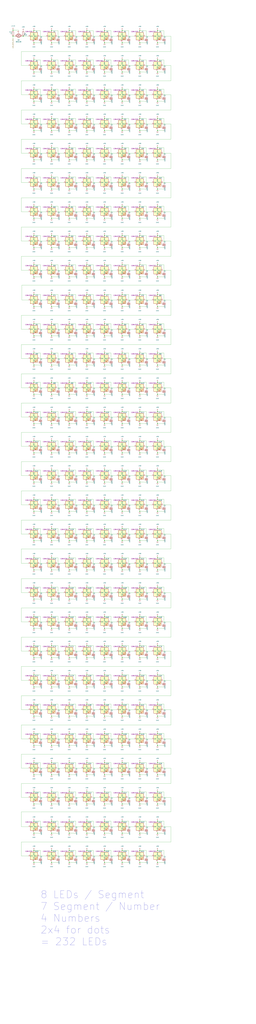
<source format=kicad_sch>
(kicad_sch (version 20230121) (generator eeschema)
  (paper "User" 350.012 1400)
  (title_block (title "LEDs"))
  (junction (at 191.135 642.62))
  (junction (at 118.745 1082.675))
  (junction (at 215.265 1162.685))
  (junction (at 70.485 899.16))
  (junction (at 191.135 241.935))
  (junction (at 118.745 922.655))
  (junction (at 70.485 539.115))
  (junction (at 118.745 579.12))
  (junction (at 46.355 539.115))
  (junction (at 191.135 361.95))
  (junction (at 167.005 138.43))
  (junction (at 191.135 539.115))
  (junction (at 215.265 81.915))
  (junction (at 215.265 121.92))
  (junction (at 191.135 41.91))
  (junction (at 191.135 842.645))
  (junction (at 94.615 699.135))
  (junction (at 215.265 619.125))
  (junction (at 94.615 642.62))
  (junction (at 46.355 699.135))
  (junction (at 46.355 882.65))
  (junction (at 118.745 659.13))
  (junction (at 118.745 802.64))
  (junction (at 94.615 138.43))
  (junction (at 46.355 1002.665))
  (junction (at 167.005 1099.185))
  (junction (at 215.265 1059.18))
  (junction (at 167.005 41.91))
  (junction (at 215.265 459.105))
  (junction (at 94.615 98.425))
  (junction (at 167.005 779.145))
  (junction (at 70.485 1099.185))
  (junction (at 70.485 201.93))
  (junction (at 46.355 121.92))
  (junction (at 142.875 281.94))
  (junction (at 142.875 722.63))
  (junction (at 191.135 1179.195))
  (junction (at 46.355 138.43))
  (junction (at 142.875 922.655))
  (junction (at 94.615 1002.665))
  (junction (at 191.135 619.125))
  (junction (at 70.485 979.17))
  (junction (at 215.265 41.91))
  (junction (at 70.485 402.59))
  (junction (at 142.875 241.935))
  (junction (at 118.745 241.935))
  (junction (at 70.485 882.65))
  (junction (at 46.355 281.94))
  (junction (at 167.005 699.135))
  (junction (at 94.615 178.435))
  (junction (at 46.355 939.165))
  (junction (at 191.135 258.445))
  (junction (at 142.875 218.44))
  (junction (at 118.745 722.63))
  (junction (at 118.745 1059.18))
  (junction (at 46.355 779.145))
  (junction (at 142.875 562.61))
  (junction (at 167.005 939.165))
  (junction (at 118.745 218.44))
  (junction (at 118.745 361.95))
  (junction (at 70.485 321.945))
  (junction (at 46.355 1179.195))
  (junction (at 191.135 402.59))
  (junction (at 70.485 1179.195))
  (junction (at 167.005 1179.195))
  (junction (at 215.265 361.95))
  (junction (at 142.875 121.92))
  (junction (at 46.355 579.12))
  (junction (at 46.355 819.15))
  (junction (at 118.745 882.65))
  (junction (at 167.005 1139.19))
  (junction (at 191.135 1002.665))
  (junction (at 94.615 258.445))
  (junction (at 94.615 1122.68))
  (junction (at 215.265 779.145))
  (junction (at 94.615 899.16))
  (junction (at 46.355 361.95))
  (junction (at 118.745 1162.685))
  (junction (at 215.265 659.13))
  (junction (at 191.135 562.61))
  (junction (at 167.005 979.17))
  (junction (at 46.355 842.645))
  (junction (at 118.745 1019.175))
  (junction (at 167.005 522.605))
  (junction (at 46.355 201.93))
  (junction (at 70.485 1122.68))
  (junction (at 142.875 1082.675))
  (junction (at 94.615 962.66))
  (junction (at 46.355 402.59))
  (junction (at 118.745 41.91))
  (junction (at 167.005 682.625))
  (junction (at 191.135 161.925))
  (junction (at 46.355 58.42))
  (junction (at 167.005 241.935))
  (junction (at 142.875 979.17))
  (junction (at 70.485 842.645))
  (junction (at 142.875 619.125))
  (junction (at 167.005 361.95))
  (junction (at 94.615 402.59))
  (junction (at 70.485 762.635))
  (junction (at 142.875 459.105))
  (junction (at 167.005 739.14))
  (junction (at 94.615 882.65))
  (junction (at 70.485 1019.175))
  (junction (at 70.485 602.615))
  (junction (at 70.485 1002.665))
  (junction (at 142.875 178.435))
  (junction (at 70.485 522.605))
  (junction (at 70.485 258.445))
  (junction (at 118.745 378.46))
  (junction (at 142.875 819.15))
  (junction (at 46.355 81.915))
  (junction (at 167.005 819.15))
  (junction (at 191.135 882.65))
  (junction (at 118.745 642.62))
  (junction (at 142.875 419.1))
  (junction (at 215.265 682.625))
  (junction (at 142.875 58.42))
  (junction (at 142.875 161.925))
  (junction (at 46.355 459.105))
  (junction (at 215.265 482.6))
  (junction (at 215.265 642.62))
  (junction (at 118.745 482.6))
  (junction (at 167.005 859.155))
  (junction (at 70.485 218.44))
  (junction (at 94.615 161.925))
  (junction (at 142.875 682.625))
  (junction (at 94.615 1042.67))
  (junction (at 70.485 779.145))
  (junction (at 118.745 899.16))
  (junction (at 17.78 41.275))
  (junction (at 46.355 642.62))
  (junction (at 70.485 659.13))
  (junction (at 167.005 642.62))
  (junction (at 70.485 241.935))
  (junction (at 94.615 459.105))
  (junction (at 191.135 121.92))
  (junction (at 191.135 802.64))
  (junction (at 118.745 739.14))
  (junction (at 70.485 58.42))
  (junction (at 118.745 338.455))
  (junction (at 215.265 562.61))
  (junction (at 118.745 281.94))
  (junction (at 118.745 619.125))
  (junction (at 46.355 218.44))
  (junction (at 167.005 1042.67))
  (junction (at 94.615 722.63))
  (junction (at 215.265 522.605))
  (junction (at 70.485 682.625))
  (junction (at 167.005 1019.175))
  (junction (at 142.875 539.115))
  (junction (at 46.355 482.6))
  (junction (at 70.485 419.1))
  (junction (at 215.265 499.11))
  (junction (at 46.355 1162.685))
  (junction (at 142.875 201.93))
  (junction (at 118.745 1139.19))
  (junction (at 70.485 722.63))
  (junction (at 142.875 1162.685))
  (junction (at 142.875 699.135))
  (junction (at 94.615 979.17))
  (junction (at 142.875 882.65))
  (junction (at 118.745 779.145))
  (junction (at 94.615 579.12))
  (junction (at 94.615 1059.18))
  (junction (at 31.75 49.53))
  (junction (at 167.005 1059.18))
  (junction (at 70.485 739.14))
  (junction (at 94.615 121.92))
  (junction (at 118.745 819.15))
  (junction (at 94.615 1139.19))
  (junction (at 142.875 859.155))
  (junction (at 94.615 419.1))
  (junction (at 94.615 1019.175))
  (junction (at 46.355 962.66))
  (junction (at 191.135 1019.175))
  (junction (at 70.485 178.435))
  (junction (at 70.485 338.455))
  (junction (at 94.615 539.115))
  (junction (at 191.135 459.105))
  (junction (at 215.265 962.66))
  (junction (at 94.615 922.655))
  (junction (at 46.355 1122.68))
  (junction (at 215.265 539.115))
  (junction (at 70.485 81.915))
  (junction (at 70.485 98.425))
  (junction (at 142.875 1099.185))
  (junction (at 191.135 58.42))
  (junction (at 191.135 602.615))
  (junction (at 167.005 378.46))
  (junction (at 215.265 178.435))
  (junction (at 215.265 1139.19))
  (junction (at 46.355 1019.175))
  (junction (at 46.355 802.64))
  (junction (at 70.485 298.45))
  (junction (at 46.355 442.595))
  (junction (at 46.355 41.91))
  (junction (at 46.355 922.655))
  (junction (at 118.745 1179.195))
  (junction (at 142.875 1122.68))
  (junction (at 46.355 378.46))
  (junction (at 118.745 939.165))
  (junction (at 167.005 882.65))
  (junction (at 142.875 338.455))
  (junction (at 118.745 762.635))
  (junction (at 167.005 899.16))
  (junction (at 142.875 298.45))
  (junction (at 167.005 98.425))
  (junction (at 118.745 138.43))
  (junction (at 215.265 1082.675))
  (junction (at 70.485 619.125))
  (junction (at 142.875 762.635))
  (junction (at 142.875 802.64))
  (junction (at 118.745 539.115))
  (junction (at 191.135 81.915))
  (junction (at 215.265 1002.665))
  (junction (at 142.875 739.14))
  (junction (at 167.005 1122.68))
  (junction (at 118.745 161.925))
  (junction (at 191.135 1042.67))
  (junction (at 94.615 1162.685))
  (junction (at 118.745 258.445))
  (junction (at 167.005 842.645))
  (junction (at 70.485 378.46))
  (junction (at 191.135 722.63))
  (junction (at 70.485 121.92))
  (junction (at 17.78 49.53))
  (junction (at 142.875 899.16))
  (junction (at 215.265 762.635))
  (junction (at 70.485 1162.685))
  (junction (at 215.265 98.425))
  (junction (at 191.135 979.17))
  (junction (at 94.615 562.61))
  (junction (at 191.135 819.15))
  (junction (at 191.135 1122.68))
  (junction (at 46.355 1059.18))
  (junction (at 70.485 138.43))
  (junction (at 142.875 602.615))
  (junction (at 215.265 338.455))
  (junction (at 142.875 842.645))
  (junction (at 142.875 579.12))
  (junction (at 215.265 201.93))
  (junction (at 94.615 859.155))
  (junction (at 94.615 762.635))
  (junction (at 118.745 81.915))
  (junction (at 142.875 522.605))
  (junction (at 167.005 1162.685))
  (junction (at 191.135 1082.675))
  (junction (at 46.355 1082.675))
  (junction (at 215.265 258.445))
  (junction (at 215.265 161.925))
  (junction (at 70.485 819.15))
  (junction (at 142.875 41.91))
  (junction (at 94.615 241.935))
  (junction (at 215.265 1179.195))
  (junction (at 46.355 1099.185))
  (junction (at 167.005 762.635))
  (junction (at 94.615 602.615))
  (junction (at 70.485 802.64))
  (junction (at 215.265 218.44))
  (junction (at 118.745 602.615))
  (junction (at 167.005 321.945))
  (junction (at 191.135 1162.685))
  (junction (at 46.355 338.455))
  (junction (at 142.875 939.165))
  (junction (at 167.005 298.45))
  (junction (at 167.005 579.12))
  (junction (at 167.005 619.125))
  (junction (at 167.005 338.455))
  (junction (at 118.745 1042.67))
  (junction (at 46.355 499.11))
  (junction (at 46.355 619.125))
  (junction (at 46.355 178.435))
  (junction (at 215.265 1042.67))
  (junction (at 70.485 161.925))
  (junction (at 191.135 682.625))
  (junction (at 167.005 562.61))
  (junction (at 215.265 899.16))
  (junction (at 70.485 699.135))
  (junction (at 70.485 1042.67))
  (junction (at 191.135 378.46))
  (junction (at 191.135 442.595))
  (junction (at 215.265 1099.185))
  (junction (at 70.485 499.11))
  (junction (at 118.745 1122.68))
  (junction (at 94.615 779.145))
  (junction (at 142.875 361.95))
  (junction (at 118.745 321.945))
  (junction (at 70.485 1139.19))
  (junction (at 167.005 722.63))
  (junction (at 167.005 922.655))
  (junction (at 215.265 699.135))
  (junction (at 94.615 1099.185))
  (junction (at 215.265 842.645))
  (junction (at 70.485 1059.18))
  (junction (at 70.485 1082.675))
  (junction (at 215.265 419.1))
  (junction (at 191.135 499.11))
  (junction (at 94.615 41.91))
  (junction (at 46.355 602.615))
  (junction (at 215.265 281.94))
  (junction (at 118.745 98.425))
  (junction (at 215.265 378.46))
  (junction (at 191.135 1139.19))
  (junction (at 215.265 602.615))
  (junction (at 94.615 81.915))
  (junction (at 70.485 562.61))
  (junction (at 94.615 842.645))
  (junction (at 46.355 98.425))
  (junction (at 142.875 779.145))
  (junction (at 94.615 1082.675))
  (junction (at 46.355 762.635))
  (junction (at 167.005 419.1))
  (junction (at 191.135 321.945))
  (junction (at 142.875 962.66))
  (junction (at 70.485 459.105))
  (junction (at 94.615 338.455))
  (junction (at 191.135 859.155))
  (junction (at 167.005 482.6))
  (junction (at 167.005 218.44))
  (junction (at 142.875 499.11))
  (junction (at 215.265 939.165))
  (junction (at 94.615 1179.195))
  (junction (at 167.005 281.94))
  (junction (at 118.745 499.11))
  (junction (at 118.745 962.66))
  (junction (at 94.615 802.64))
  (junction (at 70.485 939.165))
  (junction (at 215.265 819.15))
  (junction (at 94.615 321.945))
  (junction (at 191.135 281.94))
  (junction (at 46.355 522.605))
  (junction (at 191.135 138.43))
  (junction (at 142.875 482.6))
  (junction (at 142.875 138.43))
  (junction (at 142.875 1179.195))
  (junction (at 70.485 642.62))
  (junction (at 167.005 539.115))
  (junction (at 70.485 281.94))
  (junction (at 70.485 41.91))
  (junction (at 142.875 659.13))
  (junction (at 215.265 722.63))
  (junction (at 142.875 378.46))
  (junction (at 191.135 178.435))
  (junction (at 167.005 178.435))
  (junction (at 215.265 882.65))
  (junction (at 191.135 1099.185))
  (junction (at 46.355 859.155))
  (junction (at 191.135 922.655))
  (junction (at 118.745 459.105))
  (junction (at 94.615 739.14))
  (junction (at 142.875 81.915))
  (junction (at 215.265 739.14))
  (junction (at 215.265 1019.175))
  (junction (at 191.135 659.13))
  (junction (at 215.265 241.935))
  (junction (at 142.875 1002.665))
  (junction (at 94.615 58.42))
  (junction (at 142.875 1042.67))
  (junction (at 191.135 1059.18))
  (junction (at 94.615 522.605))
  (junction (at 142.875 258.445))
  (junction (at 94.615 218.44))
  (junction (at 215.265 922.655))
  (junction (at 118.745 522.605))
  (junction (at 215.265 321.945))
  (junction (at 70.485 859.155))
  (junction (at 94.615 281.94))
  (junction (at 215.265 579.12))
  (junction (at 167.005 58.42))
  (junction (at 191.135 482.6))
  (junction (at 191.135 699.135))
  (junction (at 215.265 802.64))
  (junction (at 118.745 298.45))
  (junction (at 94.615 819.15))
  (junction (at 118.745 58.42))
  (junction (at 215.265 442.595))
  (junction (at 167.005 802.64))
  (junction (at 142.875 642.62))
  (junction (at 142.875 1019.175))
  (junction (at 46.355 722.63))
  (junction (at 167.005 499.11))
  (junction (at 215.265 298.45))
  (junction (at 191.135 899.16))
  (junction (at 118.745 842.645))
  (junction (at 191.135 419.1))
  (junction (at 46.355 161.925))
  (junction (at 215.265 979.17))
  (junction (at 167.005 459.105))
  (junction (at 118.745 859.155))
  (junction (at 167.005 258.445))
  (junction (at 118.745 1099.185))
  (junction (at 94.615 378.46))
  (junction (at 118.745 201.93))
  (junction (at 118.745 682.625))
  (junction (at 118.745 1002.665))
  (junction (at 46.355 979.17))
  (junction (at 94.615 682.625))
  (junction (at 94.615 619.125))
  (junction (at 167.005 402.59))
  (junction (at 46.355 899.16))
  (junction (at 70.485 579.12))
  (junction (at 167.005 121.92))
  (junction (at 46.355 419.1))
  (junction (at 46.355 562.61))
  (junction (at 167.005 1002.665))
  (junction (at 142.875 1059.18))
  (junction (at 142.875 98.425))
  (junction (at 167.005 659.13))
  (junction (at 70.485 922.655))
  (junction (at 142.875 402.59))
  (junction (at 191.135 939.165))
  (junction (at 70.485 442.595))
  (junction (at 118.745 121.92))
  (junction (at 191.135 739.14))
  (junction (at 118.745 699.135))
  (junction (at 191.135 579.12))
  (junction (at 118.745 979.17))
  (junction (at 94.615 939.165))
  (junction (at 191.135 522.605))
  (junction (at 70.485 962.66))
  (junction (at 70.485 361.95))
  (junction (at 215.265 1122.68))
  (junction (at 46.355 739.14))
  (junction (at 46.355 321.945))
  (junction (at 167.005 1082.675))
  (junction (at 142.875 321.945))
  (junction (at 46.355 659.13))
  (junction (at 46.355 258.445))
  (junction (at 118.745 442.595))
  (junction (at 46.355 1139.19))
  (junction (at 142.875 442.595))
  (junction (at 118.745 402.59))
  (junction (at 94.615 201.93))
  (junction (at 46.355 241.935))
  (junction (at 167.005 201.93))
  (junction (at 167.005 442.595))
  (junction (at 167.005 602.615))
  (junction (at 70.485 482.6))
  (junction (at 191.135 201.93))
  (junction (at 215.265 58.42))
  (junction (at 94.615 298.45))
  (junction (at 167.005 962.66))
  (junction (at 167.005 161.925))
  (junction (at 191.135 962.66))
  (junction (at 118.745 562.61))
  (junction (at 46.355 1042.67))
  (junction (at 191.135 338.455))
  (junction (at 118.745 178.435))
  (junction (at 191.135 98.425))
  (junction (at 46.355 682.625))
  (junction (at 215.265 859.155))
  (junction (at 215.265 138.43))
  (junction (at 46.355 298.45))
  (junction (at 94.615 482.6))
  (junction (at 142.875 1139.19))
  (junction (at 94.615 659.13))
  (junction (at 191.135 298.45))
  (junction (at 191.135 779.145))
  (junction (at 94.615 442.595))
  (junction (at 94.615 499.11))
  (junction (at 118.745 419.1))
  (junction (at 167.005 81.915))
  (junction (at 94.615 361.95))
  (junction (at 191.135 218.44))
  (junction (at 191.135 762.635))
  (junction (at 215.265 402.59))
  (wire (pts (xy 175.895 442.595) (xy 175.895 451.485)))
  (wire (pts (xy 94.615 57.15) (xy 94.615 58.42)))
  (wire (pts (xy 142.875 58.42) (xy 142.875 59.055)))
  (wire (pts (xy 118.745 258.445) (xy 127.635 258.445)))
  (wire (pts (xy 118.745 659.13) (xy 118.745 659.765)))
  (wire (pts (xy 94.615 419.1) (xy 103.505 419.1)))
  (wire (pts (xy 94.615 1042.035) (xy 94.615 1042.67)))
  (wire (pts (xy 118.745 842.645) (xy 127.635 842.645)))
  (wire (pts (xy 215.265 1139.19) (xy 224.155 1139.19)))
  (wire (pts (xy 215.265 497.84) (xy 215.265 499.11)))
  (wire (pts (xy 29.21 1151.255) (xy 29.21 1170.305)))
  (wire (pts (xy 118.745 859.155) (xy 118.745 859.79)))
  (wire (pts (xy 118.745 442.595) (xy 127.635 442.595)))
  (wire (pts (xy 233.68 951.23) (xy 29.21 951.23)))
  (wire (pts (xy 46.355 682.625) (xy 55.245 682.625)))
  (wire (pts (xy 78.105 209.55) (xy 86.995 209.55)))
  (wire (pts (xy 151.765 161.925) (xy 151.765 170.815)))
  (wire (pts (xy 79.375 842.645) (xy 79.375 851.535)))
  (wire (pts (xy 142.875 1017.905) (xy 142.875 1019.175)))
  (wire (pts (xy 174.625 610.235) (xy 183.515 610.235)))
  (wire (pts (xy 142.875 1179.195) (xy 151.765 1179.195)))
  (wire (pts (xy 53.975 129.54) (xy 62.865 129.54)))
  (wire (pts (xy 233.68 1151.255) (xy 29.21 1151.255)))
  (wire (pts (xy 215.265 699.135) (xy 224.155 699.135)))
  (wire (pts (xy 29.21 930.275) (xy 38.735 930.275)))
  (wire (pts (xy 118.745 1082.04) (xy 118.745 1082.675)))
  (wire (pts (xy 70.485 321.31) (xy 70.485 321.945)))
  (wire (pts (xy 233.68 1109.98) (xy 29.21 1109.98)))
  (wire (pts (xy 175.895 201.93) (xy 175.895 210.82)))
  (wire (pts (xy 46.355 579.12) (xy 46.355 579.755)))
  (wire (pts (xy 191.135 441.96) (xy 191.135 442.595)))
  (wire (pts (xy 174.625 1090.295) (xy 183.515 1090.295)))
  (wire (pts (xy 222.885 930.275) (xy 233.68 930.275)))
  (wire (pts (xy 46.355 1002.665) (xy 55.245 1002.665)))
  (wire (pts (xy 215.265 161.925) (xy 224.155 161.925)))
  (wire (pts (xy 142.875 298.45) (xy 142.875 299.085)))
  (wire (pts (xy 224.155 1162.685) (xy 224.155 1171.575)))
  (wire (pts (xy 118.745 939.165) (xy 127.635 939.165)))
  (wire (pts (xy 215.265 882.015) (xy 215.265 882.65)))
  (wire (pts (xy 150.495 1050.29) (xy 159.385 1050.29)))
  (wire (pts (xy 167.005 699.135) (xy 175.895 699.135)))
  (wire (pts (xy 70.485 659.13) (xy 79.375 659.13)))
  (wire (pts (xy 191.135 58.42) (xy 200.025 58.42)))
  (wire (pts (xy 70.485 41.91) (xy 79.375 41.91)))
  (wire (pts (xy 191.135 537.845) (xy 191.135 539.115)))
  (wire (pts (xy 94.615 882.015) (xy 94.615 882.65)))
  (wire (pts (xy 70.485 258.445) (xy 70.485 259.08)))
  (wire (pts (xy 167.005 402.59) (xy 175.895 402.59)))
  (wire (pts (xy 191.135 98.425) (xy 191.135 99.06)))
  (wire (pts (xy 175.895 402.59) (xy 175.895 411.48)))
  (wire (pts (xy 70.485 1002.665) (xy 79.375 1002.665)))
  (wire (pts (xy 55.245 361.95) (xy 55.245 370.84)))
  (wire (pts (xy 78.105 570.23) (xy 86.995 570.23)))
  (wire (pts (xy 215.265 1099.185) (xy 215.265 1099.82)))
  (wire (pts (xy 142.875 577.85) (xy 142.875 579.12)))
  (wire (pts (xy 94.615 137.16) (xy 94.615 138.43)))
  (wire (pts (xy 118.745 1019.175) (xy 127.635 1019.175)))
  (wire (pts (xy 142.875 699.135) (xy 142.875 699.77)))
  (wire (pts (xy 191.135 1059.18) (xy 191.135 1059.815)))
  (wire (pts (xy 94.615 499.11) (xy 103.505 499.11)))
  (wire (pts (xy 191.135 619.125) (xy 191.135 619.76)))
  (wire (pts (xy 70.485 1019.175) (xy 79.375 1019.175)))
  (wire (pts (xy 142.875 1019.175) (xy 151.765 1019.175)))
  (wire (pts (xy 70.485 1139.19) (xy 70.485 1139.825)))
  (wire (pts (xy 29.21 850.265) (xy 38.735 850.265)))
  (wire (pts (xy 118.745 579.12) (xy 118.745 579.755)))
  (wire (pts (xy 127.635 962.66) (xy 127.635 971.55)))
  (wire (pts (xy 102.235 329.565) (xy 111.125 329.565)))
  (wire (pts (xy 151.765 922.655) (xy 151.765 931.545)))
  (wire (pts (xy 191.135 497.84) (xy 191.135 499.11)))
  (wire (pts (xy 94.615 201.93) (xy 103.505 201.93)))
  (wire (pts (xy 191.135 41.275) (xy 191.135 41.91)))
  (wire (pts (xy 215.265 1002.665) (xy 224.155 1002.665)))
  (wire (pts (xy 53.975 650.24) (xy 62.865 650.24)))
  (wire (pts (xy 142.875 441.96) (xy 142.875 442.595)))
  (wire (pts (xy 175.895 1042.67) (xy 175.895 1051.56)))
  (wire (pts (xy 46.355 779.145) (xy 55.245 779.145)))
  (wire (pts (xy 215.265 298.45) (xy 215.265 299.085)))
  (wire (pts (xy 142.875 97.155) (xy 142.875 98.425)))
  (wire (pts (xy 233.68 810.26) (xy 233.68 831.215)))
  (wire (pts (xy 215.265 1179.195) (xy 224.155 1179.195)))
  (wire (pts (xy 191.135 459.105) (xy 200.025 459.105)))
  (wire (pts (xy 224.155 402.59) (xy 224.155 411.48)))
  (wire (pts (xy 46.355 739.14) (xy 46.355 739.775)))
  (wire (pts (xy 70.485 977.9) (xy 70.485 979.17)))
  (wire (pts (xy 150.495 610.235) (xy 159.385 610.235)))
  (wire (pts (xy 94.615 442.595) (xy 103.505 442.595)))
  (wire (pts (xy 70.485 201.93) (xy 79.375 201.93)))
  (wire (pts (xy 94.615 739.14) (xy 103.505 739.14)))
  (wire (pts (xy 70.485 699.135) (xy 70.485 699.77)))
  (wire (pts (xy 94.615 1002.665) (xy 103.505 1002.665)))
  (wire (pts (xy 142.875 419.1) (xy 142.875 419.735)))
  (wire (pts (xy 102.235 890.27) (xy 111.125 890.27)))
  (wire (pts (xy 79.375 762.635) (xy 79.375 771.525)))
  (wire (pts (xy 94.615 699.135) (xy 94.615 699.77)))
  (wire (pts (xy 127.635 922.655) (xy 127.635 931.545)))
  (wire (pts (xy 103.505 562.61) (xy 103.505 571.5)))
  (wire (pts (xy 215.265 121.92) (xy 224.155 121.92)))
  (wire (pts (xy 191.135 1139.19) (xy 191.135 1139.825)))
  (wire (pts (xy 118.745 281.94) (xy 127.635 281.94)))
  (wire (pts (xy 233.68 690.245) (xy 233.68 711.2)))
  (wire (pts (xy 126.365 329.565) (xy 135.255 329.565)))
  (wire (pts (xy 55.245 762.635) (xy 55.245 771.525)))
  (wire (pts (xy 167.005 1137.92) (xy 167.005 1139.19)))
  (wire (pts (xy 118.745 417.83) (xy 118.745 419.1)))
  (wire (pts (xy 167.005 579.12) (xy 167.005 579.755)))
  (wire (pts (xy 191.135 882.015) (xy 191.135 882.65)))
  (wire (pts (xy 46.355 1057.91) (xy 46.355 1059.18)))
  (wire (pts (xy 191.135 641.985) (xy 191.135 642.62)))
  (wire (pts (xy 46.355 1177.925) (xy 46.355 1179.195)))
  (wire (pts (xy 118.745 682.625) (xy 127.635 682.625)))
  (wire (pts (xy 118.745 857.885) (xy 118.745 859.155)))
  (wire (pts (xy 70.485 417.83) (xy 70.485 419.1)))
  (wire (pts (xy 167.005 218.44) (xy 175.895 218.44)))
  (wire (pts (xy 29.21 671.195) (xy 29.21 690.245)))
  (wire (pts (xy 198.755 1130.3) (xy 207.645 1130.3)))
  (wire (pts (xy 53.975 610.235) (xy 62.865 610.235)))
  (wire (pts (xy 191.135 802.64) (xy 200.025 802.64)))
  (wire (pts (xy 191.135 659.13) (xy 191.135 659.765)))
  (wire (pts (xy 70.485 137.16) (xy 70.485 138.43)))
  (wire (pts (xy 224.155 161.925) (xy 224.155 170.815)))
  (wire (pts (xy 215.265 802.64) (xy 224.155 802.64)))
  (wire (pts (xy 167.005 57.15) (xy 167.005 58.42)))
  (wire (pts (xy 46.355 361.315) (xy 46.355 361.95)))
  (wire (pts (xy 191.135 161.29) (xy 191.135 161.925)))
  (wire (pts (xy 94.615 482.6) (xy 103.505 482.6)))
  (wire (pts (xy 191.135 378.46) (xy 191.135 379.095)))
  (wire (pts (xy 142.875 579.12) (xy 142.875 579.755)))
  (wire (pts (xy 224.155 1002.665) (xy 224.155 1011.555)))
  (wire (pts (xy 79.375 642.62) (xy 79.375 651.51)))
  (wire (pts (xy 70.485 499.11) (xy 79.375 499.11)))
  (wire (pts (xy 167.005 697.865) (xy 167.005 699.135)))
  (wire (pts (xy 215.265 337.185) (xy 215.265 338.455)))
  (wire (pts (xy 233.68 1090.295) (xy 233.68 1109.98)))
  (wire (pts (xy 94.615 81.915) (xy 103.505 81.915)))
  (wire (pts (xy 46.355 121.92) (xy 55.245 121.92)))
  (wire (pts (xy 191.135 722.63) (xy 200.025 722.63)))
  (wire (pts (xy 55.245 682.625) (xy 55.245 691.515)))
  (wire (pts (xy 233.68 730.25) (xy 222.885 730.25)))
  (wire (pts (xy 94.615 1002.03) (xy 94.615 1002.665)))
  (wire (pts (xy 46.355 338.455) (xy 55.245 338.455)))
  (wire (pts (xy 174.625 1170.305) (xy 183.515 1170.305)))
  (wire (pts (xy 200.025 682.625) (xy 200.025 691.515)))
  (wire (pts (xy 175.895 1122.68) (xy 175.895 1131.57)))
  (wire (pts (xy 94.615 218.44) (xy 103.505 218.44)))
  (wire (pts (xy 46.355 1017.905) (xy 46.355 1019.175)))
  (wire (pts (xy 191.135 481.965) (xy 191.135 482.6)))
  (wire (pts (xy 191.135 539.115) (xy 200.025 539.115)))
  (wire (pts (xy 29.21 750.57) (xy 233.68 750.57)))
  (wire (pts (xy 175.895 922.655) (xy 175.895 931.545)))
  (wire (pts (xy 224.155 442.595) (xy 224.155 451.485)))
  (wire (pts (xy 233.68 791.21) (xy 29.21 791.21)))
  (wire (pts (xy 215.265 977.9) (xy 215.265 979.17)))
  (wire (pts (xy 118.745 41.275) (xy 118.745 41.91)))
  (wire (pts (xy 78.105 1010.285) (xy 86.995 1010.285)))
  (wire (pts (xy 70.485 842.01) (xy 70.485 842.645)))
  (wire (pts (xy 94.615 882.65) (xy 103.505 882.65)))
  (wire (pts (xy 103.505 762.635) (xy 103.505 771.525)))
  (wire (pts (xy 191.135 697.865) (xy 191.135 699.135)))
  (wire (pts (xy 198.755 530.225) (xy 207.645 530.225)))
  (wire (pts (xy 215.265 481.965) (xy 215.265 482.6)))
  (wire (pts (xy 118.745 842.01) (xy 118.745 842.645)))
  (wire (pts (xy 94.615 619.125) (xy 94.615 619.76)))
  (wire (pts (xy 46.355 1162.685) (xy 55.245 1162.685)))
  (wire (pts (xy 167.005 762) (xy 167.005 762.635)))
  (wire (pts (xy 127.635 402.59) (xy 127.635 411.48)))
  (wire (pts (xy 70.485 217.17) (xy 70.485 218.44)))
  (wire (pts (xy 150.495 1130.3) (xy 159.385 1130.3)))
  (wire (pts (xy 215.265 577.85) (xy 215.265 579.12)))
  (wire (pts (xy 191.135 937.895) (xy 191.135 939.165)))
  (wire (pts (xy 53.975 810.26) (xy 62.865 810.26)))
  (wire (pts (xy 222.885 129.54) (xy 233.68 129.54)))
  (wire (pts (xy 46.355 1002.03) (xy 46.355 1002.665)))
  (wire (pts (xy 150.495 249.555) (xy 159.385 249.555)))
  (wire (pts (xy 167.005 859.155) (xy 175.895 859.155)))
  (wire (pts (xy 215.265 321.945) (xy 224.155 321.945)))
  (wire (pts (xy 118.745 97.155) (xy 118.745 98.425)))
  (wire (pts (xy 233.68 1031.24) (xy 29.21 1031.24)))
  (wire (pts (xy 46.355 619.125) (xy 55.245 619.125)))
  (wire (pts (xy 46.355 281.94) (xy 55.245 281.94)))
  (wire (pts (xy 46.355 201.93) (xy 55.245 201.93)))
  (wire (pts (xy 142.875 378.46) (xy 142.875 379.095)))
  (wire (pts (xy 142.875 779.145) (xy 142.875 779.78)))
  (wire (pts (xy 127.635 281.94) (xy 127.635 290.83)))
  (wire (pts (xy 200.025 762.635) (xy 200.025 771.525)))
  (wire (pts (xy 46.355 281.305) (xy 46.355 281.94)))
  (wire (pts (xy 191.135 1137.92) (xy 191.135 1139.19)))
  (wire (pts (xy 46.355 562.61) (xy 55.245 562.61)))
  (wire (pts (xy 94.615 939.165) (xy 103.505 939.165)))
  (wire (pts (xy 167.005 977.9) (xy 167.005 979.17)))
  (wire (pts (xy 70.485 537.845) (xy 70.485 539.115)))
  (wire (pts (xy 151.765 201.93) (xy 151.765 210.82)))
  (wire (pts (xy 167.005 899.16) (xy 175.895 899.16)))
  (wire (pts (xy 215.265 1162.685) (xy 224.155 1162.685)))
  (wire (pts (xy 191.135 321.945) (xy 200.025 321.945)))
  (wire (pts (xy 142.875 298.45) (xy 151.765 298.45)))
  (wire (pts (xy 78.105 1170.305) (xy 86.995 1170.305)))
  (wire (pts (xy 142.875 722.63) (xy 151.765 722.63)))
  (wire (pts (xy 94.615 779.145) (xy 94.615 779.78)))
  (wire (pts (xy 70.485 419.1) (xy 79.375 419.1)))
  (wire (pts (xy 215.265 378.46) (xy 215.265 379.095)))
  (wire (pts (xy 191.135 1019.175) (xy 191.135 1019.81)))
  (wire (pts (xy 142.875 217.17) (xy 142.875 218.44)))
  (wire (pts (xy 167.005 857.885) (xy 167.005 859.155)))
  (wire (pts (xy 78.105 890.27) (xy 86.995 890.27)))
  (wire (pts (xy 142.875 218.44) (xy 142.875 219.075)))
  (wire (pts (xy 102.235 730.25) (xy 111.125 730.25)))
  (wire (pts (xy 151.765 241.935) (xy 151.765 250.825)))
  (wire (pts (xy 191.135 899.16) (xy 191.135 899.795)))
  (wire (pts (xy 142.875 882.015) (xy 142.875 882.65)))
  (wire (pts (xy 118.745 977.9) (xy 118.745 979.17)))
  (wire (pts (xy 94.615 121.92) (xy 103.505 121.92)))
  (wire (pts (xy 29.21 991.235) (xy 29.21 1010.285)))
  (wire (pts (xy 191.135 859.155) (xy 200.025 859.155)))
  (wire (pts (xy 167.005 241.935) (xy 175.895 241.935)))
  (wire (pts (xy 191.135 338.455) (xy 191.135 339.09)))
  (wire (pts (xy 70.485 121.92) (xy 79.375 121.92)))
  (wire (pts (xy 46.355 161.29) (xy 46.355 161.925)))
  (wire (pts (xy 70.485 58.42) (xy 79.375 58.42)))
  (wire (pts (xy 118.745 1082.675) (xy 127.635 1082.675)))
  (wire (pts (xy 78.105 1130.3) (xy 86.995 1130.3)))
  (wire (pts (xy 46.355 681.99) (xy 46.355 682.625)))
  (wire (pts (xy 198.755 1090.295) (xy 207.645 1090.295)))
  (wire (pts (xy 118.745 882.65) (xy 127.635 882.65)))
  (wire (pts (xy 94.615 1122.68) (xy 103.505 1122.68)))
  (wire (pts (xy 70.485 1179.195) (xy 79.375 1179.195)))
  (wire (pts (xy 200.025 1042.67) (xy 200.025 1051.56)))
  (wire (pts (xy 70.485 121.285) (xy 70.485 121.92)))
  (wire (pts (xy 70.485 497.84) (xy 70.485 499.11)))
  (wire (pts (xy 142.875 178.435) (xy 142.875 179.07)))
  (wire (pts (xy 142.875 979.17) (xy 151.765 979.17)))
  (wire (pts (xy 191.135 459.105) (xy 191.135 459.74)))
  (wire (pts (xy 70.485 1177.925) (xy 70.485 1179.195)))
  (wire (pts (xy 191.135 577.85) (xy 191.135 579.12)))
  (wire (pts (xy 200.025 642.62) (xy 200.025 651.51)))
  (wire (pts (xy 126.365 770.255) (xy 135.255 770.255)))
  (wire (pts (xy 118.745 699.135) (xy 118.745 699.77)))
  (wire (pts (xy 118.745 619.125) (xy 127.635 619.125)))
  (wire (pts (xy 215.265 121.285) (xy 215.265 121.92)))
  (wire (pts (xy 198.755 570.23) (xy 207.645 570.23)))
  (wire (pts (xy 46.355 417.83) (xy 46.355 419.1)))
  (wire (pts (xy 55.245 882.65) (xy 55.245 891.54)))
  (wire (pts (xy 174.625 329.565) (xy 183.515 329.565)))
  (wire (pts (xy 142.875 98.425) (xy 142.875 99.06)))
  (wire (pts (xy 142.875 721.995) (xy 142.875 722.63)))
  (wire (pts (xy 233.68 490.22) (xy 233.68 511.175)))
  (wire (pts (xy 215.265 81.915) (xy 224.155 81.915)))
  (wire (pts (xy 118.745 121.285) (xy 118.745 121.92)))
  (wire (pts (xy 118.745 377.19) (xy 118.745 378.46)))
  (wire (pts (xy 150.495 450.215) (xy 159.385 450.215)))
  (wire (pts (xy 46.355 979.17) (xy 55.245 979.17)))
  (wire (pts (xy 167.005 177.165) (xy 167.005 178.435)))
  (wire (pts (xy 167.005 577.85) (xy 167.005 579.12)))
  (wire (pts (xy 46.355 617.855) (xy 46.355 619.125)))
  (wire (pts (xy 118.745 137.16) (xy 118.745 138.43)))
  (wire (pts (xy 94.615 98.425) (xy 94.615 99.06)))
  (wire (pts (xy 167.005 642.62) (xy 175.895 642.62)))
  (wire (pts (xy 142.875 659.13) (xy 151.765 659.13)))
  (wire (pts (xy 126.365 810.26) (xy 135.255 810.26)))
  (wire (pts (xy 102.235 410.21) (xy 111.125 410.21)))
  (wire (pts (xy 167.005 1122.045) (xy 167.005 1122.68)))
  (wire (pts (xy 70.485 1019.175) (xy 70.485 1019.81)))
  (wire (pts (xy 118.745 937.895) (xy 118.745 939.165)))
  (wire (pts (xy 46.355 419.1) (xy 55.245 419.1)))
  (wire (pts (xy 215.265 1097.915) (xy 215.265 1099.185)))
  (wire (pts (xy 142.875 842.645) (xy 151.765 842.645)))
  (wire (pts (xy 174.625 1130.3) (xy 183.515 1130.3)))
  (wire (pts (xy 102.235 690.245) (xy 111.125 690.245)))
  (wire (pts (xy 191.135 417.83) (xy 191.135 419.1)))
  (wire (pts (xy 191.135 817.88) (xy 191.135 819.15)))
  (wire (pts (xy 191.135 779.145) (xy 200.025 779.145)))
  (wire (pts (xy 79.375 442.595) (xy 79.375 451.485)))
  (wire (pts (xy 46.355 178.435) (xy 55.245 178.435)))
  (wire (pts (xy 94.615 899.16) (xy 94.615 899.795)))
  (wire (pts (xy 142.875 521.97) (xy 142.875 522.605)))
  (wire (pts (xy 126.365 490.22) (xy 135.255 490.22)))
  (wire (pts (xy 200.025 241.935) (xy 200.025 250.825)))
  (wire (pts (xy 224.155 642.62) (xy 224.155 651.51)))
  (wire (pts (xy 224.155 81.915) (xy 224.155 90.805)))
  (wire (pts (xy 70.485 138.43) (xy 79.375 138.43)))
  (wire (pts (xy 198.755 610.235) (xy 207.645 610.235)))
  (wire (pts (xy 215.265 1139.19) (xy 215.265 1139.825)))
  (wire (pts (xy 127.635 1042.67) (xy 127.635 1051.56)))
  (wire (pts (xy 191.135 762) (xy 191.135 762.635)))
  (wire (pts (xy 233.68 711.2) (xy 29.21 711.2)))
  (wire (pts (xy 94.615 361.95) (xy 103.505 361.95)))
  (wire (pts (xy 70.485 298.45) (xy 79.375 298.45)))
  (wire (pts (xy 118.745 419.1) (xy 118.745 419.735)))
  (wire (pts (xy 94.615 1162.685) (xy 103.505 1162.685)))
  (wire (pts (xy 78.105 970.28) (xy 86.995 970.28)))
  (wire (pts (xy 174.625 570.23) (xy 183.515 570.23)))
  (wire (pts (xy 142.875 899.16) (xy 151.765 899.16)))
  (wire (pts (xy 151.765 1122.68) (xy 151.765 1131.57)))
  (wire (pts (xy 142.875 297.18) (xy 142.875 298.45)))
  (wire (pts (xy 174.625 49.53) (xy 183.515 49.53)))
  (wire (pts (xy 167.005 537.845) (xy 167.005 539.115)))
  (wire (pts (xy 215.265 937.895) (xy 215.265 939.165)))
  (wire (pts (xy 94.615 1099.185) (xy 103.505 1099.185)))
  (wire (pts (xy 167.005 1082.675) (xy 175.895 1082.675)))
  (wire (pts (xy 118.745 121.92) (xy 127.635 121.92)))
  (wire (pts (xy 191.135 859.155) (xy 191.135 859.79)))
  (wire (pts (xy 46.355 539.115) (xy 55.245 539.115)))
  (wire (pts (xy 191.135 899.16) (xy 200.025 899.16)))
  (wire (pts (xy 191.135 857.885) (xy 191.135 859.155)))
  (wire (pts (xy 118.745 41.91) (xy 127.635 41.91)))
  (wire (pts (xy 126.365 1050.29) (xy 135.255 1050.29)))
  (wire (pts (xy 167.005 1099.185) (xy 167.005 1099.82)))
  (wire (pts (xy 142.875 922.655) (xy 151.765 922.655)))
  (wire (pts (xy 94.615 539.115) (xy 94.615 539.75)))
  (wire (pts (xy 70.485 1137.92) (xy 70.485 1139.19)))
  (wire (pts (xy 167.005 281.305) (xy 167.005 281.94)))
  (wire (pts (xy 142.875 539.115) (xy 151.765 539.115)))
  (wire (pts (xy 142.875 562.61) (xy 151.765 562.61)))
  (wire (pts (xy 142.875 819.15) (xy 151.765 819.15)))
  (wire (pts (xy 94.615 459.105) (xy 94.615 459.74)))
  (wire (pts (xy 200.025 922.655) (xy 200.025 931.545)))
  (wire (pts (xy 191.135 1057.91) (xy 191.135 1059.18)))
  (wire (pts (xy 191.135 977.9) (xy 191.135 979.17)))
  (wire (pts (xy 94.615 121.285) (xy 94.615 121.92)))
  (wire (pts (xy 215.265 897.89) (xy 215.265 899.16)))
  (wire (pts (xy 29.21 450.215) (xy 38.735 450.215)))
  (wire (pts (xy 70.485 619.125) (xy 79.375 619.125)))
  (wire (pts (xy 46.355 1019.175) (xy 46.355 1019.81)))
  (wire (pts (xy 94.615 378.46) (xy 94.615 379.095)))
  (wire (pts (xy 142.875 539.115) (xy 142.875 539.75)))
  (wire (pts (xy 70.485 1082.675) (xy 79.375 1082.675)))
  (wire (pts (xy 29.21 70.485) (xy 29.21 89.535)))
  (wire (pts (xy 102.235 169.545) (xy 111.125 169.545)))
  (wire (pts (xy 94.615 937.895) (xy 94.615 939.165)))
  (wire (pts (xy 198.755 249.555) (xy 207.645 249.555)))
  (wire (pts (xy 142.875 1057.91) (xy 142.875 1059.18)))
  (wire (pts (xy 191.135 178.435) (xy 191.135 179.07)))
  (wire (pts (xy 167.005 81.915) (xy 175.895 81.915)))
  (wire (pts (xy 118.745 499.11) (xy 118.745 499.745)))
  (wire (pts (xy 103.505 1082.675) (xy 103.505 1091.565)))
  (wire (pts (xy 79.375 201.93) (xy 79.375 210.82)))
  (wire (pts (xy 174.625 890.27) (xy 183.515 890.27)))
  (wire (pts (xy 53.975 690.245) (xy 62.865 690.245)))
  (wire (pts (xy 126.365 610.235) (xy 135.255 610.235)))
  (wire (pts (xy 167.005 138.43) (xy 167.005 139.065)))
  (wire (pts (xy 29.21 570.23) (xy 38.735 570.23)))
  (wire (pts (xy 70.485 459.105) (xy 79.375 459.105)))
  (wire (pts (xy 126.365 129.54) (xy 135.255 129.54)))
  (wire (pts (xy 167.005 1002.665) (xy 175.895 1002.665)))
  (wire (pts (xy 103.505 442.595) (xy 103.505 451.485)))
  (wire (pts (xy 46.355 98.425) (xy 55.245 98.425)))
  (wire (pts (xy 167.005 338.455) (xy 167.005 339.09)))
  (wire (pts (xy 198.755 169.545) (xy 207.645 169.545)))
  (wire (pts (xy 70.485 539.115) (xy 70.485 539.75)))
  (wire (pts (xy 175.895 722.63) (xy 175.895 731.52)))
  (wire (pts (xy 118.745 521.97) (xy 118.745 522.605)))
  (wire (pts (xy 150.495 369.57) (xy 159.385 369.57)))
  (wire (pts (xy 55.245 402.59) (xy 55.245 411.48)))
  (wire (pts (xy 53.975 450.215) (xy 62.865 450.215)))
  (wire (pts (xy 126.365 1130.3) (xy 135.255 1130.3)))
  (wire (pts (xy 70.485 337.185) (xy 70.485 338.455)))
  (wire (pts (xy 94.615 842.645) (xy 103.505 842.645)))
  (wire (pts (xy 191.135 258.445) (xy 191.135 259.08)))
  (wire (pts (xy 175.895 882.65) (xy 175.895 891.54)))
  (wire (pts (xy 118.745 1019.175) (xy 118.745 1019.81)))
  (wire (pts (xy 38.735 410.21) (xy 29.845 410.21)))
  (wire (pts (xy 118.745 762) (xy 118.745 762.635)))
  (wire (pts (xy 175.895 642.62) (xy 175.895 651.51)))
  (wire (pts (xy 53.975 770.255) (xy 62.865 770.255)))
  (wire (pts (xy 142.875 161.29) (xy 142.875 161.925)))
  (wire (pts (xy 70.485 819.15) (xy 79.375 819.15)))
  (wire (pts (xy 70.485 1002.03) (xy 70.485 1002.665)))
  (wire (pts (xy 215.265 1017.905) (xy 215.265 1019.175)))
  (wire (pts (xy 233.68 551.18) (xy 29.21 551.18)))
  (wire (pts (xy 118.745 361.95) (xy 127.635 361.95)))
  (wire (pts (xy 94.615 1162.05) (xy 94.615 1162.685)))
  (wire (pts (xy 215.265 457.835) (xy 215.265 459.105)))
  (wire (pts (xy 215.265 697.865) (xy 215.265 699.135)))
  (wire (pts (xy 167.005 819.15) (xy 167.005 819.785)))
  (wire (pts (xy 70.485 338.455) (xy 70.485 339.09)))
  (wire (pts (xy 94.615 378.46) (xy 103.505 378.46)))
  (wire (pts (xy 142.875 897.89) (xy 142.875 899.16)))
  (wire (pts (xy 46.355 178.435) (xy 46.355 179.07)))
  (wire (pts (xy 46.355 882.65) (xy 55.245 882.65)))
  (wire (pts (xy 191.135 842.645) (xy 200.025 842.645)))
  (wire (pts (xy 46.355 539.115) (xy 46.355 539.75)))
  (wire (pts (xy 127.635 41.91) (xy 127.635 50.8)))
  (wire (pts (xy 79.375 602.615) (xy 79.375 611.505)))
  (wire (pts (xy 103.505 962.66) (xy 103.505 971.55)))
  (wire (pts (xy 70.485 1099.185) (xy 70.485 1099.82)))
  (wire (pts (xy 224.155 562.61) (xy 224.155 571.5)))
  (wire (pts (xy 103.505 722.63) (xy 103.505 731.52)))
  (wire (pts (xy 191.135 1042.035) (xy 191.135 1042.67)))
  (wire (pts (xy 167.005 521.97) (xy 167.005 522.605)))
  (wire (pts (xy 175.895 241.935) (xy 175.895 250.825)))
  (wire (pts (xy 215.265 97.155) (xy 215.265 98.425)))
  (wire (pts (xy 46.355 138.43) (xy 55.245 138.43)))
  (wire (pts (xy 79.375 1002.665) (xy 79.375 1011.555)))
  (wire (pts (xy 215.265 57.15) (xy 215.265 58.42)))
  (wire (pts (xy 29.21 150.495) (xy 29.21 169.545)))
  (wire (pts (xy 167.005 97.155) (xy 167.005 98.425)))
  (wire (pts (xy 191.135 1042.67) (xy 200.025 1042.67)))
  (wire (pts (xy 151.765 442.595) (xy 151.765 451.485)))
  (wire (pts (xy 151.765 281.94) (xy 151.765 290.83)))
  (wire (pts (xy 151.765 41.91) (xy 151.765 50.8)))
  (wire (pts (xy 70.485 1082.04) (xy 70.485 1082.675)))
  (wire (pts (xy 191.135 58.42) (xy 191.135 59.055)))
  (wire (pts (xy 118.745 497.84) (xy 118.745 499.11)))
  (wire (pts (xy 167.005 218.44) (xy 167.005 219.075)))
  (wire (pts (xy 215.265 401.955) (xy 215.265 402.59)))
  (wire (pts (xy 46.355 1137.92) (xy 46.355 1139.19)))
  (wire (pts (xy 222.885 490.22) (xy 233.68 490.22)))
  (wire (pts (xy 142.875 499.11) (xy 151.765 499.11)))
  (wire (pts (xy 127.635 1082.675) (xy 127.635 1091.565)))
  (wire (pts (xy 142.875 697.865) (xy 142.875 699.135)))
  (wire (pts (xy 215.265 201.295) (xy 215.265 201.93)))
  (wire (pts (xy 46.355 899.16) (xy 46.355 899.795)))
  (wire (pts (xy 118.745 138.43) (xy 118.745 139.065)))
  (wire (pts (xy 150.495 490.22) (xy 159.385 490.22)))
  (wire (pts (xy 70.485 419.1) (xy 70.485 419.735)))
  (wire (pts (xy 94.615 977.9) (xy 94.615 979.17)))
  (wire (pts (xy 70.485 1097.915) (xy 70.485 1099.185)))
  (wire (pts (xy 222.885 49.53) (xy 233.68 49.53)))
  (wire (pts (xy 46.355 81.28) (xy 46.355 81.915)))
  (wire (pts (xy 191.135 401.955) (xy 191.135 402.59)))
  (wire (pts (xy 142.875 561.975) (xy 142.875 562.61)))
  (wire (pts (xy 94.615 178.435) (xy 103.505 178.435)))
  (wire (pts (xy 127.635 161.925) (xy 127.635 170.815)))
  (wire (pts (xy 167.005 539.115) (xy 167.005 539.75)))
  (wire (pts (xy 233.68 831.215) (xy 29.21 831.215)))
  (wire (pts (xy 142.875 739.14) (xy 142.875 739.775)))
  (wire (pts (xy 233.68 369.57) (xy 222.885 369.57)))
  (wire (pts (xy 200.025 1082.675) (xy 200.025 1091.565)))
  (wire (pts (xy 222.885 1050.29) (xy 233.68 1050.29)))
  (wire (pts (xy 191.135 601.98) (xy 191.135 602.615)))
  (wire (pts (xy 29.21 711.2) (xy 29.21 730.25)))
  (wire (pts (xy 142.875 882.65) (xy 151.765 882.65)))
  (wire (pts (xy 118.745 457.835) (xy 118.745 459.105)))
  (wire (pts (xy 233.68 970.28) (xy 233.68 991.235)))
  (wire (pts (xy 29.21 190.5) (xy 233.68 190.5)))
  (wire (pts (xy 70.485 1042.035) (xy 70.485 1042.67)))
  (wire (pts (xy 46.355 922.655) (xy 55.245 922.655)))
  (wire (pts (xy 94.615 401.955) (xy 94.615 402.59)))
  (wire (pts (xy 94.615 922.02) (xy 94.615 922.655)))
  (wire (pts (xy 94.615 281.305) (xy 94.615 281.94)))
  (wire (pts (xy 103.505 81.915) (xy 103.505 90.805)))
  (wire (pts (xy 29.21 129.54) (xy 38.735 129.54)))
  (wire (pts (xy 126.365 650.24) (xy 135.255 650.24)))
  (wire (pts (xy 46.355 1042.035) (xy 46.355 1042.67)))
  (wire (pts (xy 233.68 289.56) (xy 233.68 310.515)))
  (wire (pts (xy 151.765 1042.67) (xy 151.765 1051.56)))
  (wire (pts (xy 126.365 209.55) (xy 135.255 209.55)))
  (wire (pts (xy 118.745 321.945) (xy 127.635 321.945)))
  (wire (pts (xy 175.895 1082.675) (xy 175.895 1091.565)))
  (wire (pts (xy 174.625 530.225) (xy 183.515 530.225)))
  (wire (pts (xy 46.355 657.86) (xy 46.355 659.13)))
  (wire (pts (xy 150.495 530.225) (xy 159.385 530.225)))
  (wire (pts (xy 222.885 289.56) (xy 233.68 289.56)))
  (wire (pts (xy 70.485 1162.05) (xy 70.485 1162.685)))
  (wire (pts (xy 191.135 777.875) (xy 191.135 779.145)))
  (wire (pts (xy 118.745 739.14) (xy 118.745 739.775)))
  (wire (pts (xy 191.135 499.11) (xy 200.025 499.11)))
  (wire (pts (xy 215.265 682.625) (xy 224.155 682.625)))
  (wire (pts (xy 151.765 1162.685) (xy 151.765 1171.575)))
  (wire (pts (xy 175.895 842.645) (xy 175.895 851.535)))
  (wire (pts (xy 126.365 1170.305) (xy 135.255 1170.305)))
  (wire (pts (xy 215.265 361.315) (xy 215.265 361.95)))
  (wire (pts (xy 198.755 1050.29) (xy 207.645 1050.29)))
  (wire (pts (xy 215.265 1137.92) (xy 215.265 1139.19)))
  (wire (pts (xy 29.21 551.18) (xy 29.21 570.23)))
  (wire (pts (xy 200.025 482.6) (xy 200.025 491.49)))
  (wire (pts (xy 175.895 121.92) (xy 175.895 130.81)))
  (wire (pts (xy 29.21 770.255) (xy 29.21 750.57)))
  (wire (pts (xy 198.755 369.57) (xy 207.645 369.57)))
  (wire (pts (xy 167.005 522.605) (xy 175.895 522.605)))
  (wire (pts (xy 118.745 962.025) (xy 118.745 962.66)))
  (wire (pts (xy 46.355 962.025) (xy 46.355 962.66)))
  (wire (pts (xy 191.135 522.605) (xy 200.025 522.605)))
  (wire (pts (xy 94.615 641.985) (xy 94.615 642.62)))
  (wire (pts (xy 215.265 499.11) (xy 215.265 499.745)))
  (wire (pts (xy 70.485 378.46) (xy 79.375 378.46)))
  (wire (pts (xy 94.615 138.43) (xy 94.615 139.065)))
  (wire (pts (xy 70.485 682.625) (xy 79.375 682.625)))
  (wire (pts (xy 70.485 361.315) (xy 70.485 361.95)))
  (wire (pts (xy 46.355 57.15) (xy 46.355 58.42)))
  (wire (pts (xy 233.68 770.255) (xy 233.68 791.21)))
  (wire (pts (xy 191.135 97.155) (xy 191.135 98.425)))
  (wire (pts (xy 94.615 41.91) (xy 103.505 41.91)))
  (wire (pts (xy 70.485 1059.18) (xy 79.375 1059.18)))
  (wire (pts (xy 200.025 361.95) (xy 200.025 370.84)))
  (wire (pts (xy 103.505 482.6) (xy 103.505 491.49)))
  (wire (pts (xy 103.505 1122.68) (xy 103.505 1131.57)))
  (wire (pts (xy 46.355 1122.68) (xy 55.245 1122.68)))
  (wire (pts (xy 167.005 657.86) (xy 167.005 659.13)))
  (wire (pts (xy 142.875 939.165) (xy 142.875 939.8)))
  (wire (pts (xy 200.025 201.93) (xy 200.025 210.82)))
  (wire (pts (xy 167.005 882.015) (xy 167.005 882.65)))
  (wire (pts (xy 191.135 521.97) (xy 191.135 522.605)))
  (wire (pts (xy 142.875 442.595) (xy 151.765 442.595)))
  (wire (pts (xy 118.745 642.62) (xy 127.635 642.62)))
  (wire (pts (xy 200.025 281.94) (xy 200.025 290.83)))
  (wire (pts (xy 151.765 81.915) (xy 151.765 90.805)))
  (wire (pts (xy 233.68 89.535) (xy 233.68 110.49)))
  (wire (pts (xy 200.025 442.595) (xy 200.025 451.485)))
  (wire (pts (xy 127.635 802.64) (xy 127.635 811.53)))
  (wire (pts (xy 167.005 338.455) (xy 175.895 338.455)))
  (wire (pts (xy 118.745 1059.18) (xy 118.745 1059.815)))
  (wire (pts (xy 151.765 802.64) (xy 151.765 811.53)))
  (wire (pts (xy 224.155 281.94) (xy 224.155 290.83)))
  (wire (pts (xy 191.135 1177.925) (xy 191.135 1179.195)))
  (wire (pts (xy 94.615 659.13) (xy 94.615 659.765)))
  (wire (pts (xy 142.875 1042.67) (xy 151.765 1042.67)))
  (wire (pts (xy 167.005 1002.03) (xy 167.005 1002.665)))
  (wire (pts (xy 70.485 657.86) (xy 70.485 659.13)))
  (wire (pts (xy 167.005 1059.18) (xy 175.895 1059.18)))
  (wire (pts (xy 167.005 922.655) (xy 175.895 922.655)))
  (wire (pts (xy 29.21 369.57) (xy 38.735 369.57)))
  (wire (pts (xy 70.485 257.175) (xy 70.485 258.445)))
  (wire (pts (xy 215.265 857.885) (xy 215.265 859.155)))
  (wire (pts (xy 222.885 209.55) (xy 233.68 209.55)))
  (wire (pts (xy 94.615 337.185) (xy 94.615 338.455)))
  (wire (pts (xy 167.005 802.64) (xy 175.895 802.64)))
  (wire (pts (xy 53.975 1010.285) (xy 62.865 1010.285)))
  (wire (pts (xy 142.875 41.91) (xy 151.765 41.91)))
  (wire (pts (xy 94.615 321.31) (xy 94.615 321.945)))
  (wire (pts (xy 53.975 1050.29) (xy 62.865 1050.29)))
  (wire (pts (xy 215.265 779.145) (xy 224.155 779.145)))
  (wire (pts (xy 191.135 699.135) (xy 191.135 699.77)))
  (wire (pts (xy 167.005 939.165) (xy 167.005 939.8)))
  (wire (pts (xy 191.135 922.655) (xy 200.025 922.655)))
  (wire (pts (xy 94.615 659.13) (xy 103.505 659.13)))
  (wire (pts (xy 46.355 298.45) (xy 55.245 298.45)))
  (wire (pts (xy 46.355 1059.18) (xy 55.245 1059.18)))
  (wire (pts (xy 94.615 1019.175) (xy 94.615 1019.81)))
  (wire (pts (xy 175.895 161.925) (xy 175.895 170.815)))
  (wire (pts (xy 46.355 777.875) (xy 46.355 779.145)))
  (wire (pts (xy 142.875 58.42) (xy 151.765 58.42)))
  (wire (pts (xy 167.005 161.925) (xy 175.895 161.925)))
  (wire (pts (xy 46.355 482.6) (xy 55.245 482.6)))
  (wire (pts (xy 174.625 690.245) (xy 183.515 690.245)))
  (wire (pts (xy 94.615 1177.925) (xy 94.615 1179.195)))
  (wire (pts (xy 142.875 939.165) (xy 151.765 939.165)))
  (wire (pts (xy 175.895 361.95) (xy 175.895 370.84)))
  (wire (pts (xy 79.375 161.925) (xy 79.375 170.815)))
  (wire (pts (xy 29.21 511.175) (xy 29.21 530.225)))
  (wire (pts (xy 224.155 1082.675) (xy 224.155 1091.565)))
  (wire (pts (xy 233.68 570.23) (xy 233.68 591.185)))
  (wire (pts (xy 167.005 138.43) (xy 175.895 138.43)))
  (wire (pts (xy 150.495 1170.305) (xy 159.385 1170.305)))
  (wire (pts (xy 142.875 177.165) (xy 142.875 178.435)))
  (wire (pts (xy 191.135 41.91) (xy 200.025 41.91)))
  (wire (pts (xy 70.485 817.88) (xy 70.485 819.15)))
  (wire (pts (xy 94.615 577.85) (xy 94.615 579.12)))
  (wire (pts (xy 167.005 779.145) (xy 167.005 779.78)))
  (wire (pts (xy 167.005 457.835) (xy 167.005 459.105)))
  (wire (pts (xy 215.265 1019.175) (xy 215.265 1019.81)))
  (wire (pts (xy 118.745 378.46) (xy 127.635 378.46)))
  (wire (pts (xy 103.505 281.94) (xy 103.505 290.83)))
  (wire (pts (xy 70.485 1059.18) (xy 70.485 1059.815)))
  (wire (pts (xy 94.615 497.84) (xy 94.615 499.11)))
  (wire (pts (xy 167.005 641.985) (xy 167.005 642.62)))
  (wire (pts (xy 150.495 850.265) (xy 159.385 850.265)))
  (wire (pts (xy 142.875 482.6) (xy 151.765 482.6)))
  (wire (pts (xy 142.875 962.66) (xy 151.765 962.66)))
  (wire (pts (xy 29.21 209.55) (xy 38.735 209.55)))
  (wire (pts (xy 215.265 1082.04) (xy 215.265 1082.675)))
  (wire (pts (xy 191.135 1099.185) (xy 200.025 1099.185)))
  (wire (pts (xy 70.485 1139.19) (xy 79.375 1139.19)))
  (wire (pts (xy 233.68 530.225) (xy 233.68 551.18)))
  (wire (pts (xy 70.485 659.13) (xy 70.485 659.765)))
  (wire (pts (xy 94.615 441.96) (xy 94.615 442.595)))
  (wire (pts (xy 118.745 241.935) (xy 127.635 241.935)))
  (wire (pts (xy 233.68 270.51) (xy 29.21 270.51)))
  (wire (pts (xy 55.245 522.605) (xy 55.245 531.495)))
  (wire (pts (xy 142.875 962.025) (xy 142.875 962.66)))
  (wire (pts (xy 167.005 378.46) (xy 167.005 379.095)))
  (wire (pts (xy 167.005 1082.04) (xy 167.005 1082.675)))
  (wire (pts (xy 224.155 682.625) (xy 224.155 691.515)))
  (wire (pts (xy 118.745 979.17) (xy 127.635 979.17)))
  (wire (pts (xy 167.005 899.16) (xy 167.005 899.795)))
  (wire (pts (xy 167.005 859.155) (xy 167.005 859.79)))
  (wire (pts (xy 70.485 177.165) (xy 70.485 178.435)))
  (wire (pts (xy 79.375 882.65) (xy 79.375 891.54)))
  (wire (pts (xy 55.245 241.935) (xy 55.245 250.825)))
  (wire (pts (xy 215.265 482.6) (xy 224.155 482.6)))
  (wire (pts (xy 29.21 329.565) (xy 38.735 329.565)))
  (wire (pts (xy 78.105 89.535) (xy 86.995 89.535)))
  (wire (pts (xy 191.135 882.65) (xy 200.025 882.65)))
  (wire (pts (xy 94.615 842.01) (xy 94.615 842.645)))
  (wire (pts (xy 215.265 762) (xy 215.265 762.635)))
  (wire (pts (xy 46.355 561.975) (xy 46.355 562.61)))
  (wire (pts (xy 233.68 150.495) (xy 29.21 150.495)))
  (wire (pts (xy 191.135 1162.685) (xy 200.025 1162.685)))
  (wire (pts (xy 126.365 530.225) (xy 135.255 530.225)))
  (wire (pts (xy 94.615 642.62) (xy 103.505 642.62)))
  (wire (pts (xy 167.005 378.46) (xy 175.895 378.46)))
  (wire (pts (xy 46.355 321.31) (xy 46.355 321.945)))
  (wire (pts (xy 200.025 121.92) (xy 200.025 130.81)))
  (wire (pts (xy 167.005 298.45) (xy 175.895 298.45)))
  (wire (pts (xy 94.615 1019.175) (xy 103.505 1019.175)))
  (wire (pts (xy 79.375 722.63) (xy 79.375 731.52)))
  (wire (pts (xy 191.135 257.175) (xy 191.135 258.445)))
  (wire (pts (xy 224.155 762.635) (xy 224.155 771.525)))
  (wire (pts (xy 215.265 98.425) (xy 215.265 99.06)))
  (wire (pts (xy 142.875 1082.04) (xy 142.875 1082.675)))
  (wire (pts (xy 151.765 642.62) (xy 151.765 651.51)))
  (wire (pts (xy 94.615 699.135) (xy 103.505 699.135)))
  (wire (pts (xy 167.005 361.315) (xy 167.005 361.95)))
  (wire (pts (xy 167.005 459.105) (xy 167.005 459.74)))
  (wire (pts (xy 215.265 419.1) (xy 224.155 419.1)))
  (wire (pts (xy 46.355 201.295) (xy 46.355 201.93)))
  (wire (pts (xy 102.235 490.22) (xy 111.125 490.22)))
  (wire (pts (xy 94.615 201.295) (xy 94.615 201.93)))
  (wire (pts (xy 118.745 178.435) (xy 127.635 178.435)))
  (wire (pts (xy 191.135 281.305) (xy 191.135 281.94)))
  (wire (pts (xy 29.21 650.24) (xy 38.735 650.24)))
  (wire (pts (xy 94.615 161.925) (xy 103.505 161.925)))
  (wire (pts (xy 70.485 218.44) (xy 79.375 218.44)))
  (wire (pts (xy 174.625 810.26) (xy 183.515 810.26)))
  (wire (pts (xy 167.005 499.11) (xy 167.005 499.745)))
  (wire (pts (xy 118.745 922.02) (xy 118.745 922.655)))
  (wire (pts (xy 233.68 310.515) (xy 29.21 310.515)))
  (wire (pts (xy 127.635 81.915) (xy 127.635 90.805)))
  (wire (pts (xy 127.635 321.945) (xy 127.635 330.835)))
  (wire (pts (xy 70.485 601.98) (xy 70.485 602.615)))
  (wire (pts (xy 167.005 1019.175) (xy 175.895 1019.175)))
  (wire (pts (xy 94.615 722.63) (xy 103.505 722.63)))
  (wire (pts (xy 29.21 791.21) (xy 29.21 810.26)))
  (wire (pts (xy 167.005 321.31) (xy 167.005 321.945)))
  (wire (pts (xy 233.68 209.55) (xy 233.68 230.505)))
  (wire (pts (xy 70.485 1017.905) (xy 70.485 1019.175)))
  (wire (pts (xy 167.005 417.83) (xy 167.005 419.1)))
  (wire (pts (xy 55.245 642.62) (xy 55.245 651.51)))
  (wire (pts (xy 215.265 258.445) (xy 224.155 258.445)))
  (wire (pts (xy 150.495 890.27) (xy 159.385 890.27)))
  (wire (pts (xy 94.615 922.655) (xy 103.505 922.655)))
  (wire (pts (xy 142.875 1122.68) (xy 151.765 1122.68)))
  (wire (pts (xy 215.265 762.635) (xy 224.155 762.635)))
  (wire (pts (xy 103.505 201.93) (xy 103.505 210.82)))
  (wire (pts (xy 118.745 241.3) (xy 118.745 241.935)))
  (wire (pts (xy 94.615 177.165) (xy 94.615 178.435)))
  (wire (pts (xy 46.355 97.155) (xy 46.355 98.425)))
  (wire (pts (xy 29.21 270.51) (xy 29.21 289.56)))
  (wire (pts (xy 94.615 58.42) (xy 103.505 58.42)))
  (wire (pts (xy 222.885 810.26) (xy 233.68 810.26)))
  (wire (pts (xy 70.485 721.995) (xy 70.485 722.63)))
  (wire (pts (xy 215.265 939.165) (xy 224.155 939.165)))
  (wire (pts (xy 233.68 930.275) (xy 233.68 951.23)))
  (wire (pts (xy 215.265 241.3) (xy 215.265 241.935)))
  (wire (pts (xy 215.265 737.87) (xy 215.265 739.14)))
  (wire (pts (xy 46.355 977.9) (xy 46.355 979.17)))
  (wire (pts (xy 142.875 602.615) (xy 151.765 602.615)))
  (wire (pts (xy 70.485 402.59) (xy 79.375 402.59)))
  (wire (pts (xy 142.875 121.92) (xy 151.765 121.92)))
  (wire (pts (xy 233.68 1090.295) (xy 222.885 1090.295)))
  (wire (pts (xy 191.135 642.62) (xy 200.025 642.62)))
  (wire (pts (xy 102.235 930.275) (xy 111.125 930.275)))
  (wire (pts (xy 70.485 539.115) (xy 79.375 539.115)))
  (wire (pts (xy 126.365 930.275) (xy 135.255 930.275)))
  (wire (pts (xy 215.265 579.12) (xy 224.155 579.12)))
  (wire (pts (xy 103.505 602.615) (xy 103.505 611.505)))
  (wire (pts (xy 142.875 338.455) (xy 151.765 338.455)))
  (wire (pts (xy 167.005 337.185) (xy 167.005 338.455)))
  (wire (pts (xy 55.245 962.66) (xy 55.245 971.55)))
  (wire (pts (xy 151.765 562.61) (xy 151.765 571.5)))
  (wire (pts (xy 46.355 257.175) (xy 46.355 258.445)))
  (wire (pts (xy 70.485 138.43) (xy 70.485 139.065)))
  (wire (pts (xy 94.615 417.83) (xy 94.615 419.1)))
  (wire (pts (xy 167.005 979.17) (xy 175.895 979.17)))
  (wire (pts (xy 142.875 1002.03) (xy 142.875 1002.665)))
  (wire (pts (xy 142.875 281.305) (xy 142.875 281.94)))
  (wire (pts (xy 17.78 41.275) (xy 17.78 41.91)))
  (wire (pts (xy 118.745 779.145) (xy 127.635 779.145)))
  (wire (pts (xy 118.745 859.155) (xy 127.635 859.155)))
  (wire (pts (xy 191.135 1179.195) (xy 200.025 1179.195)))
  (wire (pts (xy 46.355 579.12) (xy 55.245 579.12)))
  (wire (pts (xy 200.025 602.615) (xy 200.025 611.505)))
  (wire (pts (xy 151.765 962.66) (xy 151.765 971.55)))
  (wire (pts (xy 118.745 619.125) (xy 118.745 619.76)))
  (wire (pts (xy 70.485 298.45) (xy 70.485 299.085)))
  (wire (pts (xy 215.265 979.17) (xy 215.265 979.805)))
  (wire (pts (xy 215.265 281.305) (xy 215.265 281.94)))
  (wire (pts (xy 70.485 98.425) (xy 70.485 99.06)))
  (wire (pts (xy 118.745 562.61) (xy 127.635 562.61)))
  (wire (pts (xy 222.885 1010.285) (xy 233.68 1010.285)))
  (wire (pts (xy 200.025 962.66) (xy 200.025 971.55)))
  (wire (pts (xy 46.355 659.13) (xy 46.355 659.765)))
  (wire (pts (xy 46.355 1042.67) (xy 55.245 1042.67)))
  (wire (pts (xy 118.745 697.865) (xy 118.745 699.135)))
  (wire (pts (xy 102.235 850.265) (xy 111.125 850.265)))
  (wire (pts (xy 191.135 562.61) (xy 200.025 562.61)))
  (wire (pts (xy 94.615 321.945) (xy 103.505 321.945)))
  (wire (pts (xy 94.615 537.845) (xy 94.615 539.115)))
  (wire (pts (xy 215.265 842.01) (xy 215.265 842.645)))
  (wire (pts (xy 142.875 1042.035) (xy 142.875 1042.67)))
  (wire (pts (xy 55.245 1042.67) (xy 55.245 1051.56)))
  (wire (pts (xy 118.745 201.295) (xy 118.745 201.93)))
  (wire (pts (xy 191.135 137.16) (xy 191.135 138.43)))
  (wire (pts (xy 118.745 699.135) (xy 127.635 699.135)))
  (wire (pts (xy 215.265 539.115) (xy 224.155 539.115)))
  (wire (pts (xy 94.615 561.975) (xy 94.615 562.61)))
  (wire (pts (xy 70.485 41.275) (xy 70.485 41.91)))
  (wire (pts (xy 215.265 522.605) (xy 224.155 522.605)))
  (wire (pts (xy 118.745 499.11) (xy 127.635 499.11)))
  (wire (pts (xy 215.265 882.65) (xy 224.155 882.65)))
  (wire (pts (xy 200.025 321.945) (xy 200.025 330.835)))
  (wire (pts (xy 167.005 419.1) (xy 175.895 419.1)))
  (wire (pts (xy 150.495 570.23) (xy 159.385 570.23)))
  (wire (pts (xy 215.265 281.94) (xy 224.155 281.94)))
  (wire (pts (xy 70.485 1179.195) (xy 70.485 1179.83)))
  (wire (pts (xy 200.025 1162.685) (xy 200.025 1171.575)))
  (wire (pts (xy 167.005 619.125) (xy 167.005 619.76)))
  (wire (pts (xy 46.355 419.1) (xy 46.355 419.735)))
  (wire (pts (xy 215.265 419.1) (xy 215.265 419.735)))
  (wire (pts (xy 70.485 579.12) (xy 79.375 579.12)))
  (wire (pts (xy 191.135 442.595) (xy 200.025 442.595)))
  (wire (pts (xy 200.025 722.63) (xy 200.025 731.52)))
  (wire (pts (xy 103.505 842.645) (xy 103.505 851.535)))
  (wire (pts (xy 215.265 659.13) (xy 215.265 659.765)))
  (wire (pts (xy 118.745 819.15) (xy 127.635 819.15)))
  (wire (pts (xy 46.355 939.165) (xy 55.245 939.165)))
  (wire (pts (xy 118.745 441.96) (xy 118.745 442.595)))
  (wire (pts (xy 142.875 1162.05) (xy 142.875 1162.685)))
  (wire (pts (xy 70.485 922.02) (xy 70.485 922.655)))
  (wire (pts (xy 94.615 161.29) (xy 94.615 161.925)))
  (wire (pts (xy 118.745 1162.685) (xy 127.635 1162.685)))
  (wire (pts (xy 79.375 922.655) (xy 79.375 931.545)))
  (wire (pts (xy 102.235 810.26) (xy 111.125 810.26)))
  (wire (pts (xy 215.265 178.435) (xy 215.265 179.07)))
  (wire (pts (xy 46.355 819.15) (xy 46.355 819.785)))
  (wire (pts (xy 70.485 297.18) (xy 70.485 298.45)))
  (wire (pts (xy 55.245 321.945) (xy 55.245 330.835)))
  (wire (pts (xy 46.355 882.015) (xy 46.355 882.65)))
  (wire (pts (xy 233.68 610.235) (xy 233.68 631.19)))
  (wire (pts (xy 142.875 138.43) (xy 142.875 139.065)))
  (wire (pts (xy 233.68 591.185) (xy 29.21 591.185)))
  (wire (pts (xy 70.485 1099.185) (xy 79.375 1099.185)))
  (wire (pts (xy 175.895 762.635) (xy 175.895 771.525)))
  (wire (pts (xy 215.265 562.61) (xy 224.155 562.61)))
  (wire (pts (xy 233.68 169.545) (xy 233.68 190.5)))
  (wire (pts (xy 233.68 1010.285) (xy 233.68 1031.24)))
  (wire (pts (xy 222.885 249.555) (xy 233.68 249.555)))
  (wire (pts (xy 118.745 779.145) (xy 118.745 779.78)))
  (wire (pts (xy 29.21 610.235) (xy 38.735 610.235)))
  (wire (pts (xy 151.765 121.92) (xy 151.765 130.81)))
  (wire (pts (xy 53.975 410.21) (xy 62.865 410.21)))
  (wire (pts (xy 174.625 930.275) (xy 183.515 930.275)))
  (wire (pts (xy 70.485 842.645) (xy 79.375 842.645)))
  (wire (pts (xy 215.265 1057.91) (xy 215.265 1059.18)))
  (wire (pts (xy 215.265 338.455) (xy 215.265 339.09)))
  (wire (pts (xy 127.635 682.625) (xy 127.635 691.515)))
  (wire (pts (xy 46.355 819.15) (xy 55.245 819.15)))
  (wire (pts (xy 167.005 121.92) (xy 175.895 121.92)))
  (wire (pts (xy 118.745 1099.185) (xy 118.745 1099.82)))
  (wire (pts (xy 55.245 482.6) (xy 55.245 491.49)))
  (wire (pts (xy 46.355 441.96) (xy 46.355 442.595)))
  (wire (pts (xy 150.495 329.565) (xy 159.385 329.565)))
  (wire (pts (xy 46.355 241.935) (xy 55.245 241.935)))
  (wire (pts (xy 29.21 970.28) (xy 38.735 970.28)))
  (wire (pts (xy 94.615 41.275) (xy 94.615 41.91)))
  (wire (pts (xy 167.005 722.63) (xy 175.895 722.63)))
  (wire (pts (xy 46.355 337.185) (xy 46.355 338.455)))
  (wire (pts (xy 70.485 178.435) (xy 70.485 179.07)))
  (wire (pts (xy 94.615 897.89) (xy 94.615 899.16)))
  (wire (pts (xy 94.615 241.935) (xy 103.505 241.935)))
  (wire (pts (xy 29.21 810.26) (xy 38.735 810.26)))
  (wire (pts (xy 191.135 819.15) (xy 191.135 819.785)))
  (wire (pts (xy 118.745 338.455) (xy 127.635 338.455)))
  (wire (pts (xy 127.635 842.645) (xy 127.635 851.535)))
  (wire (pts (xy 53.975 930.275) (xy 62.865 930.275)))
  (wire (pts (xy 142.875 401.955) (xy 142.875 402.59)))
  (wire (pts (xy 167.005 257.175) (xy 167.005 258.445)))
  (wire (pts (xy 94.615 298.45) (xy 94.615 299.085)))
  (wire (pts (xy 70.485 522.605) (xy 79.375 522.605)))
  (wire (pts (xy 142.875 762) (xy 142.875 762.635)))
  (wire (pts (xy 46.355 697.865) (xy 46.355 699.135)))
  (wire (pts (xy 55.245 1122.68) (xy 55.245 1131.57)))
  (wire (pts (xy 191.135 178.435) (xy 200.025 178.435)))
  (wire (pts (xy 198.755 49.53) (xy 207.645 49.53)))
  (wire (pts (xy 142.875 337.185) (xy 142.875 338.455)))
  (wire (pts (xy 53.975 890.27) (xy 62.865 890.27)))
  (wire (pts (xy 70.485 241.3) (xy 70.485 241.935)))
  (wire (pts (xy 127.635 722.63) (xy 127.635 731.52)))
  (wire (pts (xy 17.78 52.705) (xy 17.78 49.53)))
  (wire (pts (xy 94.615 602.615) (xy 103.505 602.615)))
  (wire (pts (xy 29.21 490.22) (xy 38.735 490.22)))
  (wire (pts (xy 126.365 730.25) (xy 135.255 730.25)))
  (wire (pts (xy 167.005 842.01) (xy 167.005 842.645)))
  (wire (pts (xy 126.365 49.53) (xy 135.255 49.53)))
  (wire (pts (xy 142.875 537.845) (xy 142.875 539.115)))
  (wire (pts (xy 78.105 770.255) (xy 86.995 770.255)))
  (wire (pts (xy 70.485 979.17) (xy 79.375 979.17)))
  (wire (pts (xy 191.135 1179.195) (xy 191.135 1179.83)))
  (wire (pts (xy 191.135 779.145) (xy 191.135 779.78)))
  (wire (pts (xy 70.485 57.15) (xy 70.485 58.42)))
  (wire (pts (xy 142.875 459.105) (xy 142.875 459.74)))
  (wire (pts (xy 222.885 610.235) (xy 233.68 610.235)))
  (wire (pts (xy 142.875 1139.19) (xy 151.765 1139.19)))
  (wire (pts (xy 46.355 937.895) (xy 46.355 939.165)))
  (wire (pts (xy 191.135 218.44) (xy 191.135 219.075)))
  (wire (pts (xy 215.265 137.16) (xy 215.265 138.43)))
  (wire (pts (xy 167.005 161.29) (xy 167.005 161.925)))
  (wire (pts (xy 167.005 1162.685) (xy 175.895 1162.685)))
  (wire (pts (xy 102.235 770.255) (xy 111.125 770.255)))
  (wire (pts (xy 191.135 1059.18) (xy 200.025 1059.18)))
  (wire (pts (xy 118.745 401.955) (xy 118.745 402.59)))
  (wire (pts (xy 94.615 819.15) (xy 103.505 819.15)))
  (wire (pts (xy 174.625 1050.29) (xy 183.515 1050.29)))
  (wire (pts (xy 46.355 258.445) (xy 55.245 258.445)))
  (wire (pts (xy 102.235 650.24) (xy 111.125 650.24)))
  (wire (pts (xy 191.135 457.835) (xy 191.135 459.105)))
  (wire (pts (xy 29.21 310.515) (xy 29.21 329.565)))
  (wire (pts (xy 142.875 859.155) (xy 142.875 859.79)))
  (wire (pts (xy 167.005 1042.67) (xy 175.895 1042.67)))
  (wire (pts (xy 215.265 642.62) (xy 224.155 642.62)))
  (wire (pts (xy 118.745 1179.195) (xy 127.635 1179.195)))
  (wire (pts (xy 174.625 289.56) (xy 183.515 289.56)))
  (wire (pts (xy 167.005 137.16) (xy 167.005 138.43)))
  (wire (pts (xy 70.485 378.46) (xy 70.485 379.095)))
  (wire (pts (xy 118.745 481.965) (xy 118.745 482.6)))
  (wire (pts (xy 151.765 722.63) (xy 151.765 731.52)))
  (wire (pts (xy 167.005 178.435) (xy 167.005 179.07)))
  (wire (pts (xy 94.615 1059.18) (xy 103.505 1059.18)))
  (wire (pts (xy 29.21 249.555) (xy 38.735 249.555)))
  (wire (pts (xy 224.155 962.66) (xy 224.155 971.55)))
  (wire (pts (xy 215.265 1059.18) (xy 215.265 1059.815)))
  (wire (pts (xy 233.68 389.89) (xy 233.68 369.57)))
  (wire (pts (xy 191.135 561.975) (xy 191.135 562.61)))
  (wire (pts (xy 215.265 361.95) (xy 224.155 361.95)))
  (wire (pts (xy 175.895 602.615) (xy 175.895 611.505)))
  (wire (pts (xy 70.485 779.145) (xy 79.375 779.145)))
  (wire (pts (xy 94.615 241.3) (xy 94.615 241.935)))
  (wire (pts (xy 142.875 1099.185) (xy 142.875 1099.82)))
  (wire (pts (xy 215.265 1042.67) (xy 224.155 1042.67)))
  (wire (pts (xy 142.875 619.125) (xy 142.875 619.76)))
  (wire (pts (xy 142.875 1059.18) (xy 142.875 1059.815)))
  (wire (pts (xy 94.615 859.155) (xy 94.615 859.79)))
  (wire (pts (xy 167.005 497.84) (xy 167.005 499.11)))
  (wire (pts (xy 78.105 169.545) (xy 86.995 169.545)))
  (wire (pts (xy 215.265 979.17) (xy 224.155 979.17)))
  (wire (pts (xy 102.235 570.23) (xy 111.125 570.23)))
  (wire (pts (xy 126.365 89.535) (xy 135.255 89.535)))
  (wire (pts (xy 215.265 721.995) (xy 215.265 722.63)))
  (wire (pts (xy 46.355 699.135) (xy 46.355 699.77)))
  (wire (pts (xy 142.875 137.16) (xy 142.875 138.43)))
  (wire (pts (xy 142.875 178.435) (xy 151.765 178.435)))
  (wire (pts (xy 118.745 979.17) (xy 118.745 979.805)))
  (wire (pts (xy 94.615 298.45) (xy 103.505 298.45)))
  (wire (pts (xy 215.265 138.43) (xy 224.155 138.43)))
  (wire (pts (xy 29.21 871.22) (xy 29.21 890.27)))
  (wire (pts (xy 167.005 602.615) (xy 175.895 602.615)))
  (wire (pts (xy 127.635 762.635) (xy 127.635 771.525)))
  (wire (pts (xy 215.265 378.46) (xy 224.155 378.46)))
  (wire (pts (xy 46.355 859.155) (xy 55.245 859.155)))
  (wire (pts (xy 55.245 842.645) (xy 55.245 851.535)))
  (wire (pts (xy 102.235 450.215) (xy 111.125 450.215)))
  (wire (pts (xy 46.355 402.59) (xy 55.245 402.59)))
  (wire (pts (xy 94.615 297.18) (xy 94.615 298.45)))
  (wire (pts (xy 142.875 98.425) (xy 151.765 98.425)))
  (wire (pts (xy 118.745 657.86) (xy 118.745 659.13)))
  (wire (pts (xy 78.105 610.235) (xy 86.995 610.235)))
  (wire (pts (xy 233.68 991.235) (xy 29.21 991.235)))
  (wire (pts (xy 94.615 762) (xy 94.615 762.635)))
  (wire (pts (xy 70.485 218.44) (xy 70.485 219.075)))
  (wire (pts (xy 233.68 1071.245) (xy 29.21 1071.245)))
  (wire (pts (xy 94.615 257.175) (xy 94.615 258.445)))
  (wire (pts (xy 46.355 121.285) (xy 46.355 121.92)))
  (wire (pts (xy 78.105 410.21) (xy 86.995 410.21)))
  (wire (pts (xy 103.505 41.91) (xy 103.505 50.8)))
  (wire (pts (xy 151.765 402.59) (xy 151.765 411.48)))
  (wire (pts (xy 142.875 257.175) (xy 142.875 258.445)))
  (wire (pts (xy 151.765 361.95) (xy 151.765 370.84)))
  (wire (pts (xy 70.485 962.66) (xy 79.375 962.66)))
  (wire (pts (xy 233.68 230.505) (xy 29.21 230.505)))
  (wire (pts (xy 53.975 209.55) (xy 62.865 209.55)))
  (wire (pts (xy 142.875 81.28) (xy 142.875 81.915)))
  (wire (pts (xy 174.625 730.25) (xy 183.515 730.25)))
  (wire (pts (xy 118.745 617.855) (xy 118.745 619.125)))
  (wire (pts (xy 191.135 361.95) (xy 200.025 361.95)))
  (wire (pts (xy 53.975 289.56) (xy 62.865 289.56)))
  (wire (pts (xy 118.745 257.175) (xy 118.745 258.445)))
  (wire (pts (xy 167.005 258.445) (xy 167.005 259.08)))
  (wire (pts (xy 224.155 241.935) (xy 224.155 250.825)))
  (wire (pts (xy 150.495 770.255) (xy 159.385 770.255)))
  (wire (pts (xy 215.265 819.15) (xy 224.155 819.15)))
  (wire (pts (xy 191.135 659.13) (xy 200.025 659.13)))
  (wire (pts (xy 191.135 579.12) (xy 200.025 579.12)))
  (wire (pts (xy 142.875 802.005) (xy 142.875 802.64)))
  (wire (pts (xy 53.975 369.57) (xy 62.865 369.57)))
  (wire (pts (xy 102.235 369.57) (xy 111.125 369.57)))
  (wire (pts (xy 191.135 218.44) (xy 200.025 218.44)))
  (wire (pts (xy 53.975 570.23) (xy 62.865 570.23)))
  (wire (pts (xy 233.68 329.565) (xy 233.68 350.52)))
  (wire (pts (xy 150.495 49.53) (xy 159.385 49.53)))
  (wire (pts (xy 70.485 521.97) (xy 70.485 522.605)))
  (wire (pts (xy 222.885 410.21) (xy 233.68 410.21)))
  (wire (pts (xy 198.755 890.27) (xy 207.645 890.27)))
  (wire (pts (xy 46.355 897.89) (xy 46.355 899.16)))
  (wire (pts (xy 94.615 1179.195) (xy 103.505 1179.195)))
  (wire (pts (xy 191.135 81.915) (xy 200.025 81.915)))
  (wire (pts (xy 191.135 579.12) (xy 191.135 579.755)))
  (wire (pts (xy 29.21 169.545) (xy 38.735 169.545)))
  (wire (pts (xy 233.68 70.485) (xy 29.21 70.485)))
  (wire (pts (xy 142.875 659.13) (xy 142.875 659.765)))
  (wire (pts (xy 167.005 1017.905) (xy 167.005 1019.175)))
  (wire (pts (xy 233.68 890.27) (xy 233.68 911.225)))
  (wire (pts (xy 79.375 802.64) (xy 79.375 811.53)))
  (wire (pts (xy 46.355 58.42) (xy 46.355 59.055)))
  (wire (pts (xy 215.265 619.125) (xy 224.155 619.125)))
  (wire (pts (xy 46.355 962.66) (xy 55.245 962.66)))
  (wire (pts (xy 174.625 249.555) (xy 183.515 249.555)))
  (wire (pts (xy 79.375 321.945) (xy 79.375 330.835)))
  (wire (pts (xy 46.355 601.98) (xy 46.355 602.615)))
  (wire (pts (xy 118.745 1017.905) (xy 118.745 1019.175)))
  (wire (pts (xy 118.745 57.15) (xy 118.745 58.42)))
  (wire (pts (xy 94.615 681.99) (xy 94.615 682.625)))
  (wire (pts (xy 94.615 1139.19) (xy 103.505 1139.19)))
  (wire (pts (xy 222.885 169.545) (xy 233.68 169.545)))
  (wire (pts (xy 102.235 209.55) (xy 111.125 209.55)))
  (wire (pts (xy 200.025 81.915) (xy 200.025 90.805)))
  (wire (pts (xy 215.265 217.17) (xy 215.265 218.44)))
  (wire (pts (xy 224.155 361.95) (xy 224.155 370.84)))
  (wire (pts (xy 191.135 161.925) (xy 200.025 161.925)))
  (wire (pts (xy 142.875 682.625) (xy 151.765 682.625)))
  (wire (pts (xy 53.975 169.545) (xy 62.865 169.545)))
  (wire (pts (xy 70.485 777.875) (xy 70.485 779.145)))
  (wire (pts (xy 79.375 1122.68) (xy 79.375 1131.57)))
  (wire (pts (xy 78.105 329.565) (xy 86.995 329.565)))
  (wire (pts (xy 215.265 459.105) (xy 215.265 459.74)))
  (wire (pts (xy 118.745 201.93) (xy 127.635 201.93)))
  (wire (pts (xy 29.21 1031.24) (xy 29.21 1050.29)))
  (wire (pts (xy 118.745 579.12) (xy 127.635 579.12)))
  (wire (pts (xy 127.635 1162.685) (xy 127.635 1171.575)))
  (wire (pts (xy 94.615 619.125) (xy 103.505 619.125)))
  (wire (pts (xy 191.135 939.165) (xy 200.025 939.165)))
  (wire (pts (xy 167.005 699.135) (xy 167.005 699.77)))
  (wire (pts (xy 167.005 1057.91) (xy 167.005 1059.18)))
  (wire (pts (xy 53.975 490.22) (xy 62.865 490.22)))
  (wire (pts (xy 118.745 1137.92) (xy 118.745 1139.19)))
  (wire (pts (xy 142.875 161.925) (xy 151.765 161.925)))
  (wire (pts (xy 215.265 962.025) (xy 215.265 962.66)))
  (wire (pts (xy 94.615 1059.18) (xy 94.615 1059.815)))
  (wire (pts (xy 118.745 161.925) (xy 127.635 161.925)))
  (wire (pts (xy 78.105 690.245) (xy 86.995 690.245)))
  (wire (pts (xy 215.265 619.125) (xy 215.265 619.76)))
  (wire (pts (xy 200.025 1002.665) (xy 200.025 1011.555)))
  (wire (pts (xy 46.355 641.985) (xy 46.355 642.62)))
  (wire (pts (xy 127.635 121.92) (xy 127.635 130.81)))
  (wire (pts (xy 102.235 49.53) (xy 111.125 49.53)))
  (wire (pts (xy 215.265 417.83) (xy 215.265 419.1)))
  (wire (pts (xy 233.68 911.225) (xy 29.21 911.225)))
  (wire (pts (xy 191.135 682.625) (xy 200.025 682.625)))
  (wire (pts (xy 142.875 1002.665) (xy 151.765 1002.665)))
  (wire (pts (xy 46.355 979.17) (xy 46.355 979.805)))
  (wire (pts (xy 142.875 321.945) (xy 151.765 321.945)))
  (wire (pts (xy 29.21 831.215) (xy 29.21 850.265)))
  (wire (pts (xy 151.765 882.65) (xy 151.765 891.54)))
  (wire (pts (xy 191.135 177.165) (xy 191.135 178.435)))
  (wire (pts (xy 215.265 1002.03) (xy 215.265 1002.665)))
  (wire (pts (xy 118.745 539.115) (xy 127.635 539.115)))
  (wire (pts (xy 70.485 897.89) (xy 70.485 899.16)))
  (wire (pts (xy 46.355 297.18) (xy 46.355 298.45)))
  (wire (pts (xy 70.485 739.14) (xy 70.485 739.775)))
  (wire (pts (xy 142.875 41.275) (xy 142.875 41.91)))
  (wire (pts (xy 167.005 1179.195) (xy 167.005 1179.83)))
  (wire (pts (xy 224.155 882.65) (xy 224.155 891.54)))
  (wire (pts (xy 167.005 1019.175) (xy 167.005 1019.81)))
  (wire (pts (xy 94.615 979.17) (xy 103.505 979.17)))
  (wire (pts (xy 215.265 579.12) (xy 215.265 579.755)))
  (wire (pts (xy 222.885 89.535) (xy 233.68 89.535)))
  (wire (pts (xy 142.875 737.87) (xy 142.875 739.14)))
  (wire (pts (xy 191.135 1082.04) (xy 191.135 1082.675)))
  (wire (pts (xy 191.135 681.99) (xy 191.135 682.625)))
  (wire (pts (xy 70.485 899.16) (xy 79.375 899.16)))
  (wire (pts (xy 94.615 579.12) (xy 103.505 579.12)))
  (wire (pts (xy 215.265 859.155) (xy 215.265 859.79)))
  (wire (pts (xy 118.745 522.605) (xy 127.635 522.605)))
  (wire (pts (xy 215.265 321.31) (xy 215.265 321.945)))
  (wire (pts (xy 191.135 201.93) (xy 200.025 201.93)))
  (wire (pts (xy 198.755 410.21) (xy 207.645 410.21)))
  (wire (pts (xy 142.875 57.15) (xy 142.875 58.42)))
  (wire (pts (xy 46.355 1179.195) (xy 46.355 1179.83)))
  (wire (pts (xy 118.745 298.45) (xy 127.635 298.45)))
  (wire (pts (xy 142.875 201.295) (xy 142.875 201.93)))
  (wire (pts (xy 102.235 249.555) (xy 111.125 249.555)))
  (wire (pts (xy 78.105 810.26) (xy 86.995 810.26)))
  (wire (pts (xy 29.21 190.5) (xy 29.21 209.55)))
  (wire (pts (xy 94.615 899.16) (xy 103.505 899.16)))
  (wire (pts (xy 191.135 617.855) (xy 191.135 619.125)))
  (wire (pts (xy 142.875 779.145) (xy 151.765 779.145)))
  (wire (pts (xy 55.245 562.61) (xy 55.245 571.5)))
  (wire (pts (xy 70.485 642.62) (xy 79.375 642.62)))
  (wire (pts (xy 142.875 802.64) (xy 151.765 802.64)))
  (wire (pts (xy 94.615 1082.675) (xy 103.505 1082.675)))
  (wire (pts (xy 46.355 258.445) (xy 46.355 259.08)))
  (wire (pts (xy 215.265 1042.035) (xy 215.265 1042.67)))
  (wire (pts (xy 191.135 897.89) (xy 191.135 899.16)))
  (wire (pts (xy 142.875 241.3) (xy 142.875 241.935)))
  (wire (pts (xy 215.265 298.45) (xy 224.155 298.45)))
  (wire (pts (xy 53.975 329.565) (xy 62.865 329.565)))
  (wire (pts (xy 233.68 1130.3) (xy 233.68 1151.255)))
  (wire (pts (xy 118.745 337.185) (xy 118.745 338.455)))
  (wire (pts (xy 70.485 617.855) (xy 70.485 619.125)))
  (wire (pts (xy 102.235 129.54) (xy 111.125 129.54)))
  (wire (pts (xy 233.68 450.215) (xy 233.68 471.17)))
  (wire (pts (xy 233.68 750.57) (xy 233.68 730.25)))
  (wire (pts (xy 46.355 1139.19) (xy 46.355 1139.825)))
  (wire (pts (xy 167.005 819.15) (xy 175.895 819.15)))
  (wire (pts (xy 215.265 161.29) (xy 215.265 161.925)))
  (wire (pts (xy 70.485 281.305) (xy 70.485 281.94)))
  (wire (pts (xy 94.615 562.61) (xy 103.505 562.61)))
  (wire (pts (xy 198.755 770.255) (xy 207.645 770.255)))
  (wire (pts (xy 142.875 619.125) (xy 151.765 619.125)))
  (wire (pts (xy 70.485 1162.685) (xy 79.375 1162.685)))
  (wire (pts (xy 29.21 690.245) (xy 38.735 690.245)))
  (wire (pts (xy 118.745 641.985) (xy 118.745 642.62)))
  (wire (pts (xy 167.005 939.165) (xy 175.895 939.165)))
  (wire (pts (xy 29.21 1071.245) (xy 29.21 1090.295)))
  (wire (pts (xy 53.975 530.225) (xy 62.865 530.225)))
  (wire (pts (xy 46.355 522.605) (xy 55.245 522.605)))
  (wire (pts (xy 46.355 459.105) (xy 46.355 459.74)))
  (wire (pts (xy 233.68 49.53) (xy 233.68 70.485)))
  (wire (pts (xy 29.21 89.535) (xy 38.735 89.535)))
  (wire (pts (xy 79.375 1042.67) (xy 79.375 1051.56)))
  (wire (pts (xy 70.485 338.455) (xy 79.375 338.455)))
  (wire (pts (xy 78.105 850.265) (xy 86.995 850.265)))
  (wire (pts (xy 191.135 81.28) (xy 191.135 81.915)))
  (wire (pts (xy 150.495 1090.295) (xy 159.385 1090.295)))
  (wire (pts (xy 29.21 1130.3) (xy 38.735 1130.3)))
  (wire (pts (xy 70.485 882.015) (xy 70.485 882.65)))
  (wire (pts (xy 46.355 218.44) (xy 55.245 218.44)))
  (wire (pts (xy 215.265 138.43) (xy 215.265 139.065)))
  (wire (pts (xy 215.265 1179.195) (xy 215.265 1179.83)))
  (wire (pts (xy 94.615 258.445) (xy 103.505 258.445)))
  (wire (pts (xy 191.135 499.11) (xy 191.135 499.745)))
  (wire (pts (xy 222.885 450.215) (xy 233.68 450.215)))
  (wire (pts (xy 224.155 522.605) (xy 224.155 531.495)))
  (wire (pts (xy 142.875 138.43) (xy 151.765 138.43)))
  (wire (pts (xy 167.005 201.93) (xy 175.895 201.93)))
  (wire (pts (xy 191.135 419.1) (xy 200.025 419.1)))
  (wire (pts (xy 79.375 562.61) (xy 79.375 571.5)))
  (wire (pts (xy 103.505 682.625) (xy 103.505 691.515)))
  (wire (pts (xy 151.765 1082.675) (xy 151.765 1091.565)))
  (wire (pts (xy 142.875 321.31) (xy 142.875 321.945)))
  (wire (pts (xy 46.355 1099.185) (xy 46.355 1099.82)))
  (wire (pts (xy 191.135 962.025) (xy 191.135 962.66)))
  (wire (pts (xy 167.005 121.285) (xy 167.005 121.92)))
  (wire (pts (xy 94.615 457.835) (xy 94.615 459.105)))
  (wire (pts (xy 70.485 441.96) (xy 70.485 442.595)))
  (wire (pts (xy 118.745 177.165) (xy 118.745 178.435)))
  (wire (pts (xy 142.875 497.84) (xy 142.875 499.11)))
  (wire (pts (xy 70.485 681.99) (xy 70.485 682.625)))
  (wire (pts (xy 191.135 657.86) (xy 191.135 659.13)))
  (wire (pts (xy 94.615 817.88) (xy 94.615 819.15)))
  (wire (pts (xy 150.495 930.275) (xy 159.385 930.275)))
  (wire (pts (xy 215.265 1177.925) (xy 215.265 1179.195)))
  (wire (pts (xy 70.485 779.145) (xy 70.485 779.78)))
  (wire (pts (xy 215.265 537.845) (xy 215.265 539.115)))
  (wire (pts (xy 215.265 257.175) (xy 215.265 258.445)))
  (wire (pts (xy 46.355 577.85) (xy 46.355 579.12)))
  (wire (pts (xy 215.265 739.14) (xy 224.155 739.14)))
  (wire (pts (xy 224.155 1042.67) (xy 224.155 1051.56)))
  (wire (pts (xy 70.485 857.885) (xy 70.485 859.155)))
  (wire (pts (xy 118.745 378.46) (xy 118.745 379.095)))
  (wire (pts (xy 79.375 402.59) (xy 79.375 411.48)))
  (wire (pts (xy 233.68 1050.29) (xy 233.68 1071.245)))
  (wire (pts (xy 191.135 739.14) (xy 200.025 739.14)))
  (wire (pts (xy 103.505 1042.67) (xy 103.505 1051.56)))
  (wire (pts (xy 167.005 201.295) (xy 167.005 201.93)))
  (wire (pts (xy 126.365 850.265) (xy 135.255 850.265)))
  (wire (pts (xy 167.005 802.005) (xy 167.005 802.64)))
  (wire (pts (xy 142.875 579.12) (xy 151.765 579.12)))
  (wire (pts (xy 233.68 511.175) (xy 29.21 511.175)))
  (wire (pts (xy 142.875 977.9) (xy 142.875 979.17)))
  (wire (pts (xy 198.755 970.28) (xy 207.645 970.28)))
  (wire (pts (xy 70.485 641.985) (xy 70.485 642.62)))
  (wire (pts (xy 29.21 110.49) (xy 29.21 129.54)))
  (wire (pts (xy 215.265 441.96) (xy 215.265 442.595)))
  (wire (pts (xy 53.975 850.265) (xy 62.865 850.265)))
  (wire (pts (xy 78.105 490.22) (xy 86.995 490.22)))
  (wire (pts (xy 126.365 690.245) (xy 135.255 690.245)))
  (wire (pts (xy 191.135 762.635) (xy 200.025 762.635)))
  (wire (pts (xy 167.005 779.145) (xy 175.895 779.145)))
  (wire (pts (xy 142.875 338.455) (xy 142.875 339.09)))
  (wire (pts (xy 46.355 138.43) (xy 46.355 139.065)))
  (wire (pts (xy 191.135 321.31) (xy 191.135 321.945)))
  (wire (pts (xy 70.485 579.12) (xy 70.485 579.755)))
  (wire (pts (xy 46.355 521.97) (xy 46.355 522.605)))
  (wire (pts (xy 167.005 481.965) (xy 167.005 482.6)))
  (wire (pts (xy 175.895 1162.685) (xy 175.895 1171.575)))
  (wire (pts (xy 233.68 871.22) (xy 29.21 871.22)))
  (wire (pts (xy 126.365 369.57) (xy 135.255 369.57)))
  (wire (pts (xy 167.005 1177.925) (xy 167.005 1179.195)))
  (wire (pts (xy 167.005 41.275) (xy 167.005 41.91)))
  (wire (pts (xy 167.005 762.635) (xy 175.895 762.635)))
  (wire (pts (xy 215.265 699.135) (xy 215.265 699.77)))
  (wire (pts (xy 46.355 161.925) (xy 55.245 161.925)))
  (wire (pts (xy 46.355 298.45) (xy 46.355 299.085)))
  (wire (pts (xy 118.745 178.435) (xy 118.745 179.07)))
  (wire (pts (xy 78.105 1050.29) (xy 86.995 1050.29)))
  (wire (pts (xy 167.005 681.99) (xy 167.005 682.625)))
  (wire (pts (xy 167.005 1139.19) (xy 167.005 1139.825)))
  (wire (pts (xy 118.745 802.005) (xy 118.745 802.64)))
  (wire (pts (xy 215.265 601.98) (xy 215.265 602.615)))
  (wire (pts (xy 46.355 939.165) (xy 46.355 939.8)))
  (wire (pts (xy 215.265 617.855) (xy 215.265 619.125)))
  (wire (pts (xy 70.485 722.63) (xy 79.375 722.63)))
  (wire (pts (xy 167.005 882.65) (xy 175.895 882.65)))
  (wire (pts (xy 167.005 617.855) (xy 167.005 619.125)))
  (wire (pts (xy 150.495 730.25) (xy 159.385 730.25)))
  (wire (pts (xy 167.005 401.955) (xy 167.005 402.59)))
  (wire (pts (xy 151.765 1002.665) (xy 151.765 1011.555)))
  (wire (pts (xy 142.875 681.99) (xy 142.875 682.625)))
  (wire (pts (xy 103.505 361.95) (xy 103.505 370.84)))
  (wire (pts (xy 215.265 58.42) (xy 224.155 58.42)))
  (wire (pts (xy 142.875 481.965) (xy 142.875 482.6)))
  (wire (pts (xy 198.755 89.535) (xy 207.645 89.535)))
  (wire (pts (xy 94.615 361.315) (xy 94.615 361.95)))
  (wire (pts (xy 200.025 402.59) (xy 200.025 411.48)))
  (wire (pts (xy 127.635 361.95) (xy 127.635 370.84)))
  (wire (pts (xy 215.265 241.935) (xy 224.155 241.935)))
  (wire (pts (xy 150.495 970.28) (xy 159.385 970.28)))
  (wire (pts (xy 215.265 1122.68) (xy 224.155 1122.68)))
  (wire (pts (xy 142.875 642.62) (xy 151.765 642.62)))
  (wire (pts (xy 191.135 201.295) (xy 191.135 201.93)))
  (wire (pts (xy 94.615 721.995) (xy 94.615 722.63)))
  (wire (pts (xy 70.485 937.895) (xy 70.485 939.165)))
  (wire (pts (xy 118.745 58.42) (xy 118.745 59.055)))
  (wire (pts (xy 191.135 138.43) (xy 200.025 138.43)))
  (wire (pts (xy 167.005 1099.185) (xy 175.895 1099.185)))
  (wire (pts (xy 55.245 121.92) (xy 55.245 130.81)))
  (wire (pts (xy 78.105 730.25) (xy 86.995 730.25)))
  (wire (pts (xy 46.355 378.46) (xy 46.355 379.095)))
  (wire (pts (xy 53.975 970.28) (xy 62.865 970.28)))
  (wire (pts (xy 127.635 642.62) (xy 127.635 651.51)))
  (wire (pts (xy 215.265 777.875) (xy 215.265 779.145)))
  (wire (pts (xy 174.625 970.28) (xy 183.515 970.28)))
  (wire (pts (xy 70.485 899.16) (xy 70.485 899.795)))
  (wire (pts (xy 118.745 459.105) (xy 118.745 459.74)))
  (wire (pts (xy 126.365 450.215) (xy 135.255 450.215)))
  (wire (pts (xy 118.745 762.635) (xy 127.635 762.635)))
  (wire (pts (xy 224.155 1122.68) (xy 224.155 1131.57)))
  (wire (pts (xy 222.885 890.27) (xy 233.68 890.27)))
  (wire (pts (xy 70.485 819.15) (xy 70.485 819.785)))
  (wire (pts (xy 103.505 522.605) (xy 103.505 531.495)))
  (wire (pts (xy 142.875 1179.195) (xy 142.875 1179.83)))
  (wire (pts (xy 151.765 522.605) (xy 151.765 531.495)))
  (wire (pts (xy 151.765 762.635) (xy 151.765 771.525)))
  (wire (pts (xy 46.355 378.46) (xy 55.245 378.46)))
  (wire (pts (xy 46.355 1097.915) (xy 46.355 1099.185)))
  (wire (pts (xy 70.485 258.445) (xy 79.375 258.445)))
  (wire (pts (xy 142.875 1177.925) (xy 142.875 1179.195)))
  (wire (pts (xy 167.005 459.105) (xy 175.895 459.105)))
  (wire (pts (xy 215.265 218.44) (xy 215.265 219.075)))
  (wire (pts (xy 174.625 89.535) (xy 183.515 89.535)))
  (wire (pts (xy 191.135 1099.185) (xy 191.135 1099.82)))
  (wire (pts (xy 46.355 58.42) (xy 55.245 58.42)))
  (wire (pts (xy 94.615 777.875) (xy 94.615 779.145)))
  (wire (pts (xy 46.355 177.165) (xy 46.355 178.435)))
  (wire (pts (xy 70.485 699.135) (xy 79.375 699.135)))
  (wire (pts (xy 126.365 1090.295) (xy 135.255 1090.295)))
  (wire (pts (xy 191.135 721.995) (xy 191.135 722.63)))
  (wire (pts (xy 103.505 321.945) (xy 103.505 330.835)))
  (wire (pts (xy 215.265 41.91) (xy 224.155 41.91)))
  (wire (pts (xy 233.68 350.52) (xy 29.21 350.52)))
  (wire (pts (xy 118.745 321.31) (xy 118.745 321.945)))
  (wire (pts (xy 200.025 161.925) (xy 200.025 170.815)))
  (wire (pts (xy 118.745 338.455) (xy 118.745 339.09)))
  (wire (pts (xy 94.615 258.445) (xy 94.615 259.08)))
  (wire (pts (xy 70.485 482.6) (xy 79.375 482.6)))
  (wire (pts (xy 118.745 601.98) (xy 118.745 602.615)))
  (wire (pts (xy 79.375 361.95) (xy 79.375 370.84)))
  (wire (pts (xy 94.615 779.145) (xy 103.505 779.145)))
  (wire (pts (xy 198.755 289.56) (xy 207.645 289.56)))
  (wire (pts (xy 175.895 281.94) (xy 175.895 290.83)))
  (wire (pts (xy 191.135 419.1) (xy 191.135 419.735)))
  (wire (pts (xy 118.745 1122.68) (xy 127.635 1122.68)))
  (wire (pts (xy 215.265 922.02) (xy 215.265 922.655)))
  (wire (pts (xy 127.635 882.65) (xy 127.635 891.54)))
  (wire (pts (xy 142.875 617.855) (xy 142.875 619.125)))
  (wire (pts (xy 53.975 249.555) (xy 62.865 249.555)))
  (wire (pts (xy 191.135 1097.915) (xy 191.135 1099.185)))
  (wire (pts (xy 224.155 922.655) (xy 224.155 931.545)))
  (wire (pts (xy 94.615 1099.185) (xy 94.615 1099.82)))
  (wire (pts (xy 167.005 579.12) (xy 175.895 579.12)))
  (wire (pts (xy 198.755 490.22) (xy 207.645 490.22)))
  (wire (pts (xy 142.875 1099.185) (xy 151.765 1099.185)))
  (wire (pts (xy 94.615 1122.045) (xy 94.615 1122.68)))
  (wire (pts (xy 167.005 98.425) (xy 175.895 98.425)))
  (wire (pts (xy 167.005 41.91) (xy 175.895 41.91)))
  (wire (pts (xy 174.625 169.545) (xy 183.515 169.545)))
  (wire (pts (xy 215.265 442.595) (xy 224.155 442.595)))
  (wire (pts (xy 142.875 419.1) (xy 151.765 419.1)))
  (wire (pts (xy 70.485 321.945) (xy 79.375 321.945)))
  (wire (pts (xy 46.355 602.615) (xy 55.245 602.615)))
  (wire (pts (xy 198.755 690.245) (xy 207.645 690.245)))
  (wire (pts (xy 29.21 350.52) (xy 29.21 369.57)))
  (wire (pts (xy 191.135 1162.05) (xy 191.135 1162.685)))
  (wire (pts (xy 198.755 209.55) (xy 207.645 209.55)))
  (wire (pts (xy 215.265 899.16) (xy 224.155 899.16)))
  (wire (pts (xy 79.375 682.625) (xy 79.375 691.515)))
  (wire (pts (xy 191.135 298.45) (xy 200.025 298.45)))
  (wire (pts (xy 174.625 369.57) (xy 183.515 369.57)))
  (wire (pts (xy 70.485 161.925) (xy 79.375 161.925)))
  (wire (pts (xy 167.005 1179.195) (xy 175.895 1179.195)))
  (wire (pts (xy 70.485 697.865) (xy 70.485 699.135)))
  (wire (pts (xy 215.265 641.985) (xy 215.265 642.62)))
  (wire (pts (xy 78.105 49.53) (xy 86.995 49.53)))
  (wire (pts (xy 127.635 522.605) (xy 127.635 531.495)))
  (wire (pts (xy 103.505 882.65) (xy 103.505 891.54)))
  (wire (pts (xy 94.615 539.115) (xy 103.505 539.115)))
  (wire (pts (xy 102.235 530.225) (xy 111.125 530.225)))
  (wire (pts (xy 103.505 161.925) (xy 103.505 170.815)))
  (wire (pts (xy 29.21 289.56) (xy 38.735 289.56)))
  (wire (pts (xy 46.355 1099.185) (xy 55.245 1099.185)))
  (wire (pts (xy 167.005 499.11) (xy 175.895 499.11)))
  (wire (pts (xy 79.375 41.91) (xy 79.375 50.8)))
  (wire (pts (xy 70.485 361.95) (xy 79.375 361.95)))
  (wire (pts (xy 29.21 890.27) (xy 38.735 890.27)))
  (wire (pts (xy 142.875 459.105) (xy 151.765 459.105)))
  (wire (pts (xy 70.485 81.915) (xy 79.375 81.915)))
  (wire (pts (xy 70.485 1122.045) (xy 70.485 1122.68)))
  (wire (pts (xy 142.875 522.605) (xy 151.765 522.605)))
  (wire (pts (xy 142.875 762.635) (xy 151.765 762.635)))
  (wire (pts (xy 224.155 41.91) (xy 224.155 50.8)))
  (wire (pts (xy 102.235 89.535) (xy 111.125 89.535)))
  (wire (pts (xy 150.495 690.245) (xy 159.385 690.245)))
  (wire (pts (xy 46.355 1019.175) (xy 55.245 1019.175)))
  (wire (pts (xy 215.265 1082.675) (xy 224.155 1082.675)))
  (wire (pts (xy 94.615 419.1) (xy 94.615 419.735)))
  (wire (pts (xy 94.615 802.64) (xy 103.505 802.64)))
  (wire (pts (xy 94.615 979.17) (xy 94.615 979.805)))
  (wire (pts (xy 198.755 450.215) (xy 207.645 450.215)))
  (wire (pts (xy 167.005 897.89) (xy 167.005 899.16)))
  (wire (pts (xy 118.745 58.42) (xy 127.635 58.42)))
  (wire (pts (xy 191.135 979.17) (xy 191.135 979.805)))
  (wire (pts (xy 167.005 58.42) (xy 167.005 59.055)))
  (wire (pts (xy 79.375 962.66) (xy 79.375 971.55)))
  (wire (pts (xy 142.875 241.935) (xy 151.765 241.935)))
  (wire (pts (xy 142.875 1059.18) (xy 151.765 1059.18)))
  (wire (pts (xy 29.21 1109.98) (xy 29.21 1130.3)))
  (wire (pts (xy 94.615 338.455) (xy 94.615 339.09)))
  (wire (pts (xy 150.495 169.545) (xy 159.385 169.545)))
  (wire (pts (xy 215.265 258.445) (xy 215.265 259.08)))
  (wire (pts (xy 46.355 241.3) (xy 46.355 241.935)))
  (wire (pts (xy 167.005 241.3) (xy 167.005 241.935)))
  (wire (pts (xy 167.005 1162.05) (xy 167.005 1162.685)))
  (wire (pts (xy 224.155 722.63) (xy 224.155 731.52)))
  (wire (pts (xy 224.155 321.945) (xy 224.155 330.835)))
  (wire (pts (xy 174.625 450.215) (xy 183.515 450.215)))
  (wire (pts (xy 118.745 81.915) (xy 127.635 81.915)))
  (wire (pts (xy 167.005 98.425) (xy 167.005 99.06)))
  (wire (pts (xy 29.21 730.25) (xy 38.735 730.25)))
  (wire (pts (xy 142.875 1137.92) (xy 142.875 1139.19)))
  (wire (pts (xy 118.745 1099.185) (xy 127.635 1099.185)))
  (wire (pts (xy 167.005 817.88) (xy 167.005 819.15)))
  (wire (pts (xy 118.745 218.44) (xy 127.635 218.44)))
  (wire (pts (xy 70.485 739.14) (xy 79.375 739.14)))
  (wire (pts (xy 175.895 562.61) (xy 175.895 571.5)))
  (wire (pts (xy 174.625 410.21) (xy 183.515 410.21)))
  (wire (pts (xy 142.875 777.875) (xy 142.875 779.145)))
  (wire (pts (xy 94.615 81.28) (xy 94.615 81.915)))
  (wire (pts (xy 167.005 562.61) (xy 175.895 562.61)))
  (wire (pts (xy 94.615 97.155) (xy 94.615 98.425)))
  (wire (pts (xy 53.975 1130.3) (xy 62.865 1130.3)))
  (wire (pts (xy 191.135 482.6) (xy 200.025 482.6)))
  (wire (pts (xy 94.615 1082.04) (xy 94.615 1082.675)))
  (wire (pts (xy 142.875 601.98) (xy 142.875 602.615)))
  (wire (pts (xy 150.495 89.535) (xy 159.385 89.535)))
  (wire (pts (xy 191.135 1082.675) (xy 200.025 1082.675)))
  (wire (pts (xy 79.375 522.605) (xy 79.375 531.495)))
  (wire (pts (xy 46.355 842.645) (xy 55.245 842.645)))
  (wire (pts (xy 70.485 979.17) (xy 70.485 979.805)))
  (wire (pts (xy 175.895 41.91) (xy 175.895 50.8)))
  (wire (pts (xy 70.485 939.165) (xy 79.375 939.165)))
  (wire (pts (xy 70.485 178.435) (xy 79.375 178.435)))
  (wire (pts (xy 215.265 377.19) (xy 215.265 378.46)))
  (wire (pts (xy 118.745 561.975) (xy 118.745 562.61)))
  (wire (pts (xy 126.365 410.21) (xy 135.255 410.21)))
  (wire (pts (xy 79.375 81.915) (xy 79.375 90.805)))
  (wire (pts (xy 29.845 410.21) (xy 29.845 389.89)))
  (wire (pts (xy 191.135 138.43) (xy 191.135 139.065)))
  (wire (pts (xy 126.365 570.23) (xy 135.255 570.23)))
  (wire (pts (xy 118.745 659.13) (xy 127.635 659.13)))
  (wire (pts (xy 94.615 402.59) (xy 103.505 402.59)))
  (wire (pts (xy 118.745 482.6) (xy 127.635 482.6)))
  (wire (pts (xy 25.4 41.275) (xy 17.78 41.275)))
  (wire (pts (xy 142.875 121.285) (xy 142.875 121.92)))
  (wire (pts (xy 191.135 939.165) (xy 191.135 939.8)))
  (wire (pts (xy 191.135 241.3) (xy 191.135 241.935)))
  (wire (pts (xy 151.765 602.615) (xy 151.765 611.505)))
  (wire (pts (xy 55.245 1162.685) (xy 55.245 1171.575)))
  (wire (pts (xy 126.365 970.28) (xy 135.255 970.28)))
  (wire (pts (xy 29.21 1050.29) (xy 38.735 1050.29)))
  (wire (pts (xy 167.005 258.445) (xy 175.895 258.445)))
  (wire (pts (xy 118.745 899.16) (xy 118.745 899.795)))
  (wire (pts (xy 233.68 650.24) (xy 233.68 671.195)))
  (wire (pts (xy 46.355 699.135) (xy 55.245 699.135)))
  (wire (pts (xy 94.615 521.97) (xy 94.615 522.605)))
  (wire (pts (xy 215.265 41.275) (xy 215.265 41.91)))
  (wire (pts (xy 198.755 1170.305) (xy 207.645 1170.305)))
  (wire (pts (xy 215.265 459.105) (xy 224.155 459.105)))
  (wire (pts (xy 94.615 579.12) (xy 94.615 579.755)))
  (wire (pts (xy 233.68 631.19) (xy 29.21 631.19)))
  (wire (pts (xy 118.745 1042.035) (xy 118.745 1042.67)))
  (wire (pts (xy 46.355 137.16) (xy 46.355 138.43)))
  (wire (pts (xy 70.485 619.125) (xy 70.485 619.76)))
  (wire (pts (xy 167.005 217.17) (xy 167.005 218.44)))
  (wire (pts (xy 215.265 539.115) (xy 215.265 539.75)))
  (wire (pts (xy 191.135 539.115) (xy 191.135 539.75)))
  (wire (pts (xy 94.615 1139.19) (xy 94.615 1139.825)))
  (wire (pts (xy 215.265 98.425) (xy 224.155 98.425)))
  (wire (pts (xy 142.875 1162.685) (xy 151.765 1162.685)))
  (wire (pts (xy 191.135 1019.175) (xy 200.025 1019.175)))
  (wire (pts (xy 102.235 1130.3) (xy 111.125 1130.3)))
  (wire (pts (xy 191.135 121.92) (xy 200.025 121.92)))
  (wire (pts (xy 46.355 361.95) (xy 55.245 361.95)))
  (wire (pts (xy 70.485 241.935) (xy 79.375 241.935)))
  (wire (pts (xy 94.615 802.005) (xy 94.615 802.64)))
  (wire (pts (xy 118.745 899.16) (xy 127.635 899.16)))
  (wire (pts (xy 94.615 857.885) (xy 94.615 859.155)))
  (wire (pts (xy 70.485 1042.67) (xy 79.375 1042.67)))
  (wire (pts (xy 215.265 681.99) (xy 215.265 682.625)))
  (wire (pts (xy 102.235 1010.285) (xy 111.125 1010.285)))
  (wire (pts (xy 46.355 817.88) (xy 46.355 819.15)))
  (wire (pts (xy 79.375 121.92) (xy 79.375 130.81)))
  (wire (pts (xy 94.615 762.635) (xy 103.505 762.635)))
  (wire (pts (xy 118.745 1139.19) (xy 127.635 1139.19)))
  (wire (pts (xy 55.245 1082.675) (xy 55.245 1091.565)))
  (wire (pts (xy 167.005 482.6) (xy 175.895 482.6)))
  (wire (pts (xy 94.615 739.14) (xy 94.615 739.775)))
  (wire (pts (xy 118.745 98.425) (xy 118.745 99.06)))
  (wire (pts (xy 46.355 41.275) (xy 46.355 41.91)))
  (wire (pts (xy 200.025 882.65) (xy 200.025 891.54)))
  (wire (pts (xy 167.005 682.625) (xy 175.895 682.625)))
  (wire (pts (xy 142.875 1139.19) (xy 142.875 1139.825)))
  (wire (pts (xy 175.895 81.915) (xy 175.895 90.805)))
  (wire (pts (xy 70.485 577.85) (xy 70.485 579.12)))
  (wire (pts (xy 174.625 209.55) (xy 183.515 209.55)))
  (wire (pts (xy 191.135 602.615) (xy 200.025 602.615)))
  (wire (pts (xy 46.355 218.44) (xy 46.355 219.075)))
  (wire (pts (xy 102.235 289.56) (xy 111.125 289.56)))
  (wire (pts (xy 46.355 401.955) (xy 46.355 402.59)))
  (wire (pts (xy 142.875 657.86) (xy 142.875 659.13)))
  (wire (pts (xy 79.375 482.6) (xy 79.375 491.49)))
  (wire (pts (xy 174.625 650.24) (xy 183.515 650.24)))
  (wire (pts (xy 127.635 201.93) (xy 127.635 210.82)))
  (wire (pts (xy 46.355 1122.045) (xy 46.355 1122.68)))
  (wire (pts (xy 224.155 482.6) (xy 224.155 491.49)))
  (wire (pts (xy 70.485 1122.68) (xy 79.375 1122.68)))
  (wire (pts (xy 200.025 562.61) (xy 200.025 571.5)))
  (wire (pts (xy 118.745 577.85) (xy 118.745 579.12)))
  (wire (pts (xy 118.745 897.89) (xy 118.745 899.16)))
  (wire (pts (xy 127.635 482.6) (xy 127.635 491.49)))
  (wire (pts (xy 200.025 842.645) (xy 200.025 851.535)))
  (wire (pts (xy 118.745 1097.915) (xy 118.745 1099.185)))
  (wire (pts (xy 46.355 722.63) (xy 55.245 722.63)))
  (wire (pts (xy 118.745 1122.045) (xy 118.745 1122.68)))
  (wire (pts (xy 233.68 850.265) (xy 233.68 871.22)))
  (wire (pts (xy 224.155 802.64) (xy 224.155 811.53)))
  (wire (pts (xy 215.265 338.455) (xy 224.155 338.455)))
  (wire (pts (xy 118.745 721.995) (xy 118.745 722.63)))
  (wire (pts (xy 78.105 289.56) (xy 86.995 289.56)))
  (wire (pts (xy 127.635 1122.68) (xy 127.635 1131.57)))
  (wire (pts (xy 233.68 129.54) (xy 233.68 150.495)))
  (wire (pts (xy 215.265 218.44) (xy 224.155 218.44)))
  (wire (pts (xy 142.875 361.315) (xy 142.875 361.95)))
  (wire (pts (xy 215.265 499.11) (xy 224.155 499.11)))
  (wire (pts (xy 46.355 802.005) (xy 46.355 802.64)))
  (wire (pts (xy 118.745 1179.195) (xy 118.745 1179.83)))
  (wire (pts (xy 103.505 1162.685) (xy 103.505 1171.575)))
  (wire (pts (xy 46.355 1082.04) (xy 46.355 1082.675)))
  (wire (pts (xy 191.135 737.87) (xy 191.135 739.14)))
  (wire (pts (xy 198.755 850.265) (xy 207.645 850.265)))
  (wire (pts (xy 46.355 1162.05) (xy 46.355 1162.685)))
  (wire (pts (xy 55.245 922.655) (xy 55.245 931.545)))
  (wire (pts (xy 127.635 241.935) (xy 127.635 250.825)))
  (wire (pts (xy 46.355 377.19) (xy 46.355 378.46)))
  (wire (pts (xy 70.485 499.11) (xy 70.485 499.745)))
  (wire (pts (xy 127.635 602.615) (xy 127.635 611.505)))
  (wire (pts (xy 46.355 41.91) (xy 55.245 41.91)))
  (wire (pts (xy 46.355 1059.18) (xy 46.355 1059.815)))
  (wire (pts (xy 78.105 249.555) (xy 86.995 249.555)))
  (wire (pts (xy 55.245 802.64) (xy 55.245 811.53)))
  (wire (pts (xy 142.875 699.135) (xy 151.765 699.135)))
  (wire (pts (xy 118.745 419.1) (xy 127.635 419.1)))
  (wire (pts (xy 127.635 562.61) (xy 127.635 571.5)))
  (wire (pts (xy 29.21 1090.295) (xy 38.735 1090.295)))
  (wire (pts (xy 142.875 1122.045) (xy 142.875 1122.68)))
  (wire (pts (xy 78.105 650.24) (xy 86.995 650.24)))
  (wire (pts (xy 215.265 817.88) (xy 215.265 819.15)))
  (wire (pts (xy 167.005 737.87) (xy 167.005 739.14)))
  (wire (pts (xy 150.495 810.26) (xy 159.385 810.26)))
  (wire (pts (xy 167.005 922.02) (xy 167.005 922.655)))
  (wire (pts (xy 215.265 899.16) (xy 215.265 899.795)))
  (wire (pts (xy 127.635 1002.665) (xy 127.635 1011.555)))
  (wire (pts (xy 167.005 842.645) (xy 175.895 842.645)))
  (wire (pts (xy 70.485 762) (xy 70.485 762.635)))
  (wire (pts (xy 215.265 201.93) (xy 224.155 201.93)))
  (wire (pts (xy 142.875 402.59) (xy 151.765 402.59)))
  (wire (pts (xy 118.745 218.44) (xy 118.745 219.075)))
  (wire (pts (xy 94.615 962.66) (xy 103.505 962.66)))
  (wire (pts (xy 46.355 842.01) (xy 46.355 842.645)))
  (wire (pts (xy 215.265 177.165) (xy 215.265 178.435)))
  (wire (pts (xy 118.745 161.29) (xy 118.745 161.925)))
  (wire (pts (xy 70.485 802.64) (xy 79.375 802.64)))
  (wire (pts (xy 46.355 98.425) (xy 46.355 99.06)))
  (wire (pts (xy 191.135 1002.665) (xy 200.025 1002.665)))
  (wire (pts (xy 94.615 178.435) (xy 94.615 179.07)))
  (wire (pts (xy 46.355 1179.195) (xy 55.245 1179.195)))
  (wire (pts (xy 70.485 281.94) (xy 79.375 281.94)))
  (wire (pts (xy 70.485 762.635) (xy 79.375 762.635)))
  (wire (pts (xy 167.005 1139.19) (xy 175.895 1139.19)))
  (wire (pts (xy 142.875 378.46) (xy 151.765 378.46)))
  (wire (pts (xy 167.005 377.19) (xy 167.005 378.46)))
  (wire (pts (xy 198.755 810.26) (xy 207.645 810.26)))
  (wire (pts (xy 167.005 321.945) (xy 175.895 321.945)))
  (wire (pts (xy 94.615 499.11) (xy 94.615 499.745)))
  (wire (pts (xy 215.265 739.14) (xy 215.265 739.775)))
  (wire (pts (xy 167.005 297.18) (xy 167.005 298.45)))
  (wire (pts (xy 118.745 138.43) (xy 127.635 138.43)))
  (wire (pts (xy 46.355 659.13) (xy 55.245 659.13)))
  (wire (pts (xy 224.155 842.645) (xy 224.155 851.535)))
  (wire (pts (xy 215.265 81.28) (xy 215.265 81.915)))
  (wire (pts (xy 118.745 1002.665) (xy 127.635 1002.665)))
  (wire (pts (xy 94.615 1042.67) (xy 103.505 1042.67)))
  (wire (pts (xy 46.355 459.105) (xy 55.245 459.105)))
  (wire (pts (xy 142.875 1082.675) (xy 151.765 1082.675)))
  (wire (pts (xy 127.635 442.595) (xy 127.635 451.485)))
  (wire (pts (xy 46.355 762.635) (xy 55.245 762.635)))
  (wire (pts (xy 222.885 329.565) (xy 233.68 329.565)))
  (wire (pts (xy 94.615 859.155) (xy 103.505 859.155)))
  (wire (pts (xy 118.745 539.115) (xy 118.745 539.75)))
  (wire (pts (xy 142.875 641.985) (xy 142.875 642.62)))
  (wire (pts (xy 118.745 81.28) (xy 118.745 81.915)))
  (wire (pts (xy 118.745 217.17) (xy 118.745 218.44)))
  (wire (pts (xy 191.135 1122.68) (xy 200.025 1122.68)))
  (wire (pts (xy 29.21 1010.285) (xy 38.735 1010.285)))
  (wire (pts (xy 118.745 802.64) (xy 127.635 802.64)))
  (wire (pts (xy 191.135 802.005) (xy 191.135 802.64)))
  (wire (pts (xy 191.135 922.02) (xy 191.135 922.655)))
  (wire (pts (xy 191.135 297.18) (xy 191.135 298.45)))
  (wire (pts (xy 167.005 739.14) (xy 167.005 739.775)))
  (wire (pts (xy 126.365 249.555) (xy 135.255 249.555)))
  (wire (pts (xy 94.615 601.98) (xy 94.615 602.615)))
  (wire (pts (xy 191.135 361.315) (xy 191.135 361.95)))
  (wire (pts (xy 46.355 1082.675) (xy 55.245 1082.675)))
  (wire (pts (xy 222.885 690.245) (xy 233.68 690.245)))
  (wire (pts (xy 46.355 721.995) (xy 46.355 722.63)))
  (wire (pts (xy 102.235 1090.295) (xy 111.125 1090.295)))
  (wire (pts (xy 118.745 361.315) (xy 118.745 361.95)))
  (wire (pts (xy 142.875 377.19) (xy 142.875 378.46)))
  (wire (pts (xy 78.105 930.275) (xy 86.995 930.275)))
  (wire (pts (xy 46.355 499.11) (xy 46.355 499.745)))
  (wire (pts (xy 118.745 962.66) (xy 127.635 962.66)))
  (wire (pts (xy 94.615 377.19) (xy 94.615 378.46)))
  (wire (pts (xy 126.365 289.56) (xy 135.255 289.56)))
  (wire (pts (xy 17.78 40.64) (xy 17.78 41.275)))
  (wire (pts (xy 118.745 1002.03) (xy 118.745 1002.665)))
  (wire (pts (xy 53.975 49.53) (xy 62.865 49.53)))
  (wire (pts (xy 222.885 530.225) (xy 233.68 530.225)))
  (wire (pts (xy 167.005 739.14) (xy 175.895 739.14)))
  (wire (pts (xy 167.005 441.96) (xy 167.005 442.595)))
  (wire (pts (xy 118.745 681.99) (xy 118.745 682.625)))
  (wire (pts (xy 191.135 377.19) (xy 191.135 378.46)))
  (wire (pts (xy 103.505 1002.665) (xy 103.505 1011.555)))
  (wire (pts (xy 174.625 490.22) (xy 183.515 490.22)))
  (wire (pts (xy 215.265 1099.185) (xy 224.155 1099.185)))
  (wire (pts (xy 46.355 899.16) (xy 55.245 899.16)))
  (wire (pts (xy 233.68 431.165) (xy 29.21 431.165)))
  (wire (pts (xy 142.875 258.445) (xy 142.875 259.08)))
  (wire (pts (xy 118.745 402.59) (xy 127.635 402.59)))
  (wire (pts (xy 94.615 682.625) (xy 103.505 682.625)))
  (wire (pts (xy 46.355 762) (xy 46.355 762.635)))
  (wire (pts (xy 55.245 722.63) (xy 55.245 731.52)))
  (wire (pts (xy 70.485 457.835) (xy 70.485 459.105)))
  (wire (pts (xy 46.355 217.17) (xy 46.355 218.44)))
  (wire (pts (xy 94.615 1057.91) (xy 94.615 1059.18)))
  (wire (pts (xy 46.355 857.885) (xy 46.355 859.155)))
  (wire (pts (xy 142.875 281.94) (xy 151.765 281.94)))
  (wire (pts (xy 70.485 98.425) (xy 79.375 98.425)))
  (wire (pts (xy 167.005 619.125) (xy 175.895 619.125)))
  (wire (pts (xy 174.625 1010.285) (xy 183.515 1010.285)))
  (wire (pts (xy 215.265 178.435) (xy 224.155 178.435)))
  (wire (pts (xy 94.615 1137.92) (xy 94.615 1139.19)))
  (wire (pts (xy 118.745 281.305) (xy 118.745 281.94)))
  (wire (pts (xy 46.355 81.915) (xy 55.245 81.915)))
  (wire (pts (xy 191.135 98.425) (xy 200.025 98.425)))
  (wire (pts (xy 215.265 561.975) (xy 215.265 562.61)))
  (wire (pts (xy 191.135 979.17) (xy 200.025 979.17)))
  (wire (pts (xy 191.135 699.135) (xy 200.025 699.135)))
  (wire (pts (xy 94.615 138.43) (xy 103.505 138.43)))
  (wire (pts (xy 126.365 890.27) (xy 135.255 890.27)))
  (wire (pts (xy 191.135 337.185) (xy 191.135 338.455)))
  (wire (pts (xy 46.355 859.155) (xy 46.355 859.79)))
  (wire (pts (xy 215.265 819.15) (xy 215.265 819.785)))
  (wire (pts (xy 215.265 657.86) (xy 215.265 659.13)))
  (wire (pts (xy 150.495 1010.285) (xy 159.385 1010.285)))
  (wire (pts (xy 118.745 1177.925) (xy 118.745 1179.195)))
  (wire (pts (xy 70.485 201.295) (xy 70.485 201.93)))
  (wire (pts (xy 70.485 401.955) (xy 70.485 402.59)))
  (wire (pts (xy 167.005 721.995) (xy 167.005 722.63)))
  (wire (pts (xy 46.355 737.87) (xy 46.355 739.14)))
  (wire (pts (xy 215.265 722.63) (xy 224.155 722.63)))
  (wire (pts (xy 29.21 530.225) (xy 38.735 530.225)))
  (wire (pts (xy 191.135 281.94) (xy 200.025 281.94)))
  (wire (pts (xy 224.155 201.93) (xy 224.155 210.82)))
  (wire (pts (xy 200.025 1122.68) (xy 200.025 1131.57)))
  (wire (pts (xy 142.875 1019.175) (xy 142.875 1019.81)))
  (wire (pts (xy 174.625 770.255) (xy 183.515 770.255)))
  (wire (pts (xy 174.625 129.54) (xy 183.515 129.54)))
  (wire (pts (xy 191.135 217.17) (xy 191.135 218.44)))
  (wire (pts (xy 150.495 209.55) (xy 159.385 209.55)))
  (wire (pts (xy 94.615 1097.915) (xy 94.615 1099.185)))
  (wire (pts (xy 167.005 539.115) (xy 175.895 539.115)))
  (wire (pts (xy 175.895 962.66) (xy 175.895 971.55)))
  (wire (pts (xy 79.375 241.935) (xy 79.375 250.825)))
  (wire (pts (xy 167.005 561.975) (xy 167.005 562.61)))
  (wire (pts (xy 118.745 297.18) (xy 118.745 298.45)))
  (wire (pts (xy 167.005 178.435) (xy 175.895 178.435)))
  (wire (pts (xy 215.265 58.42) (xy 215.265 59.055)))
  (wire (pts (xy 94.615 481.965) (xy 94.615 482.6)))
  (wire (pts (xy 142.875 842.01) (xy 142.875 842.645)))
  (wire (pts (xy 167.005 979.17) (xy 167.005 979.805)))
  (wire (pts (xy 70.485 859.155) (xy 70.485 859.79)))
  (wire (pts (xy 200.025 522.605) (xy 200.025 531.495)))
  (wire (pts (xy 46.355 642.62) (xy 55.245 642.62)))
  (wire (pts (xy 118.745 459.105) (xy 127.635 459.105)))
  (wire (pts (xy 79.375 1162.685) (xy 79.375 1171.575)))
  (wire (pts (xy 142.875 817.88) (xy 142.875 819.15)))
  (wire (pts (xy 78.105 1090.295) (xy 86.995 1090.295)))
  (wire (pts (xy 94.615 58.42) (xy 94.615 59.055)))
  (wire (pts (xy 78.105 450.215) (xy 86.995 450.215)))
  (wire (pts (xy 29.21 431.165) (xy 29.21 450.215)))
  (wire (pts (xy 222.885 1130.3) (xy 233.68 1130.3)))
  (wire (pts (xy 70.485 882.65) (xy 79.375 882.65)))
  (wire (pts (xy 167.005 601.98) (xy 167.005 602.615)))
  (wire (pts (xy 46.355 779.145) (xy 46.355 779.78)))
  (wire (pts (xy 70.485 561.975) (xy 70.485 562.61)))
  (wire (pts (xy 215.265 1019.175) (xy 224.155 1019.175)))
  (wire (pts (xy 167.005 419.1) (xy 167.005 419.735)))
  (wire (pts (xy 94.615 338.455) (xy 103.505 338.455)))
  (wire (pts (xy 94.615 657.86) (xy 94.615 659.13)))
  (wire (pts (xy 29.21 591.185) (xy 29.21 610.235)))
  (wire (pts (xy 94.615 281.94) (xy 103.505 281.94)))
  (wire (pts (xy 167.005 298.45) (xy 167.005 299.085)))
  (wire (pts (xy 215.265 659.13) (xy 224.155 659.13)))
  (wire (pts (xy 46.355 922.02) (xy 46.355 922.655)))
  (wire (pts (xy 142.875 218.44) (xy 151.765 218.44)))
  (wire (pts (xy 175.895 321.945) (xy 175.895 330.835)))
  (wire (pts (xy 118.745 882.015) (xy 118.745 882.65)))
  (wire (pts (xy 70.485 602.615) (xy 79.375 602.615)))
  (wire (pts (xy 191.135 121.285) (xy 191.135 121.92)))
  (wire (pts (xy 30.48 49.53) (xy 31.75 49.53)))
  (wire (pts (xy 53.975 1170.305) (xy 62.865 1170.305)))
  (wire (pts (xy 53.975 1090.295) (xy 62.865 1090.295)))
  (wire (pts (xy 70.485 161.29) (xy 70.485 161.925)))
  (wire (pts (xy 118.745 1162.05) (xy 118.745 1162.685)))
  (wire (pts (xy 55.245 201.93) (xy 55.245 210.82)))
  (wire (pts (xy 29.21 1170.305) (xy 38.735 1170.305)))
  (wire (pts (xy 70.485 859.155) (xy 79.375 859.155)))
  (wire (pts (xy 78.105 369.57) (xy 86.995 369.57)))
  (wire (pts (xy 191.135 402.59) (xy 200.025 402.59)))
  (wire (pts (xy 151.765 482.6) (xy 151.765 491.49)))
  (wire (pts (xy 150.495 410.21) (xy 159.385 410.21)))
  (wire (pts (xy 142.875 937.895) (xy 142.875 939.165)))
  (wire (pts (xy 224.155 121.92) (xy 224.155 130.81)))
  (wire (pts (xy 102.235 1170.305) (xy 111.125 1170.305)))
  (wire (pts (xy 215.265 297.18) (xy 215.265 298.45)))
  (wire (pts (xy 142.875 979.17) (xy 142.875 979.805)))
  (wire (pts (xy 25.4 41.91) (xy 25.4 41.275)))
  (wire (pts (xy 222.885 770.255) (xy 233.68 770.255)))
  (wire (pts (xy 17.78 49.53) (xy 20.32 49.53)))
  (wire (pts (xy 94.615 697.865) (xy 94.615 699.135)))
  (wire (pts (xy 70.485 481.965) (xy 70.485 482.6)))
  (wire (pts (xy 142.875 859.155) (xy 151.765 859.155)))
  (wire (pts (xy 175.895 482.6) (xy 175.895 491.49)))
  (wire (pts (xy 174.625 850.265) (xy 183.515 850.265)))
  (wire (pts (xy 29.21 951.23) (xy 29.21 970.28)))
  (wire (pts (xy 46.355 457.835) (xy 46.355 459.105)))
  (wire (pts (xy 142.875 499.11) (xy 142.875 499.745)))
  (wire (pts (xy 70.485 802.005) (xy 70.485 802.64)))
  (wire (pts (xy 102.235 1050.29) (xy 111.125 1050.29)))
  (wire (pts (xy 191.135 739.14) (xy 191.135 739.775)))
  (wire (pts (xy 103.505 642.62) (xy 103.505 651.51)))
  (wire (pts (xy 94.615 98.425) (xy 103.505 98.425)))
  (wire (pts (xy 191.135 378.46) (xy 200.025 378.46)))
  (wire (pts (xy 142.875 819.15) (xy 142.875 819.785)))
  (wire (pts (xy 151.765 682.625) (xy 151.765 691.515)))
  (wire (pts (xy 78.105 530.225) (xy 86.995 530.225)))
  (wire (pts (xy 103.505 802.64) (xy 103.505 811.53)))
  (wire (pts (xy 53.975 730.25) (xy 62.865 730.25)))
  (wire (pts (xy 150.495 650.24) (xy 159.385 650.24)))
  (wire (pts (xy 175.895 802.64) (xy 175.895 811.53)))
  (wire (pts (xy 94.615 617.855) (xy 94.615 619.125)))
  (wire (pts (xy 29.845 389.89) (xy 233.68 389.89)))
  (wire (pts (xy 167.005 1122.68) (xy 175.895 1122.68)))
  (wire (pts (xy 94.615 962.025) (xy 94.615 962.66)))
  (wire (pts (xy 53.975 89.535) (xy 62.865 89.535)))
  (wire (pts (xy 167.005 777.875) (xy 167.005 779.145)))
  (wire (pts (xy 224.155 602.615) (xy 224.155 611.505)))
  (wire (pts (xy 55.245 602.615) (xy 55.245 611.505)))
  (wire (pts (xy 215.265 962.66) (xy 224.155 962.66)))
  (wire (pts (xy 38.735 770.255) (xy 29.21 770.255)))
  (wire (pts (xy 151.765 842.645) (xy 151.765 851.535)))
  (wire (pts (xy 175.895 1002.665) (xy 175.895 1011.555)))
  (wire (pts (xy 142.875 457.835) (xy 142.875 459.105)))
  (wire (pts (xy 191.135 338.455) (xy 200.025 338.455)))
  (wire (pts (xy 142.875 258.445) (xy 151.765 258.445)))
  (wire (pts (xy 118.745 1042.67) (xy 127.635 1042.67)))
  (wire (pts (xy 191.135 258.445) (xy 200.025 258.445)))
  (wire (pts (xy 233.68 410.21) (xy 233.68 431.165)))
  (wire (pts (xy 55.245 41.91) (xy 55.245 50.8)))
  (wire (pts (xy 79.375 1082.675) (xy 79.375 1091.565)))
  (wire (pts (xy 46.355 338.455) (xy 46.355 339.09)))
  (wire (pts (xy 215.265 859.155) (xy 224.155 859.155)))
  (wire (pts (xy 55.245 81.915) (xy 55.245 90.805)))
  (wire (pts (xy 70.485 562.61) (xy 79.375 562.61)))
  (wire (pts (xy 46.355 497.84) (xy 46.355 499.11)))
  (wire (pts (xy 126.365 1010.285) (xy 135.255 1010.285)))
  (wire (pts (xy 78.105 129.54) (xy 86.995 129.54)))
  (wire (pts (xy 70.485 377.19) (xy 70.485 378.46)))
  (wire (pts (xy 55.245 442.595) (xy 55.245 451.485)))
  (wire (pts (xy 70.485 922.655) (xy 79.375 922.655)))
  (wire (pts (xy 215.265 939.165) (xy 215.265 939.8)))
  (wire (pts (xy 167.005 962.025) (xy 167.005 962.66)))
  (wire (pts (xy 167.005 962.66) (xy 175.895 962.66)))
  (wire (pts (xy 215.265 521.97) (xy 215.265 522.605)))
  (wire (pts (xy 167.005 659.13) (xy 175.895 659.13)))
  (wire (pts (xy 118.745 922.655) (xy 127.635 922.655)))
  (wire (pts (xy 142.875 922.02) (xy 142.875 922.655)))
  (wire (pts (xy 167.005 1097.915) (xy 167.005 1099.185)))
  (wire (pts (xy 215.265 602.615) (xy 224.155 602.615)))
  (wire (pts (xy 191.135 1002.03) (xy 191.135 1002.665)))
  (wire (pts (xy 29.21 230.505) (xy 29.21 249.555)))
  (wire (pts (xy 94.615 1017.905) (xy 94.615 1019.175)))
  (wire (pts (xy 167.005 1042.035) (xy 167.005 1042.67)))
  (wire (pts (xy 46.355 619.125) (xy 46.355 619.76)))
  (wire (pts (xy 29.21 631.19) (xy 29.21 650.24)))
  (wire (pts (xy 215.265 922.655) (xy 224.155 922.655)))
  (wire (pts (xy 200.025 41.91) (xy 200.025 50.8)))
  (wire (pts (xy 215.265 1162.05) (xy 215.265 1162.685)))
  (wire (pts (xy 191.135 1122.045) (xy 191.135 1122.68)))
  (wire (pts (xy 191.135 57.15) (xy 191.135 58.42)))
  (wire (pts (xy 70.485 939.165) (xy 70.485 939.8)))
  (wire (pts (xy 103.505 121.92) (xy 103.505 130.81)))
  (wire (pts (xy 142.875 739.14) (xy 151.765 739.14)))
  (wire (pts (xy 222.885 650.24) (xy 233.68 650.24)))
  (wire (pts (xy 29.21 911.225) (xy 29.21 930.275)))
  (wire (pts (xy 55.245 1002.665) (xy 55.245 1011.555)))
  (wire (pts (xy 55.245 161.925) (xy 55.245 170.815)))
  (wire (pts (xy 29.21 471.17) (xy 29.21 490.22)))
  (wire (pts (xy 150.495 289.56) (xy 159.385 289.56)))
  (wire (pts (xy 118.745 817.88) (xy 118.745 819.15)))
  (wire (pts (xy 215.265 842.645) (xy 224.155 842.645)))
  (wire (pts (xy 102.235 970.28) (xy 111.125 970.28)))
  (wire (pts (xy 118.745 1059.18) (xy 127.635 1059.18)))
  (wire (pts (xy 94.615 737.87) (xy 94.615 739.14)))
  (wire (pts (xy 233.68 249.555) (xy 233.68 270.51)))
  (wire (pts (xy 118.745 819.15) (xy 118.745 819.785)))
  (wire (pts (xy 118.745 939.165) (xy 118.745 939.8)))
  (wire (pts (xy 94.615 1179.195) (xy 94.615 1179.83)))
  (wire (pts (xy 94.615 522.605) (xy 103.505 522.605)))
  (wire (pts (xy 142.875 361.95) (xy 151.765 361.95)))
  (wire (pts (xy 94.615 217.17) (xy 94.615 218.44)))
  (wire (pts (xy 167.005 81.28) (xy 167.005 81.915)))
  (wire (pts (xy 55.245 281.94) (xy 55.245 290.83)))
  (wire (pts (xy 233.68 471.17) (xy 29.21 471.17)))
  (wire (pts (xy 118.745 722.63) (xy 127.635 722.63)))
  (wire (pts (xy 79.375 281.94) (xy 79.375 290.83)))
  (wire (pts (xy 103.505 402.59) (xy 103.505 411.48)))
  (wire (pts (xy 46.355 499.11) (xy 55.245 499.11)))
  (wire (pts (xy 142.875 81.915) (xy 151.765 81.915)))
  (wire (pts (xy 31.75 49.53) (xy 38.735 49.53)))
  (wire (pts (xy 191.135 1139.19) (xy 200.025 1139.19)))
  (wire (pts (xy 175.895 522.605) (xy 175.895 531.495)))
  (wire (pts (xy 46.355 321.945) (xy 55.245 321.945)))
  (wire (pts (xy 70.485 459.105) (xy 70.485 459.74)))
  (wire (pts (xy 215.265 779.145) (xy 215.265 779.78)))
  (wire (pts (xy 198.755 129.54) (xy 207.645 129.54)))
  (wire (pts (xy 46.355 481.965) (xy 46.355 482.6)))
  (wire (pts (xy 142.875 899.16) (xy 142.875 899.795)))
  (wire (pts (xy 142.875 417.83) (xy 142.875 419.1)))
  (wire (pts (xy 198.755 329.565) (xy 207.645 329.565)))
  (wire (pts (xy 191.135 819.15) (xy 200.025 819.15)))
  (wire (pts (xy 102.235 610.235) (xy 111.125 610.235)))
  (wire (pts (xy 118.745 739.14) (xy 127.635 739.14)))
  (wire (pts (xy 215.265 1122.045) (xy 215.265 1122.68)))
  (wire (pts (xy 118.745 777.875) (xy 118.745 779.145)))
  (wire (pts (xy 198.755 730.25) (xy 207.645 730.25)))
  (wire (pts (xy 103.505 922.655) (xy 103.505 931.545)))
  (wire (pts (xy 94.615 218.44) (xy 94.615 219.075)))
  (wire (pts (xy 46.355 802.64) (xy 55.245 802.64)))
  (wire (pts (xy 70.485 58.42) (xy 70.485 59.055)))
  (wire (pts (xy 118.745 258.445) (xy 118.745 259.08)))
  (wire (pts (xy 198.755 650.24) (xy 207.645 650.24)))
  (wire (pts (xy 233.68 110.49) (xy 29.21 110.49)))
  (wire (pts (xy 191.135 619.125) (xy 200.025 619.125)))
  (wire (pts (xy 222.885 970.28) (xy 233.68 970.28)))
  (wire (pts (xy 222.885 570.23) (xy 233.68 570.23)))
  (wire (pts (xy 70.485 442.595) (xy 79.375 442.595)))
  (wire (pts (xy 151.765 321.945) (xy 151.765 330.835)))
  (wire (pts (xy 118.745 737.87) (xy 118.745 739.14)))
  (wire (pts (xy 46.355 537.845) (xy 46.355 539.115)))
  (wire (pts (xy 167.005 659.13) (xy 167.005 659.765)))
  (wire (pts (xy 46.355 442.595) (xy 55.245 442.595)))
  (wire (pts (xy 175.895 682.625) (xy 175.895 691.515)))
  (wire (pts (xy 222.885 850.265) (xy 233.68 850.265)))
  (wire (pts (xy 94.615 459.105) (xy 103.505 459.105)))
  (wire (pts (xy 215.265 402.59) (xy 224.155 402.59)))
  (wire (pts (xy 198.755 1010.285) (xy 207.645 1010.285)))
  (wire (pts (xy 118.745 602.615) (xy 127.635 602.615)))
  (wire (pts (xy 191.135 962.66) (xy 200.025 962.66)))
  (wire (pts (xy 103.505 241.935) (xy 103.505 250.825)))
  (wire (pts (xy 94.615 819.15) (xy 94.615 819.785)))
  (wire (pts (xy 191.135 241.935) (xy 200.025 241.935)))
  (wire (pts (xy 215.265 1059.18) (xy 224.155 1059.18)))
  (wire (pts (xy 167.005 937.895) (xy 167.005 939.165)))
  (wire (pts (xy 142.875 857.885) (xy 142.875 859.155)))
  (wire (pts (xy 70.485 97.155) (xy 70.485 98.425)))
  (wire (pts (xy 200.025 802.64) (xy 200.025 811.53)))
  (wire (pts (xy 233.68 671.195) (xy 29.21 671.195)))
  (wire (pts (xy 167.005 1059.18) (xy 167.005 1059.815)))
  (wire (pts (xy 70.485 1057.91) (xy 70.485 1059.18)))
  (wire (pts (xy 167.005 58.42) (xy 175.895 58.42)))
  (wire (pts (xy 70.485 737.87) (xy 70.485 739.14)))
  (wire (pts (xy 142.875 1097.915) (xy 142.875 1099.185)))
  (wire (pts (xy 94.615 939.165) (xy 94.615 939.8)))
  (wire (pts (xy 167.005 361.95) (xy 175.895 361.95)))
  (wire (pts (xy 126.365 169.545) (xy 135.255 169.545)))
  (wire (pts (xy 142.875 201.93) (xy 151.765 201.93)))
  (wire (pts (xy 167.005 281.94) (xy 175.895 281.94)))
  (wire (pts (xy 118.745 98.425) (xy 127.635 98.425)))
  (wire (pts (xy 46.355 1139.19) (xy 55.245 1139.19)))
  (wire (pts (xy 215.265 802.005) (xy 215.265 802.64)))
  (wire (pts (xy 46.355 739.14) (xy 55.245 739.14)))
  (wire (pts (xy 191.135 1017.905) (xy 191.135 1019.175)))
  (wire (pts (xy 191.135 842.01) (xy 191.135 842.645)))
  (wire (pts (xy 70.485 962.025) (xy 70.485 962.66)))
  (wire (pts (xy 118.745 298.45) (xy 118.745 299.085)))
  (wire (pts (xy 118.745 1057.91) (xy 118.745 1059.18)))
  (wire (pts (xy 167.005 442.595) (xy 175.895 442.595)))
  (wire (pts (xy 198.755 930.275) (xy 207.645 930.275)))
  (wire (pts (xy 150.495 129.54) (xy 159.385 129.54)))
  (wire (pts (xy 191.135 298.45) (xy 191.135 299.085)))
  (wire (pts (xy 118.745 1139.19) (xy 118.745 1139.825)))
  (wire (pts (xy 118.745 537.845) (xy 118.745 539.115)))
  (wire (pts (xy 70.485 81.28) (xy 70.485 81.915)))
  (text "8 LEDs / Segment\n7 Segment / Number\n4 Numbers\n2x4 for dots\n= 232 LEDs" (at 55.245 1293.495 0) (effects (font (size 10 10)) (justify left bottom)))
  (hierarchical_label "LED_DATA_IN" (shape input) (at 17.78 52.705 270))
  (symbol (lib_id "Device:C") (at 103.505 655.32 0) (unit 1)
    (property "Reference" "C2" (at 104.775 651.51 90))
    (property "Value" "100n" (at 104.775 659.13 90))
    (property "Footprint" "Capacitor_SMD:C_0603_1608Metric" (effects hide))
    (property "LCSC" "C14663" (effects hide))
    (instances (project "led-board" (path "" (reference "C2") (unit 1))) (project "ws2812-clock" (path "" (reference "C123") (unit 1))))
  )
  (symbol (lib_id "power:GND") (at 191.135 1099.82 0) (unit 1)
    (property "Reference" "#PWR0433" (effects hide))
    (property "Value" "GND" (at 191.135 1104.9 0))
  )
  (symbol (lib_id "Device:C") (at 151.765 1135.38 0) (unit 1)
    (property "Reference" "C2" (at 153.035 1131.57 90))
    (property "Value" "100n" (at 153.035 1139.19 90))
    (property "Footprint" "Capacitor_SMD:C_0603_1608Metric" (effects hide))
    (property "LCSC" "C14663" (effects hide))
    (instances (project "led-board" (path "" (reference "C2") (unit 1))) (project "ws2812-clock" (path "" (reference "C221") (unit 1))))
  )
  (symbol (lib_id "LED:WS2812B") (at 46.355 850.265 0) (unit 1)
    (property "Reference" "D161" (at 50.165 843.915 0))
    (property "Value" "WS2812B" (effects hide))
    (property "Footprint" "LED_SMD:LED_WS2812B_PLCC4_5.0x5.0mm_P3.2mm" (effects hide))
    (property "Datasheet" "https://cdn-shop.adafruit.com/datasheets/WS2812B.pdf" (effects hide))
    (property "LCSC" "C2843785" (at 39.37 843.915 0))
  )
  (symbol (lib_id "power:GND") (at 46.355 939.8 0) (unit 1)
    (property "Reference" "#PWR0363" (effects hide))
    (property "Value" "GND" (at 46.355 944.88 0))
  )
  (symbol (lib_id "Device:C") (at 55.245 374.65 0) (unit 1)
    (property "Reference" "C2" (at 56.515 370.84 90))
    (property "Value" "100n" (at 56.515 378.46 90))
    (property "Footprint" "Capacitor_SMD:C_0603_1608Metric" (effects hide))
    (property "LCSC" "C14663" (effects hide))
    (instances (project "led-board" (path "" (reference "C2") (unit 1))) (project "ws2812-clock" (path "" (reference "C65") (unit 1))))
  )
  (symbol (lib_id "LED:WS2812B") (at 215.265 289.56 0) (unit 1)
    (property "Reference" "D56" (at 219.075 283.21 0))
    (property "Value" "WS2812B" (effects hide))
    (property "Footprint" "LED_SMD:LED_WS2812B_PLCC4_5.0x5.0mm_P3.2mm" (effects hide))
    (property "Datasheet" "https://cdn-shop.adafruit.com/datasheets/WS2812B.pdf" (effects hide))
    (property "LCSC" "C2843785" (at 208.28 283.21 0))
  )
  (symbol (lib_id "Device:C") (at 224.155 134.62 0) (unit 1)
    (property "Reference" "C2" (at 225.425 130.81 90))
    (property "Value" "100n" (at 225.425 138.43 90))
    (property "Footprint" "Capacitor_SMD:C_0603_1608Metric" (effects hide))
    (property "LCSC" "C14663" (effects hide))
    (instances (project "led-board" (path "" (reference "C2") (unit 1))) (project "ws2812-clock" (path "" (reference "C24") (unit 1))))
  )
  (symbol (lib_id "power:+5V") (at 167.005 922.02 0) (unit 1)
    (property "Reference" "#PWR0360" (effects hide))
    (property "Value" "+5V" (at 167.005 916.94 0))
  )
  (symbol (lib_id "LED:WS2812B") (at 191.135 970.28 0) (unit 1)
    (property "Reference" "D191" (at 194.945 963.93 0))
    (property "Value" "WS2812B" (effects hide))
    (property "Footprint" "LED_SMD:LED_WS2812B_PLCC4_5.0x5.0mm_P3.2mm" (effects hide))
    (property "Datasheet" "https://cdn-shop.adafruit.com/datasheets/WS2812B.pdf" (effects hide))
    (property "LCSC" "C2843785" (at 184.15 963.93 0))
  )
  (symbol (lib_id "LED:WS2812B") (at 46.355 89.535 0) (unit 1)
    (property "Reference" "D9" (at 50.165 83.185 0))
    (property "Value" "WS2812B" (effects hide))
    (property "Footprint" "LED_SMD:LED_WS2812B_PLCC4_5.0x5.0mm_P3.2mm" (effects hide))
    (property "Datasheet" "https://cdn-shop.adafruit.com/datasheets/WS2812B.pdf" (effects hide))
    (property "LCSC" "C2843785" (at 39.37 83.185 0))
  )
  (symbol (lib_id "power:GND") (at 94.615 779.78 0) (unit 1)
    (property "Reference" "#PWR0301" (effects hide))
    (property "Value" "GND" (at 94.615 784.86 0))
  )
  (symbol (lib_id "power:GND") (at 118.745 139.065 0) (unit 1)
    (property "Reference" "#PWR046" (effects hide))
    (property "Value" "GND" (at 118.745 144.145 0))
  )
  (symbol (lib_id "Device:C") (at 224.155 1015.365 0) (unit 1)
    (property "Reference" "C2" (at 225.425 1011.555 90))
    (property "Value" "100n" (at 225.425 1019.175 90))
    (property "Footprint" "Capacitor_SMD:C_0603_1608Metric" (effects hide))
    (property "LCSC" "C14663" (effects hide))
    (instances (project "led-board" (path "" (reference "C2") (unit 1))) (project "ws2812-clock" (path "" (reference "C200") (unit 1))))
  )
  (symbol (lib_id "Device:C") (at 151.765 935.355 0) (unit 1)
    (property "Reference" "C2" (at 153.035 931.545 90))
    (property "Value" "100n" (at 153.035 939.165 90))
    (property "Footprint" "Capacitor_SMD:C_0603_1608Metric" (effects hide))
    (property "LCSC" "C14663" (effects hide))
    (instances (project "led-board" (path "" (reference "C2") (unit 1))) (project "ws2812-clock" (path "" (reference "C181") (unit 1))))
  )
  (symbol (lib_id "power:GND") (at 94.615 379.095 0) (unit 1)
    (property "Reference" "#PWR0141" (effects hide))
    (property "Value" "GND" (at 94.615 384.175 0))
  )
  (symbol (lib_id "power:GND") (at 191.135 659.765 0) (unit 1)
    (property "Reference" "#PWR0257" (effects hide))
    (property "Value" "GND" (at 191.135 664.845 0))
  )
  (symbol (lib_id "power:GND") (at 142.875 339.09 0) (unit 1)
    (property "Reference" "#PWR0127" (effects hide))
    (property "Value" "GND" (at 142.875 344.17 0))
  )
  (symbol (lib_id "power:+5V") (at 70.485 481.965 0) (unit 1)
    (property "Reference" "#PWR0180" (effects hide))
    (property "Value" "+5V" (at 70.485 476.885 0))
  )
  (symbol (lib_id "Device:C") (at 200.025 54.61 0) (unit 1)
    (property "Reference" "C2" (at 201.295 50.8 90))
    (property "Value" "100n" (at 201.295 58.42 90))
    (property "Footprint" "Capacitor_SMD:C_0603_1608Metric" (effects hide))
    (property "LCSC" "C14663" (effects hide))
    (instances (project "led-board" (path "" (reference "C2") (unit 1))) (project "ws2812-clock" (path "" (reference "C7") (unit 1))))
  )
  (symbol (lib_id "power:+5V") (at 70.485 561.975 0) (unit 1)
    (property "Reference" "#PWR0212" (effects hide))
    (property "Value" "+5V" (at 70.485 556.895 0))
  )
  (symbol (lib_id "power:+5V") (at 70.485 842.01 0) (unit 1)
    (property "Reference" "#PWR0324" (effects hide))
    (property "Value" "+5V" (at 70.485 836.93 0))
  )
  (symbol (lib_id "Device:C") (at 175.895 975.36 0) (unit 1)
    (property "Reference" "C2" (at 177.165 971.55 90))
    (property "Value" "100n" (at 177.165 979.17 90))
    (property "Footprint" "Capacitor_SMD:C_0603_1608Metric" (effects hide))
    (property "LCSC" "C14663" (effects hide))
    (instances (project "led-board" (path "" (reference "C2") (unit 1))) (project "ws2812-clock" (path "" (reference "C190") (unit 1))))
  )
  (symbol (lib_id "power:+5V") (at 167.005 481.965 0) (unit 1)
    (property "Reference" "#PWR0184" (effects hide))
    (property "Value" "+5V" (at 167.005 476.885 0))
  )
  (symbol (lib_id "Device:C") (at 55.245 775.335 0) (unit 1)
    (property "Reference" "C2" (at 56.515 771.525 90))
    (property "Value" "100n" (at 56.515 779.145 90))
    (property "Footprint" "Capacitor_SMD:C_0603_1608Metric" (effects hide))
    (property "LCSC" "C14663" (effects hide))
    (instances (project "led-board" (path "" (reference "C2") (unit 1))) (project "ws2812-clock" (path "" (reference "C145") (unit 1))))
  )
  (symbol (lib_id "power:+5V") (at 167.005 441.96 0) (unit 1)
    (property "Reference" "#PWR0168" (effects hide))
    (property "Value" "+5V" (at 167.005 436.88 0))
  )
  (symbol (lib_id "power:+5V") (at 191.135 441.96 0) (unit 1)
    (property "Reference" "#PWR0169" (effects hide))
    (property "Value" "+5V" (at 191.135 436.88 0))
  )
  (symbol (lib_id "power:+5V") (at 46.355 401.955 0) (unit 1)
    (property "Reference" "#PWR0147" (effects hide))
    (property "Value" "+5V" (at 46.355 396.875 0))
  )
  (symbol (lib_id "power:+5V") (at 70.485 601.98 0) (unit 1)
    (property "Reference" "#PWR0228" (effects hide))
    (property "Value" "+5V" (at 70.485 596.9 0))
  )
  (symbol (lib_id "Device:C") (at 55.245 1055.37 0) (unit 1)
    (property "Reference" "C2" (at 56.515 1051.56 90))
    (property "Value" "100n" (at 56.515 1059.18 90))
    (property "Footprint" "Capacitor_SMD:C_0603_1608Metric" (effects hide))
    (property "LCSC" "C14663" (effects hide))
    (instances (project "led-board" (path "" (reference "C2") (unit 1))) (project "ws2812-clock" (path "" (reference "C201") (unit 1))))
  )
  (symbol (lib_id "power:GND") (at 167.005 779.78 0) (unit 1)
    (property "Reference" "#PWR0304" (effects hide))
    (property "Value" "GND" (at 167.005 784.86 0))
  )
  (symbol (lib_id "Device:C") (at 79.375 294.64 0) (unit 1)
    (property "Reference" "C2" (at 80.645 290.83 90))
    (property "Value" "100n" (at 80.645 298.45 90))
    (property "Footprint" "Capacitor_SMD:C_0603_1608Metric" (effects hide))
    (property "LCSC" "C14663" (effects hide))
    (instances (project "led-board" (path "" (reference "C2") (unit 1))) (project "ws2812-clock" (path "" (reference "C50") (unit 1))))
  )
  (symbol (lib_id "power:GND") (at 191.135 1019.81 0) (unit 1)
    (property "Reference" "#PWR0401" (effects hide))
    (property "Value" "GND" (at 191.135 1024.89 0))
  )
  (symbol (lib_id "LED:WS2812B") (at 191.135 1170.305 0) (unit 1)
    (property "Reference" "D231" (at 194.945 1163.955 0))
    (property "Value" "WS2812B" (effects hide))
    (property "Footprint" "LED_SMD:LED_WS2812B_PLCC4_5.0x5.0mm_P3.2mm" (effects hide))
    (property "Datasheet" "https://cdn-shop.adafruit.com/datasheets/WS2812B.pdf" (effects hide))
    (property "LCSC" "C2843785" (at 184.15 1163.955 0))
  )
  (symbol (lib_id "power:GND") (at 46.355 1099.82 0) (unit 1)
    (property "Reference" "#PWR0427" (effects hide))
    (property "Value" "GND" (at 46.355 1104.9 0))
  )
  (symbol (lib_id "power:+5V") (at 191.135 882.015 0) (unit 1)
    (property "Reference" "#PWR0345" (effects hide))
    (property "Value" "+5V" (at 191.135 876.935 0))
  )
  (symbol (lib_id "power:+5V") (at 142.875 41.275 0) (unit 1)
    (property "Reference" "#PWR06" (effects hide))
    (property "Value" "+5V" (at 142.875 36.195 0))
  )
  (symbol (lib_id "LED:WS2812B") (at 46.355 49.53 0) (unit 1)
    (property "Reference" "D1" (at 50.165 43.18 0))
    (property "Value" "WS2812B" (effects hide))
    (property "Footprint" "LED_SMD:LED_WS2812B_PLCC4_5.0x5.0mm_P3.2mm" (effects hide))
    (property "Datasheet" "https://cdn-shop.adafruit.com/datasheets/WS2812B.pdf" (effects hide))
    (property "LCSC" "C2843785" (at 39.37 43.18 0))
  )
  (symbol (lib_id "power:GND") (at 215.265 699.77 0) (unit 1)
    (property "Reference" "#PWR0274" (effects hide))
    (property "Value" "GND" (at 215.265 704.85 0))
  )
  (symbol (lib_id "Device:C") (at 175.895 214.63 0) (unit 1)
    (property "Reference" "C2" (at 177.165 210.82 90))
    (property "Value" "100n" (at 177.165 218.44 90))
    (property "Footprint" "Capacitor_SMD:C_0603_1608Metric" (effects hide))
    (property "LCSC" "C14663" (effects hide))
    (instances (project "led-board" (path "" (reference "C2") (unit 1))) (project "ws2812-clock" (path "" (reference "C38") (unit 1))))
  )
  (symbol (lib_id "LED:WS2812B") (at 167.005 289.56 0) (unit 1)
    (property "Reference" "D54" (at 170.815 283.21 0))
    (property "Value" "WS2812B" (effects hide))
    (property "Footprint" "LED_SMD:LED_WS2812B_PLCC4_5.0x5.0mm_P3.2mm" (effects hide))
    (property "Datasheet" "https://cdn-shop.adafruit.com/datasheets/WS2812B.pdf" (effects hide))
    (property "LCSC" "C2843785" (at 160.02 283.21 0))
  )
  (symbol (lib_id "power:GND") (at 70.485 459.74 0) (unit 1)
    (property "Reference" "#PWR0172" (effects hide))
    (property "Value" "GND" (at 70.485 464.82 0))
  )
  (symbol (lib_id "LED:WS2812B") (at 167.005 369.57 0) (unit 1)
    (property "Reference" "D70" (at 170.815 363.22 0))
    (property "Value" "WS2812B" (effects hide))
    (property "Footprint" "LED_SMD:LED_WS2812B_PLCC4_5.0x5.0mm_P3.2mm" (effects hide))
    (property "Datasheet" "https://cdn-shop.adafruit.com/datasheets/WS2812B.pdf" (effects hide))
    (property "LCSC" "C2843785" (at 160.02 363.22 0))
  )
  (symbol (lib_id "power:+5V") (at 142.875 321.31 0) (unit 1)
    (property "Reference" "#PWR0119" (effects hide))
    (property "Value" "+5V" (at 142.875 316.23 0))
  )
  (symbol (lib_id "Device:C") (at 200.025 294.64 0) (unit 1)
    (property "Reference" "C2" (at 201.295 290.83 90))
    (property "Value" "100n" (at 201.295 298.45 90))
    (property "Footprint" "Capacitor_SMD:C_0603_1608Metric" (effects hide))
    (property "LCSC" "C14663" (effects hide))
    (instances (project "led-board" (path "" (reference "C2") (unit 1))) (project "ws2812-clock" (path "" (reference "C55") (unit 1))))
  )
  (symbol (lib_id "power:+5V") (at 142.875 601.98 0) (unit 1)
    (property "Reference" "#PWR0231" (effects hide))
    (property "Value" "+5V" (at 142.875 596.9 0))
  )
  (symbol (lib_id "Device:C") (at 55.245 134.62 0) (unit 1)
    (property "Reference" "C2" (at 56.515 130.81 90))
    (property "Value" "100n" (at 56.515 138.43 90))
    (property "Footprint" "Capacitor_SMD:C_0603_1608Metric" (effects hide))
    (property "LCSC" "C14663" (effects hide))
    (instances (project "led-board" (path "" (reference "C2") (unit 1))) (project "ws2812-clock" (path "" (reference "C17") (unit 1))))
  )
  (symbol (lib_id "power:GND") (at 142.875 1059.815 0) (unit 1)
    (property "Reference" "#PWR0415" (effects hide))
    (property "Value" "GND" (at 142.875 1064.895 0))
  )
  (symbol (lib_id "power:+5V") (at 70.485 161.29 0) (unit 1)
    (property "Reference" "#PWR052" (effects hide))
    (property "Value" "+5V" (at 70.485 156.21 0))
  )
  (symbol (lib_id "power:+5V") (at 142.875 721.995 0) (unit 1)
    (property "Reference" "#PWR0279" (effects hide))
    (property "Value" "+5V" (at 142.875 716.915 0))
  )
  (symbol (lib_id "power:+5V") (at 142.875 1082.04 0) (unit 1)
    (property "Reference" "#PWR0423" (effects hide))
    (property "Value" "+5V" (at 142.875 1076.96 0))
  )
  (symbol (lib_id "power:GND") (at 215.265 619.76 0) (unit 1)
    (property "Reference" "#PWR0242" (effects hide))
    (property "Value" "GND" (at 215.265 624.84 0))
  )
  (symbol (lib_id "Device:C") (at 224.155 935.355 0) (unit 1)
    (property "Reference" "C2" (at 225.425 931.545 90))
    (property "Value" "100n" (at 225.425 939.165 90))
    (property "Footprint" "Capacitor_SMD:C_0603_1608Metric" (effects hide))
    (property "LCSC" "C14663" (effects hide))
    (instances (project "led-board" (path "" (reference "C2") (unit 1))) (project "ws2812-clock" (path "" (reference "C184") (unit 1))))
  )
  (symbol (lib_id "power:GND") (at 70.485 619.76 0) (unit 1)
    (property "Reference" "#PWR0236" (effects hide))
    (property "Value" "GND" (at 70.485 624.84 0))
  )
  (symbol (lib_id "Device:C") (at 79.375 975.36 0) (unit 1)
    (property "Reference" "C2" (at 80.645 971.55 90))
    (property "Value" "100n" (at 80.645 979.17 90))
    (property "Footprint" "Capacitor_SMD:C_0603_1608Metric" (effects hide))
    (property "LCSC" "C14663" (effects hide))
    (instances (project "led-board" (path "" (reference "C2") (unit 1))) (project "ws2812-clock" (path "" (reference "C186") (unit 1))))
  )
  (symbol (lib_id "LED:WS2812B") (at 142.875 690.245 0) (unit 1)
    (property "Reference" "D133" (at 146.685 683.895 0))
    (property "Value" "WS2812B" (effects hide))
    (property "Footprint" "LED_SMD:LED_WS2812B_PLCC4_5.0x5.0mm_P3.2mm" (effects hide))
    (property "Datasheet" "https://cdn-shop.adafruit.com/datasheets/WS2812B.pdf" (effects hide))
    (property "LCSC" "C2843785" (at 135.89 683.895 0))
  )
  (symbol (lib_id "LED:WS2812B") (at 142.875 970.28 0) (unit 1)
    (property "Reference" "D189" (at 146.685 963.93 0))
    (property "Value" "WS2812B" (effects hide))
    (property "Footprint" "LED_SMD:LED_WS2812B_PLCC4_5.0x5.0mm_P3.2mm" (effects hide))
    (property "Datasheet" "https://cdn-shop.adafruit.com/datasheets/WS2812B.pdf" (effects hide))
    (property "LCSC" "C2843785" (at 135.89 963.93 0))
  )
  (symbol (lib_id "Device:C") (at 200.025 735.33 0) (unit 1)
    (property "Reference" "C2" (at 201.295 731.52 90))
    (property "Value" "100n" (at 201.295 739.14 90))
    (property "Footprint" "Capacitor_SMD:C_0603_1608Metric" (effects hide))
    (property "LCSC" "C14663" (effects hide))
    (instances (project "led-board" (path "" (reference "C2") (unit 1))) (project "ws2812-clock" (path "" (reference "C143") (unit 1))))
  )
  (symbol (lib_id "Device:C") (at 200.025 495.3 0) (unit 1)
    (property "Reference" "C2" (at 201.295 491.49 90))
    (property "Value" "100n" (at 201.295 499.11 90))
    (property "Footprint" "Capacitor_SMD:C_0603_1608Metric" (effects hide))
    (property "LCSC" "C14663" (effects hide))
    (instances (project "led-board" (path "" (reference "C2") (unit 1))) (project "ws2812-clock" (path "" (reference "C95") (unit 1))))
  )
  (symbol (lib_id "Device:C") (at 224.155 455.295 0) (unit 1)
    (property "Reference" "C2" (at 225.425 451.485 90))
    (property "Value" "100n" (at 225.425 459.105 90))
    (property "Footprint" "Capacitor_SMD:C_0603_1608Metric" (effects hide))
    (property "LCSC" "C14663" (effects hide))
    (instances (project "led-board" (path "" (reference "C2") (unit 1))) (project "ws2812-clock" (path "" (reference "C88") (unit 1))))
  )
  (symbol (lib_id "power:+5V") (at 167.005 361.315 0) (unit 1)
    (property "Reference" "#PWR0136" (effects hide))
    (property "Value" "+5V" (at 167.005 356.235 0))
  )
  (symbol (lib_id "power:+5V") (at 142.875 1042.035 0) (unit 1)
    (property "Reference" "#PWR0407" (effects hide))
    (property "Value" "+5V" (at 142.875 1036.955 0))
  )
  (symbol (lib_id "LED:WS2812B") (at 142.875 730.25 0) (unit 1)
    (property "Reference" "D141" (at 146.685 723.9 0))
    (property "Value" "WS2812B" (effects hide))
    (property "Footprint" "LED_SMD:LED_WS2812B_PLCC4_5.0x5.0mm_P3.2mm" (effects hide))
    (property "Datasheet" "https://cdn-shop.adafruit.com/datasheets/WS2812B.pdf" (effects hide))
    (property "LCSC" "C2843785" (at 135.89 723.9 0))
  )
  (symbol (lib_id "Device:C") (at 151.765 575.31 0) (unit 1)
    (property "Reference" "C2" (at 153.035 571.5 90))
    (property "Value" "100n" (at 153.035 579.12 90))
    (property "Footprint" "Capacitor_SMD:C_0603_1608Metric" (effects hide))
    (property "LCSC" "C14663" (effects hide))
    (instances (project "led-board" (path "" (reference "C2") (unit 1))) (project "ws2812-clock" (path "" (reference "C109") (unit 1))))
  )
  (symbol (lib_id "Device:C") (at 127.635 254.635 0) (unit 1)
    (property "Reference" "C2" (at 128.905 250.825 90))
    (property "Value" "100n" (at 128.905 258.445 90))
    (property "Footprint" "Capacitor_SMD:C_0603_1608Metric" (effects hide))
    (property "LCSC" "C14663" (effects hide))
    (instances (project "led-board" (path "" (reference "C2") (unit 1))) (project "ws2812-clock" (path "" (reference "C44") (unit 1))))
  )
  (symbol (lib_id "power:+5V") (at 118.745 161.29 0) (unit 1)
    (property "Reference" "#PWR054" (effects hide))
    (property "Value" "+5V" (at 118.745 156.21 0))
  )
  (symbol (lib_id "Device:C") (at 151.765 334.645 0) (unit 1)
    (property "Reference" "C2" (at 153.035 330.835 90))
    (property "Value" "100n" (at 153.035 338.455 90))
    (property "Footprint" "Capacitor_SMD:C_0603_1608Metric" (effects hide))
    (property "LCSC" "C14663" (effects hide))
    (instances (project "led-board" (path "" (reference "C2") (unit 1))) (project "ws2812-clock" (path "" (reference "C61") (unit 1))))
  )
  (symbol (lib_id "LED:WS2812B") (at 142.875 209.55 0) (unit 1)
    (property "Reference" "D37" (at 146.685 203.2 0))
    (property "Value" "WS2812B" (effects hide))
    (property "Footprint" "LED_SMD:LED_WS2812B_PLCC4_5.0x5.0mm_P3.2mm" (effects hide))
    (property "Datasheet" "https://cdn-shop.adafruit.com/datasheets/WS2812B.pdf" (effects hide))
    (property "LCSC" "C2843785" (at 135.89 203.2 0))
  )
  (symbol (lib_id "power:+5V") (at 46.355 201.295 0) (unit 1)
    (property "Reference" "#PWR067" (effects hide))
    (property "Value" "+5V" (at 46.355 196.215 0))
  )
  (symbol (lib_id "power:+5V") (at 70.485 321.31 0) (unit 1)
    (property "Reference" "#PWR0116" (effects hide))
    (property "Value" "+5V" (at 70.485 316.23 0))
  )
  (symbol (lib_id "power:GND") (at 46.355 179.07 0) (unit 1)
    (property "Reference" "#PWR059" (effects hide))
    (property "Value" "GND" (at 46.355 184.15 0))
  )
  (symbol (lib_id "Device:C") (at 200.025 695.325 0) (unit 1)
    (property "Reference" "C2" (at 201.295 691.515 90))
    (property "Value" "100n" (at 201.295 699.135 90))
    (property "Footprint" "Capacitor_SMD:C_0603_1608Metric" (effects hide))
    (property "LCSC" "C14663" (effects hide))
    (instances (project "led-board" (path "" (reference "C2") (unit 1))) (project "ws2812-clock" (path "" (reference "C135") (unit 1))))
  )
  (symbol (lib_id "LED:WS2812B") (at 191.135 490.22 0) (unit 1)
    (property "Reference" "D95" (at 194.945 483.87 0))
    (property "Value" "WS2812B" (effects hide))
    (property "Footprint" "LED_SMD:LED_WS2812B_PLCC4_5.0x5.0mm_P3.2mm" (effects hide))
    (property "Datasheet" "https://cdn-shop.adafruit.com/datasheets/WS2812B.pdf" (effects hide))
    (property "LCSC" "C2843785" (at 184.15 483.87 0))
  )
  (symbol (lib_id "LED:WS2812B") (at 215.265 450.215 0) (unit 1)
    (property "Reference" "D88" (at 219.075 443.865 0))
    (property "Value" "WS2812B" (effects hide))
    (property "Footprint" "LED_SMD:LED_WS2812B_PLCC4_5.0x5.0mm_P3.2mm" (effects hide))
    (property "Datasheet" "https://cdn-shop.adafruit.com/datasheets/WS2812B.pdf" (effects hide))
    (property "LCSC" "C2843785" (at 208.28 443.865 0))
  )
  (symbol (lib_id "power:GND") (at 70.485 1179.83 0) (unit 1)
    (property "Reference" "#PWR0460" (effects hide))
    (property "Value" "GND" (at 70.485 1184.91 0))
  )
  (symbol (lib_id "Device:C") (at 200.025 415.29 0) (unit 1)
    (property "Reference" "C2" (at 201.295 411.48 90))
    (property "Value" "100n" (at 201.295 419.1 90))
    (property "Footprint" "Capacitor_SMD:C_0603_1608Metric" (effects hide))
    (property "LCSC" "C14663" (effects hide))
    (instances (project "led-board" (path "" (reference "C2") (unit 1))) (project "ws2812-clock" (path "" (reference "C79") (unit 1))))
  )
  (symbol (lib_id "LED:WS2812B") (at 94.615 249.555 0) (unit 1)
    (property "Reference" "D43" (at 98.425 243.205 0))
    (property "Value" "WS2812B" (effects hide))
    (property "Footprint" "LED_SMD:LED_WS2812B_PLCC4_5.0x5.0mm_P3.2mm" (effects hide))
    (property "Datasheet" "https://cdn-shop.adafruit.com/datasheets/WS2812B.pdf" (effects hide))
    (property "LCSC" "C2843785" (at 87.63 243.205 0))
  )
  (symbol (lib_id "Device:C") (at 79.375 855.345 0) (unit 1)
    (property "Reference" "C2" (at 80.645 851.535 90))
    (property "Value" "100n" (at 80.645 859.155 90))
    (property "Footprint" "Capacitor_SMD:C_0603_1608Metric" (effects hide))
    (property "LCSC" "C14663" (effects hide))
    (instances (project "led-board" (path "" (reference "C2") (unit 1))) (project "ws2812-clock" (path "" (reference "C162") (unit 1))))
  )
  (symbol (lib_id "power:+5V") (at 94.615 962.025 0) (unit 1)
    (property "Reference" "#PWR0373" (effects hide))
    (property "Value" "+5V" (at 94.615 956.945 0))
  )
  (symbol (lib_id "power:GND") (at 142.875 459.74 0) (unit 1)
    (property "Reference" "#PWR0175" (effects hide))
    (property "Value" "GND" (at 142.875 464.82 0))
  )
  (symbol (lib_id "LED:WS2812B") (at 191.135 690.245 0) (unit 1)
    (property "Reference" "D135" (at 194.945 683.895 0))
    (property "Value" "WS2812B" (effects hide))
    (property "Footprint" "LED_SMD:LED_WS2812B_PLCC4_5.0x5.0mm_P3.2mm" (effects hide))
    (property "Datasheet" "https://cdn-shop.adafruit.com/datasheets/WS2812B.pdf" (effects hide))
    (property "LCSC" "C2843785" (at 184.15 683.895 0))
  )
  (symbol (lib_id "power:+5V") (at 167.005 121.285 0) (unit 1)
    (property "Reference" "#PWR040" (effects hide))
    (property "Value" "+5V" (at 167.005 116.205 0))
  )
  (symbol (lib_id "LED:WS2812B") (at 215.265 490.22 0) (unit 1)
    (property "Reference" "D96" (at 219.075 483.87 0))
    (property "Value" "WS2812B" (effects hide))
    (property "Footprint" "LED_SMD:LED_WS2812B_PLCC4_5.0x5.0mm_P3.2mm" (effects hide))
    (property "Datasheet" "https://cdn-shop.adafruit.com/datasheets/WS2812B.pdf" (effects hide))
    (property "LCSC" "C2843785" (at 208.28 483.87 0))
  )
  (symbol (lib_id "LED:WS2812B") (at 167.005 770.255 0) (unit 1)
    (property "Reference" "D150" (at 170.815 763.905 0))
    (property "Value" "WS2812B" (effects hide))
    (property "Footprint" "LED_SMD:LED_WS2812B_PLCC4_5.0x5.0mm_P3.2mm" (effects hide))
    (property "Datasheet" "https://cdn-shop.adafruit.com/datasheets/WS2812B.pdf" (effects hide))
    (property "LCSC" "C2843785" (at 160.02 763.905 0))
  )
  (symbol (lib_id "LED:WS2812B") (at 191.135 610.235 0) (unit 1)
    (property "Reference" "D119" (at 194.945 603.885 0))
    (property "Value" "WS2812B" (effects hide))
    (property "Footprint" "LED_SMD:LED_WS2812B_PLCC4_5.0x5.0mm_P3.2mm" (effects hide))
    (property "Datasheet" "https://cdn-shop.adafruit.com/datasheets/WS2812B.pdf" (effects hide))
    (property "LCSC" "C2843785" (at 184.15 603.885 0))
  )
  (symbol (lib_id "Device:C") (at 79.375 575.31 0) (unit 1)
    (property "Reference" "C2" (at 80.645 571.5 90))
    (property "Value" "100n" (at 80.645 579.12 90))
    (property "Footprint" "Capacitor_SMD:C_0603_1608Metric" (effects hide))
    (property "LCSC" "C14663" (effects hide))
    (instances (project "led-board" (path "" (reference "C2") (unit 1))) (project "ws2812-clock" (path "" (reference "C106") (unit 1))))
  )
  (symbol (lib_id "power:GND") (at 118.745 1179.83 0) (unit 1)
    (property "Reference" "#PWR0462" (effects hide))
    (property "Value" "GND" (at 118.745 1184.91 0))
  )
  (symbol (lib_id "power:GND") (at 167.005 739.775 0) (unit 1)
    (property "Reference" "#PWR0288" (effects hide))
    (property "Value" "GND" (at 167.005 744.855 0))
  )
  (symbol (lib_id "power:GND") (at 94.615 219.075 0) (unit 1)
    (property "Reference" "#PWR077" (effects hide))
    (property "Value" "GND" (at 94.615 224.155 0))
  )
  (symbol (lib_id "power:GND") (at 94.615 139.065 0) (unit 1)
    (property "Reference" "#PWR045" (effects hide))
    (property "Value" "GND" (at 94.615 144.145 0))
  )
  (symbol (lib_id "power:GND") (at 118.745 579.755 0) (unit 1)
    (property "Reference" "#PWR0222" (effects hide))
    (property "Value" "GND" (at 118.745 584.835 0))
  )
  (symbol (lib_id "LED:WS2812B") (at 70.485 249.555 0) (unit 1)
    (property "Reference" "D42" (at 74.295 243.205 0))
    (property "Value" "WS2812B" (effects hide))
    (property "Footprint" "LED_SMD:LED_WS2812B_PLCC4_5.0x5.0mm_P3.2mm" (effects hide))
    (property "Datasheet" "https://cdn-shop.adafruit.com/datasheets/WS2812B.pdf" (effects hide))
    (property "LCSC" "C2843785" (at 63.5 243.205 0))
  )
  (symbol (lib_id "power:GND") (at 191.135 699.77 0) (unit 1)
    (property "Reference" "#PWR0273" (effects hide))
    (property "Value" "GND" (at 191.135 704.85 0))
  )
  (symbol (lib_id "power:+5V") (at 215.265 962.025 0) (unit 1)
    (property "Reference" "#PWR0378" (effects hide))
    (property "Value" "+5V" (at 215.265 956.945 0))
  )
  (symbol (lib_id "power:+5V") (at 191.135 241.3 0) (unit 1)
    (property "Reference" "#PWR089" (effects hide))
    (property "Value" "+5V" (at 191.135 236.22 0))
  )
  (symbol (lib_id "Device:C") (at 127.635 815.34 0) (unit 1)
    (property "Reference" "C2" (at 128.905 811.53 90))
    (property "Value" "100n" (at 128.905 819.15 90))
    (property "Footprint" "Capacitor_SMD:C_0603_1608Metric" (effects hide))
    (property "LCSC" "C14663" (effects hide))
    (instances (project "led-board" (path "" (reference "C2") (unit 1))) (project "ws2812-clock" (path "" (reference "C156") (unit 1))))
  )
  (symbol (lib_id "LED:WS2812B") (at 118.745 690.245 0) (unit 1)
    (property "Reference" "D132" (at 122.555 683.895 0))
    (property "Value" "WS2812B" (effects hide))
    (property "Footprint" "LED_SMD:LED_WS2812B_PLCC4_5.0x5.0mm_P3.2mm" (effects hide))
    (property "Datasheet" "https://cdn-shop.adafruit.com/datasheets/WS2812B.pdf" (effects hide))
    (property "LCSC" "C2843785" (at 111.76 683.895 0))
  )
  (symbol (lib_id "LED:WS2812B") (at 167.005 530.225 0) (unit 1)
    (property "Reference" "D102" (at 170.815 523.875 0))
    (property "Value" "WS2812B" (effects hide))
    (property "Footprint" "LED_SMD:LED_WS2812B_PLCC4_5.0x5.0mm_P3.2mm" (effects hide))
    (property "Datasheet" "https://cdn-shop.adafruit.com/datasheets/WS2812B.pdf" (effects hide))
    (property "LCSC" "C2843785" (at 160.02 523.875 0))
  )
  (symbol (lib_id "power:+5V") (at 46.355 121.285 0) (unit 1)
    (property "Reference" "#PWR035" (effects hide))
    (property "Value" "+5V" (at 46.355 116.205 0))
  )
  (symbol (lib_id "Device:C") (at 79.375 214.63 0) (unit 1)
    (property "Reference" "C2" (at 80.645 210.82 90))
    (property "Value" "100n" (at 80.645 218.44 90))
    (property "Footprint" "Capacitor_SMD:C_0603_1608Metric" (effects hide))
    (property "LCSC" "C14663" (effects hide))
    (instances (project "led-board" (path "" (reference "C2") (unit 1))) (project "ws2812-clock" (path "" (reference "C34") (unit 1))))
  )
  (symbol (lib_id "power:GND") (at 191.135 619.76 0) (unit 1)
    (property "Reference" "#PWR0241" (effects hide))
    (property "Value" "GND" (at 191.135 624.84 0))
  )
  (symbol (lib_id "Transistor_FET:BSS138") (at 25.4 46.99 270) (unit 1)
    (property "Reference" "Q3" (at 25.4 54.61 90))
    (property "Value" "BSS138" (at 25.4 57.15 90))
    (property "Footprint" "Package_TO_SOT_SMD:SOT-23" (effects hide))
    (property "Datasheet" "https://www.onsemi.com/pub/Collateral/BSS138-D.PDF" (effects hide))
    (property "LCSC" "C112239" (effects hide))
    (instances (project "led-board" (path "" (reference "Q3") (unit 1))) (project "ws2812-clock" (path "" (reference "Q4") (unit 1))))
  )
  (symbol (lib_id "LED:WS2812B") (at 167.005 169.545 0) (unit 1)
    (property "Reference" "D30" (at 170.815 163.195 0))
    (property "Value" "WS2812B" (effects hide))
    (property "Footprint" "LED_SMD:LED_WS2812B_PLCC4_5.0x5.0mm_P3.2mm" (effects hide))
    (property "Datasheet" "https://cdn-shop.adafruit.com/datasheets/WS2812B.pdf" (effects hide))
    (property "LCSC" "C2843785" (at 160.02 163.195 0))
  )
  (symbol (lib_id "LED:WS2812B") (at 70.485 1050.29 0) (unit 1)
    (property "Reference" "D202" (at 74.295 1043.94 0))
    (property "Value" "WS2812B" (effects hide))
    (property "Footprint" "LED_SMD:LED_WS2812B_PLCC4_5.0x5.0mm_P3.2mm" (effects hide))
    (property "Datasheet" "https://cdn-shop.adafruit.com/datasheets/WS2812B.pdf" (effects hide))
    (property "LCSC" "C2843785" (at 63.5 1043.94 0))
  )
  (symbol (lib_id "Device:C") (at 127.635 1055.37 0) (unit 1)
    (property "Reference" "C2" (at 128.905 1051.56 90))
    (property "Value" "100n" (at 128.905 1059.18 90))
    (property "Footprint" "Capacitor_SMD:C_0603_1608Metric" (effects hide))
    (property "LCSC" "C14663" (effects hide))
    (instances (project "led-board" (path "" (reference "C2") (unit 1))) (project "ws2812-clock" (path "" (reference "C204") (unit 1))))
  )
  (symbol (lib_id "LED:WS2812B") (at 215.265 169.545 0) (unit 1)
    (property "Reference" "D32" (at 219.075 163.195 0))
    (property "Value" "WS2812B" (effects hide))
    (property "Footprint" "LED_SMD:LED_WS2812B_PLCC4_5.0x5.0mm_P3.2mm" (effects hide))
    (property "Datasheet" "https://cdn-shop.adafruit.com/datasheets/WS2812B.pdf" (effects hide))
    (property "LCSC" "C2843785" (at 208.28 163.195 0))
  )
  (symbol (lib_id "LED:WS2812B") (at 94.615 530.225 0) (unit 1)
    (property "Reference" "D99" (at 98.425 523.875 0))
    (property "Value" "WS2812B" (effects hide))
    (property "Footprint" "LED_SMD:LED_WS2812B_PLCC4_5.0x5.0mm_P3.2mm" (effects hide))
    (property "Datasheet" "https://cdn-shop.adafruit.com/datasheets/WS2812B.pdf" (effects hide))
    (property "LCSC" "C2843785" (at 87.63 523.875 0))
  )
  (symbol (lib_id "power:GND") (at 167.005 339.09 0) (unit 1)
    (property "Reference" "#PWR0128" (effects hide))
    (property "Value" "GND" (at 167.005 344.17 0))
  )
  (symbol (lib_id "power:GND") (at 70.485 779.78 0) (unit 1)
    (property "Reference" "#PWR0300" (effects hide))
    (property "Value" "GND" (at 70.485 784.86 0))
  )
  (symbol (lib_id "power:GND") (at 70.485 1139.825 0) (unit 1)
    (property "Reference" "#PWR0444" (effects hide))
    (property "Value" "GND" (at 70.485 1144.905 0))
  )
  (symbol (lib_id "power:+5V") (at 46.355 561.975 0) (unit 1)
    (property "Reference" "#PWR0211" (effects hide))
    (property "Value" "+5V" (at 46.355 556.895 0))
  )
  (symbol (lib_id "Device:C") (at 79.375 1095.375 0) (unit 1)
    (property "Reference" "C2" (at 80.645 1091.565 90))
    (property "Value" "100n" (at 80.645 1099.185 90))
    (property "Footprint" "Capacitor_SMD:C_0603_1608Metric" (effects hide))
    (property "LCSC" "C14663" (effects hide))
    (instances (project "led-board" (path "" (reference "C2") (unit 1))) (project "ws2812-clock" (path "" (reference "C210") (unit 1))))
  )
  (symbol (lib_id "Device:C") (at 79.375 54.61 0) (unit 1)
    (property "Reference" "C2" (at 80.645 50.8 90))
    (property "Value" "100n" (at 80.645 58.42 90))
    (property "Footprint" "Capacitor_SMD:C_0603_1608Metric" (effects hide))
    (property "LCSC" "C14663" (effects hide))
  )
  (symbol (lib_id "power:+5V") (at 118.745 81.28 0) (unit 1)
    (property "Reference" "#PWR022" (effects hide))
    (property "Value" "+5V" (at 118.745 76.2 0))
  )
  (symbol (lib_id "power:+5V") (at 94.615 721.995 0) (unit 1)
    (property "Reference" "#PWR0277" (effects hide))
    (property "Value" "+5V" (at 94.615 716.915 0))
  )
  (symbol (lib_id "power:GND") (at 94.615 659.765 0) (unit 1)
    (property "Reference" "#PWR0253" (effects hide))
    (property "Value" "GND" (at 94.615 664.845 0))
  )
  (symbol (lib_id "power:GND") (at 46.355 899.795 0) (unit 1)
    (property "Reference" "#PWR0347" (effects hide))
    (property "Value" "GND" (at 46.355 904.875 0))
  )
  (symbol (lib_id "power:+5V") (at 94.615 1082.04 0) (unit 1)
    (property "Reference" "#PWR0421" (effects hide))
    (property "Value" "+5V" (at 94.615 1076.96 0))
  )
  (symbol (lib_id "power:+5V") (at 215.265 441.96 0) (unit 1)
    (property "Reference" "#PWR0170" (effects hide))
    (property "Value" "+5V" (at 215.265 436.88 0))
  )
  (symbol (lib_id "LED:WS2812B") (at 191.135 169.545 0) (unit 1)
    (property "Reference" "D31" (at 194.945 163.195 0))
    (property "Value" "WS2812B" (effects hide))
    (property "Footprint" "LED_SMD:LED_WS2812B_PLCC4_5.0x5.0mm_P3.2mm" (effects hide))
    (property "Datasheet" "https://cdn-shop.adafruit.com/datasheets/WS2812B.pdf" (effects hide))
    (property "LCSC" "C2843785" (at 184.15 163.195 0))
  )
  (symbol (lib_id "power:+5V") (at 118.745 882.015 0) (unit 1)
    (property "Reference" "#PWR0342" (effects hide))
    (property "Value" "+5V" (at 118.745 876.935 0))
  )
  (symbol (lib_id "power:GND") (at 167.005 899.795 0) (unit 1)
    (property "Reference" "#PWR0352" (effects hide))
    (property "Value" "GND" (at 167.005 904.875 0))
  )
  (symbol (lib_id "LED:WS2812B") (at 167.005 450.215 0) (unit 1)
    (property "Reference" "D86" (at 170.815 443.865 0))
    (property "Value" "WS2812B" (effects hide))
    (property "Footprint" "LED_SMD:LED_WS2812B_PLCC4_5.0x5.0mm_P3.2mm" (effects hide))
    (property "Datasheet" "https://cdn-shop.adafruit.com/datasheets/WS2812B.pdf" (effects hide))
    (property "LCSC" "C2843785" (at 160.02 443.865 0))
  )
  (symbol (lib_id "Device:C") (at 224.155 294.64 0) (unit 1)
    (property "Reference" "C2" (at 225.425 290.83 90))
    (property "Value" "100n" (at 225.425 298.45 90))
    (property "Footprint" "Capacitor_SMD:C_0603_1608Metric" (effects hide))
    (property "LCSC" "C14663" (effects hide))
    (instances (project "led-board" (path "" (reference "C2") (unit 1))) (project "ws2812-clock" (path "" (reference "C56") (unit 1))))
  )
  (symbol (lib_id "power:+5V") (at 191.135 922.02 0) (unit 1)
    (property "Reference" "#PWR0361" (effects hide))
    (property "Value" "+5V" (at 191.135 916.94 0))
  )
  (symbol (lib_id "Device:C") (at 175.895 935.355 0) (unit 1)
    (property "Reference" "C2" (at 177.165 931.545 90))
    (property "Value" "100n" (at 177.165 939.165 90))
    (property "Footprint" "Capacitor_SMD:C_0603_1608Metric" (effects hide))
    (property "LCSC" "C14663" (effects hide))
    (instances (project "led-board" (path "" (reference "C2") (unit 1))) (project "ws2812-clock" (path "" (reference "C182") (unit 1))))
  )
  (symbol (lib_id "Device:C") (at 103.505 254.635 0) (unit 1)
    (property "Reference" "C2" (at 104.775 250.825 90))
    (property "Value" "100n" (at 104.775 258.445 90))
    (property "Footprint" "Capacitor_SMD:C_0603_1608Metric" (effects hide))
    (property "LCSC" "C14663" (effects hide))
    (instances (project "led-board" (path "" (reference "C2") (unit 1))) (project "ws2812-clock" (path "" (reference "C43") (unit 1))))
  )
  (symbol (lib_id "power:GND") (at 70.485 219.075 0) (unit 1)
    (property "Reference" "#PWR076" (effects hide))
    (property "Value" "GND" (at 70.485 224.155 0))
  )
  (symbol (lib_id "LED:WS2812B") (at 191.135 810.26 0) (unit 1)
    (property "Reference" "D159" (at 194.945 803.91 0))
    (property "Value" "WS2812B" (effects hide))
    (property "Footprint" "LED_SMD:LED_WS2812B_PLCC4_5.0x5.0mm_P3.2mm" (effects hide))
    (property "Datasheet" "https://cdn-shop.adafruit.com/datasheets/WS2812B.pdf" (effects hide))
    (property "LCSC" "C2843785" (at 184.15 803.91 0))
  )
  (symbol (lib_id "LED:WS2812B") (at 167.005 610.235 0) (unit 1)
    (property "Reference" "D118" (at 170.815 603.885 0))
    (property "Value" "WS2812B" (effects hide))
    (property "Footprint" "LED_SMD:LED_WS2812B_PLCC4_5.0x5.0mm_P3.2mm" (effects hide))
    (property "Datasheet" "https://cdn-shop.adafruit.com/datasheets/WS2812B.pdf" (effects hide))
    (property "LCSC" "C2843785" (at 160.02 603.885 0))
  )
  (symbol (lib_id "Device:C") (at 127.635 855.345 0) (unit 1)
    (property "Reference" "C2" (at 128.905 851.535 90))
    (property "Value" "100n" (at 128.905 859.155 90))
    (property "Footprint" "Capacitor_SMD:C_0603_1608Metric" (effects hide))
    (property "LCSC" "C14663" (effects hide))
    (instances (project "led-board" (path "" (reference "C2") (unit 1))) (project "ws2812-clock" (path "" (reference "C164") (unit 1))))
  )
  (symbol (lib_id "power:+5V") (at 94.615 601.98 0) (unit 1)
    (property "Reference" "#PWR0229" (effects hide))
    (property "Value" "+5V" (at 94.615 596.9 0))
  )
  (symbol (lib_id "power:GND") (at 94.615 899.795 0) (unit 1)
    (property "Reference" "#PWR0349" (effects hide))
    (property "Value" "GND" (at 94.615 904.875 0))
  )
  (symbol (lib_id "power:GND") (at 94.615 179.07 0) (unit 1)
    (property "Reference" "#PWR061" (effects hide))
    (property "Value" "GND" (at 94.615 184.15 0))
  )
  (symbol (lib_id "power:GND") (at 215.265 979.805 0) (unit 1)
    (property "Reference" "#PWR0386" (effects hide))
    (property "Value" "GND" (at 215.265 984.885 0))
  )
  (symbol (lib_id "LED:WS2812B") (at 191.135 850.265 0) (unit 1)
    (property "Reference" "D167" (at 194.945 843.915 0))
    (property "Value" "WS2812B" (effects hide))
    (property "Footprint" "LED_SMD:LED_WS2812B_PLCC4_5.0x5.0mm_P3.2mm" (effects hide))
    (property "Datasheet" "https://cdn-shop.adafruit.com/datasheets/WS2812B.pdf" (effects hide))
    (property "LCSC" "C2843785" (at 184.15 843.915 0))
  )
  (symbol (lib_id "power:GND") (at 94.615 819.785 0) (unit 1)
    (property "Reference" "#PWR0317" (effects hide))
    (property "Value" "GND" (at 94.615 824.865 0))
  )
  (symbol (lib_id "power:GND") (at 46.355 1059.815 0) (unit 1)
    (property "Reference" "#PWR0411" (effects hide))
    (property "Value" "GND" (at 46.355 1064.895 0))
  )
  (symbol (lib_id "power:GND") (at 46.355 739.775 0) (unit 1)
    (property "Reference" "#PWR0283" (effects hide))
    (property "Value" "GND" (at 46.355 744.855 0))
  )
  (symbol (lib_id "Device:C") (at 103.505 1175.385 0) (unit 1)
    (property "Reference" "C2" (at 104.775 1171.575 90))
    (property "Value" "100n" (at 104.775 1179.195 90))
    (property "Footprint" "Capacitor_SMD:C_0603_1608Metric" (effects hide))
    (property "LCSC" "C14663" (effects hide))
    (instances (project "led-board" (path "" (reference "C2") (unit 1))) (project "ws2812-clock" (path "" (reference "C227") (unit 1))))
  )
  (symbol (lib_id "power:GND") (at 191.135 899.795 0) (unit 1)
    (property "Reference" "#PWR0353" (effects hide))
    (property "Value" "GND" (at 191.135 904.875 0))
  )
  (symbol (lib_id "Device:C") (at 127.635 615.315 0) (unit 1)
    (property "Reference" "C2" (at 128.905 611.505 90))
    (property "Value" "100n" (at 128.905 619.125 90))
    (property "Footprint" "Capacitor_SMD:C_0603_1608Metric" (effects hide))
    (property "LCSC" "C14663" (effects hide))
    (instances (project "led-board" (path "" (reference "C2") (unit 1))) (project "ws2812-clock" (path "" (reference "C116") (unit 1))))
  )
  (symbol (lib_id "power:+5V") (at 191.135 561.975 0) (unit 1)
    (property "Reference" "#PWR0217" (effects hide))
    (property "Value" "+5V" (at 191.135 556.895 0))
  )
  (symbol (lib_id "power:GND") (at 94.615 1059.815 0) (unit 1)
    (property "Reference" "#PWR0413" (effects hide))
    (property "Value" "GND" (at 94.615 1064.895 0))
  )
  (symbol (lib_id "Device:C") (at 151.765 535.305 0) (unit 1)
    (property "Reference" "C2" (at 153.035 531.495 90))
    (property "Value" "100n" (at 153.035 539.115 90))
    (property "Footprint" "Capacitor_SMD:C_0603_1608Metric" (effects hide))
    (property "LCSC" "C14663" (effects hide))
    (instances (project "led-board" (path "" (reference "C2") (unit 1))) (project "ws2812-clock" (path "" (reference "C101") (unit 1))))
  )
  (symbol (lib_id "power:GND") (at 215.265 259.08 0) (unit 1)
    (property "Reference" "#PWR098" (effects hide))
    (property "Value" "GND" (at 215.265 264.16 0))
  )
  (symbol (lib_id "Device:C") (at 200.025 254.635 0) (unit 1)
    (property "Reference" "C2" (at 201.295 250.825 90))
    (property "Value" "100n" (at 201.295 258.445 90))
    (property "Footprint" "Capacitor_SMD:C_0603_1608Metric" (effects hide))
    (property "LCSC" "C14663" (effects hide))
    (instances (project "led-board" (path "" (reference "C2") (unit 1))) (project "ws2812-clock" (path "" (reference "C47") (unit 1))))
  )
  (symbol (lib_id "Device:C") (at 79.375 535.305 0) (unit 1)
    (property "Reference" "C2" (at 80.645 531.495 90))
    (property "Value" "100n" (at 80.645 539.115 90))
    (property "Footprint" "Capacitor_SMD:C_0603_1608Metric" (effects hide))
    (property "LCSC" "C14663" (effects hide))
    (instances (project "led-board" (path "" (reference "C2") (unit 1))) (project "ws2812-clock" (path "" (reference "C98") (unit 1))))
  )
  (symbol (lib_id "power:+5V") (at 118.745 641.985 0) (unit 1)
    (property "Reference" "#PWR0246" (effects hide))
    (property "Value" "+5V" (at 118.745 636.905 0))
  )
  (symbol (lib_id "LED:WS2812B") (at 118.745 890.27 0) (unit 1)
    (property "Reference" "D172" (at 122.555 883.92 0))
    (property "Value" "WS2812B" (effects hide))
    (property "Footprint" "LED_SMD:LED_WS2812B_PLCC4_5.0x5.0mm_P3.2mm" (effects hide))
    (property "Datasheet" "https://cdn-shop.adafruit.com/datasheets/WS2812B.pdf" (effects hide))
    (property "LCSC" "C2843785" (at 111.76 883.92 0))
  )
  (symbol (lib_id "power:GND") (at 94.615 939.8 0) (unit 1)
    (property "Reference" "#PWR0365" (effects hide))
    (property "Value" "GND" (at 94.615 944.88 0))
  )
  (symbol (lib_id "power:+5V") (at 70.485 1002.03 0) (unit 1)
    (property "Reference" "#PWR0388" (effects hide))
    (property "Value" "+5V" (at 70.485 996.95 0))
  )
  (symbol (lib_id "power:GND") (at 118.745 99.06 0) (unit 1)
    (property "Reference" "#PWR030" (effects hide))
    (property "Value" "GND" (at 118.745 104.14 0))
  )
  (symbol (lib_id "power:GND") (at 215.265 339.09 0) (unit 1)
    (property "Reference" "#PWR0130" (effects hide))
    (property "Value" "GND" (at 215.265 344.17 0))
  )
  (symbol (lib_id "power:+5V") (at 118.745 201.295 0) (unit 1)
    (property "Reference" "#PWR070" (effects hide))
    (property "Value" "+5V" (at 118.745 196.215 0))
  )
  (symbol (lib_id "power:+5V") (at 191.135 201.295 0) (unit 1)
    (property "Reference" "#PWR073" (effects hide))
    (property "Value" "+5V" (at 191.135 196.215 0))
  )
  (symbol (lib_id "LED:WS2812B") (at 46.355 410.21 0) (unit 1)
    (property "Reference" "D73" (at 50.165 403.86 0))
    (property "Value" "WS2812B" (effects hide))
    (property "Footprint" "LED_SMD:LED_WS2812B_PLCC4_5.0x5.0mm_P3.2mm" (effects hide))
    (property "Datasheet" "https://cdn-shop.adafruit.com/datasheets/WS2812B.pdf" (effects hide))
    (property "LCSC" "C2843785" (at 39.37 403.86 0))
  )
  (symbol (lib_id "LED:WS2812B") (at 70.485 490.22 0) (unit 1)
    (property "Reference" "D90" (at 74.295 483.87 0))
    (property "Value" "WS2812B" (effects hide))
    (property "Footprint" "LED_SMD:LED_WS2812B_PLCC4_5.0x5.0mm_P3.2mm" (effects hide))
    (property "Datasheet" "https://cdn-shop.adafruit.com/datasheets/WS2812B.pdf" (effects hide))
    (property "LCSC" "C2843785" (at 63.5 483.87 0))
  )
  (symbol (lib_id "LED:WS2812B") (at 167.005 1130.3 0) (unit 1)
    (property "Reference" "D222" (at 170.815 1123.95 0))
    (property "Value" "WS2812B" (effects hide))
    (property "Footprint" "LED_SMD:LED_WS2812B_PLCC4_5.0x5.0mm_P3.2mm" (effects hide))
    (property "Datasheet" "https://cdn-shop.adafruit.com/datasheets/WS2812B.pdf" (effects hide))
    (property "LCSC" "C2843785" (at 160.02 1123.95 0))
  )
  (symbol (lib_id "power:+5V") (at 142.875 962.025 0) (unit 1)
    (property "Reference" "#PWR0375" (effects hide))
    (property "Value" "+5V" (at 142.875 956.945 0))
  )
  (symbol (lib_id "power:GND") (at 167.005 859.79 0) (unit 1)
    (property "Reference" "#PWR0336" (effects hide))
    (property "Value" "GND" (at 167.005 864.87 0))
  )
  (symbol (lib_id "Device:C") (at 55.245 815.34 0) (unit 1)
    (property "Reference" "C2" (at 56.515 811.53 90))
    (property "Value" "100n" (at 56.515 819.15 90))
    (property "Footprint" "Capacitor_SMD:C_0603_1608Metric" (effects hide))
    (property "LCSC" "C14663" (effects hide))
    (instances (project "led-board" (path "" (reference "C2") (unit 1))) (project "ws2812-clock" (path "" (reference "C153") (unit 1))))
  )
  (symbol (lib_id "power:GND") (at 167.005 1019.81 0) (unit 1)
    (property "Reference" "#PWR0400" (effects hide))
    (property "Value" "GND" (at 167.005 1024.89 0))
  )
  (symbol (lib_id "LED:WS2812B") (at 167.005 850.265 0) (unit 1)
    (property "Reference" "D166" (at 170.815 843.915 0))
    (property "Value" "WS2812B" (effects hide))
    (property "Footprint" "LED_SMD:LED_WS2812B_PLCC4_5.0x5.0mm_P3.2mm" (effects hide))
    (property "Datasheet" "https://cdn-shop.adafruit.com/datasheets/WS2812B.pdf" (effects hide))
    (property "LCSC" "C2843785" (at 160.02 843.915 0))
  )
  (symbol (lib_id "power:+5V") (at 94.615 1002.03 0) (unit 1)
    (property "Reference" "#PWR0389" (effects hide))
    (property "Value" "+5V" (at 94.615 996.95 0))
  )
  (symbol (lib_id "LED:WS2812B") (at 118.745 209.55 0) (unit 1)
    (property "Reference" "D36" (at 122.555 203.2 0))
    (property "Value" "WS2812B" (effects hide))
    (property "Footprint" "LED_SMD:LED_WS2812B_PLCC4_5.0x5.0mm_P3.2mm" (effects hide))
    (property "Datasheet" "https://cdn-shop.adafruit.com/datasheets/WS2812B.pdf" (effects hide))
    (property "LCSC" "C2843785" (at 111.76 203.2 0))
  )
  (symbol (lib_id "Device:C") (at 127.635 455.295 0) (unit 1)
    (property "Reference" "C2" (at 128.905 451.485 90))
    (property "Value" "100n" (at 128.905 459.105 90))
    (property "Footprint" "Capacitor_SMD:C_0603_1608Metric" (effects hide))
    (property "LCSC" "C14663" (effects hide))
    (instances (project "led-board" (path "" (reference "C2") (unit 1))) (project "ws2812-clock" (path "" (reference "C84") (unit 1))))
  )
  (symbol (lib_id "Device:C") (at 55.245 855.345 0) (unit 1)
    (property "Reference" "C2" (at 56.515 851.535 90))
    (property "Value" "100n" (at 56.515 859.155 90))
    (property "Footprint" "Capacitor_SMD:C_0603_1608Metric" (effects hide))
    (property "LCSC" "C14663" (effects hide))
    (instances (project "led-board" (path "" (reference "C2") (unit 1))) (project "ws2812-clock" (path "" (reference "C161") (unit 1))))
  )
  (symbol (lib_id "LED:WS2812B") (at 142.875 930.275 0) (unit 1)
    (property "Reference" "D181" (at 146.685 923.925 0))
    (property "Value" "WS2812B" (effects hide))
    (property "Footprint" "LED_SMD:LED_WS2812B_PLCC4_5.0x5.0mm_P3.2mm" (effects hide))
    (property "Datasheet" "https://cdn-shop.adafruit.com/datasheets/WS2812B.pdf" (effects hide))
    (property "LCSC" "C2843785" (at 135.89 923.925 0))
  )
  (symbol (lib_id "power:GND") (at 46.355 539.75 0) (unit 1)
    (property "Reference" "#PWR0203" (effects hide))
    (property "Value" "GND" (at 46.355 544.83 0))
  )
  (symbol (lib_id "Device:C") (at 224.155 1095.375 0) (unit 1)
    (property "Reference" "C2" (at 225.425 1091.565 90))
    (property "Value" "100n" (at 225.425 1099.185 90))
    (property "Footprint" "Capacitor_SMD:C_0603_1608Metric" (effects hide))
    (property "LCSC" "C14663" (effects hide))
    (instances (project "led-board" (path "" (reference "C2") (unit 1))) (project "ws2812-clock" (path "" (reference "C216") (unit 1))))
  )
  (symbol (lib_id "LED:WS2812B") (at 142.875 850.265 0) (unit 1)
    (property "Reference" "D165" (at 146.685 843.915 0))
    (property "Value" "WS2812B" (effects hide))
    (property "Footprint" "LED_SMD:LED_WS2812B_PLCC4_5.0x5.0mm_P3.2mm" (effects hide))
    (property "Datasheet" "https://cdn-shop.adafruit.com/datasheets/WS2812B.pdf" (effects hide))
    (property "LCSC" "C2843785" (at 135.89 843.915 0))
  )
  (symbol (lib_id "Device:C") (at 200.025 535.305 0) (unit 1)
    (property "Reference" "C2" (at 201.295 531.495 90))
    (property "Value" "100n" (at 201.295 539.115 90))
    (property "Footprint" "Capacitor_SMD:C_0603_1608Metric" (effects hide))
    (property "LCSC" "C14663" (effects hide))
    (instances (project "led-board" (path "" (reference "C2") (unit 1))) (project "ws2812-clock" (path "" (reference "C103") (unit 1))))
  )
  (symbol (lib_id "power:+5V") (at 142.875 922.02 0) (unit 1)
    (property "Reference" "#PWR0359" (effects hide))
    (property "Value" "+5V" (at 142.875 916.94 0))
  )
  (symbol (lib_id "LED:WS2812B") (at 70.485 850.265 0) (unit 1)
    (property "Reference" "D162" (at 74.295 843.915 0))
    (property "Value" "WS2812B" (effects hide))
    (property "Footprint" "LED_SMD:LED_WS2812B_PLCC4_5.0x5.0mm_P3.2mm" (effects hide))
    (property "Datasheet" "https://cdn-shop.adafruit.com/datasheets/WS2812B.pdf" (effects hide))
    (property "LCSC" "C2843785" (at 63.5 843.915 0))
  )
  (symbol (lib_id "power:+5V") (at 94.615 681.99 0) (unit 1)
    (property "Reference" "#PWR0261" (effects hide))
    (property "Value" "+5V" (at 94.615 676.91 0))
  )
  (symbol (lib_id "Device:C") (at 175.895 1135.38 0) (unit 1)
    (property "Reference" "C2" (at 177.165 1131.57 90))
    (property "Value" "100n" (at 177.165 1139.19 90))
    (property "Footprint" "Capacitor_SMD:C_0603_1608Metric" (effects hide))
    (property "LCSC" "C14663" (effects hide))
    (instances (project "led-board" (path "" (reference "C2") (unit 1))) (project "ws2812-clock" (path "" (reference "C222") (unit 1))))
  )
  (symbol (lib_id "power:GND") (at 70.485 739.775 0) (unit 1)
    (property "Reference" "#PWR0284" (effects hide))
    (property "Value" "GND" (at 70.485 744.855 0))
  )
  (symbol (lib_id "power:GND") (at 167.005 379.095 0) (unit 1)
    (property "Reference" "#PWR0144" (effects hide))
    (property "Value" "GND" (at 167.005 384.175 0))
  )
  (symbol (lib_id "power:GND") (at 142.875 259.08 0) (unit 1)
    (property "Reference" "#PWR095" (effects hide))
    (property "Value" "GND" (at 142.875 264.16 0))
  )
  (symbol (lib_id "Device:C") (at 175.895 735.33 0) (unit 1)
    (property "Reference" "C2" (at 177.165 731.52 90))
    (property "Value" "100n" (at 177.165 739.14 90))
    (property "Footprint" "Capacitor_SMD:C_0603_1608Metric" (effects hide))
    (property "LCSC" "C14663" (effects hide))
    (instances (project "led-board" (path "" (reference "C2") (unit 1))) (project "ws2812-clock" (path "" (reference "C142") (unit 1))))
  )
  (symbol (lib_id "power:+5V") (at 215.265 1002.03 0) (unit 1)
    (property "Reference" "#PWR0394" (effects hide))
    (property "Value" "+5V" (at 215.265 996.95 0))
  )
  (symbol (lib_id "Device:C") (at 79.375 1015.365 0) (unit 1)
    (property "Reference" "C2" (at 80.645 1011.555 90))
    (property "Value" "100n" (at 80.645 1019.175 90))
    (property "Footprint" "Capacitor_SMD:C_0603_1608Metric" (effects hide))
    (property "LCSC" "C14663" (effects hide))
    (instances (project "led-board" (path "" (reference "C2") (unit 1))) (project "ws2812-clock" (path "" (reference "C194") (unit 1))))
  )
  (symbol (lib_id "LED:WS2812B") (at 70.485 730.25 0) (unit 1)
    (property "Reference" "D138" (at 74.295 723.9 0))
    (property "Value" "WS2812B" (effects hide))
    (property "Footprint" "LED_SMD:LED_WS2812B_PLCC4_5.0x5.0mm_P3.2mm" (effects hide))
    (property "Datasheet" "https://cdn-shop.adafruit.com/datasheets/WS2812B.pdf" (effects hide))
    (property "LCSC" "C2843785" (at 63.5 723.9 0))
  )
  (symbol (lib_id "power:GND") (at 142.875 139.065 0) (unit 1)
    (property "Reference" "#PWR047" (effects hide))
    (property "Value" "GND" (at 142.875 144.145 0))
  )
  (symbol (lib_id "Device:C") (at 200.025 855.345 0) (unit 1)
    (property "Reference" "C2" (at 201.295 851.535 90))
    (property "Value" "100n" (at 201.295 859.155 90))
    (property "Footprint" "Capacitor_SMD:C_0603_1608Metric" (effects hide))
    (property "LCSC" "C14663" (effects hide))
    (instances (project "led-board" (path "" (reference "C2") (unit 1))) (project "ws2812-clock" (path "" (reference "C167") (unit 1))))
  )
  (symbol (lib_id "Device:C") (at 151.765 895.35 0) (unit 1)
    (property "Reference" "C2" (at 153.035 891.54 90))
    (property "Value" "100n" (at 153.035 899.16 90))
    (property "Footprint" "Capacitor_SMD:C_0603_1608Metric" (effects hide))
    (property "LCSC" "C14663" (effects hide))
    (instances (project "led-board" (path "" (reference "C2") (unit 1))) (project "ws2812-clock" (path "" (reference "C173") (unit 1))))
  )
  (symbol (lib_id "power:GND") (at 142.875 419.735 0) (unit 1)
    (property "Reference" "#PWR0159" (effects hide))
    (property "Value" "GND" (at 142.875 424.815 0))
  )
  (symbol (lib_id "power:GND") (at 142.875 499.745 0) (unit 1)
    (property "Reference" "#PWR0191" (effects hide))
    (property "Value" "GND" (at 142.875 504.825 0))
  )
  (symbol (lib_id "LED:WS2812B") (at 46.355 890.27 0) (unit 1)
    (property "Reference" "D169" (at 50.165 883.92 0))
    (property "Value" "WS2812B" (effects hide))
    (property "Footprint" "LED_SMD:LED_WS2812B_PLCC4_5.0x5.0mm_P3.2mm" (effects hide))
    (property "Datasheet" "https://cdn-shop.adafruit.com/datasheets/WS2812B.pdf" (effects hide))
    (property "LCSC" "C2843785" (at 39.37 883.92 0))
  )
  (symbol (lib_id "power:+5V") (at 46.355 721.995 0) (unit 1)
    (property "Reference" "#PWR0275" (effects hide))
    (property "Value" "+5V" (at 46.355 716.915 0))
  )
  (symbol (lib_id "power:GND") (at 191.135 939.8 0) (unit 1)
    (property "Reference" "#PWR0369" (effects hide))
    (property "Value" "GND" (at 191.135 944.88 0))
  )
  (symbol (lib_id "power:+5V") (at 167.005 1122.045 0) (unit 1)
    (property "Reference" "#PWR0440" (effects hide))
    (property "Value" "+5V" (at 167.005 1116.965 0))
  )
  (symbol (lib_id "power:GND") (at 94.615 339.09 0) (unit 1)
    (property "Reference" "#PWR0125" (effects hide))
    (property "Value" "GND" (at 94.615 344.17 0))
  )
  (symbol (lib_id "LED:WS2812B") (at 142.875 770.255 0) (unit 1)
    (property "Reference" "D149" (at 146.685 763.905 0))
    (property "Value" "WS2812B" (effects hide))
    (property "Footprint" "LED_SMD:LED_WS2812B_PLCC4_5.0x5.0mm_P3.2mm" (effects hide))
    (property "Datasheet" "https://cdn-shop.adafruit.com/datasheets/WS2812B.pdf" (effects hide))
    (property "LCSC" "C2843785" (at 135.89 763.905 0))
  )
  (symbol (lib_id "Device:C") (at 55.245 214.63 0) (unit 1)
    (property "Reference" "C2" (at 56.515 210.82 90))
    (property "Value" "100n" (at 56.515 218.44 90))
    (property "Footprint" "Capacitor_SMD:C_0603_1608Metric" (effects hide))
    (property "LCSC" "C14663" (effects hide))
    (instances (project "led-board" (path "" (reference "C2") (unit 1))) (project "ws2812-clock" (path "" (reference "C33") (unit 1))))
  )
  (symbol (lib_id "LED:WS2812B") (at 215.265 1130.3 0) (unit 1)
    (property "Reference" "D224" (at 219.075 1123.95 0))
    (property "Value" "WS2812B" (effects hide))
    (property "Footprint" "LED_SMD:LED_WS2812B_PLCC4_5.0x5.0mm_P3.2mm" (effects hide))
    (property "Datasheet" "https://cdn-shop.adafruit.com/datasheets/WS2812B.pdf" (effects hide))
    (property "LCSC" "C2843785" (at 208.28 1123.95 0))
  )
  (symbol (lib_id "LED:WS2812B") (at 142.875 169.545 0) (unit 1)
    (property "Reference" "D29" (at 146.685 163.195 0))
    (property "Value" "WS2812B" (effects hide))
    (property "Footprint" "LED_SMD:LED_WS2812B_PLCC4_5.0x5.0mm_P3.2mm" (effects hide))
    (property "Datasheet" "https://cdn-shop.adafruit.com/datasheets/WS2812B.pdf" (effects hide))
    (property "LCSC" "C2843785" (at 135.89 163.195 0))
  )
  (symbol (lib_id "Device:C") (at 224.155 655.32 0) (unit 1)
    (property "Reference" "C2" (at 225.425 651.51 90))
    (property "Value" "100n" (at 225.425 659.13 90))
    (property "Footprint" "Capacitor_SMD:C_0603_1608Metric" (effects hide))
    (property "LCSC" "C14663" (effects hide))
    (instances (project "led-board" (path "" (reference "C2") (unit 1))) (project "ws2812-clock" (path "" (reference "C128") (unit 1))))
  )
  (symbol (lib_id "power:GND") (at 94.615 859.79 0) (unit 1)
    (property "Reference" "#PWR0333" (effects hide))
    (property "Value" "GND" (at 94.615 864.87 0))
  )
  (symbol (lib_id "LED:WS2812B") (at 215.265 49.53 0) (unit 1)
    (property "Reference" "D8" (at 219.075 43.18 0))
    (property "Value" "WS2812B" (effects hide))
    (property "Footprint" "LED_SMD:LED_WS2812B_PLCC4_5.0x5.0mm_P3.2mm" (effects hide))
    (property "Datasheet" "https://cdn-shop.adafruit.com/datasheets/WS2812B.pdf" (effects hide))
    (property "LCSC" "C2843785" (at 208.28 43.18 0))
  )
  (symbol (lib_id "power:+5V") (at 46.355 41.275 0) (unit 1)
    (property "Reference" "#PWR02" (effects hide))
    (property "Value" "+5V" (at 46.355 36.195 0))
  )
  (symbol (lib_id "power:+5V") (at 118.745 762 0) (unit 1)
    (property "Reference" "#PWR0294" (effects hide))
    (property "Value" "+5V" (at 118.745 756.92 0))
  )
  (symbol (lib_id "power:+5V") (at 215.265 321.31 0) (unit 1)
    (property "Reference" "#PWR0122" (effects hide))
    (property "Value" "+5V" (at 215.265 316.23 0))
  )
  (symbol (lib_id "power:+5V") (at 191.135 842.01 0) (unit 1)
    (property "Reference" "#PWR0329" (effects hide))
    (property "Value" "+5V" (at 191.135 836.93 0))
  )
  (symbol (lib_id "power:+5V") (at 94.615 561.975 0) (unit 1)
    (property "Reference" "#PWR0213" (effects hide))
    (property "Value" "+5V" (at 94.615 556.895 0))
  )
  (symbol (lib_id "LED:WS2812B") (at 46.355 530.225 0) (unit 1)
    (property "Reference" "D97" (at 50.165 523.875 0))
    (property "Value" "WS2812B" (effects hide))
    (property "Footprint" "LED_SMD:LED_WS2812B_PLCC4_5.0x5.0mm_P3.2mm" (effects hide))
    (property "Datasheet" "https://cdn-shop.adafruit.com/datasheets/WS2812B.pdf" (effects hide))
    (property "LCSC" "C2843785" (at 39.37 523.875 0))
  )
  (symbol (lib_id "LED:WS2812B") (at 70.485 570.23 0) (unit 1)
    (property "Reference" "D106" (at 74.295 563.88 0))
    (property "Value" "WS2812B" (effects hide))
    (property "Footprint" "LED_SMD:LED_WS2812B_PLCC4_5.0x5.0mm_P3.2mm" (effects hide))
    (property "Datasheet" "https://cdn-shop.adafruit.com/datasheets/WS2812B.pdf" (effects hide))
    (property "LCSC" "C2843785" (at 63.5 563.88 0))
  )
  (symbol (lib_id "Device:C") (at 103.505 1135.38 0) (unit 1)
    (property "Reference" "C2" (at 104.775 1131.57 90))
    (property "Value" "100n" (at 104.775 1139.19 90))
    (property "Footprint" "Capacitor_SMD:C_0603_1608Metric" (effects hide))
    (property "LCSC" "C14663" (effects hide))
    (instances (project "led-board" (path "" (reference "C2") (unit 1))) (project "ws2812-clock" (path "" (reference "C219") (unit 1))))
  )
  (symbol (lib_id "power:GND") (at 94.615 539.75 0) (unit 1)
    (property "Reference" "#PWR0205" (effects hide))
    (property "Value" "GND" (at 94.615 544.83 0))
  )
  (symbol (lib_id "power:+5V") (at 70.485 762 0) (unit 1)
    (property "Reference" "#PWR0292" (effects hide))
    (property "Value" "+5V" (at 70.485 756.92 0))
  )
  (symbol (lib_id "LED:WS2812B") (at 215.265 89.535 0) (unit 1)
    (property "Reference" "D16" (at 219.075 83.185 0))
    (property "Value" "WS2812B" (effects hide))
    (property "Footprint" "LED_SMD:LED_WS2812B_PLCC4_5.0x5.0mm_P3.2mm" (effects hide))
    (property "Datasheet" "https://cdn-shop.adafruit.com/datasheets/WS2812B.pdf" (effects hide))
    (property "LCSC" "C2843785" (at 208.28 83.185 0))
  )
  (symbol (lib_id "Device:C") (at 175.895 94.615 0) (unit 1)
    (property "Reference" "C2" (at 177.165 90.805 90))
    (property "Value" "100n" (at 177.165 98.425 90))
    (property "Footprint" "Capacitor_SMD:C_0603_1608Metric" (effects hide))
    (property "LCSC" "C14663" (effects hide))
    (instances (project "led-board" (path "" (reference "C2") (unit 1))) (project "ws2812-clock" (path "" (reference "C14") (unit 1))))
  )
  (symbol (lib_id "LED:WS2812B") (at 46.355 610.235 0) (unit 1)
    (property "Reference" "D113" (at 50.165 603.885 0))
    (property "Value" "WS2812B" (effects hide))
    (property "Footprint" "LED_SMD:LED_WS2812B_PLCC4_5.0x5.0mm_P3.2mm" (effects hide))
    (property "Datasheet" "https://cdn-shop.adafruit.com/datasheets/WS2812B.pdf" (effects hide))
    (property "LCSC" "C2843785" (at 39.37 603.885 0))
  )
  (symbol (lib_id "power:+5V") (at 215.265 361.315 0) (unit 1)
    (property "Reference" "#PWR0138" (effects hide))
    (property "Value" "+5V" (at 215.265 356.235 0))
  )
  (symbol (lib_id "LED:WS2812B") (at 142.875 1130.3 0) (unit 1)
    (property "Reference" "D221" (at 146.685 1123.95 0))
    (property "Value" "WS2812B" (effects hide))
    (property "Footprint" "LED_SMD:LED_WS2812B_PLCC4_5.0x5.0mm_P3.2mm" (effects hide))
    (property "Datasheet" "https://cdn-shop.adafruit.com/datasheets/WS2812B.pdf" (effects hide))
    (property "LCSC" "C2843785" (at 135.89 1123.95 0))
  )
  (symbol (lib_id "power:+5V") (at 215.265 641.985 0) (unit 1)
    (property "Reference" "#PWR0250" (effects hide))
    (property "Value" "+5V" (at 215.265 636.905 0))
  )
  (symbol (lib_id "power:+5V") (at 215.265 1122.045 0) (unit 1)
    (property "Reference" "#PWR0442" (effects hide))
    (property "Value" "+5V" (at 215.265 1116.965 0))
  )
  (symbol (lib_id "power:GND") (at 46.355 579.755 0) (unit 1)
    (property "Reference" "#PWR0219" (effects hide))
    (property "Value" "GND" (at 46.355 584.835 0))
  )
  (symbol (lib_id "power:+5V") (at 215.265 1082.04 0) (unit 1)
    (property "Reference" "#PWR0426" (effects hide))
    (property "Value" "+5V" (at 215.265 1076.96 0))
  )
  (symbol (lib_id "LED:WS2812B") (at 118.745 1010.285 0) (unit 1)
    (property "Reference" "D196" (at 122.555 1003.935 0))
    (property "Value" "WS2812B" (effects hide))
    (property "Footprint" "LED_SMD:LED_WS2812B_PLCC4_5.0x5.0mm_P3.2mm" (effects hide))
    (property "Datasheet" "https://cdn-shop.adafruit.com/datasheets/WS2812B.pdf" (effects hide))
    (property "LCSC" "C2843785" (at 111.76 1003.935 0))
  )
  (symbol (lib_id "LED:WS2812B") (at 142.875 570.23 0) (unit 1)
    (property "Reference" "D109" (at 146.685 563.88 0))
    (property "Value" "WS2812B" (effects hide))
    (property "Footprint" "LED_SMD:LED_WS2812B_PLCC4_5.0x5.0mm_P3.2mm" (effects hide))
    (property "Datasheet" "https://cdn-shop.adafruit.com/datasheets/WS2812B.pdf" (effects hide))
    (property "LCSC" "C2843785" (at 135.89 563.88 0))
  )
  (symbol (lib_id "power:GND") (at 118.745 419.735 0) (unit 1)
    (property "Reference" "#PWR0158" (effects hide))
    (property "Value" "GND" (at 118.745 424.815 0))
  )
  (symbol (lib_id "power:GND") (at 215.265 1099.82 0) (unit 1)
    (property "Reference" "#PWR0434" (effects hide))
    (property "Value" "GND" (at 215.265 1104.9 0))
  )
  (symbol (lib_id "LED:WS2812B") (at 46.355 1170.305 0) (unit 1)
    (property "Reference" "D225" (at 50.165 1163.955 0))
    (property "Value" "WS2812B" (effects hide))
    (property "Footprint" "LED_SMD:LED_WS2812B_PLCC4_5.0x5.0mm_P3.2mm" (effects hide))
    (property "Datasheet" "https://cdn-shop.adafruit.com/datasheets/WS2812B.pdf" (effects hide))
    (property "LCSC" "C2843785" (at 39.37 1163.955 0))
  )
  (symbol (lib_id "power:+5V") (at 191.135 1042.035 0) (unit 1)
    (property "Reference" "#PWR0409" (effects hide))
    (property "Value" "+5V" (at 191.135 1036.955 0))
  )
  (symbol (lib_id "power:+3.3V") (at 17.78 40.64 0) (unit 1)
    (property "Reference" "#PWR01" (effects hide))
    (property "Value" "+3.3V" (at 17.78 35.56 0))
  )
  (symbol (lib_id "LED:WS2812B") (at 94.615 770.255 0) (unit 1)
    (property "Reference" "D147" (at 98.425 763.905 0))
    (property "Value" "WS2812B" (effects hide))
    (property "Footprint" "LED_SMD:LED_WS2812B_PLCC4_5.0x5.0mm_P3.2mm" (effects hide))
    (property "Datasheet" "https://cdn-shop.adafruit.com/datasheets/WS2812B.pdf" (effects hide))
    (property "LCSC" "C2843785" (at 87.63 763.905 0))
  )
  (symbol (lib_id "Device:C") (at 224.155 415.29 0) (unit 1)
    (property "Reference" "C2" (at 225.425 411.48 90))
    (property "Value" "100n" (at 225.425 419.1 90))
    (property "Footprint" "Capacitor_SMD:C_0603_1608Metric" (effects hide))
    (property "LCSC" "C14663" (effects hide))
    (instances (project "led-board" (path "" (reference "C2") (unit 1))) (project "ws2812-clock" (path "" (reference "C80") (unit 1))))
  )
  (symbol (lib_id "power:+5V") (at 118.745 1042.035 0) (unit 1)
    (property "Reference" "#PWR0406" (effects hide))
    (property "Value" "+5V" (at 118.745 1036.955 0))
  )
  (symbol (lib_id "Device:C") (at 79.375 655.32 0) (unit 1)
    (property "Reference" "C2" (at 80.645 651.51 90))
    (property "Value" "100n" (at 80.645 659.13 90))
    (property "Footprint" "Capacitor_SMD:C_0603_1608Metric" (effects hide))
    (property "LCSC" "C14663" (effects hide))
    (instances (project "led-board" (path "" (reference "C2") (unit 1))) (project "ws2812-clock" (path "" (reference "C122") (unit 1))))
  )
  (symbol (lib_id "LED:WS2812B") (at 215.265 369.57 0) (unit 1)
    (property "Reference" "D72" (at 219.075 363.22 0))
    (property "Value" "WS2812B" (effects hide))
    (property "Footprint" "LED_SMD:LED_WS2812B_PLCC4_5.0x5.0mm_P3.2mm" (effects hide))
    (property "Datasheet" "https://cdn-shop.adafruit.com/datasheets/WS2812B.pdf" (effects hide))
    (property "LCSC" "C2843785" (at 208.28 363.22 0))
  )
  (symbol (lib_id "power:GND") (at 191.135 259.08 0) (unit 1)
    (property "Reference" "#PWR097" (effects hide))
    (property "Value" "GND" (at 191.135 264.16 0))
  )
  (symbol (lib_id "Device:C") (at 151.765 94.615 0) (unit 1)
    (property "Reference" "C2" (at 153.035 90.805 90))
    (property "Value" "100n" (at 153.035 98.425 90))
    (property "Footprint" "Capacitor_SMD:C_0603_1608Metric" (effects hide))
    (property "LCSC" "C14663" (effects hide))
    (instances (project "led-board" (path "" (reference "C2") (unit 1))) (project "ws2812-clock" (path "" (reference "C13") (unit 1))))
  )
  (symbol (lib_id "LED:WS2812B") (at 94.615 329.565 0) (unit 1)
    (property "Reference" "D59" (at 98.425 323.215 0))
    (property "Value" "WS2812B" (effects hide))
    (property "Footprint" "LED_SMD:LED_WS2812B_PLCC4_5.0x5.0mm_P3.2mm" (effects hide))
    (property "Datasheet" "https://cdn-shop.adafruit.com/datasheets/WS2812B.pdf" (effects hide))
    (property "LCSC" "C2843785" (at 87.63 323.215 0))
  )
  (symbol (lib_id "power:+5V") (at 94.615 762 0) (unit 1)
    (property "Reference" "#PWR0293" (effects hide))
    (property "Value" "+5V" (at 94.615 756.92 0))
  )
  (symbol (lib_id "power:GND") (at 94.615 459.74 0) (unit 1)
    (property "Reference" "#PWR0173" (effects hide))
    (property "Value" "GND" (at 94.615 464.82 0))
  )
  (symbol (lib_id "LED:WS2812B") (at 167.005 650.24 0) (unit 1)
    (property "Reference" "D126" (at 170.815 643.89 0))
    (property "Value" "WS2812B" (effects hide))
    (property "Footprint" "LED_SMD:LED_WS2812B_PLCC4_5.0x5.0mm_P3.2mm" (effects hide))
    (property "Datasheet" "https://cdn-shop.adafruit.com/datasheets/WS2812B.pdf" (effects hide))
    (property "LCSC" "C2843785" (at 160.02 643.89 0))
  )
  (symbol (lib_id "power:GND") (at 191.135 139.065 0) (unit 1)
    (property "Reference" "#PWR049" (effects hide))
    (property "Value" "GND" (at 191.135 144.145 0))
  )
  (symbol (lib_id "power:GND") (at 118.745 379.095 0) (unit 1)
    (property "Reference" "#PWR0142" (effects hide))
    (property "Value" "GND" (at 118.745 384.175 0))
  )
  (symbol (lib_id "Device:C") (at 224.155 495.3 0) (unit 1)
    (property "Reference" "C2" (at 225.425 491.49 90))
    (property "Value" "100n" (at 225.425 499.11 90))
    (property "Footprint" "Capacitor_SMD:C_0603_1608Metric" (effects hide))
    (property "LCSC" "C14663" (effects hide))
    (instances (project "led-board" (path "" (reference "C2") (unit 1))) (project "ws2812-clock" (path "" (reference "C96") (unit 1))))
  )
  (symbol (lib_id "power:GND") (at 215.265 59.055 0) (unit 1)
    (property "Reference" "#PWR018" (effects hide))
    (property "Value" "GND" (at 215.265 64.135 0))
  )
  (symbol (lib_id "power:GND") (at 70.485 1099.82 0) (unit 1)
    (property "Reference" "#PWR0428" (effects hide))
    (property "Value" "GND" (at 70.485 1104.9 0))
  )
  (symbol (lib_id "Device:C") (at 200.025 374.65 0) (unit 1)
    (property "Reference" "C2" (at 201.295 370.84 90))
    (property "Value" "100n" (at 201.295 378.46 90))
    (property "Footprint" "Capacitor_SMD:C_0603_1608Metric" (effects hide))
    (property "LCSC" "C14663" (effects hide))
    (instances (project "led-board" (path "" (reference "C2") (unit 1))) (project "ws2812-clock" (path "" (reference "C71") (unit 1))))
  )
  (symbol (lib_id "power:+5V") (at 46.355 441.96 0) (unit 1)
    (property "Reference" "#PWR0163" (effects hide))
    (property "Value" "+5V" (at 46.355 436.88 0))
  )
  (symbol (lib_id "LED:WS2812B") (at 215.265 810.26 0) (unit 1)
    (property "Reference" "D160" (at 219.075 803.91 0))
    (property "Value" "WS2812B" (effects hide))
    (property "Footprint" "LED_SMD:LED_WS2812B_PLCC4_5.0x5.0mm_P3.2mm" (effects hide))
    (property "Datasheet" "https://cdn-shop.adafruit.com/datasheets/WS2812B.pdf" (effects hide))
    (property "LCSC" "C2843785" (at 208.28 803.91 0))
  )
  (symbol (lib_id "Device:C") (at 151.765 855.345 0) (unit 1)
    (property "Reference" "C2" (at 153.035 851.535 90))
    (property "Value" "100n" (at 153.035 859.155 90))
    (property "Footprint" "Capacitor_SMD:C_0603_1608Metric" (effects hide))
    (property "LCSC" "C14663" (effects hide))
    (instances (project "led-board" (path "" (reference "C2") (unit 1))) (project "ws2812-clock" (path "" (reference "C165") (unit 1))))
  )
  (symbol (lib_id "Device:C") (at 127.635 1175.385 0) (unit 1)
    (property "Reference" "C2" (at 128.905 1171.575 90))
    (property "Value" "100n" (at 128.905 1179.195 90))
    (property "Footprint" "Capacitor_SMD:C_0603_1608Metric" (effects hide))
    (property "LCSC" "C14663" (effects hide))
    (instances (project "led-board" (path "" (reference "C2") (unit 1))) (project "ws2812-clock" (path "" (reference "C228") (unit 1))))
  )
  (symbol (lib_id "power:GND") (at 46.355 979.805 0) (unit 1)
    (property "Reference" "#PWR0379" (effects hide))
    (property "Value" "GND" (at 46.355 984.885 0))
  )
  (symbol (lib_id "power:+5V") (at 118.745 1122.045 0) (unit 1)
    (property "Reference" "#PWR0438" (effects hide))
    (property "Value" "+5V" (at 118.745 1116.965 0))
  )
  (symbol (lib_id "Device:C") (at 151.765 495.3 0) (unit 1)
    (property "Reference" "C2" (at 153.035 491.49 90))
    (property "Value" "100n" (at 153.035 499.11 90))
    (property "Footprint" "Capacitor_SMD:C_0603_1608Metric" (effects hide))
    (property "LCSC" "C14663" (effects hide))
    (instances (project "led-board" (path "" (reference "C2") (unit 1))) (project "ws2812-clock" (path "" (reference "C93") (unit 1))))
  )
  (symbol (lib_id "power:GND") (at 70.485 699.77 0) (unit 1)
    (property "Reference" "#PWR0268" (effects hide))
    (property "Value" "GND" (at 70.485 704.85 0))
  )
  (symbol (lib_id "Device:C") (at 79.375 615.315 0) (unit 1)
    (property "Reference" "C2" (at 80.645 611.505 90))
    (property "Value" "100n" (at 80.645 619.125 90))
    (property "Footprint" "Capacitor_SMD:C_0603_1608Metric" (effects hide))
    (property "LCSC" "C14663" (effects hide))
    (instances (project "led-board" (path "" (reference "C2") (unit 1))) (project "ws2812-clock" (path "" (reference "C114") (unit 1))))
  )
  (symbol (lib_id "power:GND") (at 191.135 1139.825 0) (unit 1)
    (property "Reference" "#PWR0449" (effects hide))
    (property "Value" "GND" (at 191.135 1144.905 0))
  )
  (symbol (lib_id "power:GND") (at 167.005 579.755 0) (unit 1)
    (property "Reference" "#PWR0224" (effects hide))
    (property "Value" "GND" (at 167.005 584.835 0))
  )
  (symbol (lib_id "Device:C") (at 103.505 815.34 0) (unit 1)
    (property "Reference" "C2" (at 104.775 811.53 90))
    (property "Value" "100n" (at 104.775 819.15 90))
    (property "Footprint" "Capacitor_SMD:C_0603_1608Metric" (effects hide))
    (property "LCSC" "C14663" (effects hide))
    (instances (project "led-board" (path "" (reference "C2") (unit 1))) (project "ws2812-clock" (path "" (reference "C155") (unit 1))))
  )
  (symbol (lib_id "power:GND") (at 94.615 579.755 0) (unit 1)
    (property "Reference" "#PWR0221" (effects hide))
    (property "Value" "GND" (at 94.615 584.835 0))
  )
  (symbol (lib_id "power:+5V") (at 167.005 601.98 0) (unit 1)
    (property "Reference" "#PWR0232" (effects hide))
    (property "Value" "+5V" (at 167.005 596.9 0))
  )
  (symbol (lib_id "LED:WS2812B") (at 70.485 169.545 0) (unit 1)
    (property "Reference" "D26" (at 74.295 163.195 0))
    (property "Value" "WS2812B" (effects hide))
    (property "Footprint" "LED_SMD:LED_WS2812B_PLCC4_5.0x5.0mm_P3.2mm" (effects hide))
    (property "Datasheet" "https://cdn-shop.adafruit.com/datasheets/WS2812B.pdf" (effects hide))
    (property "LCSC" "C2843785" (at 63.5 163.195 0))
  )
  (symbol (lib_id "power:+5V") (at 191.135 601.98 0) (unit 1)
    (property "Reference" "#PWR0233" (effects hide))
    (property "Value" "+5V" (at 191.135 596.9 0))
  )
  (symbol (lib_id "Device:C") (at 103.505 695.325 0) (unit 1)
    (property "Reference" "C2" (at 104.775 691.515 90))
    (property "Value" "100n" (at 104.775 699.135 90))
    (property "Footprint" "Capacitor_SMD:C_0603_1608Metric" (effects hide))
    (property "LCSC" "C14663" (effects hide))
    (instances (project "led-board" (path "" (reference "C2") (unit 1))) (project "ws2812-clock" (path "" (reference "C131") (unit 1))))
  )
  (symbol (lib_id "Device:C") (at 79.375 775.335 0) (unit 1)
    (property "Reference" "C2" (at 80.645 771.525 90))
    (property "Value" "100n" (at 80.645 779.145 90))
    (property "Footprint" "Capacitor_SMD:C_0603_1608Metric" (effects hide))
    (property "LCSC" "C14663" (effects hide))
    (instances (project "led-board" (path "" (reference "C2") (unit 1))) (project "ws2812-clock" (path "" (reference "C146") (unit 1))))
  )
  (symbol (lib_id "power:+5V") (at 142.875 842.01 0) (unit 1)
    (property "Reference" "#PWR0327" (effects hide))
    (property "Value" "+5V" (at 142.875 836.93 0))
  )
  (symbol (lib_id "LED:WS2812B") (at 191.135 209.55 0) (unit 1)
    (property "Reference" "D39" (at 194.945 203.2 0))
    (property "Value" "WS2812B" (effects hide))
    (property "Footprint" "LED_SMD:LED_WS2812B_PLCC4_5.0x5.0mm_P3.2mm" (effects hide))
    (property "Datasheet" "https://cdn-shop.adafruit.com/datasheets/WS2812B.pdf" (effects hide))
    (property "LCSC" "C2843785" (at 184.15 203.2 0))
  )
  (symbol (lib_id "power:+5V") (at 46.355 1042.035 0) (unit 1)
    (property "Reference" "#PWR0403" (effects hide))
    (property "Value" "+5V" (at 46.355 1036.955 0))
  )
  (symbol (lib_id "power:+5V") (at 94.615 922.02 0) (unit 1)
    (property "Reference" "#PWR0357" (effects hide))
    (property "Value" "+5V" (at 94.615 916.94 0))
  )
  (symbol (lib_id "Device:C") (at 224.155 695.325 0) (unit 1)
    (property "Reference" "C2" (at 225.425 691.515 90))
    (property "Value" "100n" (at 225.425 699.135 90))
    (property "Footprint" "Capacitor_SMD:C_0603_1608Metric" (effects hide))
    (property "LCSC" "C14663" (effects hide))
    (instances (project "led-board" (path "" (reference "C2") (unit 1))) (project "ws2812-clock" (path "" (reference "C136") (unit 1))))
  )
  (symbol (lib_id "LED:WS2812B") (at 94.615 930.275 0) (unit 1)
    (property "Reference" "D179" (at 98.425 923.925 0))
    (property "Value" "WS2812B" (effects hide))
    (property "Footprint" "LED_SMD:LED_WS2812B_PLCC4_5.0x5.0mm_P3.2mm" (effects hide))
    (property "Datasheet" "https://cdn-shop.adafruit.com/datasheets/WS2812B.pdf" (effects hide))
    (property "LCSC" "C2843785" (at 87.63 923.925 0))
  )
  (symbol (lib_id "LED:WS2812B") (at 215.265 129.54 0) (unit 1)
    (property "Reference" "D24" (at 219.075 123.19 0))
    (property "Value" "WS2812B" (effects hide))
    (property "Footprint" "LED_SMD:LED_WS2812B_PLCC4_5.0x5.0mm_P3.2mm" (effects hide))
    (property "Datasheet" "https://cdn-shop.adafruit.com/datasheets/WS2812B.pdf" (effects hide))
    (property "LCSC" "C2843785" (at 208.28 123.19 0))
  )
  (symbol (lib_id "LED:WS2812B") (at 215.265 970.28 0) (unit 1)
    (property "Reference" "D192" (at 219.075 963.93 0))
    (property "Value" "WS2812B" (effects hide))
    (property "Footprint" "LED_SMD:LED_WS2812B_PLCC4_5.0x5.0mm_P3.2mm" (effects hide))
    (property "Datasheet" "https://cdn-shop.adafruit.com/datasheets/WS2812B.pdf" (effects hide))
    (property "LCSC" "C2843785" (at 208.28 963.93 0))
  )
  (symbol (lib_id "power:GND") (at 167.005 139.065 0) (unit 1)
    (property "Reference" "#PWR048" (effects hide))
    (property "Value" "GND" (at 167.005 144.145 0))
  )
  (symbol (lib_id "power:+5V") (at 215.265 121.285 0) (unit 1)
    (property "Reference" "#PWR042" (effects hide))
    (property "Value" "+5V" (at 215.265 116.205 0))
  )
  (symbol (lib_id "LED:WS2812B") (at 118.745 49.53 0) (unit 1)
    (property "Reference" "D4" (at 122.555 43.18 0))
    (property "Value" "WS2812B" (effects hide))
    (property "Footprint" "LED_SMD:LED_WS2812B_PLCC4_5.0x5.0mm_P3.2mm" (effects hide))
    (property "Datasheet" "https://cdn-shop.adafruit.com/datasheets/WS2812B.pdf" (effects hide))
    (property "LCSC" "C2843785" (at 111.76 43.18 0))
  )
  (symbol (lib_id "Device:C") (at 127.635 1015.365 0) (unit 1)
    (property "Reference" "C2" (at 128.905 1011.555 90))
    (property "Value" "100n" (at 128.905 1019.175 90))
    (property "Footprint" "Capacitor_SMD:C_0603_1608Metric" (effects hide))
    (property "LCSC" "C14663" (effects hide))
    (instances (project "led-board" (path "" (reference "C2") (unit 1))) (project "ws2812-clock" (path "" (reference "C196") (unit 1))))
  )
  (symbol (lib_id "power:+5V") (at 191.135 1082.04 0) (unit 1)
    (property "Reference" "#PWR0425" (effects hide))
    (property "Value" "+5V" (at 191.135 1076.96 0))
  )
  (symbol (lib_id "Device:C") (at 79.375 374.65 0) (unit 1)
    (property "Reference" "C2" (at 80.645 370.84 90))
    (property "Value" "100n" (at 80.645 378.46 90))
    (property "Footprint" "Capacitor_SMD:C_0603_1608Metric" (effects hide))
    (property "LCSC" "C14663" (effects hide))
    (instances (project "led-board" (path "" (reference "C2") (unit 1))) (project "ws2812-clock" (path "" (reference "C66") (unit 1))))
  )
  (symbol (lib_id "LED:WS2812B") (at 167.005 89.535 0) (unit 1)
    (property "Reference" "D14" (at 170.815 83.185 0))
    (property "Value" "WS2812B" (effects hide))
    (property "Footprint" "LED_SMD:LED_WS2812B_PLCC4_5.0x5.0mm_P3.2mm" (effects hide))
    (property "Datasheet" "https://cdn-shop.adafruit.com/datasheets/WS2812B.pdf" (effects hide))
    (property "LCSC" "C2843785" (at 160.02 83.185 0))
  )
  (symbol (lib_id "power:GND") (at 142.875 779.78 0) (unit 1)
    (property "Reference" "#PWR0303" (effects hide))
    (property "Value" "GND" (at 142.875 784.86 0))
  )
  (symbol (lib_id "Device:C") (at 55.245 1015.365 0) (unit 1)
    (property "Reference" "C2" (at 56.515 1011.555 90))
    (property "Value" "100n" (at 56.515 1019.175 90))
    (property "Footprint" "Capacitor_SMD:C_0603_1608Metric" (effects hide))
    (property "LCSC" "C14663" (effects hide))
    (instances (project "led-board" (path "" (reference "C2") (unit 1))) (project "ws2812-clock" (path "" (reference "C193") (unit 1))))
  )
  (symbol (lib_id "Device:C") (at 79.375 895.35 0) (unit 1)
    (property "Reference" "C2" (at 80.645 891.54 90))
    (property "Value" "100n" (at 80.645 899.16 90))
    (property "Footprint" "Capacitor_SMD:C_0603_1608Metric" (effects hide))
    (property "LCSC" "C14663" (effects hide))
    (instances (project "led-board" (path "" (reference "C2") (unit 1))) (project "ws2812-clock" (path "" (reference "C170") (unit 1))))
  )
  (symbol (lib_id "Device:C") (at 127.635 695.325 0) (unit 1)
    (property "Reference" "C2" (at 128.905 691.515 90))
    (property "Value" "100n" (at 128.905 699.135 90))
    (property "Footprint" "Capacitor_SMD:C_0603_1608Metric" (effects hide))
    (property "LCSC" "C14663" (effects hide))
    (instances (project "led-board" (path "" (reference "C2") (unit 1))) (project "ws2812-clock" (path "" (reference "C132") (unit 1))))
  )
  (symbol (lib_id "power:GND") (at 215.265 939.8 0) (unit 1)
    (property "Reference" "#PWR0370" (effects hide))
    (property "Value" "GND" (at 215.265 944.88 0))
  )
  (symbol (lib_id "LED:WS2812B") (at 94.615 850.265 0) (unit 1)
    (property "Reference" "D163" (at 98.425 843.915 0))
    (property "Value" "WS2812B" (effects hide))
    (property "Footprint" "LED_SMD:LED_WS2812B_PLCC4_5.0x5.0mm_P3.2mm" (effects hide))
    (property "Datasheet" "https://cdn-shop.adafruit.com/datasheets/WS2812B.pdf" (effects hide))
    (property "LCSC" "C2843785" (at 87.63 843.915 0))
  )
  (symbol (lib_id "power:+5V") (at 94.615 521.97 0) (unit 1)
    (property "Reference" "#PWR0197" (effects hide))
    (property "Value" "+5V" (at 94.615 516.89 0))
  )
  (symbol (lib_id "power:+5V") (at 142.875 281.305 0) (unit 1)
    (property "Reference" "#PWR0103" (effects hide))
    (property "Value" "+5V" (at 142.875 276.225 0))
  )
  (symbol (lib_id "power:GND") (at 191.135 499.745 0) (unit 1)
    (property "Reference" "#PWR0193" (effects hide))
    (property "Value" "GND" (at 191.135 504.825 0))
  )
  (symbol (lib_id "Device:C") (at 224.155 54.61 0) (unit 1)
    (property "Reference" "C2" (at 225.425 50.8 90))
    (property "Value" "100n" (at 225.425 58.42 90))
    (property "Footprint" "Capacitor_SMD:C_0603_1608Metric" (effects hide))
    (property "LCSC" "C14663" (effects hide))
    (instances (project "led-board" (path "" (reference "C2") (unit 1))) (project "ws2812-clock" (path "" (reference "C8") (unit 1))))
  )
  (symbol (lib_id "Device:C") (at 200.025 94.615 0) (unit 1)
    (property "Reference" "C2" (at 201.295 90.805 90))
    (property "Value" "100n" (at 201.295 98.425 90))
    (property "Footprint" "Capacitor_SMD:C_0603_1608Metric" (effects hide))
    (property "LCSC" "C14663" (effects hide))
    (instances (project "led-board" (path "" (reference "C2") (unit 1))) (project "ws2812-clock" (path "" (reference "C15") (unit 1))))
  )
  (symbol (lib_id "LED:WS2812B") (at 118.745 930.275 0) (unit 1)
    (property "Reference" "D180" (at 122.555 923.925 0))
    (property "Value" "WS2812B" (effects hide))
    (property "Footprint" "LED_SMD:LED_WS2812B_PLCC4_5.0x5.0mm_P3.2mm" (effects hide))
    (property "Datasheet" "https://cdn-shop.adafruit.com/datasheets/WS2812B.pdf" (effects hide))
    (property "LCSC" "C2843785" (at 111.76 923.925 0))
  )
  (symbol (lib_id "LED:WS2812B") (at 70.485 610.235 0) (unit 1)
    (property "Reference" "D114" (at 74.295 603.885 0))
    (property "Value" "WS2812B" (effects hide))
    (property "Footprint" "LED_SMD:LED_WS2812B_PLCC4_5.0x5.0mm_P3.2mm" (effects hide))
    (property "Datasheet" "https://cdn-shop.adafruit.com/datasheets/WS2812B.pdf" (effects hide))
    (property "LCSC" "C2843785" (at 63.5 603.885 0))
  )
  (symbol (lib_id "Device:C") (at 55.245 254.635 0) (unit 1)
    (property "Reference" "C2" (at 56.515 250.825 90))
    (property "Value" "100n" (at 56.515 258.445 90))
    (property "Footprint" "Capacitor_SMD:C_0603_1608Metric" (effects hide))
    (property "LCSC" "C14663" (effects hide))
    (instances (project "led-board" (path "" (reference "C2") (unit 1))) (project "ws2812-clock" (path "" (reference "C41") (unit 1))))
  )
  (symbol (lib_id "Device:C") (at 151.765 54.61 0) (unit 1)
    (property "Reference" "C2" (at 153.035 50.8 90))
    (property "Value" "100n" (at 153.035 58.42 90))
    (property "Footprint" "Capacitor_SMD:C_0603_1608Metric" (effects hide))
    (property "LCSC" "C14663" (effects hide))
    (instances (project "led-board" (path "" (reference "C2") (unit 1))) (project "ws2812-clock" (path "" (reference "C5") (unit 1))))
  )
  (symbol (lib_id "power:GND") (at 118.745 979.805 0) (unit 1)
    (property "Reference" "#PWR0382" (effects hide))
    (property "Value" "GND" (at 118.745 984.885 0))
  )
  (symbol (lib_id "power:GND") (at 94.615 419.735 0) (unit 1)
    (property "Reference" "#PWR0157" (effects hide))
    (property "Value" "GND" (at 94.615 424.815 0))
  )
  (symbol (lib_id "power:GND") (at 94.615 739.775 0) (unit 1)
    (property "Reference" "#PWR0285" (effects hide))
    (property "Value" "GND" (at 94.615 744.855 0))
  )
  (symbol (lib_id "Device:C") (at 151.765 775.335 0) (unit 1)
    (property "Reference" "C2" (at 153.035 771.525 90))
    (property "Value" "100n" (at 153.035 779.145 90))
    (property "Footprint" "Capacitor_SMD:C_0603_1608Metric" (effects hide))
    (property "LCSC" "C14663" (effects hide))
    (instances (project "led-board" (path "" (reference "C2") (unit 1))) (project "ws2812-clock" (path "" (reference "C149") (unit 1))))
  )
  (symbol (lib_id "power:GND") (at 167.005 699.77 0) (unit 1)
    (property "Reference" "#PWR0272" (effects hide))
    (property "Value" "GND" (at 167.005 704.85 0))
  )
  (symbol (lib_id "Device:C") (at 200.025 214.63 0) (unit 1)
    (property "Reference" "C2" (at 201.295 210.82 90))
    (property "Value" "100n" (at 201.295 218.44 90))
    (property "Footprint" "Capacitor_SMD:C_0603_1608Metric" (effects hide))
    (property "LCSC" "C14663" (effects hide))
    (instances (project "led-board" (path "" (reference "C2") (unit 1))) (project "ws2812-clock" (path "" (reference "C39") (unit 1))))
  )
  (symbol (lib_id "Device:C") (at 103.505 94.615 0) (unit 1)
    (property "Reference" "C2" (at 104.775 90.805 90))
    (property "Value" "100n" (at 104.775 98.425 90))
    (property "Footprint" "Capacitor_SMD:C_0603_1608Metric" (effects hide))
    (property "LCSC" "C14663" (effects hide))
    (instances (project "led-board" (path "" (reference "C2") (unit 1))) (project "ws2812-clock" (path "" (reference "C11") (unit 1))))
  )
  (symbol (lib_id "LED:WS2812B") (at 142.875 610.235 0) (unit 1)
    (property "Reference" "D117" (at 146.685 603.885 0))
    (property "Value" "WS2812B" (effects hide))
    (property "Footprint" "LED_SMD:LED_WS2812B_PLCC4_5.0x5.0mm_P3.2mm" (effects hide))
    (property "Datasheet" "https://cdn-shop.adafruit.com/datasheets/WS2812B.pdf" (effects hide))
    (property "LCSC" "C2843785" (at 135.89 603.885 0))
  )
  (symbol (lib_id "power:GND") (at 167.005 419.735 0) (unit 1)
    (property "Reference" "#PWR0160" (effects hide))
    (property "Value" "GND" (at 167.005 424.815 0))
  )
  (symbol (lib_id "Device:C") (at 200.025 334.645 0) (unit 1)
    (property "Reference" "C2" (at 201.295 330.835 90))
    (property "Value" "100n" (at 201.295 338.455 90))
    (property "Footprint" "Capacitor_SMD:C_0603_1608Metric" (effects hide))
    (property "LCSC" "C14663" (effects hide))
    (instances (project "led-board" (path "" (reference "C2") (unit 1))) (project "ws2812-clock" (path "" (reference "C63") (unit 1))))
  )
  (symbol (lib_id "Device:C") (at 127.635 1095.375 0) (unit 1)
    (property "Reference" "C2" (at 128.905 1091.565 90))
    (property "Value" "100n" (at 128.905 1099.185 90))
    (property "Footprint" "Capacitor_SMD:C_0603_1608Metric" (effects hide))
    (property "LCSC" "C14663" (effects hide))
    (instances (project "led-board" (path "" (reference "C2") (unit 1))) (project "ws2812-clock" (path "" (reference "C212") (unit 1))))
  )
  (symbol (lib_id "power:GND") (at 167.005 219.075 0) (unit 1)
    (property "Reference" "#PWR080" (effects hide))
    (property "Value" "GND" (at 167.005 224.155 0))
  )
  (symbol (lib_id "LED:WS2812B") (at 94.615 890.27 0) (unit 1)
    (property "Reference" "D171" (at 98.425 883.92 0))
    (property "Value" "WS2812B" (effects hide))
    (property "Footprint" "LED_SMD:LED_WS2812B_PLCC4_5.0x5.0mm_P3.2mm" (effects hide))
    (property "Datasheet" "https://cdn-shop.adafruit.com/datasheets/WS2812B.pdf" (effects hide))
    (property "LCSC" "C2843785" (at 87.63 883.92 0))
  )
  (symbol (lib_id "power:+5V") (at 46.355 1162.05 0) (unit 1)
    (property "Reference" "#PWR0451" (effects hide))
    (property "Value" "+5V" (at 46.355 1156.97 0))
  )
  (symbol (lib_id "LED:WS2812B") (at 94.615 1130.3 0) (unit 1)
    (property "Reference" "D219" (at 98.425 1123.95 0))
    (property "Value" "WS2812B" (effects hide))
    (property "Footprint" "LED_SMD:LED_WS2812B_PLCC4_5.0x5.0mm_P3.2mm" (effects hide))
    (property "Datasheet" "https://cdn-shop.adafruit.com/datasheets/WS2812B.pdf" (effects hide))
    (property "LCSC" "C2843785" (at 87.63 1123.95 0))
  )
  (symbol (lib_id "LED:WS2812B") (at 215.265 930.275 0) (unit 1)
    (property "Reference" "D184" (at 219.075 923.925 0))
    (property "Value" "WS2812B" (effects hide))
    (property "Footprint" "LED_SMD:LED_WS2812B_PLCC4_5.0x5.0mm_P3.2mm" (effects hide))
    (property "Datasheet" "https://cdn-shop.adafruit.com/datasheets/WS2812B.pdf" (effects hide))
    (property "LCSC" "C2843785" (at 208.28 923.925 0))
  )
  (symbol (lib_id "power:GND") (at 94.615 1099.82 0) (unit 1)
    (property "Reference" "#PWR0429" (effects hide))
    (property "Value" "GND" (at 94.615 1104.9 0))
  )
  (symbol (lib_id "LED:WS2812B") (at 70.485 930.275 0) (unit 1)
    (property "Reference" "D178" (at 74.295 923.925 0))
    (property "Value" "WS2812B" (effects hide))
    (property "Footprint" "LED_SMD:LED_WS2812B_PLCC4_5.0x5.0mm_P3.2mm" (effects hide))
    (property "Datasheet" "https://cdn-shop.adafruit.com/datasheets/WS2812B.pdf" (effects hide))
    (property "LCSC" "C2843785" (at 63.5 923.925 0))
  )
  (symbol (lib_id "LED:WS2812B") (at 142.875 1090.295 0) (unit 1)
    (property "Reference" "D213" (at 146.685 1083.945 0))
    (property "Value" "WS2812B" (effects hide))
    (property "Footprint" "LED_SMD:LED_WS2812B_PLCC4_5.0x5.0mm_P3.2mm" (effects hide))
    (property "Datasheet" "https://cdn-shop.adafruit.com/datasheets/WS2812B.pdf" (effects hide))
    (property "LCSC" "C2843785" (at 135.89 1083.945 0))
  )
  (symbol (lib_id "power:GND") (at 118.745 699.77 0) (unit 1)
    (property "Reference" "#PWR0270" (effects hide))
    (property "Value" "GND" (at 118.745 704.85 0))
  )
  (symbol (lib_id "Device:C") (at 175.895 895.35 0) (unit 1)
    (property "Reference" "C2" (at 177.165 891.54 90))
    (property "Value" "100n" (at 177.165 899.16 90))
    (property "Footprint" "Capacitor_SMD:C_0603_1608Metric" (effects hide))
    (property "LCSC" "C14663" (effects hide))
    (instances (project "led-board" (path "" (reference "C2") (unit 1))) (project "ws2812-clock" (path "" (reference "C174") (unit 1))))
  )
  (symbol (lib_id "power:GND") (at 215.265 1019.81 0) (unit 1)
    (property "Reference" "#PWR0402" (effects hide))
    (property "Value" "GND" (at 215.265 1024.89 0))
  )
  (symbol (lib_id "Device:C") (at 175.895 455.295 0) (unit 1)
    (property "Reference" "C2" (at 177.165 451.485 90))
    (property "Value" "100n" (at 177.165 459.105 90))
    (property "Footprint" "Capacitor_SMD:C_0603_1608Metric" (effects hide))
    (property "LCSC" "C14663" (effects hide))
    (instances (project "led-board" (path "" (reference "C2") (unit 1))) (project "ws2812-clock" (path "" (reference "C86") (unit 1))))
  )
  (symbol (lib_id "power:+5V") (at 94.615 1042.035 0) (unit 1)
    (property "Reference" "#PWR0405" (effects hide))
    (property "Value" "+5V" (at 94.615 1036.955 0))
  )
  (symbol (lib_id "LED:WS2812B") (at 118.745 810.26 0) (unit 1)
    (property "Reference" "D156" (at 122.555 803.91 0))
    (property "Value" "WS2812B" (effects hide))
    (property "Footprint" "LED_SMD:LED_WS2812B_PLCC4_5.0x5.0mm_P3.2mm" (effects hide))
    (property "Datasheet" "https://cdn-shop.adafruit.com/datasheets/WS2812B.pdf" (effects hide))
    (property "LCSC" "C2843785" (at 111.76 803.91 0))
  )
  (symbol (lib_id "power:+5V") (at 191.135 962.025 0) (unit 1)
    (property "Reference" "#PWR0377" (effects hide))
    (property "Value" "+5V" (at 191.135 956.945 0))
  )
  (symbol (lib_id "power:GND") (at 118.745 899.795 0) (unit 1)
    (property "Reference" "#PWR0350" (effects hide))
    (property "Value" "GND" (at 118.745 904.875 0))
  )
  (symbol (lib_id "power:GND") (at 142.875 899.795 0) (unit 1)
    (property "Reference" "#PWR0351" (effects hide))
    (property "Value" "GND" (at 142.875 904.875 0))
  )
  (symbol (lib_id "Device:C") (at 200.025 174.625 0) (unit 1)
    (property "Reference" "C2" (at 201.295 170.815 90))
    (property "Value" "100n" (at 201.295 178.435 90))
    (property "Footprint" "Capacitor_SMD:C_0603_1608Metric" (effects hide))
    (property "LCSC" "C14663" (effects hide))
    (instances (project "led-board" (path "" (reference "C2") (unit 1))) (project "ws2812-clock" (path "" (reference "C31") (unit 1))))
  )
  (symbol (lib_id "power:+5V") (at 94.615 161.29 0) (unit 1)
    (property "Reference" "#PWR053" (effects hide))
    (property "Value" "+5V" (at 94.615 156.21 0))
  )
  (symbol (lib_id "LED:WS2812B") (at 46.355 810.26 0) (unit 1)
    (property "Reference" "D153" (at 50.165 803.91 0))
    (property "Value" "WS2812B" (effects hide))
    (property "Footprint" "LED_SMD:LED_WS2812B_PLCC4_5.0x5.0mm_P3.2mm" (effects hide))
    (property "Datasheet" "https://cdn-shop.adafruit.com/datasheets/WS2812B.pdf" (effects hide))
    (property "LCSC" "C2843785" (at 39.37 803.91 0))
  )
  (symbol (lib_id "LED:WS2812B") (at 46.355 490.22 0) (unit 1)
    (property "Reference" "D89" (at 50.165 483.87 0))
    (property "Value" "WS2812B" (effects hide))
    (property "Footprint" "LED_SMD:LED_WS2812B_PLCC4_5.0x5.0mm_P3.2mm" (effects hide))
    (property "Datasheet" "https://cdn-shop.adafruit.com/datasheets/WS2812B.pdf" (effects hide))
    (property "LCSC" "C2843785" (at 39.37 483.87 0))
  )
  (symbol (lib_id "LED:WS2812B") (at 94.615 730.25 0) (unit 1)
    (property "Reference" "D139" (at 98.425 723.9 0))
    (property "Value" "WS2812B" (effects hide))
    (property "Footprint" "LED_SMD:LED_WS2812B_PLCC4_5.0x5.0mm_P3.2mm" (effects hide))
    (property "Datasheet" "https://cdn-shop.adafruit.com/datasheets/WS2812B.pdf" (effects hide))
    (property "LCSC" "C2843785" (at 87.63 723.9 0))
  )
  (symbol (lib_id "power:+5V") (at 118.745 321.31 0) (unit 1)
    (property "Reference" "#PWR0118" (effects hide))
    (property "Value" "+5V" (at 118.745 316.23 0))
  )
  (symbol (lib_id "power:+5V") (at 46.355 161.29 0) (unit 1)
    (property "Reference" "#PWR051" (effects hide))
    (property "Value" "+5V" (at 46.355 156.21 0))
  )
  (symbol (lib_id "LED:WS2812B") (at 46.355 169.545 0) (unit 1)
    (property "Reference" "D25" (at 50.165 163.195 0))
    (property "Value" "WS2812B" (effects hide))
    (property "Footprint" "LED_SMD:LED_WS2812B_PLCC4_5.0x5.0mm_P3.2mm" (effects hide))
    (property "Datasheet" "https://cdn-shop.adafruit.com/datasheets/WS2812B.pdf" (effects hide))
    (property "LCSC" "C2843785" (at 39.37 163.195 0))
  )
  (symbol (lib_id "power:GND") (at 167.005 1059.815 0) (unit 1)
    (property "Reference" "#PWR0416" (effects hide))
    (property "Value" "GND" (at 167.005 1064.895 0))
  )
  (symbol (lib_id "power:+5V") (at 46.355 882.015 0) (unit 1)
    (property "Reference" "#PWR0339" (effects hide))
    (property "Value" "+5V" (at 46.355 876.935 0))
  )
  (symbol (lib_id "power:GND") (at 215.265 99.06 0) (unit 1)
    (property "Reference" "#PWR034" (effects hide))
    (property "Value" "GND" (at 215.265 104.14 0))
  )
  (symbol (lib_id "Device:C") (at 175.895 1055.37 0) (unit 1)
    (property "Reference" "C2" (at 177.165 1051.56 90))
    (property "Value" "100n" (at 177.165 1059.18 90))
    (property "Footprint" "Capacitor_SMD:C_0603_1608Metric" (effects hide))
    (property "LCSC" "C14663" (effects hide))
    (instances (project "led-board" (path "" (reference "C2") (unit 1))) (project "ws2812-clock" (path "" (reference "C206") (unit 1))))
  )
  (symbol (lib_id "LED:WS2812B") (at 94.615 209.55 0) (unit 1)
    (property "Reference" "D35" (at 98.425 203.2 0))
    (property "Value" "WS2812B" (effects hide))
    (property "Footprint" "LED_SMD:LED_WS2812B_PLCC4_5.0x5.0mm_P3.2mm" (effects hide))
    (property "Datasheet" "https://cdn-shop.adafruit.com/datasheets/WS2812B.pdf" (effects hide))
    (property "LCSC" "C2843785" (at 87.63 203.2 0))
  )
  (symbol (lib_id "LED:WS2812B") (at 167.005 49.53 0) (unit 1)
    (property "Reference" "D6" (at 170.815 43.18 0))
    (property "Value" "WS2812B" (effects hide))
    (property "Footprint" "LED_SMD:LED_WS2812B_PLCC4_5.0x5.0mm_P3.2mm" (effects hide))
    (property "Datasheet" "https://cdn-shop.adafruit.com/datasheets/WS2812B.pdf" (effects hide))
    (property "LCSC" "C2843785" (at 160.02 43.18 0))
  )
  (symbol (lib_id "Device:C") (at 103.505 174.625 0) (unit 1)
    (property "Reference" "C2" (at 104.775 170.815 90))
    (property "Value" "100n" (at 104.775 178.435 90))
    (property "Footprint" "Capacitor_SMD:C_0603_1608Metric" (effects hide))
    (property "LCSC" "C14663" (effects hide))
    (instances (project "led-board" (path "" (reference "C2") (unit 1))) (project "ws2812-clock" (path "" (reference "C27") (unit 1))))
  )
  (symbol (lib_id "power:GND") (at 70.485 299.085 0) (unit 1)
    (property "Reference" "#PWR0108" (effects hide))
    (property "Value" "GND" (at 70.485 304.165 0))
  )
  (symbol (lib_id "LED:WS2812B") (at 167.005 410.21 0) (unit 1)
    (property "Reference" "D78" (at 170.815 403.86 0))
    (property "Value" "WS2812B" (effects hide))
    (property "Footprint" "LED_SMD:LED_WS2812B_PLCC4_5.0x5.0mm_P3.2mm" (effects hide))
    (property "Datasheet" "https://cdn-shop.adafruit.com/datasheets/WS2812B.pdf" (effects hide))
    (property "LCSC" "C2843785" (at 160.02 403.86 0))
  )
  (symbol (lib_id "Device:C") (at 103.505 214.63 0) (unit 1)
    (property "Reference" "C2" (at 104.775 210.82 90))
    (property "Value" "100n" (at 104.775 218.44 90))
    (property "Footprint" "Capacitor_SMD:C_0603_1608Metric" (effects hide))
    (property "LCSC" "C14663" (effects hide))
    (instances (project "led-board" (path "" (reference "C2") (unit 1))) (project "ws2812-clock" (path "" (reference "C35") (unit 1))))
  )
  (symbol (lib_id "LED:WS2812B") (at 118.745 329.565 0) (unit 1)
    (property "Reference" "D60" (at 122.555 323.215 0))
    (property "Value" "WS2812B" (effects hide))
    (property "Footprint" "LED_SMD:LED_WS2812B_PLCC4_5.0x5.0mm_P3.2mm" (effects hide))
    (property "Datasheet" "https://cdn-shop.adafruit.com/datasheets/WS2812B.pdf" (effects hide))
    (property "LCSC" "C2843785" (at 111.76 323.215 0))
  )
  (symbol (lib_id "Device:C") (at 224.155 775.335 0) (unit 1)
    (property "Reference" "C2" (at 225.425 771.525 90))
    (property "Value" "100n" (at 225.425 779.145 90))
    (property "Footprint" "Capacitor_SMD:C_0603_1608Metric" (effects hide))
    (property "LCSC" "C14663" (effects hide))
    (instances (project "led-board" (path "" (reference "C2") (unit 1))) (project "ws2812-clock" (path "" (reference "C152") (unit 1))))
  )
  (symbol (lib_id "Device:C") (at 55.245 535.305 0) (unit 1)
    (property "Reference" "C2" (at 56.515 531.495 90))
    (property "Value" "100n" (at 56.515 539.115 90))
    (property "Footprint" "Capacitor_SMD:C_0603_1608Metric" (effects hide))
    (property "LCSC" "C14663" (effects hide))
    (instances (project "led-board" (path "" (reference "C2") (unit 1))) (project "ws2812-clock" (path "" (reference "C97") (unit 1))))
  )
  (symbol (lib_id "power:+5V") (at 118.745 1082.04 0) (unit 1)
    (property "Reference" "#PWR0422" (effects hide))
    (property "Value" "+5V" (at 118.745 1076.96 0))
  )
  (symbol (lib_id "LED:WS2812B") (at 46.355 329.565 0) (unit 1)
    (property "Reference" "D57" (at 50.165 323.215 0))
    (property "Value" "WS2812B" (effects hide))
    (property "Footprint" "LED_SMD:LED_WS2812B_PLCC4_5.0x5.0mm_P3.2mm" (effects hide))
    (property "Datasheet" "https://cdn-shop.adafruit.com/datasheets/WS2812B.pdf" (effects hide))
    (property "LCSC" "C2843785" (at 39.37 323.215 0))
  )
  (symbol (lib_id "power:+5V") (at 46.355 681.99 0) (unit 1)
    (property "Reference" "#PWR0259" (effects hide))
    (property "Value" "+5V" (at 46.355 676.91 0))
  )
  (symbol (lib_id "LED:WS2812B") (at 70.485 1010.285 0) (unit 1)
    (property "Reference" "D194" (at 74.295 1003.935 0))
    (property "Value" "WS2812B" (effects hide))
    (property "Footprint" "LED_SMD:LED_WS2812B_PLCC4_5.0x5.0mm_P3.2mm" (effects hide))
    (property "Datasheet" "https://cdn-shop.adafruit.com/datasheets/WS2812B.pdf" (effects hide))
    (property "LCSC" "C2843785" (at 63.5 1003.935 0))
  )
  (symbol (lib_id "power:GND") (at 46.355 1179.83 0) (unit 1)
    (property "Reference" "#PWR0459" (effects hide))
    (property "Value" "GND" (at 46.355 1184.91 0))
  )
  (symbol (lib_id "Device:C") (at 103.505 615.315 0) (unit 1)
    (property "Reference" "C2" (at 104.775 611.505 90))
    (property "Value" "100n" (at 104.775 619.125 90))
    (property "Footprint" "Capacitor_SMD:C_0603_1608Metric" (effects hide))
    (property "LCSC" "C14663" (effects hide))
    (instances (project "led-board" (path "" (reference "C2") (unit 1))) (project "ws2812-clock" (path "" (reference "C115") (unit 1))))
  )
  (symbol (lib_id "power:+5V") (at 94.615 281.305 0) (unit 1)
    (property "Reference" "#PWR0101" (effects hide))
    (property "Value" "+5V" (at 94.615 276.225 0))
  )
  (symbol (lib_id "power:+5V") (at 94.615 441.96 0) (unit 1)
    (property "Reference" "#PWR0165" (effects hide))
    (property "Value" "+5V" (at 94.615 436.88 0))
  )
  (symbol (lib_id "Device:C") (at 103.505 54.61 0) (unit 1)
    (property "Reference" "C2" (at 104.775 50.8 90))
    (property "Value" "100n" (at 104.775 58.42 90))
    (property "Footprint" "Capacitor_SMD:C_0603_1608Metric" (effects hide))
    (property "LCSC" "C14663" (effects hide))
    (instances (project "led-board" (path "" (reference "C2") (unit 1))) (project "ws2812-clock" (path "" (reference "C3") (unit 1))))
  )
  (symbol (lib_id "LED:WS2812B") (at 118.745 730.25 0) (unit 1)
    (property "Reference" "D140" (at 122.555 723.9 0))
    (property "Value" "WS2812B" (effects hide))
    (property "Footprint" "LED_SMD:LED_WS2812B_PLCC4_5.0x5.0mm_P3.2mm" (effects hide))
    (property "Datasheet" "https://cdn-shop.adafruit.com/datasheets/WS2812B.pdf" (effects hide))
    (property "LCSC" "C2843785" (at 111.76 723.9 0))
  )
  (symbol (lib_id "LED:WS2812B") (at 46.355 930.275 0) (unit 1)
    (property "Reference" "D177" (at 50.165 923.925 0))
    (property "Value" "WS2812B" (effects hide))
    (property "Footprint" "LED_SMD:LED_WS2812B_PLCC4_5.0x5.0mm_P3.2mm" (effects hide))
    (property "Datasheet" "https://cdn-shop.adafruit.com/datasheets/WS2812B.pdf" (effects hide))
    (property "LCSC" "C2843785" (at 39.37 923.925 0))
  )
  (symbol (lib_id "LED:WS2812B") (at 118.745 1130.3 0) (unit 1)
    (property "Reference" "D220" (at 122.555 1123.95 0))
    (property "Value" "WS2812B" (effects hide))
    (property "Footprint" "LED_SMD:LED_WS2812B_PLCC4_5.0x5.0mm_P3.2mm" (effects hide))
    (property "Datasheet" "https://cdn-shop.adafruit.com/datasheets/WS2812B.pdf" (effects hide))
    (property "LCSC" "C2843785" (at 111.76 1123.95 0))
  )
  (symbol (lib_id "LED:WS2812B") (at 118.745 129.54 0) (unit 1)
    (property "Reference" "D20" (at 122.555 123.19 0))
    (property "Value" "WS2812B" (effects hide))
    (property "Footprint" "LED_SMD:LED_WS2812B_PLCC4_5.0x5.0mm_P3.2mm" (effects hide))
    (property "Datasheet" "https://cdn-shop.adafruit.com/datasheets/WS2812B.pdf" (effects hide))
    (property "LCSC" "C2843785" (at 111.76 123.19 0))
  )
  (symbol (lib_id "LED:WS2812B") (at 215.265 249.555 0) (unit 1)
    (property "Reference" "D48" (at 219.075 243.205 0))
    (property "Value" "WS2812B" (effects hide))
    (property "Footprint" "LED_SMD:LED_WS2812B_PLCC4_5.0x5.0mm_P3.2mm" (effects hide))
    (property "Datasheet" "https://cdn-shop.adafruit.com/datasheets/WS2812B.pdf" (effects hide))
    (property "LCSC" "C2843785" (at 208.28 243.205 0))
  )
  (symbol (lib_id "LED:WS2812B") (at 167.005 1090.295 0) (unit 1)
    (property "Reference" "D214" (at 170.815 1083.945 0))
    (property "Value" "WS2812B" (effects hide))
    (property "Footprint" "LED_SMD:LED_WS2812B_PLCC4_5.0x5.0mm_P3.2mm" (effects hide))
    (property "Datasheet" "https://cdn-shop.adafruit.com/datasheets/WS2812B.pdf" (effects hide))
    (property "LCSC" "C2843785" (at 160.02 1083.945 0))
  )
  (symbol (lib_id "Device:C") (at 175.895 334.645 0) (unit 1)
    (property "Reference" "C2" (at 177.165 330.835 90))
    (property "Value" "100n" (at 177.165 338.455 90))
    (property "Footprint" "Capacitor_SMD:C_0603_1608Metric" (effects hide))
    (property "LCSC" "C14663" (effects hide))
    (instances (project "led-board" (path "" (reference "C2") (unit 1))) (project "ws2812-clock" (path "" (reference "C62") (unit 1))))
  )
  (symbol (lib_id "power:+5V") (at 46.355 521.97 0) (unit 1)
    (property "Reference" "#PWR0195" (effects hide))
    (property "Value" "+5V" (at 46.355 516.89 0))
  )
  (symbol (lib_id "LED:WS2812B") (at 94.615 810.26 0) (unit 1)
    (property "Reference" "D155" (at 98.425 803.91 0))
    (property "Value" "WS2812B" (effects hide))
    (property "Footprint" "LED_SMD:LED_WS2812B_PLCC4_5.0x5.0mm_P3.2mm" (effects hide))
    (property "Datasheet" "https://cdn-shop.adafruit.com/datasheets/WS2812B.pdf" (effects hide))
    (property "LCSC" "C2843785" (at 87.63 803.91 0))
  )
  (symbol (lib_id "Device:C") (at 151.765 134.62 0) (unit 1)
    (property "Reference" "C2" (at 153.035 130.81 90))
    (property "Value" "100n" (at 153.035 138.43 90))
    (property "Footprint" "Capacitor_SMD:C_0603_1608Metric" (effects hide))
    (property "LCSC" "C14663" (effects hide))
    (instances (project "led-board" (path "" (reference "C2") (unit 1))) (project "ws2812-clock" (path "" (reference "C21") (unit 1))))
  )
  (symbol (lib_id "Device:C") (at 103.505 334.645 0) (unit 1)
    (property "Reference" "C2" (at 104.775 330.835 90))
    (property "Value" "100n" (at 104.775 338.455 90))
    (property "Footprint" "Capacitor_SMD:C_0603_1608Metric" (effects hide))
    (property "LCSC" "C14663" (effects hide))
    (instances (project "led-board" (path "" (reference "C2") (unit 1))) (project "ws2812-clock" (path "" (reference "C59") (unit 1))))
  )
  (symbol (lib_id "power:GND") (at 142.875 859.79 0) (unit 1)
    (property "Reference" "#PWR0335" (effects hide))
    (property "Value" "GND" (at 142.875 864.87 0))
  )
  (symbol (lib_id "Device:C") (at 103.505 935.355 0) (unit 1)
    (property "Reference" "C2" (at 104.775 931.545 90))
    (property "Value" "100n" (at 104.775 939.165 90))
    (property "Footprint" "Capacitor_SMD:C_0603_1608Metric" (effects hide))
    (property "LCSC" "C14663" (effects hide))
    (instances (project "led-board" (path "" (reference "C2") (unit 1))) (project "ws2812-clock" (path "" (reference "C179") (unit 1))))
  )
  (symbol (lib_id "power:GND") (at 94.615 979.805 0) (unit 1)
    (property "Reference" "#PWR0381" (effects hide))
    (property "Value" "GND" (at 94.615 984.885 0))
  )
  (symbol (lib_id "power:GND") (at 191.135 299.085 0) (unit 1)
    (property "Reference" "#PWR0113" (effects hide))
    (property "Value" "GND" (at 191.135 304.165 0))
  )
  (symbol (lib_id "power:+5V") (at 94.615 401.955 0) (unit 1)
    (property "Reference" "#PWR0149" (effects hide))
    (property "Value" "+5V" (at 94.615 396.875 0))
  )
  (symbol (lib_id "power:+5V") (at 94.615 41.275 0) (unit 1)
    (property "Reference" "#PWR04" (effects hide))
    (property "Value" "+5V" (at 94.615 36.195 0))
  )
  (symbol (lib_id "power:+5V") (at 118.745 441.96 0) (unit 1)
    (property "Reference" "#PWR0166" (effects hide))
    (property "Value" "+5V" (at 118.745 436.88 0))
  )
  (symbol (lib_id "power:+5V") (at 167.005 1042.035 0) (unit 1)
    (property "Reference" "#PWR0408" (effects hide))
    (property "Value" "+5V" (at 167.005 1036.955 0))
  )
  (symbol (lib_id "power:+5V") (at 118.745 1162.05 0) (unit 1)
    (property "Reference" "#PWR0454" (effects hide))
    (property "Value" "+5V" (at 118.745 1156.97 0))
  )
  (symbol (lib_id "power:GND") (at 191.135 379.095 0) (unit 1)
    (property "Reference" "#PWR0145" (effects hide))
    (property "Value" "GND" (at 191.135 384.175 0))
  )
  (symbol (lib_id "LED:WS2812B") (at 142.875 49.53 0) (unit 1)
    (property "Reference" "D5" (at 146.685 43.18 0))
    (property "Value" "WS2812B" (effects hide))
    (property "Footprint" "LED_SMD:LED_WS2812B_PLCC4_5.0x5.0mm_P3.2mm" (effects hide))
    (property "Datasheet" "https://cdn-shop.adafruit.com/datasheets/WS2812B.pdf" (effects hide))
    (property "LCSC" "C2843785" (at 135.89 43.18 0))
  )
  (symbol (lib_id "power:+5V") (at 70.485 241.3 0) (unit 1)
    (property "Reference" "#PWR084" (effects hide))
    (property "Value" "+5V" (at 70.485 236.22 0))
  )
  (symbol (lib_id "Device:C") (at 79.375 134.62 0) (unit 1)
    (property "Reference" "C2" (at 80.645 130.81 90))
    (property "Value" "100n" (at 80.645 138.43 90))
    (property "Footprint" "Capacitor_SMD:C_0603_1608Metric" (effects hide))
    (property "LCSC" "C14663" (effects hide))
    (instances (project "led-board" (path "" (reference "C2") (unit 1))) (project "ws2812-clock" (path "" (reference "C18") (unit 1))))
  )
  (symbol (lib_id "power:+5V") (at 215.265 281.305 0) (unit 1)
    (property "Reference" "#PWR0106" (effects hide))
    (property "Value" "+5V" (at 215.265 276.225 0))
  )
  (symbol (lib_id "power:GND") (at 167.005 659.765 0) (unit 1)
    (property "Reference" "#PWR0256" (effects hide))
    (property "Value" "GND" (at 167.005 664.845 0))
  )
  (symbol (lib_id "LED:WS2812B") (at 118.745 1170.305 0) (unit 1)
    (property "Reference" "D228" (at 122.555 1163.955 0))
    (property "Value" "WS2812B" (effects hide))
    (property "Footprint" "LED_SMD:LED_WS2812B_PLCC4_5.0x5.0mm_P3.2mm" (effects hide))
    (property "Datasheet" "https://cdn-shop.adafruit.com/datasheets/WS2812B.pdf" (effects hide))
    (property "LCSC" "C2843785" (at 111.76 1163.955 0))
  )
  (symbol (lib_id "Device:C") (at 175.895 415.29 0) (unit 1)
    (property "Reference" "C2" (at 177.165 411.48 90))
    (property "Value" "100n" (at 177.165 419.1 90))
    (property "Footprint" "Capacitor_SMD:C_0603_1608Metric" (effects hide))
    (property "LCSC" "C14663" (effects hide))
    (instances (project "led-board" (path "" (reference "C2") (unit 1))) (project "ws2812-clock" (path "" (reference "C78") (unit 1))))
  )
  (symbol (lib_id "LED:WS2812B") (at 46.355 209.55 0) (unit 1)
    (property "Reference" "D33" (at 50.165 203.2 0))
    (property "Value" "WS2812B" (effects hide))
    (property "Footprint" "LED_SMD:LED_WS2812B_PLCC4_5.0x5.0mm_P3.2mm" (effects hide))
    (property "Datasheet" "https://cdn-shop.adafruit.com/datasheets/WS2812B.pdf" (effects hide))
    (property "LCSC" "C2843785" (at 39.37 203.2 0))
  )
  (symbol (lib_id "power:+5V") (at 142.875 802.005 0) (unit 1)
    (property "Reference" "#PWR0311" (effects hide))
    (property "Value" "+5V" (at 142.875 796.925 0))
  )
  (symbol (lib_id "power:+5V") (at 70.485 441.96 0) (unit 1)
    (property "Reference" "#PWR0164" (effects hide))
    (property "Value" "+5V" (at 70.485 436.88 0))
  )
  (symbol (lib_id "power:+5V") (at 46.355 321.31 0) (unit 1)
    (property "Reference" "#PWR0115" (effects hide))
    (property "Value" "+5V" (at 46.355 316.23 0))
  )
  (symbol (lib_id "power:+5V") (at 70.485 81.28 0) (unit 1)
    (property "Reference" "#PWR020" (effects hide))
    (property "Value" "+5V" (at 70.485 76.2 0))
  )
  (symbol (lib_id "power:GND") (at 142.875 1179.83 0) (unit 1)
    (property "Reference" "#PWR0463" (effects hide))
    (property "Value" "GND" (at 142.875 1184.91 0))
  )
  (symbol (lib_id "power:GND") (at 142.875 579.755 0) (unit 1)
    (property "Reference" "#PWR0223" (effects hide))
    (property "Value" "GND" (at 142.875 584.835 0))
  )
  (symbol (lib_id "power:GND") (at 215.265 1179.83 0) (unit 1)
    (property "Reference" "#PWR0505" (effects hide))
    (property "Value" "GND" (at 215.265 1184.91 0))
  )
  (symbol (lib_id "power:+5V") (at 215.265 201.295 0) (unit 1)
    (property "Reference" "#PWR074" (effects hide))
    (property "Value" "+5V" (at 215.265 196.215 0))
  )
  (symbol (lib_id "Device:C") (at 200.025 935.355 0) (unit 1)
    (property "Reference" "C2" (at 201.295 931.545 90))
    (property "Value" "100n" (at 201.295 939.165 90))
    (property "Footprint" "Capacitor_SMD:C_0603_1608Metric" (effects hide))
    (property "LCSC" "C14663" (effects hide))
    (instances (project "led-board" (path "" (reference "C2") (unit 1))) (project "ws2812-clock" (path "" (reference "C183") (unit 1))))
  )
  (symbol (lib_id "Device:C") (at 151.765 174.625 0) (unit 1)
    (property "Reference" "C2" (at 153.035 170.815 90))
    (property "Value" "100n" (at 153.035 178.435 90))
    (property "Footprint" "Capacitor_SMD:C_0603_1608Metric" (effects hide))
    (property "LCSC" "C14663" (effects hide))
    (instances (project "led-board" (path "" (reference "C2") (unit 1))) (project "ws2812-clock" (path "" (reference "C29") (unit 1))))
  )
  (symbol (lib_id "power:+5V") (at 215.265 802.005 0) (unit 1)
    (property "Reference" "#PWR0314" (effects hide))
    (property "Value" "+5V" (at 215.265 796.925 0))
  )
  (symbol (lib_id "LED:WS2812B") (at 46.355 650.24 0) (unit 1)
    (property "Reference" "D121" (at 50.165 643.89 0))
    (property "Value" "WS2812B" (effects hide))
    (property "Footprint" "LED_SMD:LED_WS2812B_PLCC4_5.0x5.0mm_P3.2mm" (effects hide))
    (property "Datasheet" "https://cdn-shop.adafruit.com/datasheets/WS2812B.pdf" (effects hide))
    (property "LCSC" "C2843785" (at 39.37 643.89 0))
  )
  (symbol (lib_id "LED:WS2812B") (at 167.005 209.55 0) (unit 1)
    (property "Reference" "D38" (at 170.815 203.2 0))
    (property "Value" "WS2812B" (effects hide))
    (property "Footprint" "LED_SMD:LED_WS2812B_PLCC4_5.0x5.0mm_P3.2mm" (effects hide))
    (property "Datasheet" "https://cdn-shop.adafruit.com/datasheets/WS2812B.pdf" (effects hide))
    (property "LCSC" "C2843785" (at 160.02 203.2 0))
  )
  (symbol (lib_id "Device:C") (at 151.765 615.315 0) (unit 1)
    (property "Reference" "C2" (at 153.035 611.505 90))
    (property "Value" "100n" (at 153.035 619.125 90))
    (property "Footprint" "Capacitor_SMD:C_0603_1608Metric" (effects hide))
    (property "LCSC" "C14663" (effects hide))
    (instances (project "led-board" (path "" (reference "C2") (unit 1))) (project "ws2812-clock" (path "" (reference "C117") (unit 1))))
  )
  (symbol (lib_id "power:GND") (at 191.135 59.055 0) (unit 1)
    (property "Reference" "#PWR017" (effects hide))
    (property "Value" "GND" (at 191.135 64.135 0))
  )
  (symbol (lib_id "power:+5V") (at 167.005 1162.05 0) (unit 1)
    (property "Reference" "#PWR0456" (effects hide))
    (property "Value" "+5V" (at 167.005 1156.97 0))
  )
  (symbol (lib_id "power:GND") (at 94.615 1139.825 0) (unit 1)
    (property "Reference" "#PWR0445" (effects hide))
    (property "Value" "GND" (at 94.615 1144.905 0))
  )
  (symbol (lib_id "LED:WS2812B") (at 70.485 289.56 0) (unit 1)
    (property "Reference" "D50" (at 74.295 283.21 0))
    (property "Value" "WS2812B" (effects hide))
    (property "Footprint" "LED_SMD:LED_WS2812B_PLCC4_5.0x5.0mm_P3.2mm" (effects hide))
    (property "Datasheet" "https://cdn-shop.adafruit.com/datasheets/WS2812B.pdf" (effects hide))
    (property "LCSC" "C2843785" (at 63.5 283.21 0))
  )
  (symbol (lib_id "LED:WS2812B") (at 70.485 890.27 0) (unit 1)
    (property "Reference" "D170" (at 74.295 883.92 0))
    (property "Value" "WS2812B" (effects hide))
    (property "Footprint" "LED_SMD:LED_WS2812B_PLCC4_5.0x5.0mm_P3.2mm" (effects hide))
    (property "Datasheet" "https://cdn-shop.adafruit.com/datasheets/WS2812B.pdf" (effects hide))
    (property "LCSC" "C2843785" (at 63.5 883.92 0))
  )
  (symbol (lib_id "power:GND") (at 191.135 219.075 0) (unit 1)
    (property "Reference" "#PWR081" (effects hide))
    (property "Value" "GND" (at 191.135 224.155 0))
  )
  (symbol (lib_id "LED:WS2812B") (at 191.135 129.54 0) (unit 1)
    (property "Reference" "D23" (at 194.945 123.19 0))
    (property "Value" "WS2812B" (effects hide))
    (property "Footprint" "LED_SMD:LED_WS2812B_PLCC4_5.0x5.0mm_P3.2mm" (effects hide))
    (property "Datasheet" "https://cdn-shop.adafruit.com/datasheets/WS2812B.pdf" (effects hide))
    (property "LCSC" "C2843785" (at 184.15 123.19 0))
  )
  (symbol (lib_id "LED:WS2812B") (at 167.005 810.26 0) (unit 1)
    (property "Reference" "D158" (at 170.815 803.91 0))
    (property "Value" "WS2812B" (effects hide))
    (property "Footprint" "LED_SMD:LED_WS2812B_PLCC4_5.0x5.0mm_P3.2mm" (effects hide))
    (property "Datasheet" "https://cdn-shop.adafruit.com/datasheets/WS2812B.pdf" (effects hide))
    (property "LCSC" "C2843785" (at 160.02 803.91 0))
  )
  (symbol (lib_id "Device:C") (at 79.375 1175.385 0) (unit 1)
    (property "Reference" "C2" (at 80.645 1171.575 90))
    (property "Value" "100n" (at 80.645 1179.195 90))
    (property "Footprint" "Capacitor_SMD:C_0603_1608Metric" (effects hide))
    (property "LCSC" "C14663" (effects hide))
    (instances (project "led-board" (path "" (reference "C2") (unit 1))) (project "ws2812-clock" (path "" (reference "C226") (unit 1))))
  )
  (symbol (lib_id "Device:C") (at 151.765 1095.375 0) (unit 1)
    (property "Reference" "C2" (at 153.035 1091.565 90))
    (property "Value" "100n" (at 153.035 1099.185 90))
    (property "Footprint" "Capacitor_SMD:C_0603_1608Metric" (effects hide))
    (property "LCSC" "C14663" (effects hide))
    (instances (project "led-board" (path "" (reference "C2") (unit 1))) (project "ws2812-clock" (path "" (reference "C213") (unit 1))))
  )
  (symbol (lib_id "power:+5V") (at 94.615 81.28 0) (unit 1)
    (property "Reference" "#PWR021" (effects hide))
    (property "Value" "+5V" (at 94.615 76.2 0))
  )
  (symbol (lib_id "power:+5V") (at 46.355 281.305 0) (unit 1)
    (property "Reference" "#PWR099" (effects hide))
    (property "Value" "+5V" (at 46.355 276.225 0))
  )
  (symbol (lib_id "LED:WS2812B") (at 142.875 249.555 0) (unit 1)
    (property "Reference" "D45" (at 146.685 243.205 0))
    (property "Value" "WS2812B" (effects hide))
    (property "Footprint" "LED_SMD:LED_WS2812B_PLCC4_5.0x5.0mm_P3.2mm" (effects hide))
    (property "Datasheet" "https://cdn-shop.adafruit.com/datasheets/WS2812B.pdf" (effects hide))
    (property "LCSC" "C2843785" (at 135.89 243.205 0))
  )
  (symbol (lib_id "LED:WS2812B") (at 94.615 1050.29 0) (unit 1)
    (property "Reference" "D203" (at 98.425 1043.94 0))
    (property "Value" "WS2812B" (effects hide))
    (property "Footprint" "LED_SMD:LED_WS2812B_PLCC4_5.0x5.0mm_P3.2mm" (effects hide))
    (property "Datasheet" "https://cdn-shop.adafruit.com/datasheets/WS2812B.pdf" (effects hide))
    (property "LCSC" "C2843785" (at 87.63 1043.94 0))
  )
  (symbol (lib_id "Device:C") (at 175.895 174.625 0) (unit 1)
    (property "Reference" "C2" (at 177.165 170.815 90))
    (property "Value" "100n" (at 177.165 178.435 90))
    (property "Footprint" "Capacitor_SMD:C_0603_1608Metric" (effects hide))
    (property "LCSC" "C14663" (effects hide))
    (instances (project "led-board" (path "" (reference "C2") (unit 1))) (project "ws2812-clock" (path "" (reference "C30") (unit 1))))
  )
  (symbol (lib_id "Device:C") (at 175.895 535.305 0) (unit 1)
    (property "Reference" "C2" (at 177.165 531.495 90))
    (property "Value" "100n" (at 177.165 539.115 90))
    (property "Footprint" "Capacitor_SMD:C_0603_1608Metric" (effects hide))
    (property "LCSC" "C14663" (effects hide))
    (instances (project "led-board" (path "" (reference "C2") (unit 1))) (project "ws2812-clock" (path "" (reference "C102") (unit 1))))
  )
  (symbol (lib_id "power:+5V") (at 167.005 521.97 0) (unit 1)
    (property "Reference" "#PWR0200" (effects hide))
    (property "Value" "+5V" (at 167.005 516.89 0))
  )
  (symbol (lib_id "power:+5V") (at 94.615 1162.05 0) (unit 1)
    (property "Reference" "#PWR0453" (effects hide))
    (property "Value" "+5V" (at 94.615 1156.97 0))
  )
  (symbol (lib_id "power:GND") (at 70.485 339.09 0) (unit 1)
    (property "Reference" "#PWR0124" (effects hide))
    (property "Value" "GND" (at 70.485 344.17 0))
  )
  (symbol (lib_id "Device:C") (at 200.025 775.335 0) (unit 1)
    (property "Reference" "C2" (at 201.295 771.525 90))
    (property "Value" "100n" (at 201.295 779.145 90))
    (property "Footprint" "Capacitor_SMD:C_0603_1608Metric" (effects hide))
    (property "LCSC" "C14663" (effects hide))
    (instances (project "led-board" (path "" (reference "C2") (unit 1))) (project "ws2812-clock" (path "" (reference "C151") (unit 1))))
  )
  (symbol (lib_id "power:+5V") (at 118.745 1002.03 0) (unit 1)
    (property "Reference" "#PWR0390" (effects hide))
    (property "Value" "+5V" (at 118.745 996.95 0))
  )
  (symbol (lib_id "Device:C") (at 79.375 935.355 0) (unit 1)
    (property "Reference" "C2" (at 80.645 931.545 90))
    (property "Value" "100n" (at 80.645 939.165 90))
    (property "Footprint" "Capacitor_SMD:C_0603_1608Metric" (effects hide))
    (property "LCSC" "C14663" (effects hide))
    (instances (project "led-board" (path "" (reference "C2") (unit 1))) (project "ws2812-clock" (path "" (reference "C178") (unit 1))))
  )
  (symbol (lib_id "power:+5V") (at 46.355 81.28 0) (unit 1)
    (property "Reference" "#PWR019" (effects hide))
    (property "Value" "+5V" (at 46.355 76.2 0))
  )
  (symbol (lib_id "Device:C") (at 103.505 374.65 0) (unit 1)
    (property "Reference" "C2" (at 104.775 370.84 90))
    (property "Value" "100n" (at 104.775 378.46 90))
    (property "Footprint" "Capacitor_SMD:C_0603_1608Metric" (effects hide))
    (property "LCSC" "C14663" (effects hide))
    (instances (project "led-board" (path "" (reference "C2") (unit 1))) (project "ws2812-clock" (path "" (reference "C67") (unit 1))))
  )
  (symbol (lib_id "Device:C") (at 79.375 815.34 0) (unit 1)
    (property "Reference" "C2" (at 80.645 811.53 90))
    (property "Value" "100n" (at 80.645 819.15 90))
    (property "Footprint" "Capacitor_SMD:C_0603_1608Metric" (effects hide))
    (property "LCSC" "C14663" (effects hide))
    (instances (project "led-board" (path "" (reference "C2") (unit 1))) (project "ws2812-clock" (path "" (reference "C154") (unit 1))))
  )
  (symbol (lib_id "power:+5V") (at 167.005 41.275 0) (unit 1)
    (property "Reference" "#PWR07" (effects hide))
    (property "Value" "+5V" (at 167.005 36.195 0))
  )
  (symbol (lib_id "power:+5V") (at 191.135 762 0) (unit 1)
    (property "Reference" "#PWR0297" (effects hide))
    (property "Value" "+5V" (at 191.135 756.92 0))
  )
  (symbol (lib_id "power:+5V") (at 94.615 481.965 0) (unit 1)
    (property "Reference" "#PWR0181" (effects hide))
    (property "Value" "+5V" (at 94.615 476.885 0))
  )
  (symbol (lib_id "Device:C") (at 55.245 1175.385 0) (unit 1)
    (property "Reference" "C2" (at 56.515 1171.575 90))
    (property "Value" "100n" (at 56.515 1179.195 90))
    (property "Footprint" "Capacitor_SMD:C_0603_1608Metric" (effects hide))
    (property "LCSC" "C14663" (effects hide))
    (instances (project "led-board" (path "" (reference "C2") (unit 1))) (project "ws2812-clock" (path "" (reference "C225") (unit 1))))
  )
  (symbol (lib_id "LED:WS2812B") (at 215.265 530.225 0) (unit 1)
    (property "Reference" "D104" (at 219.075 523.875 0))
    (property "Value" "WS2812B" (effects hide))
    (property "Footprint" "LED_SMD:LED_WS2812B_PLCC4_5.0x5.0mm_P3.2mm" (effects hide))
    (property "Datasheet" "https://cdn-shop.adafruit.com/datasheets/WS2812B.pdf" (effects hide))
    (property "LCSC" "C2843785" (at 208.28 523.875 0))
  )
  (symbol (lib_id "power:+5V") (at 191.135 401.955 0) (unit 1)
    (property "Reference" "#PWR0153" (effects hide))
    (property "Value" "+5V" (at 191.135 396.875 0))
  )
  (symbol (lib_id "power:GND") (at 191.135 459.74 0) (unit 1)
    (property "Reference" "#PWR0177" (effects hide))
    (property "Value" "GND" (at 191.135 464.82 0))
  )
  (symbol (lib_id "LED:WS2812B") (at 167.005 1050.29 0) (unit 1)
    (property "Reference" "D206" (at 170.815 1043.94 0))
    (property "Value" "WS2812B" (effects hide))
    (property "Footprint" "LED_SMD:LED_WS2812B_PLCC4_5.0x5.0mm_P3.2mm" (effects hide))
    (property "Datasheet" "https://cdn-shop.adafruit.com/datasheets/WS2812B.pdf" (effects hide))
    (property "LCSC" "C2843785" (at 160.02 1043.94 0))
  )
  (symbol (lib_id "power:GND") (at 118.745 539.75 0) (unit 1)
    (property "Reference" "#PWR0206" (effects hide))
    (property "Value" "GND" (at 118.745 544.83 0))
  )
  (symbol (lib_id "power:+5V") (at 215.265 842.01 0) (unit 1)
    (property "Reference" "#PWR0330" (effects hide))
    (property "Value" "+5V" (at 215.265 836.93 0))
  )
  (symbol (lib_id "Device:C") (at 103.505 134.62 0) (unit 1)
    (property "Reference" "C2" (at 104.775 130.81 90))
    (property "Value" "100n" (at 104.775 138.43 90))
    (property "Footprint" "Capacitor_SMD:C_0603_1608Metric" (effects hide))
    (property "LCSC" "C14663" (effects hide))
    (instances (project "led-board" (path "" (reference "C2") (unit 1))) (project "ws2812-clock" (path "" (reference "C19") (unit 1))))
  )
  (symbol (lib_id "power:+5V") (at 167.005 962.025 0) (unit 1)
    (property "Reference" "#PWR0376" (effects hide))
    (property "Value" "+5V" (at 167.005 956.945 0))
  )
  (symbol (lib_id "power:GND") (at 142.875 979.805 0) (unit 1)
    (property "Reference" "#PWR0383" (effects hide))
    (property "Value" "GND" (at 142.875 984.885 0))
  )
  (symbol (lib_id "power:GND") (at 46.355 459.74 0) (unit 1)
    (property "Reference" "#PWR0171" (effects hide))
    (property "Value" "GND" (at 46.355 464.82 0))
  )
  (symbol (lib_id "power:+5V") (at 118.745 842.01 0) (unit 1)
    (property "Reference" "#PWR0326" (effects hide))
    (property "Value" "+5V" (at 118.745 836.93 0))
  )
  (symbol (lib_id "power:GND") (at 191.135 99.06 0) (unit 1)
    (property "Reference" "#PWR033" (effects hide))
    (property "Value" "GND" (at 191.135 104.14 0))
  )
  (symbol (lib_id "Device:C") (at 151.765 415.29 0) (unit 1)
    (property "Reference" "C2" (at 153.035 411.48 90))
    (property "Value" "100n" (at 153.035 419.1 90))
    (property "Footprint" "Capacitor_SMD:C_0603_1608Metric" (effects hide))
    (property "LCSC" "C14663" (effects hide))
    (instances (project "led-board" (path "" (reference "C2") (unit 1))) (project "ws2812-clock" (path "" (reference "C77") (unit 1))))
  )
  (symbol (lib_id "Device:C") (at 127.635 334.645 0) (unit 1)
    (property "Reference" "C2" (at 128.905 330.835 90))
    (property "Value" "100n" (at 128.905 338.455 90))
    (property "Footprint" "Capacitor_SMD:C_0603_1608Metric" (effects hide))
    (property "LCSC" "C14663" (effects hide))
    (instances (project "led-board" (path "" (reference "C2") (unit 1))) (project "ws2812-clock" (path "" (reference "C60") (unit 1))))
  )
  (symbol (lib_id "LED:WS2812B") (at 46.355 970.28 0) (unit 1)
    (property "Reference" "D185" (at 50.165 963.93 0))
    (property "Value" "WS2812B" (effects hide))
    (property "Footprint" "LED_SMD:LED_WS2812B_PLCC4_5.0x5.0mm_P3.2mm" (effects hide))
    (property "Datasheet" "https://cdn-shop.adafruit.com/datasheets/WS2812B.pdf" (effects hide))
    (property "LCSC" "C2843785" (at 39.37 963.93 0))
  )
  (symbol (lib_id "power:+5V") (at 215.265 401.955 0) (unit 1)
    (property "Reference" "#PWR0154" (effects hide))
    (property "Value" "+5V" (at 215.265 396.875 0))
  )
  (symbol (lib_id "LED:WS2812B") (at 70.485 89.535 0) (unit 1)
    (property "Reference" "D10" (at 74.295 83.185 0))
    (property "Value" "WS2812B" (effects hide))
    (property "Footprint" "LED_SMD:LED_WS2812B_PLCC4_5.0x5.0mm_P3.2mm" (effects hide))
    (property "Datasheet" "https://cdn-shop.adafruit.com/datasheets/WS2812B.pdf" (effects hide))
    (property "LCSC" "C2843785" (at 63.5 83.185 0))
  )
  (symbol (lib_id "LED:WS2812B") (at 94.615 970.28 0) (unit 1)
    (property "Reference" "D187" (at 98.425 963.93 0))
    (property "Value" "WS2812B" (effects hide))
    (property "Footprint" "LED_SMD:LED_WS2812B_PLCC4_5.0x5.0mm_P3.2mm" (effects hide))
    (property "Datasheet" "https://cdn-shop.adafruit.com/datasheets/WS2812B.pdf" (effects hide))
    (property "LCSC" "C2843785" (at 87.63 963.93 0))
  )
  (symbol (lib_id "LED:WS2812B") (at 215.265 690.245 0) (unit 1)
    (property "Reference" "D136" (at 219.075 683.895 0))
    (property "Value" "WS2812B" (effects hide))
    (property "Footprint" "LED_SMD:LED_WS2812B_PLCC4_5.0x5.0mm_P3.2mm" (effects hide))
    (property "Datasheet" "https://cdn-shop.adafruit.com/datasheets/WS2812B.pdf" (effects hide))
    (property "LCSC" "C2843785" (at 208.28 683.895 0))
  )
  (symbol (lib_id "power:GND") (at 142.875 659.765 0) (unit 1)
    (property "Reference" "#PWR0255" (effects hide))
    (property "Value" "GND" (at 142.875 664.845 0))
  )
  (symbol (lib_id "power:GND") (at 70.485 899.795 0) (unit 1)
    (property "Reference" "#PWR0348" (effects hide))
    (property "Value" "GND" (at 70.485 904.875 0))
  )
  (symbol (lib_id "LED:WS2812B") (at 70.485 810.26 0) (unit 1)
    (property "Reference" "D154" (at 74.295 803.91 0))
    (property "Value" "WS2812B" (effects hide))
    (property "Footprint" "LED_SMD:LED_WS2812B_PLCC4_5.0x5.0mm_P3.2mm" (effects hide))
    (property "Datasheet" "https://cdn-shop.adafruit.com/datasheets/WS2812B.pdf" (effects hide))
    (property "LCSC" "C2843785" (at 63.5 803.91 0))
  )
  (symbol (lib_id "power:GND") (at 215.265 859.79 0) (unit 1)
    (property "Reference" "#PWR0338" (effects hide))
    (property "Value" "GND" (at 215.265 864.87 0))
  )
  (symbol (lib_id "Device:C") (at 55.245 455.295 0) (unit 1)
    (property "Reference" "C2" (at 56.515 451.485 90))
    (property "Value" "100n" (at 56.515 459.105 90))
    (property "Footprint" "Capacitor_SMD:C_0603_1608Metric" (effects hide))
    (property "LCSC" "C14663" (effects hide))
    (instances (project "led-board" (path "" (reference "C2") (unit 1))) (project "ws2812-clock" (path "" (reference "C81") (unit 1))))
  )
  (symbol (lib_id "LED:WS2812B") (at 118.745 450.215 0) (unit 1)
    (property "Reference" "D84" (at 122.555 443.865 0))
    (property "Value" "WS2812B" (effects hide))
    (property "Footprint" "LED_SMD:LED_WS2812B_PLCC4_5.0x5.0mm_P3.2mm" (effects hide))
    (property "Datasheet" "https://cdn-shop.adafruit.com/datasheets/WS2812B.pdf" (effects hide))
    (property "LCSC" "C2843785" (at 111.76 443.865 0))
  )
  (symbol (lib_id "power:GND") (at 215.265 739.775 0) (unit 1)
    (property "Reference" "#PWR0290" (effects hide))
    (property "Value" "GND" (at 215.265 744.855 0))
  )
  (symbol (lib_id "power:GND") (at 46.355 859.79 0) (unit 1)
    (property "Reference" "#PWR0331" (effects hide))
    (property "Value" "GND" (at 46.355 864.87 0))
  )
  (symbol (lib_id "Device:C") (at 200.025 1095.375 0) (unit 1)
    (property "Reference" "C2" (at 201.295 1091.565 90))
    (property "Value" "100n" (at 201.295 1099.185 90))
    (property "Footprint" "Capacitor_SMD:C_0603_1608Metric" (effects hide))
    (property "LCSC" "C14663" (effects hide))
    (instances (project "led-board" (path "" (reference "C2") (unit 1))) (project "ws2812-clock" (path "" (reference "C215") (unit 1))))
  )
  (symbol (lib_id "power:GND") (at 118.745 259.08 0) (unit 1)
    (property "Reference" "#PWR094" (effects hide))
    (property "Value" "GND" (at 118.745 264.16 0))
  )
  (symbol (lib_id "power:+5V") (at 191.135 321.31 0) (unit 1)
    (property "Reference" "#PWR0121" (effects hide))
    (property "Value" "+5V" (at 191.135 316.23 0))
  )
  (symbol (lib_id "power:+5V") (at 118.745 601.98 0) (unit 1)
    (property "Reference" "#PWR0230" (effects hide))
    (property "Value" "+5V" (at 118.745 596.9 0))
  )
  (symbol (lib_id "power:GND") (at 142.875 819.785 0) (unit 1)
    (property "Reference" "#PWR0319" (effects hide))
    (property "Value" "GND" (at 142.875 824.865 0))
  )
  (symbol (lib_id "power:GND") (at 46.355 59.055 0) (unit 1)
    (property "Reference" "#PWR011" (effects hide))
    (property "Value" "GND" (at 46.355 64.135 0))
  )
  (symbol (lib_id "power:GND") (at 94.615 1019.81 0) (unit 1)
    (property "Reference" "#PWR0397" (effects hide))
    (property "Value" "GND" (at 94.615 1024.89 0))
  )
  (symbol (lib_id "Device:C") (at 79.375 695.325 0) (unit 1)
    (property "Reference" "C2" (at 80.645 691.515 90))
    (property "Value" "100n" (at 80.645 699.135 90))
    (property "Footprint" "Capacitor_SMD:C_0603_1608Metric" (effects hide))
    (property "LCSC" "C14663" (effects hide))
    (instances (project "led-board" (path "" (reference "C2") (unit 1))) (project "ws2812-clock" (path "" (reference "C130") (unit 1))))
  )
  (symbol (lib_id "power:GND") (at 191.135 179.07 0) (unit 1)
    (property "Reference" "#PWR065" (effects hide))
    (property "Value" "GND" (at 191.135 184.15 0))
  )
  (symbol (lib_id "Device:C") (at 103.505 455.295 0) (unit 1)
    (property "Reference" "C2" (at 104.775 451.485 90))
    (property "Value" "100n" (at 104.775 459.105 90))
    (property "Footprint" "Capacitor_SMD:C_0603_1608Metric" (effects hide))
    (property "LCSC" "C14663" (effects hide))
    (instances (project "led-board" (path "" (reference "C2") (unit 1))) (project "ws2812-clock" (path "" (reference "C83") (unit 1))))
  )
  (symbol (lib_id "LED:WS2812B") (at 142.875 1170.305 0) (unit 1)
    (property "Reference" "D229" (at 146.685 1163.955 0))
    (property "Value" "WS2812B" (effects hide))
    (property "Footprint" "LED_SMD:LED_WS2812B_PLCC4_5.0x5.0mm_P3.2mm" (effects hide))
    (property "Datasheet" "https://cdn-shop.adafruit.com/datasheets/WS2812B.pdf" (effects hide))
    (property "LCSC" "C2843785" (at 135.89 1163.955 0))
  )
  (symbol (lib_id "power:GND") (at 46.355 219.075 0) (unit 1)
    (property "Reference" "#PWR075" (effects hide))
    (property "Value" "GND" (at 46.355 224.155 0))
  )
  (symbol (lib_id "LED:WS2812B") (at 118.745 770.255 0) (unit 1)
    (property "Reference" "D148" (at 122.555 763.905 0))
    (property "Value" "WS2812B" (effects hide))
    (property "Footprint" "LED_SMD:LED_WS2812B_PLCC4_5.0x5.0mm_P3.2mm" (effects hide))
    (property "Datasheet" "https://cdn-shop.adafruit.com/datasheets/WS2812B.pdf" (effects hide))
    (property "LCSC" "C2843785" (at 111.76 763.905 0))
  )
  (symbol (lib_id "power:+5V") (at 142.875 361.315 0) (unit 1)
    (property "Reference" "#PWR0135" (effects hide))
    (property "Value" "+5V" (at 142.875 356.235 0))
  )
  (symbol (lib_id "Device:C") (at 224.155 374.65 0) (unit 1)
    (property "Reference" "C2" (at 225.425 370.84 90))
    (property "Value" "100n" (at 225.425 378.46 90))
    (property "Footprint" "Capacitor_SMD:C_0603_1608Metric" (effects hide))
    (property "LCSC" "C14663" (effects hide))
    (instances (project "led-board" (path "" (reference "C2") (unit 1))) (project "ws2812-clock" (path "" (reference "C72") (unit 1))))
  )
  (symbol (lib_id "Device:C") (at 55.245 54.61 0) (unit 1)
    (property "Reference" "C2" (at 56.515 50.8 90))
    (property "Value" "100n" (at 56.515 58.42 90))
    (property "Footprint" "Capacitor_SMD:C_0603_1608Metric" (effects hide))
    (property "LCSC" "C14663" (effects hide))
    (instances (project "led-board" (path "" (reference "C2") (unit 1))) (project "ws2812-clock" (path "" (reference "C1") (unit 1))))
  )
  (symbol (lib_id "LED:WS2812B") (at 70.485 49.53 0) (unit 1)
    (property "Reference" "D2" (at 74.295 43.18 0))
    (property "Value" "WS2812B" (effects hide))
    (property "Footprint" "LED_SMD:LED_WS2812B_PLCC4_5.0x5.0mm_P3.2mm" (effects hide))
    (property "Datasheet" "https://cdn-shop.adafruit.com/datasheets/WS2812B.pdf" (effects hide))
    (property "LCSC" "C2843785" (at 63.5 43.18 0))
  )
  (symbol (lib_id "Device:C") (at 175.895 254.635 0) (unit 1)
    (property "Reference" "C2" (at 177.165 250.825 90))
    (property "Value" "100n" (at 177.165 258.445 90))
    (property "Footprint" "Capacitor_SMD:C_0603_1608Metric" (effects hide))
    (property "LCSC" "C14663" (effects hide))
    (instances (project "led-board" (path "" (reference "C2") (unit 1))) (project "ws2812-clock" (path "" (reference "C46") (unit 1))))
  )
  (symbol (lib_id "power:+5V") (at 142.875 1122.045 0) (unit 1)
    (property "Reference" "#PWR0439" (effects hide))
    (property "Value" "+5V" (at 142.875 1116.965 0))
  )
  (symbol (lib_id "power:GND") (at 70.485 99.06 0) (unit 1)
    (property "Reference" "#PWR028" (effects hide))
    (property "Value" "GND" (at 70.485 104.14 0))
  )
  (symbol (lib_id "Device:C") (at 151.765 1015.365 0) (unit 1)
    (property "Reference" "C2" (at 153.035 1011.555 90))
    (property "Value" "100n" (at 153.035 1019.175 90))
    (property "Footprint" "Capacitor_SMD:C_0603_1608Metric" (effects hide))
    (property "LCSC" "C14663" (effects hide))
    (instances (project "led-board" (path "" (reference "C2") (unit 1))) (project "ws2812-clock" (path "" (reference "C197") (unit 1))))
  )
  (symbol (lib_id "LED:WS2812B") (at 215.265 1090.295 0) (unit 1)
    (property "Reference" "D216" (at 219.075 1083.945 0))
    (property "Value" "WS2812B" (effects hide))
    (property "Footprint" "LED_SMD:LED_WS2812B_PLCC4_5.0x5.0mm_P3.2mm" (effects hide))
    (property "Datasheet" "https://cdn-shop.adafruit.com/datasheets/WS2812B.pdf" (effects hide))
    (property "LCSC" "C2843785" (at 208.28 1083.945 0))
  )
  (symbol (lib_id "LED:WS2812B") (at 46.355 129.54 0) (unit 1)
    (property "Reference" "D17" (at 50.165 123.19 0))
    (property "Value" "WS2812B" (effects hide))
    (property "Footprint" "LED_SMD:LED_WS2812B_PLCC4_5.0x5.0mm_P3.2mm" (effects hide))
    (property "Datasheet" "https://cdn-shop.adafruit.com/datasheets/WS2812B.pdf" (effects hide))
    (property "LCSC" "C2843785" (at 39.37 123.19 0))
  )
  (symbol (lib_id "LED:WS2812B") (at 46.355 1130.3 0) (unit 1)
    (property "Reference" "D217" (at 50.165 1123.95 0))
    (property "Value" "WS2812B" (effects hide))
    (property "Footprint" "LED_SMD:LED_WS2812B_PLCC4_5.0x5.0mm_P3.2mm" (effects hide))
    (property "Datasheet" "https://cdn-shop.adafruit.com/datasheets/WS2812B.pdf" (effects hide))
    (property "LCSC" "C2843785" (at 39.37 1123.95 0))
  )
  (symbol (lib_id "LED:WS2812B") (at 215.265 850.265 0) (unit 1)
    (property "Reference" "D168" (at 219.075 843.915 0))
    (property "Value" "WS2812B" (effects hide))
    (property "Footprint" "LED_SMD:LED_WS2812B_PLCC4_5.0x5.0mm_P3.2mm" (effects hide))
    (property "Datasheet" "https://cdn-shop.adafruit.com/datasheets/WS2812B.pdf" (effects hide))
    (property "LCSC" "C2843785" (at 208.28 843.915 0))
  )
  (symbol (lib_id "power:GND") (at 46.355 779.78 0) (unit 1)
    (property "Reference" "#PWR0299" (effects hide))
    (property "Value" "GND" (at 46.355 784.86 0))
  )
  (symbol (lib_id "power:GND") (at 215.265 299.085 0) (unit 1)
    (property "Reference" "#PWR0114" (effects hide))
    (property "Value" "GND" (at 215.265 304.165 0))
  )
  (symbol (lib_id "power:+5V") (at 94.615 121.285 0) (unit 1)
    (property "Reference" "#PWR037" (effects hide))
    (property "Value" "+5V" (at 94.615 116.205 0))
  )
  (symbol (lib_id "LED:WS2812B") (at 118.745 970.28 0) (unit 1)
    (property "Reference" "D188" (at 122.555 963.93 0))
    (property "Value" "WS2812B" (effects hide))
    (property "Footprint" "LED_SMD:LED_WS2812B_PLCC4_5.0x5.0mm_P3.2mm" (effects hide))
    (property "Datasheet" "https://cdn-shop.adafruit.com/datasheets/WS2812B.pdf" (effects hide))
    (property "LCSC" "C2843785" (at 111.76 963.93 0))
  )
  (symbol (lib_id "Device:C") (at 200.025 655.32 0) (unit 1)
    (property "Reference" "C2" (at 201.295 651.51 90))
    (property "Value" "100n" (at 201.295 659.13 90))
    (property "Footprint" "Capacitor_SMD:C_0603_1608Metric" (effects hide))
    (property "LCSC" "C14663" (effects hide))
    (instances (project "led-board" (path "" (reference "C2") (unit 1))) (project "ws2812-clock" (path "" (reference "C127") (unit 1))))
  )
  (symbol (lib_id "Device:C") (at 79.375 94.615 0) (unit 1)
    (property "Reference" "C2" (at 80.645 90.805 90))
    (property "Value" "100n" (at 80.645 98.425 90))
    (property "Footprint" "Capacitor_SMD:C_0603_1608Metric" (effects hide))
    (property "LCSC" "C14663" (effects hide))
    (instances (project "led-board" (path "" (reference "C2") (unit 1))) (project "ws2812-clock" (path "" (reference "C10") (unit 1))))
  )
  (symbol (lib_id "power:GND") (at 70.485 1059.815 0) (unit 1)
    (property "Reference" "#PWR0412" (effects hide))
    (property "Value" "GND" (at 70.485 1064.895 0))
  )
  (symbol (lib_id "power:GND") (at 191.135 859.79 0) (unit 1)
    (property "Reference" "#PWR0337" (effects hide))
    (property "Value" "GND" (at 191.135 864.87 0))
  )
  (symbol (lib_id "power:GND") (at 215.265 219.075 0) (unit 1)
    (property "Reference" "#PWR082" (effects hide))
    (property "Value" "GND" (at 215.265 224.155 0))
  )
  (symbol (lib_id "LED:WS2812B") (at 118.745 169.545 0) (unit 1)
    (property "Reference" "D28" (at 122.555 163.195 0))
    (property "Value" "WS2812B" (effects hide))
    (property "Footprint" "LED_SMD:LED_WS2812B_PLCC4_5.0x5.0mm_P3.2mm" (effects hide))
    (property "Datasheet" "https://cdn-shop.adafruit.com/datasheets/WS2812B.pdf" (effects hide))
    (property "LCSC" "C2843785" (at 111.76 163.195 0))
  )
  (symbol (lib_id "power:+5V") (at 70.485 922.02 0) (unit 1)
    (property "Reference" "#PWR0356" (effects hide))
    (property "Value" "+5V" (at 70.485 916.94 0))
  )
  (symbol (lib_id "LED:WS2812B") (at 118.745 1090.295 0) (unit 1)
    (property "Reference" "D212" (at 122.555 1083.945 0))
    (property "Value" "WS2812B" (effects hide))
    (property "Footprint" "LED_SMD:LED_WS2812B_PLCC4_5.0x5.0mm_P3.2mm" (effects hide))
    (property "Datasheet" "https://cdn-shop.adafruit.com/datasheets/WS2812B.pdf" (effects hide))
    (property "LCSC" "C2843785" (at 111.76 1083.945 0))
  )
  (symbol (lib_id "LED:WS2812B") (at 118.745 289.56 0) (unit 1)
    (property "Reference" "D52" (at 122.555 283.21 0))
    (property "Value" "WS2812B" (effects hide))
    (property "Footprint" "LED_SMD:LED_WS2812B_PLCC4_5.0x5.0mm_P3.2mm" (effects hide))
    (property "Datasheet" "https://cdn-shop.adafruit.com/datasheets/WS2812B.pdf" (effects hide))
    (property "LCSC" "C2843785" (at 111.76 283.21 0))
  )
  (symbol (lib_id "power:GND") (at 70.485 939.8 0) (unit 1)
    (property "Reference" "#PWR0364" (effects hide))
    (property "Value" "GND" (at 70.485 944.88 0))
  )
  (symbol (lib_id "Device:C") (at 224.155 815.34 0) (unit 1)
    (property "Reference" "C2" (at 225.425 811.53 90))
    (property "Value" "100n" (at 225.425 819.15 90))
    (property "Footprint" "Capacitor_SMD:C_0603_1608Metric" (effects hide))
    (property "LCSC" "C14663" (effects hide))
    (instances (project "led-board" (path "" (reference "C2") (unit 1))) (project "ws2812-clock" (path "" (reference "C160") (unit 1))))
  )
  (symbol (lib_id "power:+5V") (at 215.265 1042.035 0) (unit 1)
    (property "Reference" "#PWR0410" (effects hide))
    (property "Value" "+5V" (at 215.265 1036.955 0))
  )
  (symbol (lib_id "power:+5V") (at 215.265 1162.05 0) (unit 1)
    (property "Reference" "#PWR0458" (effects hide))
    (property "Value" "+5V" (at 215.265 1156.97 0))
  )
  (symbol (lib_id "power:+5V") (at 94.615 842.01 0) (unit 1)
    (property "Reference" "#PWR0325" (effects hide))
    (property "Value" "+5V" (at 94.615 836.93 0))
  )
  (symbol (lib_id "Device:C") (at 103.505 775.335 0) (unit 1)
    (property "Reference" "C2" (at 104.775 771.525 90))
    (property "Value" "100n" (at 104.775 779.145 90))
    (property "Footprint" "Capacitor_SMD:C_0603_1608Metric" (effects hide))
    (property "LCSC" "C14663" (effects hide))
    (instances (project "led-board" (path "" (reference "C2") (unit 1))) (project "ws2812-clock" (path "" (reference "C147") (unit 1))))
  )
  (symbol (lib_id "LED:WS2812B") (at 191.135 1090.295 0) (unit 1)
    (property "Reference" "D215" (at 194.945 1083.945 0))
    (property "Value" "WS2812B" (effects hide))
    (property "Footprint" "LED_SMD:LED_WS2812B_PLCC4_5.0x5.0mm_P3.2mm" (effects hide))
    (property "Datasheet" "https://cdn-shop.adafruit.com/datasheets/WS2812B.pdf" (effects hide))
    (property "LCSC" "C2843785" (at 184.15 1083.945 0))
  )
  (symbol (lib_id "power:+5V") (at 215.265 882.015 0) (unit 1)
    (property "Reference" "#PWR0346" (effects hide))
    (property "Value" "+5V" (at 215.265 876.935 0))
  )
  (symbol (lib_id "power:+5V") (at 46.355 762 0) (unit 1)
    (property "Reference" "#PWR0291" (effects hide))
    (property "Value" "+5V" (at 46.355 756.92 0))
  )
  (symbol (lib_id "power:GND") (at 215.265 899.795 0) (unit 1)
    (property "Reference" "#PWR0354" (effects hide))
    (property "Value" "GND" (at 215.265 904.875 0))
  )
  (symbol (lib_id "LED:WS2812B") (at 70.485 1130.3 0) (unit 1)
    (property "Reference" "D218" (at 74.295 1123.95 0))
    (property "Value" "WS2812B" (effects hide))
    (property "Footprint" "LED_SMD:LED_WS2812B_PLCC4_5.0x5.0mm_P3.2mm" (effects hide))
    (property "Datasheet" "https://cdn-shop.adafruit.com/datasheets/WS2812B.pdf" (effects hide))
    (property "LCSC" "C2843785" (at 63.5 1123.95 0))
  )
  (symbol (lib_id "power:GND") (at 167.005 979.805 0) (unit 1)
    (property "Reference" "#PWR0384" (effects hide))
    (property "Value" "GND" (at 167.005 984.885 0))
  )
  (symbol (lib_id "power:GND") (at 167.005 939.8 0) (unit 1)
    (property "Reference" "#PWR0368" (effects hide))
    (property "Value" "GND" (at 167.005 944.88 0))
  )
  (symbol (lib_id "Device:C") (at 175.895 495.3 0) (unit 1)
    (property "Reference" "C2" (at 177.165 491.49 90))
    (property "Value" "100n" (at 177.165 499.11 90))
    (property "Footprint" "Capacitor_SMD:C_0603_1608Metric" (effects hide))
    (property "LCSC" "C14663" (effects hide))
    (instances (project "led-board" (path "" (reference "C2") (unit 1))) (project "ws2812-clock" (path "" (reference "C94") (unit 1))))
  )
  (symbol (lib_id "power:GND") (at 46.355 1019.81 0) (unit 1)
    (property "Reference" "#PWR0395" (effects hide))
    (property "Value" "GND" (at 46.355 1024.89 0))
  )
  (symbol (lib_id "power:GND") (at 46.355 699.77 0) (unit 1)
    (property "Reference" "#PWR0267" (effects hide))
    (property "Value" "GND" (at 46.355 704.85 0))
  )
  (symbol (lib_id "power:+5V") (at 70.485 521.97 0) (unit 1)
    (property "Reference" "#PWR0196" (effects hide))
    (property "Value" "+5V" (at 70.485 516.89 0))
  )
  (symbol (lib_id "power:GND") (at 94.615 259.08 0) (unit 1)
    (property "Reference" "#PWR093" (effects hide))
    (property "Value" "GND" (at 94.615 264.16 0))
  )
  (symbol (lib_id "power:+5V") (at 118.745 681.99 0) (unit 1)
    (property "Reference" "#PWR0262" (effects hide))
    (property "Value" "+5V" (at 118.745 676.91 0))
  )
  (symbol (lib_id "LED:WS2812B") (at 94.615 690.245 0) (unit 1)
    (property "Reference" "D131" (at 98.425 683.895 0))
    (property "Value" "WS2812B" (effects hide))
    (property "Footprint" "LED_SMD:LED_WS2812B_PLCC4_5.0x5.0mm_P3.2mm" (effects hide))
    (property "Datasheet" "https://cdn-shop.adafruit.com/datasheets/WS2812B.pdf" (effects hide))
    (property "LCSC" "C2843785" (at 87.63 683.895 0))
  )
  (symbol (lib_id "Device:C") (at 103.505 495.3 0) (unit 1)
    (property "Reference" "C2" (at 104.775 491.49 90))
    (property "Value" "100n" (at 104.775 499.11 90))
    (property "Footprint" "Capacitor_SMD:C_0603_1608Metric" (effects hide))
    (property "LCSC" "C14663" (effects hide))
    (instances (project "led-board" (path "" (reference "C2") (unit 1))) (project "ws2812-clock" (path "" (reference "C91") (unit 1))))
  )
  (symbol (lib_id "power:+5V") (at 94.615 361.315 0) (unit 1)
    (property "Reference" "#PWR0133" (effects hide))
    (property "Value" "+5V" (at 94.615 356.235 0))
  )
  (symbol (lib_id "Device:C") (at 224.155 575.31 0) (unit 1)
    (property "Reference" "C2" (at 225.425 571.5 90))
    (property "Value" "100n" (at 225.425 579.12 90))
    (property "Footprint" "Capacitor_SMD:C_0603_1608Metric" (effects hide))
    (property "LCSC" "C14663" (effects hide))
    (instances (project "led-board" (path "" (reference "C2") (unit 1))) (project "ws2812-clock" (path "" (reference "C112") (unit 1))))
  )
  (symbol (lib_id "power:GND") (at 191.135 539.75 0) (unit 1)
    (property "Reference" "#PWR0209" (effects hide))
    (property "Value" "GND" (at 191.135 544.83 0))
  )
  (symbol (lib_id "Device:C") (at 103.505 415.29 0) (unit 1)
    (property "Reference" "C2" (at 104.775 411.48 90))
    (property "Value" "100n" (at 104.775 419.1 90))
    (property "Footprint" "Capacitor_SMD:C_0603_1608Metric" (effects hide))
    (property "LCSC" "C14663" (effects hide))
    (instances (project "led-board" (path "" (reference "C2") (unit 1))) (project "ws2812-clock" (path "" (reference "C75") (unit 1))))
  )
  (symbol (lib_id "Device:C") (at 200.025 895.35 0) (unit 1)
    (property "Reference" "C2" (at 201.295 891.54 90))
    (property "Value" "100n" (at 201.295 899.16 90))
    (property "Footprint" "Capacitor_SMD:C_0603_1608Metric" (effects hide))
    (property "LCSC" "C14663" (effects hide))
    (instances (project "led-board" (path "" (reference "C2") (unit 1))) (project "ws2812-clock" (path "" (reference "C175") (unit 1))))
  )
  (symbol (lib_id "power:GND") (at 215.265 819.785 0) (unit 1)
    (property "Reference" "#PWR0322" (effects hide))
    (property "Value" "GND" (at 215.265 824.865 0))
  )
  (symbol (lib_id "power:+5V") (at 142.875 1002.03 0) (unit 1)
    (property "Reference" "#PWR0391" (effects hide))
    (property "Value" "+5V" (at 142.875 996.95 0))
  )
  (symbol (lib_id "power:GND") (at 142.875 939.8 0) (unit 1)
    (property "Reference" "#PWR0367" (effects hide))
    (property "Value" "GND" (at 142.875 944.88 0))
  )
  (symbol (lib_id "power:+5V") (at 167.005 641.985 0) (unit 1)
    (property "Reference" "#PWR0248" (effects hide))
    (property "Value" "+5V" (at 167.005 636.905 0))
  )
  (symbol (lib_id "Device:C") (at 175.895 855.345 0) (unit 1)
    (property "Reference" "C2" (at 177.165 851.535 90))
    (property "Value" "100n" (at 177.165 859.155 90))
    (property "Footprint" "Capacitor_SMD:C_0603_1608Metric" (effects hide))
    (property "LCSC" "C14663" (effects hide))
    (instances (project "led-board" (path "" (reference "C2") (unit 1))) (project "ws2812-clock" (path "" (reference "C166") (unit 1))))
  )
  (symbol (lib_id "LED:WS2812B") (at 142.875 369.57 0) (unit 1)
    (property "Reference" "D69" (at 146.685 363.22 0))
    (property "Value" "WS2812B" (effects hide))
    (property "Footprint" "LED_SMD:LED_WS2812B_PLCC4_5.0x5.0mm_P3.2mm" (effects hide))
    (property "Datasheet" "https://cdn-shop.adafruit.com/datasheets/WS2812B.pdf" (effects hide))
    (property "LCSC" "C2843785" (at 135.89 363.22 0))
  )
  (symbol (lib_id "Device:C") (at 127.635 294.64 0) (unit 1)
    (property "Reference" "C2" (at 128.905 290.83 90))
    (property "Value" "100n" (at 128.905 298.45 90))
    (property "Footprint" "Capacitor_SMD:C_0603_1608Metric" (effects hide))
    (property "LCSC" "C14663" (effects hide))
    (instances (project "led-board" (path "" (reference "C2") (unit 1))) (project "ws2812-clock" (path "" (reference "C52") (unit 1))))
  )
  (symbol (lib_id "power:GND") (at 94.615 619.76 0) (unit 1)
    (property "Reference" "#PWR0237" (effects hide))
    (property "Value" "GND" (at 94.615 624.84 0))
  )
  (symbol (lib_id "power:GND") (at 46.355 499.745 0) (unit 1)
    (property "Reference" "#PWR0187" (effects hide))
    (property "Value" "GND" (at 46.355 504.825 0))
  )
  (symbol (lib_id "power:GND") (at 70.485 659.765 0) (unit 1)
    (property "Reference" "#PWR0252" (effects hide))
    (property "Value" "GND" (at 70.485 664.845 0))
  )
  (symbol (lib_id "LED:WS2812B") (at 94.615 650.24 0) (unit 1)
    (property "Reference" "D123" (at 98.425 643.89 0))
    (property "Value" "WS2812B" (effects hide))
    (property "Footprint" "LED_SMD:LED_WS2812B_PLCC4_5.0x5.0mm_P3.2mm" (effects hide))
    (property "Datasheet" "https://cdn-shop.adafruit.com/datasheets/WS2812B.pdf" (effects hide))
    (property "LCSC" "C2843785" (at 87.63 643.89 0))
  )
  (symbol (lib_id "power:+5V") (at 94.615 321.31 0) (unit 1)
    (property "Reference" "#PWR0117" (effects hide))
    (property "Value" "+5V" (at 94.615 316.23 0))
  )
  (symbol (lib_id "power:+5V") (at 118.745 802.005 0) (unit 1)
    (property "Reference" "#PWR0310" (effects hide))
    (property "Value" "+5V" (at 118.745 796.925 0))
  )
  (symbol (lib_id "Device:C") (at 151.765 254.635 0) (unit 1)
    (property "Reference" "C2" (at 153.035 250.825 90))
    (property "Value" "100n" (at 153.035 258.445 90))
    (property "Footprint" "Capacitor_SMD:C_0603_1608Metric" (effects hide))
    (property "LCSC" "C14663" (effects hide))
    (instances (project "led-board" (path "" (reference "C2") (unit 1))) (project "ws2812-clock" (path "" (reference "C45") (unit 1))))
  )
  (symbol (lib_id "Device:C") (at 224.155 214.63 0) (unit 1)
    (property "Reference" "C2" (at 225.425 210.82 90))
    (property "Value" "100n" (at 225.425 218.44 90))
    (property "Footprint" "Capacitor_SMD:C_0603_1608Metric" (effects hide))
    (property "LCSC" "C14663" (effects hide))
    (instances (project "led-board" (path "" (reference "C2") (unit 1))) (project "ws2812-clock" (path "" (reference "C40") (unit 1))))
  )
  (symbol (lib_id "power:+5V") (at 94.615 1122.045 0) (unit 1)
    (property "Reference" "#PWR0437" (effects hide))
    (property "Value" "+5V" (at 94.615 1116.965 0))
  )
  (symbol (lib_id "power:GND") (at 167.005 99.06 0) (unit 1)
    (property "Reference" "#PWR032" (effects hide))
    (property "Value" "GND" (at 167.005 104.14 0))
  )
  (symbol (lib_id "Device:C") (at 127.635 655.32 0) (unit 1)
    (property "Reference" "C2" (at 128.905 651.51 90))
    (property "Value" "100n" (at 128.905 659.13 90))
    (property "Footprint" "Capacitor_SMD:C_0603_1608Metric" (effects hide))
    (property "LCSC" "C14663" (effects hide))
    (instances (project "led-board" (path "" (reference "C2") (unit 1))) (project "ws2812-clock" (path "" (reference "C124") (unit 1))))
  )
  (symbol (lib_id "Device:C") (at 55.245 415.29 0) (unit 1)
    (property "Reference" "C2" (at 56.515 411.48 90))
    (property "Value" "100n" (at 56.515 419.1 90))
    (property "Footprint" "Capacitor_SMD:C_0603_1608Metric" (effects hide))
    (property "LCSC" "C14663" (effects hide))
    (instances (project "led-board" (path "" (reference "C2") (unit 1))) (project "ws2812-clock" (path "" (reference "C73") (unit 1))))
  )
  (symbol (lib_id "power:+5V") (at 46.355 842.01 0) (unit 1)
    (property "Reference" "#PWR0323" (effects hide))
    (property "Value" "+5V" (at 46.355 836.93 0))
  )
  (symbol (lib_id "LED:WS2812B") (at 167.005 690.245 0) (unit 1)
    (property "Reference" "D134" (at 170.815 683.895 0))
    (property "Value" "WS2812B" (effects hide))
    (property "Footprint" "LED_SMD:LED_WS2812B_PLCC4_5.0x5.0mm_P3.2mm" (effects hide))
    (property "Datasheet" "https://cdn-shop.adafruit.com/datasheets/WS2812B.pdf" (effects hide))
    (property "LCSC" "C2843785" (at 160.02 683.895 0))
  )
  (symbol (lib_id "power:GND") (at 118.745 459.74 0) (unit 1)
    (property "Reference" "#PWR0174" (effects hide))
    (property "Value" "GND" (at 118.745 464.82 0))
  )
  (symbol (lib_id "LED:WS2812B") (at 191.135 650.24 0) (unit 1)
    (property "Reference" "D127" (at 194.945 643.89 0))
    (property "Value" "WS2812B" (effects hide))
    (property "Footprint" "LED_SMD:LED_WS2812B_PLCC4_5.0x5.0mm_P3.2mm" (effects hide))
    (property "Datasheet" "https://cdn-shop.adafruit.com/datasheets/WS2812B.pdf" (effects hide))
    (property "LCSC" "C2843785" (at 184.15 643.89 0))
  )
  (symbol (lib_id "LED:WS2812B") (at 215.265 650.24 0) (unit 1)
    (property "Reference" "D128" (at 219.075 643.89 0))
    (property "Value" "WS2812B" (effects hide))
    (property "Footprint" "LED_SMD:LED_WS2812B_PLCC4_5.0x5.0mm_P3.2mm" (effects hide))
    (property "Datasheet" "https://cdn-shop.adafruit.com/datasheets/WS2812B.pdf" (effects hide))
    (property "LCSC" "C2843785" (at 208.28 643.89 0))
  )
  (symbol (lib_id "LED:WS2812B") (at 191.135 930.275 0) (unit 1)
    (property "Reference" "D183" (at 194.945 923.925 0))
    (property "Value" "WS2812B" (effects hide))
    (property "Footprint" "LED_SMD:LED_WS2812B_PLCC4_5.0x5.0mm_P3.2mm" (effects hide))
    (property "Datasheet" "https://cdn-shop.adafruit.com/datasheets/WS2812B.pdf" (effects hide))
    (property "LCSC" "C2843785" (at 184.15 923.925 0))
  )
  (symbol (lib_id "power:+5V") (at 191.135 721.995 0) (unit 1)
    (property "Reference" "#PWR0281" (effects hide))
    (property "Value" "+5V" (at 191.135 716.915 0))
  )
  (symbol (lib_id "Device:C") (at 127.635 134.62 0) (unit 1)
    (property "Reference" "C2" (at 128.905 130.81 90))
    (property "Value" "100n" (at 128.905 138.43 90))
    (property "Footprint" "Capacitor_SMD:C_0603_1608Metric" (effects hide))
    (property "LCSC" "C14663" (effects hide))
    (instances (project "led-board" (path "" (reference "C2") (unit 1))) (project "ws2812-clock" (path "" (reference "C20") (unit 1))))
  )
  (symbol (lib_id "Device:C") (at 103.505 575.31 0) (unit 1)
    (property "Reference" "C2" (at 104.775 571.5 90))
    (property "Value" "100n" (at 104.775 579.12 90))
    (property "Footprint" "Capacitor_SMD:C_0603_1608Metric" (effects hide))
    (property "LCSC" "C14663" (effects hide))
    (instances (project "led-board" (path "" (reference "C2") (unit 1))) (project "ws2812-clock" (path "" (reference "C107") (unit 1))))
  )
  (symbol (lib_id "LED:WS2812B") (at 142.875 530.225 0) (unit 1)
    (property "Reference" "D101" (at 146.685 523.875 0))
    (property "Value" "WS2812B" (effects hide))
    (property "Footprint" "LED_SMD:LED_WS2812B_PLCC4_5.0x5.0mm_P3.2mm" (effects hide))
    (property "Datasheet" "https://cdn-shop.adafruit.com/datasheets/WS2812B.pdf" (effects hide))
    (property "LCSC" "C2843785" (at 135.89 523.875 0))
  )
  (symbol (lib_id "power:+5V") (at 215.265 721.995 0) (unit 1)
    (property "Reference" "#PWR0282" (effects hide))
    (property "Value" "+5V" (at 215.265 716.915 0))
  )
  (symbol (lib_id "power:+5V") (at 167.005 401.955 0) (unit 1)
    (property "Reference" "#PWR0152" (effects hide))
    (property "Value" "+5V" (at 167.005 396.875 0))
  )
  (symbol (lib_id "power:+5V") (at 167.005 762 0) (unit 1)
    (property "Reference" "#PWR0296" (effects hide))
    (property "Value" "+5V" (at 167.005 756.92 0))
  )
  (symbol (lib_id "power:GND") (at 70.485 499.745 0) (unit 1)
    (property "Reference" "#PWR0188" (effects hide))
    (property "Value" "GND" (at 70.485 504.825 0))
  )
  (symbol (lib_id "Device:C") (at 103.505 735.33 0) (unit 1)
    (property "Reference" "C2" (at 104.775 731.52 90))
    (property "Value" "100n" (at 104.775 739.14 90))
    (property "Footprint" "Capacitor_SMD:C_0603_1608Metric" (effects hide))
    (property "LCSC" "C14663" (effects hide))
    (instances (project "led-board" (path "" (reference "C2") (unit 1))) (project "ws2812-clock" (path "" (reference "C139") (unit 1))))
  )
  (symbol (lib_id "power:+5V") (at 167.005 802.005 0) (unit 1)
    (property "Reference" "#PWR0312" (effects hide))
    (property "Value" "+5V" (at 167.005 796.925 0))
  )
  (symbol (lib_id "power:+5V") (at 142.875 441.96 0) (unit 1)
    (property "Reference" "#PWR0167" (effects hide))
    (property "Value" "+5V" (at 142.875 436.88 0))
  )
  (symbol (lib_id "LED:WS2812B") (at 215.265 610.235 0) (unit 1)
    (property "Reference" "D120" (at 219.075 603.885 0))
    (property "Value" "WS2812B" (effects hide))
    (property "Footprint" "LED_SMD:LED_WS2812B_PLCC4_5.0x5.0mm_P3.2mm" (effects hide))
    (property "Datasheet" "https://cdn-shop.adafruit.com/datasheets/WS2812B.pdf" (effects hide))
    (property "LCSC" "C2843785" (at 208.28 603.885 0))
  )
  (symbol (lib_id "power:+5V") (at 142.875 201.295 0) (unit 1)
    (property "Reference" "#PWR071" (effects hide))
    (property "Value" "+5V" (at 142.875 196.215 0))
  )
  (symbol (lib_id "LED:WS2812B") (at 94.615 1010.285 0) (unit 1)
    (property "Reference" "D195" (at 98.425 1003.935 0))
    (property "Value" "WS2812B" (effects hide))
    (property "Footprint" "LED_SMD:LED_WS2812B_PLCC4_5.0x5.0mm_P3.2mm" (effects hide))
    (property "Datasheet" "https://cdn-shop.adafruit.com/datasheets/WS2812B.pdf" (effects hide))
    (property "LCSC" "C2843785" (at 87.63 1003.935 0))
  )
  (symbol (lib_id "power:GND") (at 167.005 619.76 0) (unit 1)
    (property "Reference" "#PWR0240" (effects hide))
    (property "Value" "GND" (at 167.005 624.84 0))
  )
  (symbol (lib_id "LED:WS2812B") (at 191.135 1050.29 0) (unit 1)
    (property "Reference" "D207" (at 194.945 1043.94 0))
    (property "Value" "WS2812B" (effects hide))
    (property "Footprint" "LED_SMD:LED_WS2812B_PLCC4_5.0x5.0mm_P3.2mm" (effects hide))
    (property "Datasheet" "https://cdn-shop.adafruit.com/datasheets/WS2812B.pdf" (effects hide))
    (property "LCSC" "C2843785" (at 184.15 1043.94 0))
  )
  (symbol (lib_id "Device:C") (at 127.635 975.36 0) (unit 1)
    (property "Reference" "C2" (at 128.905 971.55 90))
    (property "Value" "100n" (at 128.905 979.17 90))
    (property "Footprint" "Capacitor_SMD:C_0603_1608Metric" (effects hide))
    (property "LCSC" "C14663" (effects hide))
    (instances (project "led-board" (path "" (reference "C2") (unit 1))) (project "ws2812-clock" (path "" (reference "C188") (unit 1))))
  )
  (symbol (lib_id "Device:C") (at 127.635 174.625 0) (unit 1)
    (property "Reference" "C2" (at 128.905 170.815 90))
    (property "Value" "100n" (at 128.905 178.435 90))
    (property "Footprint" "Capacitor_SMD:C_0603_1608Metric" (effects hide))
    (property "LCSC" "C14663" (effects hide))
    (instances (project "led-board" (path "" (reference "C2") (unit 1))) (project "ws2812-clock" (path "" (reference "C28") (unit 1))))
  )
  (symbol (lib_id "LED:WS2812B") (at 167.005 930.275 0) (unit 1)
    (property "Reference" "D182" (at 170.815 923.925 0))
    (property "Value" "WS2812B" (effects hide))
    (property "Footprint" "LED_SMD:LED_WS2812B_PLCC4_5.0x5.0mm_P3.2mm" (effects hide))
    (property "Datasheet" "https://cdn-shop.adafruit.com/datasheets/WS2812B.pdf" (effects hide))
    (property "LCSC" "C2843785" (at 160.02 923.925 0))
  )
  (symbol (lib_id "LED:WS2812B") (at 70.485 329.565 0) (unit 1)
    (property "Reference" "D58" (at 74.295 323.215 0))
    (property "Value" "WS2812B" (effects hide))
    (property "Footprint" "LED_SMD:LED_WS2812B_PLCC4_5.0x5.0mm_P3.2mm" (effects hide))
    (property "Datasheet" "https://cdn-shop.adafruit.com/datasheets/WS2812B.pdf" (effects hide))
    (property "LCSC" "C2843785" (at 63.5 323.215 0))
  )
  (symbol (lib_id "power:GND") (at 70.485 59.055 0) (unit 1)
    (property "Reference" "#PWR012" (effects hide))
    (property "Value" "GND" (at 70.485 64.135 0))
  )
  (symbol (lib_id "power:+5V") (at 191.135 121.285 0) (unit 1)
    (property "Reference" "#PWR041" (effects hide))
    (property "Value" "+5V" (at 191.135 116.205 0))
  )
  (symbol (lib_id "power:GND") (at 142.875 299.085 0) (unit 1)
    (property "Reference" "#PWR0111" (effects hide))
    (property "Value" "GND" (at 142.875 304.165 0))
  )
  (symbol (lib_id "LED:WS2812B") (at 167.005 249.555 0) (unit 1)
    (property "Reference" "D46" (at 170.815 243.205 0))
    (property "Value" "WS2812B" (effects hide))
    (property "Footprint" "LED_SMD:LED_WS2812B_PLCC4_5.0x5.0mm_P3.2mm" (effects hide))
    (property "Datasheet" "https://cdn-shop.adafruit.com/datasheets/WS2812B.pdf" (effects hide))
    (property "LCSC" "C2843785" (at 160.02 243.205 0))
  )
  (symbol (lib_id "power:GND") (at 118.745 1099.82 0) (unit 1)
    (property "Reference" "#PWR0430" (effects hide))
    (property "Value" "GND" (at 118.745 1104.9 0))
  )
  (symbol (lib_id "LED:WS2812B") (at 191.135 249.555 0) (unit 1)
    (property "Reference" "D47" (at 194.945 243.205 0))
    (property "Value" "WS2812B" (effects hide))
    (property "Footprint" "LED_SMD:LED_WS2812B_PLCC4_5.0x5.0mm_P3.2mm" (effects hide))
    (property "Datasheet" "https://cdn-shop.adafruit.com/datasheets/WS2812B.pdf" (effects hide))
    (property "LCSC" "C2843785" (at 184.15 243.205 0))
  )
  (symbol (lib_id "power:GND") (at 46.355 139.065 0) (unit 1)
    (property "Reference" "#PWR043" (effects hide))
    (property "Value" "GND" (at 46.355 144.145 0))
  )
  (symbol (lib_id "power:GND") (at 167.005 819.785 0) (unit 1)
    (property "Reference" "#PWR0320" (effects hide))
    (property "Value" "GND" (at 167.005 824.865 0))
  )
  (symbol (lib_id "power:GND") (at 118.745 339.09 0) (unit 1)
    (property "Reference" "#PWR0126" (effects hide))
    (property "Value" "GND" (at 118.745 344.17 0))
  )
  (symbol (lib_id "power:GND") (at 215.265 779.78 0) (unit 1)
    (property "Reference" "#PWR0306" (effects hide))
    (property "Value" "GND" (at 215.265 784.86 0))
  )
  (symbol (lib_id "LED:WS2812B") (at 46.355 690.245 0) (unit 1)
    (property "Reference" "D129" (at 50.165 683.895 0))
    (property "Value" "WS2812B" (effects hide))
    (property "Footprint" "LED_SMD:LED_WS2812B_PLCC4_5.0x5.0mm_P3.2mm" (effects hide))
    (property "Datasheet" "https://cdn-shop.adafruit.com/datasheets/WS2812B.pdf" (effects hide))
    (property "LCSC" "C2843785" (at 39.37 683.895 0))
  )
  (symbol (lib_id "power:+5V") (at 70.485 1122.045 0) (unit 1)
    (property "Reference" "#PWR0436" (effects hide))
    (property "Value" "+5V" (at 70.485 1116.965 0))
  )
  (symbol (lib_id "power:+5V") (at 118.745 721.995 0) (unit 1)
    (property "Reference" "#PWR0278" (effects hide))
    (property "Value" "+5V" (at 118.745 716.915 0))
  )
  (symbol (lib_id "power:+5V") (at 118.745 962.025 0) (unit 1)
    (property "Reference" "#PWR0374" (effects hide))
    (property "Value" "+5V" (at 118.745 956.945 0))
  )
  (symbol (lib_id "power:+5V") (at 118.745 281.305 0) (unit 1)
    (property "Reference" "#PWR0102" (effects hide))
    (property "Value" "+5V" (at 118.745 276.225 0))
  )
  (symbol (lib_id "LED:WS2812B") (at 191.135 49.53 0) (unit 1)
    (property "Reference" "D7" (at 194.945 43.18 0))
    (property "Value" "WS2812B" (effects hide))
    (property "Footprint" "LED_SMD:LED_WS2812B_PLCC4_5.0x5.0mm_P3.2mm" (effects hide))
    (property "Datasheet" "https://cdn-shop.adafruit.com/datasheets/WS2812B.pdf" (effects hide))
    (property "LCSC" "C2843785" (at 184.15 43.18 0))
  )
  (symbol (lib_id "power:GND") (at 70.485 379.095 0) (unit 1)
    (property "Reference" "#PWR0140" (effects hide))
    (property "Value" "GND" (at 70.485 384.175 0))
  )
  (symbol (lib_id "power:+5V") (at 191.135 1002.03 0) (unit 1)
    (property "Reference" "#PWR0393" (effects hide))
    (property "Value" "+5V" (at 191.135 996.95 0))
  )
  (symbol (lib_id "Device:C") (at 151.765 815.34 0) (unit 1)
    (property "Reference" "C2" (at 153.035 811.53 90))
    (property "Value" "100n" (at 153.035 819.15 90))
    (property "Footprint" "Capacitor_SMD:C_0603_1608Metric" (effects hide))
    (property "LCSC" "C14663" (effects hide))
    (instances (project "led-board" (path "" (reference "C2") (unit 1))) (project "ws2812-clock" (path "" (reference "C157") (unit 1))))
  )
  (symbol (lib_id "Device:C") (at 79.375 174.625 0) (unit 1)
    (property "Reference" "C2" (at 80.645 170.815 90))
    (property "Value" "100n" (at 80.645 178.435 90))
    (property "Footprint" "Capacitor_SMD:C_0603_1608Metric" (effects hide))
    (property "LCSC" "C14663" (effects hide))
    (instances (project "led-board" (path "" (reference "C2") (unit 1))) (project "ws2812-clock" (path "" (reference "C26") (unit 1))))
  )
  (symbol (lib_id "Device:C") (at 55.245 615.315 0) (unit 1)
    (property "Reference" "C2" (at 56.515 611.505 90))
    (property "Value" "100n" (at 56.515 619.125 90))
    (property "Footprint" "Capacitor_SMD:C_0603_1608Metric" (effects hide))
    (property "LCSC" "C14663" (effects hide))
    (instances (project "led-board" (path "" (reference "C2") (unit 1))) (project "ws2812-clock" (path "" (reference "C113") (unit 1))))
  )
  (symbol (lib_id "LED:WS2812B") (at 118.745 490.22 0) (unit 1)
    (property "Reference" "D92" (at 122.555 483.87 0))
    (property "Value" "WS2812B" (effects hide))
    (property "Footprint" "LED_SMD:LED_WS2812B_PLCC4_5.0x5.0mm_P3.2mm" (effects hide))
    (property "Datasheet" "https://cdn-shop.adafruit.com/datasheets/WS2812B.pdf" (effects hide))
    (property "LCSC" "C2843785" (at 111.76 483.87 0))
  )
  (symbol (lib_id "power:+5V") (at 118.745 401.955 0) (unit 1)
    (property "Reference" "#PWR0150" (effects hide))
    (property "Value" "+5V" (at 118.745 396.875 0))
  )
  (symbol (lib_id "power:GND") (at 94.615 299.085 0) (unit 1)
    (property "Reference" "#PWR0109" (effects hide))
    (property "Value" "GND" (at 94.615 304.165 0))
  )
  (symbol (lib_id "power:+5V") (at 142.875 681.99 0) (unit 1)
    (property "Reference" "#PWR0263" (effects hide))
    (property "Value" "+5V" (at 142.875 676.91 0))
  )
  (symbol (lib_id "LED:WS2812B") (at 191.135 730.25 0) (unit 1)
    (property "Reference" "D143" (at 194.945 723.9 0))
    (property "Value" "WS2812B" (effects hide))
    (property "Footprint" "LED_SMD:LED_WS2812B_PLCC4_5.0x5.0mm_P3.2mm" (effects hide))
    (property "Datasheet" "https://cdn-shop.adafruit.com/datasheets/WS2812B.pdf" (effects hide))
    (property "LCSC" "C2843785" (at 184.15 723.9 0))
  )
  (symbol (lib_id "Device:C") (at 175.895 294.64 0) (unit 1)
    (property "Reference" "C2" (at 177.165 290.83 90))
    (property "Value" "100n" (at 177.165 298.45 90))
    (property "Footprint" "Capacitor_SMD:C_0603_1608Metric" (effects hide))
    (property "LCSC" "C14663" (effects hide))
    (instances (project "led-board" (path "" (reference "C2") (unit 1))) (project "ws2812-clock" (path "" (reference "C54") (unit 1))))
  )
  (symbol (lib_id "LED:WS2812B") (at 118.745 610.235 0) (unit 1)
    (property "Reference" "D116" (at 122.555 603.885 0))
    (property "Value" "WS2812B" (effects hide))
    (property "Footprint" "LED_SMD:LED_WS2812B_PLCC4_5.0x5.0mm_P3.2mm" (effects hide))
    (property "Datasheet" "https://cdn-shop.adafruit.com/datasheets/WS2812B.pdf" (effects hide))
    (property "LCSC" "C2843785" (at 111.76 603.885 0))
  )
  (symbol (lib_id "power:+5V") (at 70.485 1042.035 0) (unit 1)
    (property "Reference" "#PWR0404" (effects hide))
    (property "Value" "+5V" (at 70.485 1036.955 0))
  )
  (symbol (lib_id "Device:C") (at 127.635 535.305 0) (unit 1)
    (property "Reference" "C2" (at 128.905 531.495 90))
    (property "Value" "100n" (at 128.905 539.115 90))
    (property "Footprint" "Capacitor_SMD:C_0603_1608Metric" (effects hide))
    (property "LCSC" "C14663" (effects hide))
    (instances (project "led-board" (path "" (reference "C2") (unit 1))) (project "ws2812-clock" (path "" (reference "C100") (unit 1))))
  )
  (symbol (lib_id "LED:WS2812B") (at 191.135 1130.3 0) (unit 1)
    (property "Reference" "D223" (at 194.945 1123.95 0))
    (property "Value" "WS2812B" (effects hide))
    (property "Footprint" "LED_SMD:LED_WS2812B_PLCC4_5.0x5.0mm_P3.2mm" (effects hide))
    (property "Datasheet" "https://cdn-shop.adafruit.com/datasheets/WS2812B.pdf" (effects hide))
    (property "LCSC" "C2843785" (at 184.15 1123.95 0))
  )
  (symbol (lib_id "LED:WS2812B") (at 46.355 1010.285 0) (unit 1)
    (property "Reference" "D193" (at 50.165 1003.935 0))
    (property "Value" "WS2812B" (effects hide))
    (property "Footprint" "LED_SMD:LED_WS2812B_PLCC4_5.0x5.0mm_P3.2mm" (effects hide))
    (property "Datasheet" "https://cdn-shop.adafruit.com/datasheets/WS2812B.pdf" (effects hide))
    (property "LCSC" "C2843785" (at 39.37 1003.935 0))
  )
  (symbol (lib_id "power:+5V") (at 191.135 521.97 0) (unit 1)
    (property "Reference" "#PWR0201" (effects hide))
    (property "Value" "+5V" (at 191.135 516.89 0))
  )
  (symbol (lib_id "LED:WS2812B") (at 215.265 1010.285 0) (unit 1)
    (property "Reference" "D200" (at 219.075 1003.935 0))
    (property "Value" "WS2812B" (effects hide))
    (property "Footprint" "LED_SMD:LED_WS2812B_PLCC4_5.0x5.0mm_P3.2mm" (effects hide))
    (property "Datasheet" "https://cdn-shop.adafruit.com/datasheets/WS2812B.pdf" (effects hide))
    (property "LCSC" "C2843785" (at 208.28 1003.935 0))
  )
  (symbol (lib_id "Device:C") (at 151.765 1055.37 0) (unit 1)
    (property "Reference" "C2" (at 153.035 1051.56 90))
    (property "Value" "100n" (at 153.035 1059.18 90))
    (property "Footprint" "Capacitor_SMD:C_0603_1608Metric" (effects hide))
    (property "LCSC" "C14663" (effects hide))
    (instances (project "led-board" (path "" (reference "C2") (unit 1))) (project "ws2812-clock" (path "" (reference "C205") (unit 1))))
  )
  (symbol (lib_id "power:+5V") (at 70.485 361.315 0) (unit 1)
    (property "Reference" "#PWR0132" (effects hide))
    (property "Value" "+5V" (at 70.485 356.235 0))
  )
  (symbol (lib_id "LED:WS2812B") (at 70.485 650.24 0) (unit 1)
    (property "Reference" "D122" (at 74.295 643.89 0))
    (property "Value" "WS2812B" (effects hide))
    (property "Footprint" "LED_SMD:LED_WS2812B_PLCC4_5.0x5.0mm_P3.2mm" (effects hide))
    (property "Datasheet" "https://cdn-shop.adafruit.com/datasheets/WS2812B.pdf" (effects hide))
    (property "LCSC" "C2843785" (at 63.5 643.89 0))
  )
  (symbol (lib_id "power:+5V") (at 142.875 481.965 0) (unit 1)
    (property "Reference" "#PWR0183" (effects hide))
    (property "Value" "+5V" (at 142.875 476.885 0))
  )
  (symbol (lib_id "power:GND") (at 46.355 619.76 0) (unit 1)
    (property "Reference" "#PWR0235" (effects hide))
    (property "Value" "GND" (at 46.355 624.84 0))
  )
  (symbol (lib_id "power:+5V") (at 94.615 201.295 0) (unit 1)
    (property "Reference" "#PWR069" (effects hide))
    (property "Value" "+5V" (at 94.615 196.215 0))
  )
  (symbol (lib_id "power:+5V") (at 167.005 161.29 0) (unit 1)
    (property "Reference" "#PWR056" (effects hide))
    (property "Value" "+5V" (at 167.005 156.21 0))
  )
  (symbol (lib_id "power:+5V") (at 70.485 802.005 0) (unit 1)
    (property "Reference" "#PWR0308" (effects hide))
    (property "Value" "+5V" (at 70.485 796.925 0))
  )
  (symbol (lib_id "power:+5V") (at 118.745 361.315 0) (unit 1)
    (property "Reference" "#PWR0134" (effects hide))
    (property "Value" "+5V" (at 118.745 356.235 0))
  )
  (symbol (lib_id "power:GND") (at 215.265 179.07 0) (unit 1)
    (property "Reference" "#PWR066" (effects hide))
    (property "Value" "GND" (at 215.265 184.15 0))
  )
  (symbol (lib_id "LED:WS2812B") (at 94.615 570.23 0) (unit 1)
    (property "Reference" "D107" (at 98.425 563.88 0))
    (property "Value" "WS2812B" (effects hide))
    (property "Footprint" "LED_SMD:LED_WS2812B_PLCC4_5.0x5.0mm_P3.2mm" (effects hide))
    (property "Datasheet" "https://cdn-shop.adafruit.com/datasheets/WS2812B.pdf" (effects hide))
    (property "LCSC" "C2843785" (at 87.63 563.88 0))
  )
  (symbol (lib_id "power:+5V") (at 94.615 241.3 0) (unit 1)
    (property "Reference" "#PWR085" (effects hide))
    (property "Value" "+5V" (at 94.615 236.22 0))
  )
  (symbol (lib_id "power:GND") (at 215.265 459.74 0) (unit 1)
    (property "Reference" "#PWR0178" (effects hide))
    (property "Value" "GND" (at 215.265 464.82 0))
  )
  (symbol (lib_id "LED:WS2812B") (at 94.615 289.56 0) (unit 1)
    (property "Reference" "D51" (at 98.425 283.21 0))
    (property "Value" "WS2812B" (effects hide))
    (property "Footprint" "LED_SMD:LED_WS2812B_PLCC4_5.0x5.0mm_P3.2mm" (effects hide))
    (property "Datasheet" "https://cdn-shop.adafruit.com/datasheets/WS2812B.pdf" (effects hide))
    (property "LCSC" "C2843785" (at 87.63 283.21 0))
  )
  (symbol (lib_id "Device:C") (at 127.635 575.31 0) (unit 1)
    (property "Reference" "C2" (at 128.905 571.5 90))
    (property "Value" "100n" (at 128.905 579.12 90))
    (property "Footprint" "Capacitor_SMD:C_0603_1608Metric" (effects hide))
    (property "LCSC" "C14663" (effects hide))
    (instances (project "led-board" (path "" (reference "C2") (unit 1))) (project "ws2812-clock" (path "" (reference "C108") (unit 1))))
  )
  (symbol (lib_id "Device:C") (at 55.245 575.31 0) (unit 1)
    (property "Reference" "C2" (at 56.515 571.5 90))
    (property "Value" "100n" (at 56.515 579.12 90))
    (property "Footprint" "Capacitor_SMD:C_0603_1608Metric" (effects hide))
    (property "LCSC" "C14663" (effects hide))
    (instances (project "led-board" (path "" (reference "C2") (unit 1))) (project "ws2812-clock" (path "" (reference "C105") (unit 1))))
  )
  (symbol (lib_id "power:+5V") (at 31.75 41.91 0) (unit 1)
    (property "Reference" "#PWR010" (effects hide))
    (property "Value" "+5V" (at 31.75 36.83 0))
  )
  (symbol (lib_id "Device:C") (at 175.895 575.31 0) (unit 1)
    (property "Reference" "C2" (at 177.165 571.5 90))
    (property "Value" "100n" (at 177.165 579.12 90))
    (property "Footprint" "Capacitor_SMD:C_0603_1608Metric" (effects hide))
    (property "LCSC" "C14663" (effects hide))
    (instances (project "led-board" (path "" (reference "C2") (unit 1))) (project "ws2812-clock" (path "" (reference "C110") (unit 1))))
  )
  (symbol (lib_id "power:GND") (at 70.485 179.07 0) (unit 1)
    (property "Reference" "#PWR060" (effects hide))
    (property "Value" "GND" (at 70.485 184.15 0))
  )
  (symbol (lib_id "LED:WS2812B") (at 142.875 129.54 0) (unit 1)
    (property "Reference" "D21" (at 146.685 123.19 0))
    (property "Value" "WS2812B" (effects hide))
    (property "Footprint" "LED_SMD:LED_WS2812B_PLCC4_5.0x5.0mm_P3.2mm" (effects hide))
    (property "Datasheet" "https://cdn-shop.adafruit.com/datasheets/WS2812B.pdf" (effects hide))
    (property "LCSC" "C2843785" (at 135.89 123.19 0))
  )
  (symbol (lib_id "LED:WS2812B") (at 94.615 369.57 0) (unit 1)
    (property "Reference" "D67" (at 98.425 363.22 0))
    (property "Value" "WS2812B" (effects hide))
    (property "Footprint" "LED_SMD:LED_WS2812B_PLCC4_5.0x5.0mm_P3.2mm" (effects hide))
    (property "Datasheet" "https://cdn-shop.adafruit.com/datasheets/WS2812B.pdf" (effects hide))
    (property "LCSC" "C2843785" (at 87.63 363.22 0))
  )
  (symbol (lib_id "power:+5V") (at 46.355 1082.04 0) (unit 1)
    (property "Reference" "#PWR0419" (effects hide))
    (property "Value" "+5V" (at 46.355 1076.96 0))
  )
  (symbol (lib_id "LED:WS2812B") (at 70.485 770.255 0) (unit 1)
    (property "Reference" "D146" (at 74.295 763.905 0))
    (property "Value" "WS2812B" (effects hide))
    (property "Footprint" "LED_SMD:LED_WS2812B_PLCC4_5.0x5.0mm_P3.2mm" (effects hide))
    (property "Datasheet" "https://cdn-shop.adafruit.com/datasheets/WS2812B.pdf" (effects hide))
    (property "LCSC" "C2843785" (at 63.5 763.905 0))
  )
  (symbol (lib_id "power:+5V") (at 118.745 521.97 0) (unit 1)
    (property "Reference" "#PWR0198" (effects hide))
    (property "Value" "+5V" (at 118.745 516.89 0))
  )
  (symbol (lib_id "Device:C") (at 224.155 1055.37 0) (unit 1)
    (property "Reference" "C2" (at 225.425 1051.56 90))
    (property "Value" "100n" (at 225.425 1059.18 90))
    (property "Footprint" "Capacitor_SMD:C_0603_1608Metric" (effects hide))
    (property "LCSC" "C14663" (effects hide))
    (instances (project "led-board" (path "" (reference "C2") (unit 1))) (project "ws2812-clock" (path "" (reference "C208") (unit 1))))
  )
  (symbol (lib_id "Device:C") (at 79.375 455.295 0) (unit 1)
    (property "Reference" "C2" (at 80.645 451.485 90))
    (property "Value" "100n" (at 80.645 459.105 90))
    (property "Footprint" "Capacitor_SMD:C_0603_1608Metric" (effects hide))
    (property "LCSC" "C14663" (effects hide))
    (instances (project "led-board" (path "" (reference "C2") (unit 1))) (project "ws2812-clock" (path "" (reference "C82") (unit 1))))
  )
  (symbol (lib_id "power:GND") (at 191.135 979.805 0) (unit 1)
    (property "Reference" "#PWR0385" (effects hide))
    (property "Value" "GND" (at 191.135 984.885 0))
  )
  (symbol (lib_id "power:GND") (at 46.355 259.08 0) (unit 1)
    (property "Reference" "#PWR091" (effects hide))
    (property "Value" "GND" (at 46.355 264.16 0))
  )
  (symbol (lib_id "LED:WS2812B") (at 142.875 650.24 0) (unit 1)
    (property "Reference" "D125" (at 146.685 643.89 0))
    (property "Value" "WS2812B" (effects hide))
    (property "Footprint" "LED_SMD:LED_WS2812B_PLCC4_5.0x5.0mm_P3.2mm" (effects hide))
    (property "Datasheet" "https://cdn-shop.adafruit.com/datasheets/WS2812B.pdf" (effects hide))
    (property "LCSC" "C2843785" (at 135.89 643.89 0))
  )
  (symbol (lib_id "power:GND") (at 215.265 659.765 0) (unit 1)
    (property "Reference" "#PWR0258" (effects hide))
    (property "Value" "GND" (at 215.265 664.845 0))
  )
  (symbol (lib_id "Device:C") (at 200.025 575.31 0) (unit 1)
    (property "Reference" "C2" (at 201.295 571.5 90))
    (property "Value" "100n" (at 201.295 579.12 90))
    (property "Footprint" "Capacitor_SMD:C_0603_1608Metric" (effects hide))
    (property "LCSC" "C14663" (effects hide))
    (instances (project "led-board" (path "" (reference "C2") (unit 1))) (project "ws2812-clock" (path "" (reference "C111") (unit 1))))
  )
  (symbol (lib_id "Device:R") (at 17.78 45.72 0) (unit 1)
    (property "Reference" "R12" (at 14.605 43.815 0))
    (property "Value" "1k" (at 15.24 45.72 0))
    (property "Footprint" "Resistor_SMD:R_0402_1005Metric" (effects hide))
    (property "LCSC Part #" "C11702" (effects hide))
    (instances (project "ws2812-clock" (path "" (reference "R12") (unit 1)) (path "" (reference "R17") (unit 1))) (project "obs-studio-controller" (path "" (reference "R4") (unit 1))) (project "boardcomputer-reinvented" (path "" (reference "R23") (unit 1))))
  )
  (symbol (lib_id "power:+5V") (at 46.355 361.315 0) (unit 1)
    (property "Reference" "#PWR0131" (effects hide))
    (property "Value" "+5V" (at 46.355 356.235 0))
  )
  (symbol (lib_id "LED:WS2812B") (at 118.745 89.535 0) (unit 1)
    (property "Reference" "D12" (at 122.555 83.185 0))
    (property "Value" "WS2812B" (effects hide))
    (property "Footprint" "LED_SMD:LED_WS2812B_PLCC4_5.0x5.0mm_P3.2mm" (effects hide))
    (property "Datasheet" "https://cdn-shop.adafruit.com/datasheets/WS2812B.pdf" (effects hide))
    (property "LCSC" "C2843785" (at 111.76 83.185 0))
  )
  (symbol (lib_id "power:GND") (at 142.875 1139.825 0) (unit 1)
    (property "Reference" "#PWR0447" (effects hide))
    (property "Value" "GND" (at 142.875 1144.905 0))
  )
  (symbol (lib_id "power:+5V") (at 46.355 1002.03 0) (unit 1)
    (property "Reference" "#PWR0387" (effects hide))
    (property "Value" "+5V" (at 46.355 996.95 0))
  )
  (symbol (lib_id "Device:C") (at 127.635 415.29 0) (unit 1)
    (property "Reference" "C2" (at 128.905 411.48 90))
    (property "Value" "100n" (at 128.905 419.1 90))
    (property "Footprint" "Capacitor_SMD:C_0603_1608Metric" (effects hide))
    (property "LCSC" "C14663" (effects hide))
    (instances (project "led-board" (path "" (reference "C2") (unit 1))) (project "ws2812-clock" (path "" (reference "C76") (unit 1))))
  )
  (symbol (lib_id "Device:C") (at 55.245 655.32 0) (unit 1)
    (property "Reference" "C2" (at 56.515 651.51 90))
    (property "Value" "100n" (at 56.515 659.13 90))
    (property "Footprint" "Capacitor_SMD:C_0603_1608Metric" (effects hide))
    (property "LCSC" "C14663" (effects hide))
    (instances (project "led-board" (path "" (reference "C2") (unit 1))) (project "ws2812-clock" (path "" (reference "C121") (unit 1))))
  )
  (symbol (lib_id "LED:WS2812B") (at 167.005 570.23 0) (unit 1)
    (property "Reference" "D110" (at 170.815 563.88 0))
    (property "Value" "WS2812B" (effects hide))
    (property "Footprint" "LED_SMD:LED_WS2812B_PLCC4_5.0x5.0mm_P3.2mm" (effects hide))
    (property "Datasheet" "https://cdn-shop.adafruit.com/datasheets/WS2812B.pdf" (effects hide))
    (property "LCSC" "C2843785" (at 160.02 563.88 0))
  )
  (symbol (lib_id "LED:WS2812B") (at 70.485 690.245 0) (unit 1)
    (property "Reference" "D130" (at 74.295 683.895 0))
    (property "Value" "WS2812B" (effects hide))
    (property "Footprint" "LED_SMD:LED_WS2812B_PLCC4_5.0x5.0mm_P3.2mm" (effects hide))
    (property "Datasheet" "https://cdn-shop.adafruit.com/datasheets/WS2812B.pdf" (effects hide))
    (property "LCSC" "C2843785" (at 63.5 683.895 0))
  )
  (symbol (lib_id "power:GND") (at 118.745 859.79 0) (unit 1)
    (property "Reference" "#PWR0334" (effects hide))
    (property "Value" "GND" (at 118.745 864.87 0))
  )
  (symbol (lib_id "power:+5V") (at 215.265 161.29 0) (unit 1)
    (property "Reference" "#PWR058" (effects hide))
    (property "Value" "+5V" (at 215.265 156.21 0))
  )
  (symbol (lib_id "power:GND") (at 215.265 379.095 0) (unit 1)
    (property "Reference" "#PWR0146" (effects hide))
    (property "Value" "GND" (at 215.265 384.175 0))
  )
  (symbol (lib_id "power:GND") (at 167.005 179.07 0) (unit 1)
    (property "Reference" "#PWR064" (effects hide))
    (property "Value" "GND" (at 167.005 184.15 0))
  )
  (symbol (lib_id "Device:C") (at 79.375 254.635 0) (unit 1)
    (property "Reference" "C2" (at 80.645 250.825 90))
    (property "Value" "100n" (at 80.645 258.445 90))
    (property "Footprint" "Capacitor_SMD:C_0603_1608Metric" (effects hide))
    (property "LCSC" "C14663" (effects hide))
    (instances (project "led-board" (path "" (reference "C2") (unit 1))) (project "ws2812-clock" (path "" (reference "C42") (unit 1))))
  )
  (symbol (lib_id "power:GND") (at 46.355 99.06 0) (unit 1)
    (property "Reference" "#PWR027" (effects hide))
    (property "Value" "GND" (at 46.355 104.14 0))
  )
  (symbol (lib_id "LED:WS2812B") (at 118.745 530.225 0) (unit 1)
    (property "Reference" "D100" (at 122.555 523.875 0))
    (property "Value" "WS2812B" (effects hide))
    (property "Footprint" "LED_SMD:LED_WS2812B_PLCC4_5.0x5.0mm_P3.2mm" (effects hide))
    (property "Datasheet" "https://cdn-shop.adafruit.com/datasheets/WS2812B.pdf" (effects hide))
    (property "LCSC" "C2843785" (at 111.76 523.875 0))
  )
  (symbol (lib_id "Device:C") (at 224.155 855.345 0) (unit 1)
    (property "Reference" "C2" (at 225.425 851.535 90))
    (property "Value" "100n" (at 225.425 859.155 90))
    (property "Footprint" "Capacitor_SMD:C_0603_1608Metric" (effects hide))
    (property "LCSC" "C14663" (effects hide))
    (instances (project "led-board" (path "" (reference "C2") (unit 1))) (project "ws2812-clock" (path "" (reference "C168") (unit 1))))
  )
  (symbol (lib_id "LED:WS2812B") (at 94.615 49.53 0) (unit 1)
    (property "Reference" "D3" (at 98.425 43.18 0))
    (property "Value" "WS2812B" (effects hide))
    (property "Footprint" "LED_SMD:LED_WS2812B_PLCC4_5.0x5.0mm_P3.2mm" (effects hide))
    (property "Datasheet" "https://cdn-shop.adafruit.com/datasheets/WS2812B.pdf" (effects hide))
    (property "LCSC" "C2843785" (at 87.63 43.18 0))
  )
  (symbol (lib_id "Device:C") (at 55.245 334.645 0) (unit 1)
    (property "Reference" "C2" (at 56.515 330.835 90))
    (property "Value" "100n" (at 56.515 338.455 90))
    (property "Footprint" "Capacitor_SMD:C_0603_1608Metric" (effects hide))
    (property "LCSC" "C14663" (effects hide))
    (instances (project "led-board" (path "" (reference "C2") (unit 1))) (project "ws2812-clock" (path "" (reference "C57") (unit 1))))
  )
  (symbol (lib_id "power:GND") (at 215.265 1059.815 0) (unit 1)
    (property "Reference" "#PWR0418" (effects hide))
    (property "Value" "GND" (at 215.265 1064.895 0))
  )
  (symbol (lib_id "Device:C") (at 151.765 695.325 0) (unit 1)
    (property "Reference" "C2" (at 153.035 691.515 90))
    (property "Value" "100n" (at 153.035 699.135 90))
    (property "Footprint" "Capacitor_SMD:C_0603_1608Metric" (effects hide))
    (property "LCSC" "C14663" (effects hide))
    (instances (project "led-board" (path "" (reference "C2") (unit 1))) (project "ws2812-clock" (path "" (reference "C133") (unit 1))))
  )
  (symbol (lib_id "power:GND") (at 215.265 139.065 0) (unit 1)
    (property "Reference" "#PWR050" (effects hide))
    (property "Value" "GND" (at 215.265 144.145 0))
  )
  (symbol (lib_id "LED:WS2812B") (at 118.745 410.21 0) (unit 1)
    (property "Reference" "D76" (at 122.555 403.86 0))
    (property "Value" "WS2812B" (effects hide))
    (property "Footprint" "LED_SMD:LED_WS2812B_PLCC4_5.0x5.0mm_P3.2mm" (effects hide))
    (property "Datasheet" "https://cdn-shop.adafruit.com/datasheets/WS2812B.pdf" (effects hide))
    (property "LCSC" "C2843785" (at 111.76 403.86 0))
  )
  (symbol (lib_id "Device:C") (at 103.505 1015.365 0) (unit 1)
    (property "Reference" "C2" (at 104.775 1011.555 90))
    (property "Value" "100n" (at 104.775 1019.175 90))
    (property "Footprint" "Capacitor_SMD:C_0603_1608Metric" (effects hide))
    (property "LCSC" "C14663" (effects hide))
    (instances (project "led-board" (path "" (reference "C2") (unit 1))) (project "ws2812-clock" (path "" (reference "C195") (unit 1))))
  )
  (symbol (lib_id "Device:C") (at 103.505 1095.375 0) (unit 1)
    (property "Reference" "C2" (at 104.775 1091.565 90))
    (property "Value" "100n" (at 104.775 1099.185 90))
    (property "Footprint" "Capacitor_SMD:C_0603_1608Metric" (effects hide))
    (property "LCSC" "C14663" (effects hide))
    (instances (project "led-board" (path "" (reference "C2") (unit 1))) (project "ws2812-clock" (path "" (reference "C211") (unit 1))))
  )
  (symbol (lib_id "power:+5V") (at 191.135 681.99 0) (unit 1)
    (property "Reference" "#PWR0265" (effects hide))
    (property "Value" "+5V" (at 191.135 676.91 0))
  )
  (symbol (lib_id "LED:WS2812B") (at 46.355 1050.29 0) (unit 1)
    (property "Reference" "D201" (at 50.165 1043.94 0))
    (property "Value" "WS2812B" (effects hide))
    (property "Footprint" "LED_SMD:LED_WS2812B_PLCC4_5.0x5.0mm_P3.2mm" (effects hide))
    (property "Datasheet" "https://cdn-shop.adafruit.com/datasheets/WS2812B.pdf" (effects hide))
    (property "LCSC" "C2843785" (at 39.37 1043.94 0))
  )
  (symbol (lib_id "power:+5V") (at 191.135 802.005 0) (unit 1)
    (property "Reference" "#PWR0313" (effects hide))
    (property "Value" "+5V" (at 191.135 796.925 0))
  )
  (symbol (lib_id "LED:WS2812B") (at 70.485 129.54 0) (unit 1)
    (property "Reference" "D18" (at 74.295 123.19 0))
    (property "Value" "WS2812B" (effects hide))
    (property "Footprint" "LED_SMD:LED_WS2812B_PLCC4_5.0x5.0mm_P3.2mm" (effects hide))
    (property "Datasheet" "https://cdn-shop.adafruit.com/datasheets/WS2812B.pdf" (effects hide))
    (property "LCSC" "C2843785" (at 63.5 123.19 0))
  )
  (symbol (lib_id "LED:WS2812B") (at 191.135 89.535 0) (unit 1)
    (property "Reference" "D15" (at 194.945 83.185 0))
    (property "Value" "WS2812B" (effects hide))
    (property "Footprint" "LED_SMD:LED_WS2812B_PLCC4_5.0x5.0mm_P3.2mm" (effects hide))
    (property "Datasheet" "https://cdn-shop.adafruit.com/datasheets/WS2812B.pdf" (effects hide))
    (property "LCSC" "C2843785" (at 184.15 83.185 0))
  )
  (symbol (lib_id "power:+5V") (at 142.875 161.29 0) (unit 1)
    (property "Reference" "#PWR055" (effects hide))
    (property "Value" "+5V" (at 142.875 156.21 0))
  )
  (symbol (lib_id "LED:WS2812B") (at 167.005 1170.305 0) (unit 1)
    (property "Reference" "D230" (at 170.815 1163.955 0))
    (property "Value" "WS2812B" (effects hide))
    (property "Footprint" "LED_SMD:LED_WS2812B_PLCC4_5.0x5.0mm_P3.2mm" (effects hide))
    (property "Datasheet" "https://cdn-shop.adafruit.com/datasheets/WS2812B.pdf" (effects hide))
    (property "LCSC" "C2843785" (at 160.02 1163.955 0))
  )
  (symbol (lib_id "Device:C") (at 127.635 1135.38 0) (unit 1)
    (property "Reference" "C2" (at 128.905 1131.57 90))
    (property "Value" "100n" (at 128.905 1139.19 90))
    (property "Footprint" "Capacitor_SMD:C_0603_1608Metric" (effects hide))
    (property "LCSC" "C14663" (effects hide))
    (instances (project "led-board" (path "" (reference "C2") (unit 1))) (project "ws2812-clock" (path "" (reference "C220") (unit 1))))
  )
  (symbol (lib_id "power:+5V") (at 70.485 201.295 0) (unit 1)
    (property "Reference" "#PWR068" (effects hide))
    (property "Value" "+5V" (at 70.485 196.215 0))
  )
  (symbol (lib_id "Device:C") (at 175.895 134.62 0) (unit 1)
    (property "Reference" "C2" (at 177.165 130.81 90))
    (property "Value" "100n" (at 177.165 138.43 90))
    (property "Footprint" "Capacitor_SMD:C_0603_1608Metric" (effects hide))
    (property "LCSC" "C14663" (effects hide))
    (instances (project "led-board" (path "" (reference "C2") (unit 1))) (project "ws2812-clock" (path "" (reference "C22") (unit 1))))
  )
  (symbol (lib_id "power:GND") (at 46.355 339.09 0) (unit 1)
    (property "Reference" "#PWR0123" (effects hide))
    (property "Value" "GND" (at 46.355 344.17 0))
  )
  (symbol (lib_id "Device:C") (at 151.765 455.295 0) (unit 1)
    (property "Reference" "C2" (at 153.035 451.485 90))
    (property "Value" "100n" (at 153.035 459.105 90))
    (property "Footprint" "Capacitor_SMD:C_0603_1608Metric" (effects hide))
    (property "LCSC" "C14663" (effects hide))
    (instances (project "led-board" (path "" (reference "C2") (unit 1))) (project "ws2812-clock" (path "" (reference "C85") (unit 1))))
  )
  (symbol (lib_id "power:+5V") (at 46.355 601.98 0) (unit 1)
    (property "Reference" "#PWR0227" (effects hide))
    (property "Value" "+5V" (at 46.355 596.9 0))
  )
  (symbol (lib_id "power:+5V") (at 46.355 481.965 0) (unit 1)
    (property "Reference" "#PWR0179" (effects hide))
    (property "Value" "+5V" (at 46.355 476.885 0))
  )
  (symbol (lib_id "power:+5V") (at 142.875 882.015 0) (unit 1)
    (property "Reference" "#PWR0343" (effects hide))
    (property "Value" "+5V" (at 142.875 876.935 0))
  )
  (symbol (lib_id "power:GND") (at 167.005 1139.825 0) (unit 1)
    (property "Reference" "#PWR0448" (effects hide))
    (property "Value" "GND" (at 167.005 1144.905 0))
  )
  (symbol (lib_id "power:+5V") (at 142.875 762 0) (unit 1)
    (property "Reference" "#PWR0295" (effects hide))
    (property "Value" "+5V" (at 142.875 756.92 0))
  )
  (symbol (lib_id "LED:WS2812B") (at 94.615 129.54 0) (unit 1)
    (property "Reference" "D19" (at 98.425 123.19 0))
    (property "Value" "WS2812B" (effects hide))
    (property "Footprint" "LED_SMD:LED_WS2812B_PLCC4_5.0x5.0mm_P3.2mm" (effects hide))
    (property "Datasheet" "https://cdn-shop.adafruit.com/datasheets/WS2812B.pdf" (effects hide))
    (property "LCSC" "C2843785" (at 87.63 123.19 0))
  )
  (symbol (lib_id "power:GND") (at 191.135 419.735 0) (unit 1)
    (property "Reference" "#PWR0161" (effects hide))
    (property "Value" "GND" (at 191.135 424.815 0))
  )
  (symbol (lib_id "power:+5V") (at 215.265 481.965 0) (unit 1)
    (property "Reference" "#PWR0186" (effects hide))
    (property "Value" "+5V" (at 215.265 476.885 0))
  )
  (symbol (lib_id "power:GND") (at 70.485 1019.81 0) (unit 1)
    (property "Reference" "#PWR0396" (effects hide))
    (property "Value" "GND" (at 70.485 1024.89 0))
  )
  (symbol (lib_id "Device:C") (at 127.635 214.63 0) (unit 1)
    (property "Reference" "C2" (at 128.905 210.82 90))
    (property "Value" "100n" (at 128.905 218.44 90))
    (property "Footprint" "Capacitor_SMD:C_0603_1608Metric" (effects hide))
    (property "LCSC" "C14663" (effects hide))
    (instances (project "led-board" (path "" (reference "C2") (unit 1))) (project "ws2812-clock" (path "" (reference "C36") (unit 1))))
  )
  (symbol (lib_id "power:GND") (at 70.485 579.755 0) (unit 1)
    (property "Reference" "#PWR0220" (effects hide))
    (property "Value" "GND" (at 70.485 584.835 0))
  )
  (symbol (lib_id "power:GND") (at 167.005 499.745 0) (unit 1)
    (property "Reference" "#PWR0192" (effects hide))
    (property "Value" "GND" (at 167.005 504.825 0))
  )
  (symbol (lib_id "power:+5V") (at 46.355 922.02 0) (unit 1)
    (property "Reference" "#PWR0355" (effects hide))
    (property "Value" "+5V" (at 46.355 916.94 0))
  )
  (symbol (lib_id "LED:WS2812B") (at 215.265 570.23 0) (unit 1)
    (property "Reference" "D112" (at 219.075 563.88 0))
    (property "Value" "WS2812B" (effects hide))
    (property "Footprint" "LED_SMD:LED_WS2812B_PLCC4_5.0x5.0mm_P3.2mm" (effects hide))
    (property "Datasheet" "https://cdn-shop.adafruit.com/datasheets/WS2812B.pdf" (effects hide))
    (property "LCSC" "C2843785" (at 208.28 563.88 0))
  )
  (symbol (lib_id "Device:C") (at 79.375 334.645 0) (unit 1)
    (property "Reference" "C2" (at 80.645 330.835 90))
    (property "Value" "100n" (at 80.645 338.455 90))
    (property "Footprint" "Capacitor_SMD:C_0603_1608Metric" (effects hide))
    (property "LCSC" "C14663" (effects hide))
    (instances (project "led-board" (path "" (reference "C2") (unit 1))) (project "ws2812-clock" (path "" (reference "C58") (unit 1))))
  )
  (symbol (lib_id "power:GND") (at 191.135 579.755 0) (unit 1)
    (property "Reference" "#PWR0225" (effects hide))
    (property "Value" "GND" (at 191.135 584.835 0))
  )
  (symbol (lib_id "LED:WS2812B") (at 70.485 410.21 0) (unit 1)
    (property "Reference" "D74" (at 74.295 403.86 0))
    (property "Value" "WS2812B" (effects hide))
    (property "Footprint" "LED_SMD:LED_WS2812B_PLCC4_5.0x5.0mm_P3.2mm" (effects hide))
    (property "Datasheet" "https://cdn-shop.adafruit.com/datasheets/WS2812B.pdf" (effects hide))
    (property "LCSC" "C2843785" (at 63.5 403.86 0))
  )
  (symbol (lib_id "Device:C") (at 127.635 54.61 0) (unit 1)
    (property "Reference" "C2" (at 128.905 50.8 90))
    (property "Value" "100n" (at 128.905 58.42 90))
    (property "Footprint" "Capacitor_SMD:C_0603_1608Metric" (effects hide))
    (property "LCSC" "C14663" (effects hide))
    (instances (project "led-board" (path "" (reference "C2") (unit 1))) (project "ws2812-clock" (path "" (reference "C4") (unit 1))))
  )
  (symbol (lib_id "LED:WS2812B") (at 167.005 890.27 0) (unit 1)
    (property "Reference" "D174" (at 170.815 883.92 0))
    (property "Value" "WS2812B" (effects hide))
    (property "Footprint" "LED_SMD:LED_WS2812B_PLCC4_5.0x5.0mm_P3.2mm" (effects hide))
    (property "Datasheet" "https://cdn-shop.adafruit.com/datasheets/WS2812B.pdf" (effects hide))
    (property "LCSC" "C2843785" (at 160.02 883.92 0))
  )
  (symbol (lib_id "LED:WS2812B") (at 70.485 369.57 0) (unit 1)
    (property "Reference" "D66" (at 74.295 363.22 0))
    (property "Value" "WS2812B" (effects hide))
    (property "Footprint" "LED_SMD:LED_WS2812B_PLCC4_5.0x5.0mm_P3.2mm" (effects hide))
    (property "Datasheet" "https://cdn-shop.adafruit.com/datasheets/WS2812B.pdf" (effects hide))
    (property "LCSC" "C2843785" (at 63.5 363.22 0))
  )
  (symbol (lib_id "power:GND") (at 191.135 739.775 0) (unit 1)
    (property "Reference" "#PWR0289" (effects hide))
    (property "Value" "GND" (at 191.135 744.855 0))
  )
  (symbol (lib_id "Device:C") (at 79.375 1135.38 0) (unit 1)
    (property "Reference" "C2" (at 80.645 1131.57 90))
    (property "Value" "100n" (at 80.645 1139.19 90))
    (property "Footprint" "Capacitor_SMD:C_0603_1608Metric" (effects hide))
    (property "LCSC" "C14663" (effects hide))
    (instances (project "led-board" (path "" (reference "C2") (unit 1))) (project "ws2812-clock" (path "" (reference "C218") (unit 1))))
  )
  (symbol (lib_id "power:GND") (at 118.745 619.76 0) (unit 1)
    (property "Reference" "#PWR0238" (effects hide))
    (property "Value" "GND" (at 118.745 624.84 0))
  )
  (symbol (lib_id "power:GND") (at 46.355 819.785 0) (unit 1)
    (property "Reference" "#PWR0315" (effects hide))
    (property "Value" "GND" (at 46.355 824.865 0))
  )
  (symbol (lib_id "LED:WS2812B") (at 191.135 289.56 0) (unit 1)
    (property "Reference" "D55" (at 194.945 283.21 0))
    (property "Value" "WS2812B" (effects hide))
    (property "Footprint" "LED_SMD:LED_WS2812B_PLCC4_5.0x5.0mm_P3.2mm" (effects hide))
    (property "Datasheet" "https://cdn-shop.adafruit.com/datasheets/WS2812B.pdf" (effects hide))
    (property "LCSC" "C2843785" (at 184.15 283.21 0))
  )
  (symbol (lib_id "Device:C") (at 224.155 1135.38 0) (unit 1)
    (property "Reference" "C2" (at 225.425 1131.57 90))
    (property "Value" "100n" (at 225.425 1139.19 90))
    (property "Footprint" "Capacitor_SMD:C_0603_1608Metric" (effects hide))
    (property "LCSC" "C14663" (effects hide))
    (instances (project "led-board" (path "" (reference "C2") (unit 1))) (project "ws2812-clock" (path "" (reference "C224") (unit 1))))
  )
  (symbol (lib_id "LED:WS2812B") (at 118.745 1050.29 0) (unit 1)
    (property "Reference" "D204" (at 122.555 1043.94 0))
    (property "Value" "WS2812B" (effects hide))
    (property "Footprint" "LED_SMD:LED_WS2812B_PLCC4_5.0x5.0mm_P3.2mm" (effects hide))
    (property "Datasheet" "https://cdn-shop.adafruit.com/datasheets/WS2812B.pdf" (effects hide))
    (property "LCSC" "C2843785" (at 111.76 1043.94 0))
  )
  (symbol (lib_id "power:GND") (at 94.615 59.055 0) (unit 1)
    (property "Reference" "#PWR013" (effects hide))
    (property "Value" "GND" (at 94.615 64.135 0))
  )
  (symbol (lib_id "power:+5V") (at 142.875 1162.05 0) (unit 1)
    (property "Reference" "#PWR0455" (effects hide))
    (property "Value" "+5V" (at 142.875 1156.97 0))
  )
  (symbol (lib_id "power:GND") (at 167.005 1179.83 0) (unit 1)
    (property "Reference" "#PWR0464" (effects hide))
    (property "Value" "GND" (at 167.005 1184.91 0))
  )
  (symbol (lib_id "power:GND") (at 142.875 739.775 0) (unit 1)
    (property "Reference" "#PWR0287" (effects hide))
    (property "Value" "GND" (at 142.875 744.855 0))
  )
  (symbol (lib_id "power:GND") (at 215.265 499.745 0) (unit 1)
    (property "Reference" "#PWR0194" (effects hide))
    (property "Value" "GND" (at 215.265 504.825 0))
  )
  (symbol (lib_id "LED:WS2812B") (at 46.355 289.56 0) (unit 1)
    (property "Reference" "D49" (at 50.165 283.21 0))
    (property "Value" "WS2812B" (effects hide))
    (property "Footprint" "LED_SMD:LED_WS2812B_PLCC4_5.0x5.0mm_P3.2mm" (effects hide))
    (property "Datasheet" "https://cdn-shop.adafruit.com/datasheets/WS2812B.pdf" (effects hide))
    (property "LCSC" "C2843785" (at 39.37 283.21 0))
  )
  (symbol (lib_id "power:GND") (at 70.485 979.805 0) (unit 1)
    (property "Reference" "#PWR0380" (effects hide))
    (property "Value" "GND" (at 70.485 984.885 0))
  )
  (symbol (lib_id "power:GND") (at 118.745 819.785 0) (unit 1)
    (property "Reference" "#PWR0318" (effects hide))
    (property "Value" "GND" (at 118.745 824.865 0))
  )
  (symbol (lib_id "power:GND") (at 70.485 259.08 0) (unit 1)
    (property "Reference" "#PWR092" (effects hide))
    (property "Value" "GND" (at 70.485 264.16 0))
  )
  (symbol (lib_id "LED:WS2812B") (at 118.745 249.555 0) (unit 1)
    (property "Reference" "D44" (at 122.555 243.205 0))
    (property "Value" "WS2812B" (effects hide))
    (property "Footprint" "LED_SMD:LED_WS2812B_PLCC4_5.0x5.0mm_P3.2mm" (effects hide))
    (property "Datasheet" "https://cdn-shop.adafruit.com/datasheets/WS2812B.pdf" (effects hide))
    (property "LCSC" "C2843785" (at 111.76 243.205 0))
  )
  (symbol (lib_id "LED:WS2812B") (at 142.875 410.21 0) (unit 1)
    (property "Reference" "D77" (at 146.685 403.86 0))
    (property "Value" "WS2812B" (effects hide))
    (property "Footprint" "LED_SMD:LED_WS2812B_PLCC4_5.0x5.0mm_P3.2mm" (effects hide))
    (property "Datasheet" "https://cdn-shop.adafruit.com/datasheets/WS2812B.pdf" (effects hide))
    (property "LCSC" "C2843785" (at 135.89 403.86 0))
  )
  (symbol (lib_id "LED:WS2812B") (at 191.135 450.215 0) (unit 1)
    (property "Reference" "D87" (at 194.945 443.865 0))
    (property "Value" "WS2812B" (effects hide))
    (property "Footprint" "LED_SMD:LED_WS2812B_PLCC4_5.0x5.0mm_P3.2mm" (effects hide))
    (property "Datasheet" "https://cdn-shop.adafruit.com/datasheets/WS2812B.pdf" (effects hide))
    (property "LCSC" "C2843785" (at 184.15 443.865 0))
  )
  (symbol (lib_id "Device:C") (at 224.155 334.645 0) (unit 1)
    (property "Reference" "C2" (at 225.425 330.835 90))
    (property "Value" "100n" (at 225.425 338.455 90))
    (property "Footprint" "Capacitor_SMD:C_0603_1608Metric" (effects hide))
    (property "LCSC" "C14663" (effects hide))
    (instances (project "led-board" (path "" (reference "C2") (unit 1))) (project "ws2812-clock" (path "" (reference "C64") (unit 1))))
  )
  (symbol (lib_id "power:+5V") (at 70.485 1082.04 0) (unit 1)
    (property "Reference" "#PWR0420" (effects hide))
    (property "Value" "+5V" (at 70.485 1076.96 0))
  )
  (symbol (lib_id "Device:C") (at 224.155 975.36 0) (unit 1)
    (property "Reference" "C2" (at 225.425 971.55 90))
    (property "Value" "100n" (at 225.425 979.17 90))
    (property "Footprint" "Capacitor_SMD:C_0603_1608Metric" (effects hide))
    (property "LCSC" "C14663" (effects hide))
    (instances (project "led-board" (path "" (reference "C2") (unit 1))) (project "ws2812-clock" (path "" (reference "C192") (unit 1))))
  )
  (symbol (lib_id "Device:C") (at 151.765 655.32 0) (unit 1)
    (property "Reference" "C2" (at 153.035 651.51 90))
    (property "Value" "100n" (at 153.035 659.13 90))
    (property "Footprint" "Capacitor_SMD:C_0603_1608Metric" (effects hide))
    (property "LCSC" "C14663" (effects hide))
    (instances (project "led-board" (path "" (reference "C2") (unit 1))) (project "ws2812-clock" (path "" (reference "C125") (unit 1))))
  )
  (symbol (lib_id "power:GND") (at 191.135 1179.83 0) (unit 1)
    (property "Reference" "#PWR0504" (effects hide))
    (property "Value" "GND" (at 191.135 1184.91 0))
  )
  (symbol (lib_id "power:GND") (at 46.355 419.735 0) (unit 1)
    (property "Reference" "#PWR0155" (effects hide))
    (property "Value" "GND" (at 46.355 424.815 0))
  )
  (symbol (lib_id "power:+5V") (at 70.485 281.305 0) (unit 1)
    (property "Reference" "#PWR0100" (effects hide))
    (property "Value" "+5V" (at 70.485 276.225 0))
  )
  (symbol (lib_id "LED:WS2812B") (at 70.485 209.55 0) (unit 1)
    (property "Reference" "D34" (at 74.295 203.2 0))
    (property "Value" "WS2812B" (effects hide))
    (property "Footprint" "LED_SMD:LED_WS2812B_PLCC4_5.0x5.0mm_P3.2mm" (effects hide))
    (property "Datasheet" "https://cdn-shop.adafruit.com/datasheets/WS2812B.pdf" (effects hide))
    (property "LCSC" "C2843785" (at 63.5 203.2 0))
  )
  (symbol (lib_id "Device:C") (at 103.505 535.305 0) (unit 1)
    (property "Reference" "C2" (at 104.775 531.495 90))
    (property "Value" "100n" (at 104.775 539.115 90))
    (property "Footprint" "Capacitor_SMD:C_0603_1608Metric" (effects hide))
    (property "LCSC" "C14663" (effects hide))
    (instances (project "led-board" (path "" (reference "C2") (unit 1))) (project "ws2812-clock" (path "" (reference "C99") (unit 1))))
  )
  (symbol (lib_id "power:+5V") (at 191.135 1122.045 0) (unit 1)
    (property "Reference" "#PWR0441" (effects hide))
    (property "Value" "+5V" (at 191.135 1116.965 0))
  )
  (symbol (lib_id "power:GND") (at 46.355 659.765 0) (unit 1)
    (property "Reference" "#PWR0251" (effects hide))
    (property "Value" "GND" (at 46.355 664.845 0))
  )
  (symbol (lib_id "Device:C") (at 200.025 615.315 0) (unit 1)
    (property "Reference" "C2" (at 201.295 611.505 90))
    (property "Value" "100n" (at 201.295 619.125 90))
    (property "Footprint" "Capacitor_SMD:C_0603_1608Metric" (effects hide))
    (property "LCSC" "C14663" (effects hide))
    (instances (project "led-board" (path "" (reference "C2") (unit 1))) (project "ws2812-clock" (path "" (reference "C119") (unit 1))))
  )
  (symbol (lib_id "power:GND") (at 70.485 139.065 0) (unit 1)
    (property "Reference" "#PWR044" (effects hide))
    (property "Value" "GND" (at 70.485 144.145 0))
  )
  (symbol (lib_id "Device:C") (at 224.155 1175.385 0) (unit 1)
    (property "Reference" "C2" (at 225.425 1171.575 90))
    (property "Value" "100n" (at 225.425 1179.195 90))
    (property "Footprint" "Capacitor_SMD:C_0603_1608Metric" (effects hide))
    (property "LCSC" "C14663" (effects hide))
    (instances (project "led-board" (path "" (reference "C2") (unit 1))) (project "ws2812-clock" (path "" (reference "C232") (unit 1))))
  )
  (symbol (lib_id "Device:C") (at 103.505 975.36 0) (unit 1)
    (property "Reference" "C2" (at 104.775 971.55 90))
    (property "Value" "100n" (at 104.775 979.17 90))
    (property "Footprint" "Capacitor_SMD:C_0603_1608Metric" (effects hide))
    (property "LCSC" "C14663" (effects hide))
    (instances (project "led-board" (path "" (reference "C2") (unit 1))) (project "ws2812-clock" (path "" (reference "C187") (unit 1))))
  )
  (symbol (lib_id "LED:WS2812B") (at 94.615 169.545 0) (unit 1)
    (property "Reference" "D27" (at 98.425 163.195 0))
    (property "Value" "WS2812B" (effects hide))
    (property "Footprint" "LED_SMD:LED_WS2812B_PLCC4_5.0x5.0mm_P3.2mm" (effects hide))
    (property "Datasheet" "https://cdn-shop.adafruit.com/datasheets/WS2812B.pdf" (effects hide))
    (property "LCSC" "C2843785" (at 87.63 163.195 0))
  )
  (symbol (lib_id "power:GND") (at 118.745 179.07 0) (unit 1)
    (property "Reference" "#PWR062" (effects hide))
    (property "Value" "GND" (at 118.745 184.15 0))
  )
  (symbol (lib_id "power:+5V") (at 142.875 561.975 0) (unit 1)
    (property "Reference" "#PWR0215" (effects hide))
    (property "Value" "+5V" (at 142.875 556.895 0))
  )
  (symbol (lib_id "power:GND") (at 215.265 419.735 0) (unit 1)
    (property "Reference" "#PWR0162" (effects hide))
    (property "Value" "GND" (at 215.265 424.815 0))
  )
  (symbol (lib_id "power:+5V") (at 46.355 802.005 0) (unit 1)
    (property "Reference" "#PWR0307" (effects hide))
    (property "Value" "+5V" (at 46.355 796.925 0))
  )
  (symbol (lib_id "Device:C") (at 79.375 495.3 0) (unit 1)
    (property "Reference" "C2" (at 80.645 491.49 90))
    (property "Value" "100n" (at 80.645 499.11 90))
    (property "Footprint" "Capacitor_SMD:C_0603_1608Metric" (effects hide))
    (property "LCSC" "C14663" (effects hide))
    (instances (project "led-board" (path "" (reference "C2") (unit 1))) (project "ws2812-clock" (path "" (reference "C90") (unit 1))))
  )
  (symbol (lib_id "power:GND") (at 215.265 539.75 0) (unit 1)
    (property "Reference" "#PWR0210" (effects hide))
    (property "Value" "GND" (at 215.265 544.83 0))
  )
  (symbol (lib_id "power:+5V") (at 70.485 41.275 0) (unit 1)
    (property "Reference" "#PWR03" (effects hide))
    (property "Value" "+5V" (at 70.485 36.195 0))
  )
  (symbol (lib_id "power:GND") (at 94.615 499.745 0) (unit 1)
    (property "Reference" "#PWR0189" (effects hide))
    (property "Value" "GND" (at 94.615 504.825 0))
  )
  (symbol (lib_id "LED:WS2812B") (at 167.005 329.565 0) (unit 1)
    (property "Reference" "D62" (at 170.815 323.215 0))
    (property "Value" "WS2812B" (effects hide))
    (property "Footprint" "LED_SMD:LED_WS2812B_PLCC4_5.0x5.0mm_P3.2mm" (effects hide))
    (property "Datasheet" "https://cdn-shop.adafruit.com/datasheets/WS2812B.pdf" (effects hide))
    (property "LCSC" "C2843785" (at 160.02 323.215 0))
  )
  (symbol (lib_id "power:+5V") (at 215.265 681.99 0) (unit 1)
    (property "Reference" "#PWR0266" (effects hide))
    (property "Value" "+5V" (at 215.265 676.91 0))
  )
  (symbol (lib_id "power:+5V") (at 70.485 641.985 0) (unit 1)
    (property "Reference" "#PWR0244" (effects hide))
    (property "Value" "+5V" (at 70.485 636.905 0))
  )
  (symbol (lib_id "Device:C") (at 200.025 1175.385 0) (unit 1)
    (property "Reference" "C2" (at 201.295 1171.575 90))
    (property "Value" "100n" (at 201.295 1179.195 90))
    (property "Footprint" "Capacitor_SMD:C_0603_1608Metric" (effects hide))
    (property "LCSC" "C14663" (effects hide))
    (instances (project "led-board" (path "" (reference "C2") (unit 1))) (project "ws2812-clock" (path "" (reference "C231") (unit 1))))
  )
  (symbol (lib_id "Device:C") (at 224.155 174.625 0) (unit 1)
    (property "Reference" "C2" (at 225.425 170.815 90))
    (property "Value" "100n" (at 225.425 178.435 90))
    (property "Footprint" "Capacitor_SMD:C_0603_1608Metric" (effects hide))
    (property "LCSC" "C14663" (effects hide))
    (instances (project "led-board" (path "" (reference "C2") (unit 1))) (project "ws2812-clock" (path "" (reference "C32") (unit 1))))
  )
  (symbol (lib_id "power:GND") (at 167.005 299.085 0) (unit 1)
    (property "Reference" "#PWR0112" (effects hide))
    (property "Value" "GND" (at 167.005 304.165 0))
  )
  (symbol (lib_id "Device:R") (at 31.75 45.72 180) (unit 1)
    (property "Reference" "R12" (at 34.925 47.625 0))
    (property "Value" "1k" (at 34.29 45.72 0))
    (property "Footprint" "Resistor_SMD:R_0402_1005Metric" (effects hide))
    (property "LCSC Part #" "C11702" (effects hide))
    (instances (project "ws2812-clock" (path "" (reference "R12") (unit 1)) (path "" (reference "R18") (unit 1))) (project "obs-studio-controller" (path "" (reference "R4") (unit 1))) (project "boardcomputer-reinvented" (path "" (reference "R23") (unit 1))))
  )
  (symbol (lib_id "power:+5V") (at 191.135 281.305 0) (unit 1)
    (property "Reference" "#PWR0105" (effects hide))
    (property "Value" "+5V" (at 191.135 276.225 0))
  )
  (symbol (lib_id "power:+5V") (at 167.005 201.295 0) (unit 1)
    (property "Reference" "#PWR072" (effects hide))
    (property "Value" "+5V" (at 167.005 196.215 0))
  )
  (symbol (lib_id "power:+5V") (at 167.005 241.3 0) (unit 1)
    (property "Reference" "#PWR088" (effects hide))
    (property "Value" "+5V" (at 167.005 236.22 0))
  )
  (symbol (lib_id "power:GND") (at 46.355 299.085 0) (unit 1)
    (property "Reference" "#PWR0107" (effects hide))
    (property "Value" "GND" (at 46.355 304.165 0))
  )
  (symbol (lib_id "power:GND") (at 118.745 739.775 0) (unit 1)
    (property "Reference" "#PWR0286" (effects hide))
    (property "Value" "GND" (at 118.745 744.855 0))
  )
  (symbol (lib_id "power:+5V") (at 191.135 481.965 0) (unit 1)
    (property "Reference" "#PWR0185" (effects hide))
    (property "Value" "+5V" (at 191.135 476.885 0))
  )
  (symbol (lib_id "LED:WS2812B") (at 191.135 530.225 0) (unit 1)
    (property "Reference" "D103" (at 194.945 523.875 0))
    (property "Value" "WS2812B" (effects hide))
    (property "Footprint" "LED_SMD:LED_WS2812B_PLCC4_5.0x5.0mm_P3.2mm" (effects hide))
    (property "Datasheet" "https://cdn-shop.adafruit.com/datasheets/WS2812B.pdf" (effects hide))
    (property "LCSC" "C2843785" (at 184.15 523.875 0))
  )
  (symbol (lib_id "power:GND") (at 142.875 1019.81 0) (unit 1)
    (property "Reference" "#PWR0399" (effects hide))
    (property "Value" "GND" (at 142.875 1024.89 0))
  )
  (symbol (lib_id "LED:WS2812B") (at 70.485 1090.295 0) (unit 1)
    (property "Reference" "D210" (at 74.295 1083.945 0))
    (property "Value" "WS2812B" (effects hide))
    (property "Footprint" "LED_SMD:LED_WS2812B_PLCC4_5.0x5.0mm_P3.2mm" (effects hide))
    (property "Datasheet" "https://cdn-shop.adafruit.com/datasheets/WS2812B.pdf" (effects hide))
    (property "LCSC" "C2843785" (at 63.5 1083.945 0))
  )
  (symbol (lib_id "power:+5V") (at 167.005 321.31 0) (unit 1)
    (property "Reference" "#PWR0120" (effects hide))
    (property "Value" "+5V" (at 167.005 316.23 0))
  )
  (symbol (lib_id "power:+5V") (at 142.875 641.985 0) (unit 1)
    (property "Reference" "#PWR0247" (effects hide))
    (property "Value" "+5V" (at 142.875 636.905 0))
  )
  (symbol (lib_id "power:+5V") (at 215.265 561.975 0) (unit 1)
    (property "Reference" "#PWR0218" (effects hide))
    (property "Value" "+5V" (at 215.265 556.895 0))
  )
  (symbol (lib_id "power:GND") (at 70.485 419.735 0) (unit 1)
    (property "Reference" "#PWR0156" (effects hide))
    (property "Value" "GND" (at 70.485 424.815 0))
  )
  (symbol (lib_id "Device:C") (at 200.025 1055.37 0) (unit 1)
    (property "Reference" "C2" (at 201.295 1051.56 90))
    (property "Value" "100n" (at 201.295 1059.18 90))
    (property "Footprint" "Capacitor_SMD:C_0603_1608Metric" (effects hide))
    (property "LCSC" "C14663" (effects hide))
    (instances (project "led-board" (path "" (reference "C2") (unit 1))) (project "ws2812-clock" (path "" (reference "C207") (unit 1))))
  )
  (symbol (lib_id "power:GND") (at 167.005 1099.82 0) (unit 1)
    (property "Reference" "#PWR0432" (effects hide))
    (property "Value" "GND" (at 167.005 1104.9 0))
  )
  (symbol (lib_id "power:+5V") (at 215.265 762 0) (unit 1)
    (property "Reference" "#PWR0298" (effects hide))
    (property "Value" "+5V" (at 215.265 756.92 0))
  )
  (symbol (lib_id "Device:C") (at 55.245 895.35 0) (unit 1)
    (property "Reference" "C2" (at 56.515 891.54 90))
    (property "Value" "100n" (at 56.515 899.16 90))
    (property "Footprint" "Capacitor_SMD:C_0603_1608Metric" (effects hide))
    (property "LCSC" "C14663" (effects hide))
    (instances (project "led-board" (path "" (reference "C2") (unit 1))) (project "ws2812-clock" (path "" (reference "C169") (unit 1))))
  )
  (symbol (lib_id "LED:WS2812B") (at 142.875 810.26 0) (unit 1)
    (property "Reference" "D157" (at 146.685 803.91 0))
    (property "Value" "WS2812B" (effects hide))
    (property "Footprint" "LED_SMD:LED_WS2812B_PLCC4_5.0x5.0mm_P3.2mm" (effects hide))
    (property "Datasheet" "https://cdn-shop.adafruit.com/datasheets/WS2812B.pdf" (effects hide))
    (property "LCSC" "C2843785" (at 135.89 803.91 0))
  )
  (symbol (lib_id "Device:C") (at 224.155 94.615 0) (unit 1)
    (property "Reference" "C2" (at 225.425 90.805 90))
    (property "Value" "100n" (at 225.425 98.425 90))
    (property "Footprint" "Capacitor_SMD:C_0603_1608Metric" (effects hide))
    (property "LCSC" "C14663" (effects hide))
    (instances (project "led-board" (path "" (reference "C2") (unit 1))) (project "ws2812-clock" (path "" (reference "C16") (unit 1))))
  )
  (symbol (lib_id "power:+5V") (at 142.875 401.955 0) (unit 1)
    (property "Reference" "#PWR0151" (effects hide))
    (property "Value" "+5V" (at 142.875 396.875 0))
  )
  (symbol (lib_id "power:+5V") (at 94.615 882.015 0) (unit 1)
    (property "Reference" "#PWR0341" (effects hide))
    (property "Value" "+5V" (at 94.615 876.935 0))
  )
  (symbol (lib_id "LED:WS2812B") (at 94.615 610.235 0) (unit 1)
    (property "Reference" "D115" (at 98.425 603.885 0))
    (property "Value" "WS2812B" (effects hide))
    (property "Footprint" "LED_SMD:LED_WS2812B_PLCC4_5.0x5.0mm_P3.2mm" (effects hide))
    (property "Datasheet" "https://cdn-shop.adafruit.com/datasheets/WS2812B.pdf" (effects hide))
    (property "LCSC" "C2843785" (at 87.63 603.885 0))
  )
  (symbol (lib_id "Device:C") (at 200.025 1015.365 0) (unit 1)
    (property "Reference" "C2" (at 201.295 1011.555 90))
    (property "Value" "100n" (at 201.295 1019.175 90))
    (property "Footprint" "Capacitor_SMD:C_0603_1608Metric" (effects hide))
    (property "LCSC" "C14663" (effects hide))
    (instances (project "led-board" (path "" (reference "C2") (unit 1))) (project "ws2812-clock" (path "" (reference "C199") (unit 1))))
  )
  (symbol (lib_id "power:GND") (at 118.745 299.085 0) (unit 1)
    (property "Reference" "#PWR0110" (effects hide))
    (property "Value" "GND" (at 118.745 304.165 0))
  )
  (symbol (lib_id "power:GND") (at 94.615 99.06 0) (unit 1)
    (property "Reference" "#PWR029" (effects hide))
    (property "Value" "GND" (at 94.615 104.14 0))
  )
  (symbol (lib_id "power:GND") (at 191.135 339.09 0) (unit 1)
    (property "Reference" "#PWR0129" (effects hide))
    (property "Value" "GND" (at 191.135 344.17 0))
  )
  (symbol (lib_id "LED:WS2812B") (at 46.355 1090.295 0) (unit 1)
    (property "Reference" "D209" (at 50.165 1083.945 0))
    (property "Value" "WS2812B" (effects hide))
    (property "Footprint" "LED_SMD:LED_WS2812B_PLCC4_5.0x5.0mm_P3.2mm" (effects hide))
    (property "Datasheet" "https://cdn-shop.adafruit.com/datasheets/WS2812B.pdf" (effects hide))
    (property "LCSC" "C2843785" (at 39.37 1083.945 0))
  )
  (symbol (lib_id "Device:C") (at 127.635 495.3 0) (unit 1)
    (property "Reference" "C2" (at 128.905 491.49 90))
    (property "Value" "100n" (at 128.905 499.11 90))
    (property "Footprint" "Capacitor_SMD:C_0603_1608Metric" (effects hide))
    (property "LCSC" "C14663" (effects hide))
    (instances (project "led-board" (path "" (reference "C2") (unit 1))) (project "ws2812-clock" (path "" (reference "C92") (unit 1))))
  )
  (symbol (lib_id "power:GND") (at 215.265 1139.825 0) (unit 1)
    (property "Reference" "#PWR0450" (effects hide))
    (property "Value" "GND" (at 215.265 1144.905 0))
  )
  (symbol (lib_id "power:GND") (at 142.875 699.77 0) (unit 1)
    (property "Reference" "#PWR0271" (effects hide))
    (property "Value" "GND" (at 142.875 704.85 0))
  )
  (symbol (lib_id "power:+5V") (at 70.485 401.955 0) (unit 1)
    (property "Reference" "#PWR0148" (effects hide))
    (property "Value" "+5V" (at 70.485 396.875 0))
  )
  (symbol (lib_id "power:+5V") (at 70.485 721.995 0) (unit 1)
    (property "Reference" "#PWR0276" (effects hide))
    (property "Value" "+5V" (at 70.485 716.915 0))
  )
  (symbol (lib_id "Device:C") (at 127.635 775.335 0) (unit 1)
    (property "Reference" "C2" (at 128.905 771.525 90))
    (property "Value" "100n" (at 128.905 779.145 90))
    (property "Footprint" "Capacitor_SMD:C_0603_1608Metric" (effects hide))
    (property "LCSC" "C14663" (effects hide))
    (instances (project "led-board" (path "" (reference "C2") (unit 1))) (project "ws2812-clock" (path "" (reference "C148") (unit 1))))
  )
  (symbol (lib_id "power:GND") (at 167.005 459.74 0) (unit 1)
    (property "Reference" "#PWR0176" (effects hide))
    (property "Value" "GND" (at 167.005 464.82 0))
  )
  (symbol (lib_id "power:+5V") (at 46.355 1122.045 0) (unit 1)
    (property "Reference" "#PWR0435" (effects hide))
    (property "Value" "+5V" (at 46.355 1116.965 0))
  )
  (symbol (lib_id "power:+5V") (at 215.265 81.28 0) (unit 1)
    (property "Reference" "#PWR026" (effects hide))
    (property "Value" "+5V" (at 215.265 76.2 0))
  )
  (symbol (lib_id "LED:WS2812B") (at 167.005 1010.285 0) (unit 1)
    (property "Reference" "D198" (at 170.815 1003.935 0))
    (property "Value" "WS2812B" (effects hide))
    (property "Footprint" "LED_SMD:LED_WS2812B_PLCC4_5.0x5.0mm_P3.2mm" (effects hide))
    (property "Datasheet" "https://cdn-shop.adafruit.com/datasheets/WS2812B.pdf" (effects hide))
    (property "LCSC" "C2843785" (at 160.02 1003.935 0))
  )
  (symbol (lib_id "LED:WS2812B") (at 94.615 1090.295 0) (unit 1)
    (property "Reference" "D211" (at 98.425 1083.945 0))
    (property "Value" "WS2812B" (effects hide))
    (property "Footprint" "LED_SMD:LED_WS2812B_PLCC4_5.0x5.0mm_P3.2mm" (effects hide))
    (property "Datasheet" "https://cdn-shop.adafruit.com/datasheets/WS2812B.pdf" (effects hide))
    (property "LCSC" "C2843785" (at 87.63 1083.945 0))
  )
  (symbol (lib_id "LED:WS2812B") (at 167.005 730.25 0) (unit 1)
    (property "Reference" "D142" (at 170.815 723.9 0))
    (property "Value" "WS2812B" (effects hide))
    (property "Footprint" "LED_SMD:LED_WS2812B_PLCC4_5.0x5.0mm_P3.2mm" (effects hide))
    (property "Datasheet" "https://cdn-shop.adafruit.com/datasheets/WS2812B.pdf" (effects hide))
    (property "LCSC" "C2843785" (at 160.02 723.9 0))
  )
  (symbol (lib_id "Device:C") (at 127.635 935.355 0) (unit 1)
    (property "Reference" "C2" (at 128.905 931.545 90))
    (property "Value" "100n" (at 128.905 939.165 90))
    (property "Footprint" "Capacitor_SMD:C_0603_1608Metric" (effects hide))
    (property "LCSC" "C14663" (effects hide))
    (instances (project "led-board" (path "" (reference "C2") (unit 1))) (project "ws2812-clock" (path "" (reference "C180") (unit 1))))
  )
  (symbol (lib_id "power:+5V") (at 191.135 361.315 0) (unit 1)
    (property "Reference" "#PWR0137" (effects hide))
    (property "Value" "+5V" (at 191.135 356.235 0))
  )
  (symbol (lib_id "Device:C") (at 175.895 1095.375 0) (unit 1)
    (property "Reference" "C2" (at 177.165 1091.565 90))
    (property "Value" "100n" (at 177.165 1099.185 90))
    (property "Footprint" "Capacitor_SMD:C_0603_1608Metric" (effects hide))
    (property "LCSC" "C14663" (effects hide))
    (instances (project "led-board" (path "" (reference "C2") (unit 1))) (project "ws2812-clock" (path "" (reference "C214") (unit 1))))
  )
  (symbol (lib_id "Device:C") (at 175.895 695.325 0) (unit 1)
    (property "Reference" "C2" (at 177.165 691.515 90))
    (property "Value" "100n" (at 177.165 699.135 90))
    (property "Footprint" "Capacitor_SMD:C_0603_1608Metric" (effects hide))
    (property "LCSC" "C14663" (effects hide))
    (instances (project "led-board" (path "" (reference "C2") (unit 1))) (project "ws2812-clock" (path "" (reference "C134") (unit 1))))
  )
  (symbol (lib_id "power:+5V") (at 94.615 641.985 0) (unit 1)
    (property "Reference" "#PWR0245" (effects hide))
    (property "Value" "+5V" (at 94.615 636.905 0))
  )
  (symbol (lib_id "LED:WS2812B") (at 118.745 570.23 0) (unit 1)
    (property "Reference" "D108" (at 122.555 563.88 0))
    (property "Value" "WS2812B" (effects hide))
    (property "Footprint" "LED_SMD:LED_WS2812B_PLCC4_5.0x5.0mm_P3.2mm" (effects hide))
    (property "Datasheet" "https://cdn-shop.adafruit.com/datasheets/WS2812B.pdf" (effects hide))
    (property "LCSC" "C2843785" (at 111.76 563.88 0))
  )
  (symbol (lib_id "power:+5V") (at 142.875 521.97 0) (unit 1)
    (property "Reference" "#PWR0199" (effects hide))
    (property "Value" "+5V" (at 142.875 516.89 0))
  )
  (symbol (lib_id "Device:C") (at 175.895 1175.385 0) (unit 1)
    (property "Reference" "C2" (at 177.165 1171.575 90))
    (property "Value" "100n" (at 177.165 1179.195 90))
    (property "Footprint" "Capacitor_SMD:C_0603_1608Metric" (effects hide))
    (property "LCSC" "C14663" (effects hide))
    (instances (project "led-board" (path "" (reference "C2") (unit 1))) (project "ws2812-clock" (path "" (reference "C230") (unit 1))))
  )
  (symbol (lib_id "Device:C") (at 175.895 1015.365 0) (unit 1)
    (property "Reference" "C2" (at 177.165 1011.555 90))
    (property "Value" "100n" (at 177.165 1019.175 90))
    (property "Footprint" "Capacitor_SMD:C_0603_1608Metric" (effects hide))
    (property "LCSC" "C14663" (effects hide))
    (instances (project "led-board" (path "" (reference "C2") (unit 1))) (project "ws2812-clock" (path "" (reference "C198") (unit 1))))
  )
  (symbol (lib_id "power:GND") (at 142.875 1099.82 0) (unit 1)
    (property "Reference" "#PWR0431" (effects hide))
    (property "Value" "GND" (at 142.875 1104.9 0))
  )
  (symbol (lib_id "power:GND") (at 118.745 659.765 0) (unit 1)
    (property "Reference" "#PWR0254" (effects hide))
    (property "Value" "GND" (at 118.745 664.845 0))
  )
  (symbol (lib_id "power:+5V") (at 167.005 882.015 0) (unit 1)
    (property "Reference" "#PWR0344" (effects hide))
    (property "Value" "+5V" (at 167.005 876.935 0))
  )
  (symbol (lib_id "power:+5V") (at 70.485 882.015 0) (unit 1)
    (property "Reference" "#PWR0340" (effects hide))
    (property "Value" "+5V" (at 70.485 876.935 0))
  )
  (symbol (lib_id "Device:C") (at 200.025 975.36 0) (unit 1)
    (property "Reference" "C2" (at 201.295 971.55 90))
    (property "Value" "100n" (at 201.295 979.17 90))
    (property "Footprint" "Capacitor_SMD:C_0603_1608Metric" (effects hide))
    (property "LCSC" "C14663" (effects hide))
    (instances (project "led-board" (path "" (reference "C2") (unit 1))) (project "ws2812-clock" (path "" (reference "C191") (unit 1))))
  )
  (symbol (lib_id "power:+5V") (at 167.005 681.99 0) (unit 1)
    (property "Reference" "#PWR0264" (effects hide))
    (property "Value" "+5V" (at 167.005 676.91 0))
  )
  (symbol (lib_id "LED:WS2812B") (at 46.355 730.25 0) (unit 1)
    (property "Reference" "D137" (at 50.165 723.9 0))
    (property "Value" "WS2812B" (effects hide))
    (property "Footprint" "LED_SMD:LED_WS2812B_PLCC4_5.0x5.0mm_P3.2mm" (effects hide))
    (property "Datasheet" "https://cdn-shop.adafruit.com/datasheets/WS2812B.pdf" (effects hide))
    (property "LCSC" "C2843785" (at 39.37 723.9 0))
  )
  (symbol (lib_id "LED:WS2812B") (at 118.745 650.24 0) (unit 1)
    (property "Reference" "D124" (at 122.555 643.89 0))
    (property "Value" "WS2812B" (effects hide))
    (property "Footprint" "LED_SMD:LED_WS2812B_PLCC4_5.0x5.0mm_P3.2mm" (effects hide))
    (property "Datasheet" "https://cdn-shop.adafruit.com/datasheets/WS2812B.pdf" (effects hide))
    (property "LCSC" "C2843785" (at 111.76 643.89 0))
  )
  (symbol (lib_id "LED:WS2812B") (at 191.135 329.565 0) (unit 1)
    (property "Reference" "D63" (at 194.945 323.215 0))
    (property "Value" "WS2812B" (effects hide))
    (property "Footprint" "LED_SMD:LED_WS2812B_PLCC4_5.0x5.0mm_P3.2mm" (effects hide))
    (property "Datasheet" "https://cdn-shop.adafruit.com/datasheets/WS2812B.pdf" (effects hide))
    (property "LCSC" "C2843785" (at 184.15 323.215 0))
  )
  (symbol (lib_id "LED:WS2812B") (at 46.355 770.255 0) (unit 1)
    (property "Reference" "D145" (at 50.165 763.905 0))
    (property "Value" "WS2812B" (effects hide))
    (property "Footprint" "LED_SMD:LED_WS2812B_PLCC4_5.0x5.0mm_P3.2mm" (effects hide))
    (property "Datasheet" "https://cdn-shop.adafruit.com/datasheets/WS2812B.pdf" (effects hide))
    (property "LCSC" "C2843785" (at 39.37 763.905 0))
  )
  (symbol (lib_id "Device:C") (at 200.025 815.34 0) (unit 1)
    (property "Reference" "C2" (at 201.295 811.53 90))
    (property "Value" "100n" (at 201.295 819.15 90))
    (property "Footprint" "Capacitor_SMD:C_0603_1608Metric" (effects hide))
    (property "LCSC" "C14663" (effects hide))
    (instances (project "led-board" (path "" (reference "C2") (unit 1))) (project "ws2812-clock" (path "" (reference "C159") (unit 1))))
  )
  (symbol (lib_id "LED:WS2812B") (at 215.265 329.565 0) (unit 1)
    (property "Reference" "D64" (at 219.075 323.215 0))
    (property "Value" "WS2812B" (effects hide))
    (property "Footprint" "LED_SMD:LED_WS2812B_PLCC4_5.0x5.0mm_P3.2mm" (effects hide))
    (property "Datasheet" "https://cdn-shop.adafruit.com/datasheets/WS2812B.pdf" (effects hide))
    (property "LCSC" "C2843785" (at 208.28 323.215 0))
  )
  (symbol (lib_id "power:+5V") (at 118.745 41.275 0) (unit 1)
    (property "Reference" "#PWR05" (effects hide))
    (property "Value" "+5V" (at 118.745 36.195 0))
  )
  (symbol (lib_id "LED:WS2812B") (at 142.875 490.22 0) (unit 1)
    (property "Reference" "D93" (at 146.685 483.87 0))
    (property "Value" "WS2812B" (effects hide))
    (property "Footprint" "LED_SMD:LED_WS2812B_PLCC4_5.0x5.0mm_P3.2mm" (effects hide))
    (property "Datasheet" "https://cdn-shop.adafruit.com/datasheets/WS2812B.pdf" (effects hide))
    (property "LCSC" "C2843785" (at 135.89 483.87 0))
  )
  (symbol (lib_id "Device:C") (at 55.245 975.36 0) (unit 1)
    (property "Reference" "C2" (at 56.515 971.55 90))
    (property "Value" "100n" (at 56.515 979.17 90))
    (property "Footprint" "Capacitor_SMD:C_0603_1608Metric" (effects hide))
    (property "LCSC" "C14663" (effects hide))
    (instances (project "led-board" (path "" (reference "C2") (unit 1))) (project "ws2812-clock" (path "" (reference "C185") (unit 1))))
  )
  (symbol (lib_id "power:GND") (at 118.745 219.075 0) (unit 1)
    (property "Reference" "#PWR078" (effects hide))
    (property "Value" "GND" (at 118.745 224.155 0))
  )
  (symbol (lib_id "power:+5V") (at 70.485 962.025 0) (unit 1)
    (property "Reference" "#PWR0372" (effects hide))
    (property "Value" "+5V" (at 70.485 956.945 0))
  )
  (symbol (lib_id "LED:WS2812B") (at 118.745 850.265 0) (unit 1)
    (property "Reference" "D164" (at 122.555 843.915 0))
    (property "Value" "WS2812B" (effects hide))
    (property "Footprint" "LED_SMD:LED_WS2812B_PLCC4_5.0x5.0mm_P3.2mm" (effects hide))
    (property "Datasheet" "https://cdn-shop.adafruit.com/datasheets/WS2812B.pdf" (effects hide))
    (property "LCSC" "C2843785" (at 111.76 843.915 0))
  )
  (symbol (lib_id "LED:WS2812B") (at 167.005 970.28 0) (unit 1)
    (property "Reference" "D190" (at 170.815 963.93 0))
    (property "Value" "WS2812B" (effects hide))
    (property "Footprint" "LED_SMD:LED_WS2812B_PLCC4_5.0x5.0mm_P3.2mm" (effects hide))
    (property "Datasheet" "https://cdn-shop.adafruit.com/datasheets/WS2812B.pdf" (effects hide))
    (property "LCSC" "C2843785" (at 160.02 963.93 0))
  )
  (symbol (lib_id "power:+5V") (at 167.005 1002.03 0) (unit 1)
    (property "Reference" "#PWR0392" (effects hide))
    (property "Value" "+5V" (at 167.005 996.95 0))
  )
  (symbol (lib_id "power:GND") (at 167.005 259.08 0) (unit 1)
    (property "Reference" "#PWR096" (effects hide))
    (property "Value" "GND" (at 167.005 264.16 0))
  )
  (symbol (lib_id "power:GND") (at 118.745 499.745 0) (unit 1)
    (property "Reference" "#PWR0190" (effects hide))
    (property "Value" "GND" (at 118.745 504.825 0))
  )
  (symbol (lib_id "power:+5V") (at 215.265 601.98 0) (unit 1)
    (property "Reference" "#PWR0234" (effects hide))
    (property "Value" "+5V" (at 215.265 596.9 0))
  )
  (symbol (lib_id "LED:WS2812B") (at 142.875 329.565 0) (unit 1)
    (property "Reference" "D61" (at 146.685 323.215 0))
    (property "Value" "WS2812B" (effects hide))
    (property "Footprint" "LED_SMD:LED_WS2812B_PLCC4_5.0x5.0mm_P3.2mm" (effects hide))
    (property "Datasheet" "https://cdn-shop.adafruit.com/datasheets/WS2812B.pdf" (effects hide))
    (property "LCSC" "C2843785" (at 135.89 323.215 0))
  )
  (symbol (lib_id "Device:C") (at 127.635 94.615 0) (unit 1)
    (property "Reference" "C2" (at 128.905 90.805 90))
    (property "Value" "100n" (at 128.905 98.425 90))
    (property "Footprint" "Capacitor_SMD:C_0603_1608Metric" (effects hide))
    (property "LCSC" "C14663" (effects hide))
    (instances (project "led-board" (path "" (reference "C2") (unit 1))) (project "ws2812-clock" (path "" (reference "C12") (unit 1))))
  )
  (symbol (lib_id "power:GND") (at 191.135 779.78 0) (unit 1)
    (property "Reference" "#PWR0305" (effects hide))
    (property "Value" "GND" (at 191.135 784.86 0))
  )
  (symbol (lib_id "Device:C") (at 151.765 975.36 0) (unit 1)
    (property "Reference" "C2" (at 153.035 971.55 90))
    (property "Value" "100n" (at 153.035 979.17 90))
    (property "Footprint" "Capacitor_SMD:C_0603_1608Metric" (effects hide))
    (property "LCSC" "C14663" (effects hide))
    (instances (project "led-board" (path "" (reference "C2") (unit 1))) (project "ws2812-clock" (path "" (reference "C189") (unit 1))))
  )
  (symbol (lib_id "LED:WS2812B") (at 215.265 890.27 0) (unit 1)
    (property "Reference" "D176" (at 219.075 883.92 0))
    (property "Value" "WS2812B" (effects hide))
    (property "Footprint" "LED_SMD:LED_WS2812B_PLCC4_5.0x5.0mm_P3.2mm" (effects hide))
    (property "Datasheet" "https://cdn-shop.adafruit.com/datasheets/WS2812B.pdf" (effects hide))
    (property "LCSC" "C2843785" (at 208.28 883.92 0))
  )
  (symbol (lib_id "power:GND") (at 167.005 59.055 0) (unit 1)
    (property "Reference" "#PWR016" (effects hide))
    (property "Value" "GND" (at 167.005 64.135 0))
  )
  (symbol (lib_id "LED:WS2812B") (at 142.875 890.27 0) (unit 1)
    (property "Reference" "D173" (at 146.685 883.92 0))
    (property "Value" "WS2812B" (effects hide))
    (property "Footprint" "LED_SMD:LED_WS2812B_PLCC4_5.0x5.0mm_P3.2mm" (effects hide))
    (property "Datasheet" "https://cdn-shop.adafruit.com/datasheets/WS2812B.pdf" (effects hide))
    (property "LCSC" "C2843785" (at 135.89 883.92 0))
  )
  (symbol (lib_id "Device:C") (at 175.895 615.315 0) (unit 1)
    (property "Reference" "C2" (at 177.165 611.505 90))
    (property "Value" "100n" (at 177.165 619.125 90))
    (property "Footprint" "Capacitor_SMD:C_0603_1608Metric" (effects hide))
    (property "LCSC" "C14663" (effects hide))
    (instances (project "led-board" (path "" (reference "C2") (unit 1))) (project "ws2812-clock" (path "" (reference "C118") (unit 1))))
  )
  (symbol (lib_id "power:+5V") (at 191.135 161.29 0) (unit 1)
    (property "Reference" "#PWR057" (effects hide))
    (property "Value" "+5V" (at 191.135 156.21 0))
  )
  (symbol (lib_id "power:+5V") (at 46.355 641.985 0) (unit 1)
    (property "Reference" "#PWR0243" (effects hide))
    (property "Value" "+5V" (at 46.355 636.905 0))
  )
  (symbol (lib_id "LED:WS2812B") (at 142.875 1050.29 0) (unit 1)
    (property "Reference" "D205" (at 146.685 1043.94 0))
    (property "Value" "WS2812B" (effects hide))
    (property "Footprint" "LED_SMD:LED_WS2812B_PLCC4_5.0x5.0mm_P3.2mm" (effects hide))
    (property "Datasheet" "https://cdn-shop.adafruit.com/datasheets/WS2812B.pdf" (effects hide))
    (property "LCSC" "C2843785" (at 135.89 1043.94 0))
  )
  (symbol (lib_id "LED:WS2812B") (at 215.265 410.21 0) (unit 1)
    (property "Reference" "D80" (at 219.075 403.86 0))
    (property "Value" "WS2812B" (effects hide))
    (property "Footprint" "LED_SMD:LED_WS2812B_PLCC4_5.0x5.0mm_P3.2mm" (effects hide))
    (property "Datasheet" "https://cdn-shop.adafruit.com/datasheets/WS2812B.pdf" (effects hide))
    (property "LCSC" "C2843785" (at 208.28 403.86 0))
  )
  (symbol (lib_id "LED:WS2812B") (at 191.135 570.23 0) (unit 1)
    (property "Reference" "D111" (at 194.945 563.88 0))
    (property "Value" "WS2812B" (effects hide))
    (property "Footprint" "LED_SMD:LED_WS2812B_PLCC4_5.0x5.0mm_P3.2mm" (effects hide))
    (property "Datasheet" "https://cdn-shop.adafruit.com/datasheets/WS2812B.pdf" (effects hide))
    (property "LCSC" "C2843785" (at 184.15 563.88 0))
  )
  (symbol (lib_id "power:GND") (at 191.135 819.785 0) (unit 1)
    (property "Reference" "#PWR0321" (effects hide))
    (property "Value" "GND" (at 191.135 824.865 0))
  )
  (symbol (lib_id "LED:WS2812B") (at 191.135 890.27 0) (unit 1)
    (property "Reference" "D175" (at 194.945 883.92 0))
    (property "Value" "WS2812B" (effects hide))
    (property "Footprint" "LED_SMD:LED_WS2812B_PLCC4_5.0x5.0mm_P3.2mm" (effects hide))
    (property "Datasheet" "https://cdn-shop.adafruit.com/datasheets/WS2812B.pdf" (effects hide))
    (property "LCSC" "C2843785" (at 184.15 883.92 0))
  )
  (symbol (lib_id "LED:WS2812B") (at 70.485 450.215 0) (unit 1)
    (property "Reference" "D82" (at 74.295 443.865 0))
    (property "Value" "WS2812B" (effects hide))
    (property "Footprint" "LED_SMD:LED_WS2812B_PLCC4_5.0x5.0mm_P3.2mm" (effects hide))
    (property "Datasheet" "https://cdn-shop.adafruit.com/datasheets/WS2812B.pdf" (effects hide))
    (property "LCSC" "C2843785" (at 63.5 443.865 0))
  )
  (symbol (lib_id "Device:C") (at 200.025 134.62 0) (unit 1)
    (property "Reference" "C2" (at 201.295 130.81 90))
    (property "Value" "100n" (at 201.295 138.43 90))
    (property "Footprint" "Capacitor_SMD:C_0603_1608Metric" (effects hide))
    (property "LCSC" "C14663" (effects hide))
    (instances (project "led-board" (path "" (reference "C2") (unit 1))) (project "ws2812-clock" (path "" (reference "C23") (unit 1))))
  )
  (symbol (lib_id "Device:C") (at 103.505 895.35 0) (unit 1)
    (property "Reference" "C2" (at 104.775 891.54 90))
    (property "Value" "100n" (at 104.775 899.16 90))
    (property "Footprint" "Capacitor_SMD:C_0603_1608Metric" (effects hide))
    (property "LCSC" "C14663" (effects hide))
    (instances (project "led-board" (path "" (reference "C2") (unit 1))) (project "ws2812-clock" (path "" (reference "C171") (unit 1))))
  )
  (symbol (lib_id "LED:WS2812B") (at 94.615 89.535 0) (unit 1)
    (property "Reference" "D11" (at 98.425 83.185 0))
    (property "Value" "WS2812B" (effects hide))
    (property "Footprint" "LED_SMD:LED_WS2812B_PLCC4_5.0x5.0mm_P3.2mm" (effects hide))
    (property "Datasheet" "https://cdn-shop.adafruit.com/datasheets/WS2812B.pdf" (effects hide))
    (property "LCSC" "C2843785" (at 87.63 83.185 0))
  )
  (symbol (lib_id "power:+5V") (at 142.875 241.3 0) (unit 1)
    (property "Reference" "#PWR087" (effects hide))
    (property "Value" "+5V" (at 142.875 236.22 0))
  )
  (symbol (lib_id "power:+5V") (at 167.005 81.28 0) (unit 1)
    (property "Reference" "#PWR024" (effects hide))
    (property "Value" "+5V" (at 167.005 76.2 0))
  )
  (symbol (lib_id "Device:C") (at 200.025 455.295 0) (unit 1)
    (property "Reference" "C2" (at 201.295 451.485 90))
    (property "Value" "100n" (at 201.295 459.105 90))
    (property "Footprint" "Capacitor_SMD:C_0603_1608Metric" (effects hide))
    (property "LCSC" "C14663" (effects hide))
    (instances (project "led-board" (path "" (reference "C2") (unit 1))) (project "ws2812-clock" (path "" (reference "C87") (unit 1))))
  )
  (symbol (lib_id "power:GND") (at 118.745 1019.81 0) (unit 1)
    (property "Reference" "#PWR0398" (effects hide))
    (property "Value" "GND" (at 118.745 1024.89 0))
  )
  (symbol (lib_id "Device:C") (at 55.245 1095.375 0) (unit 1)
    (property "Reference" "C2" (at 56.515 1091.565 90))
    (property "Value" "100n" (at 56.515 1099.185 90))
    (property "Footprint" "Capacitor_SMD:C_0603_1608Metric" (effects hide))
    (property "LCSC" "C14663" (effects hide))
    (instances (project "led-board" (path "" (reference "C2") (unit 1))) (project "ws2812-clock" (path "" (reference "C209") (unit 1))))
  )
  (symbol (lib_id "LED:WS2812B") (at 94.615 450.215 0) (unit 1)
    (property "Reference" "D83" (at 98.425 443.865 0))
    (property "Value" "WS2812B" (effects hide))
    (property "Footprint" "LED_SMD:LED_WS2812B_PLCC4_5.0x5.0mm_P3.2mm" (effects hide))
    (property "Datasheet" "https://cdn-shop.adafruit.com/datasheets/WS2812B.pdf" (effects hide))
    (property "LCSC" "C2843785" (at 87.63 443.865 0))
  )
  (symbol (lib_id "LED:WS2812B") (at 215.265 770.255 0) (unit 1)
    (property "Reference" "D152" (at 219.075 763.905 0))
    (property "Value" "WS2812B" (effects hide))
    (property "Footprint" "LED_SMD:LED_WS2812B_PLCC4_5.0x5.0mm_P3.2mm" (effects hide))
    (property "Datasheet" "https://cdn-shop.adafruit.com/datasheets/WS2812B.pdf" (effects hide))
    (property "LCSC" "C2843785" (at 208.28 763.905 0))
  )
  (symbol (lib_id "Device:C") (at 79.375 415.29 0) (unit 1)
    (property "Reference" "C2" (at 80.645 411.48 90))
    (property "Value" "100n" (at 80.645 419.1 90))
    (property "Footprint" "Capacitor_SMD:C_0603_1608Metric" (effects hide))
    (property "LCSC" "C14663" (effects hide))
    (instances (project "led-board" (path "" (reference "C2") (unit 1))) (project "ws2812-clock" (path "" (reference "C74") (unit 1))))
  )
  (symbol (lib_id "Device:C") (at 55.245 695.325 0) (unit 1)
    (property "Reference" "C2" (at 56.515 691.515 90))
    (property "Value" "100n" (at 56.515 699.135 90))
    (property "Footprint" "Capacitor_SMD:C_0603_1608Metric" (effects hide))
    (property "LCSC" "C14663" (effects hide))
    (instances (project "led-board" (path "" (reference "C2") (unit 1))) (project "ws2812-clock" (path "" (reference "C129") (unit 1))))
  )
  (symbol (lib_id "power:+5V") (at 70.485 1162.05 0) (unit 1)
    (property "Reference" "#PWR0452" (effects hide))
    (property "Value" "+5V" (at 70.485 1156.97 0))
  )
  (symbol (lib_id "Device:C") (at 224.155 535.305 0) (unit 1)
    (property "Reference" "C2" (at 225.425 531.495 90))
    (property "Value" "100n" (at 225.425 539.115 90))
    (property "Footprint" "Capacitor_SMD:C_0603_1608Metric" (effects hide))
    (property "LCSC" "C14663" (effects hide))
    (instances (project "led-board" (path "" (reference "C2") (unit 1))) (project "ws2812-clock" (path "" (reference "C104") (unit 1))))
  )
  (symbol (lib_id "power:+5V") (at 46.355 241.3 0) (unit 1)
    (property "Reference" "#PWR083" (effects hide))
    (property "Value" "+5V" (at 46.355 236.22 0))
  )
  (symbol (lib_id "Device:C") (at 151.765 294.64 0) (unit 1)
    (property "Reference" "C2" (at 153.035 290.83 90))
    (property "Value" "100n" (at 153.035 298.45 90))
    (property "Footprint" "Capacitor_SMD:C_0603_1608Metric" (effects hide))
    (property "LCSC" "C14663" (effects hide))
    (instances (project "led-board" (path "" (reference "C2") (unit 1))) (project "ws2812-clock" (path "" (reference "C53") (unit 1))))
  )
  (symbol (lib_id "power:+5V") (at 118.745 241.3 0) (unit 1)
    (property "Reference" "#PWR086" (effects hide))
    (property "Value" "+5V" (at 118.745 236.22 0))
  )
  (symbol (lib_id "power:+5V") (at 142.875 81.28 0) (unit 1)
    (property "Reference" "#PWR023" (effects hide))
    (property "Value" "+5V" (at 142.875 76.2 0))
  )
  (symbol (lib_id "power:+5V") (at 142.875 121.285 0) (unit 1)
    (property "Reference" "#PWR039" (effects hide))
    (property "Value" "+5V" (at 142.875 116.205 0))
  )
  (symbol (lib_id "Device:C") (at 224.155 895.35 0) (unit 1)
    (property "Reference" "C2" (at 225.425 891.54 90))
    (property "Value" "100n" (at 225.425 899.16 90))
    (property "Footprint" "Capacitor_SMD:C_0603_1608Metric" (effects hide))
    (property "LCSC" "C14663" (effects hide))
    (instances (project "led-board" (path "" (reference "C2") (unit 1))) (project "ws2812-clock" (path "" (reference "C176") (unit 1))))
  )
  (symbol (lib_id "power:GND") (at 118.745 1139.825 0) (unit 1)
    (property "Reference" "#PWR0446" (effects hide))
    (property "Value" "GND" (at 118.745 1144.905 0))
  )
  (symbol (lib_id "power:GND") (at 70.485 859.79 0) (unit 1)
    (property "Reference" "#PWR0332" (effects hide))
    (property "Value" "GND" (at 70.485 864.87 0))
  )
  (symbol (lib_id "LED:WS2812B") (at 191.135 410.21 0) (unit 1)
    (property "Reference" "D79" (at 194.945 403.86 0))
    (property "Value" "WS2812B" (effects hide))
    (property "Footprint" "LED_SMD:LED_WS2812B_PLCC4_5.0x5.0mm_P3.2mm" (effects hide))
    (property "Datasheet" "https://cdn-shop.adafruit.com/datasheets/WS2812B.pdf" (effects hide))
    (property "LCSC" "C2843785" (at 184.15 403.86 0))
  )
  (symbol (lib_id "LED:WS2812B") (at 46.355 249.555 0) (unit 1)
    (property "Reference" "D41" (at 50.165 243.205 0))
    (property "Value" "WS2812B" (effects hide))
    (property "Footprint" "LED_SMD:LED_WS2812B_PLCC4_5.0x5.0mm_P3.2mm" (effects hide))
    (property "Datasheet" "https://cdn-shop.adafruit.com/datasheets/WS2812B.pdf" (effects hide))
    (property "LCSC" "C2843785" (at 39.37 243.205 0))
  )
  (symbol (lib_id "LED:WS2812B") (at 70.485 970.28 0) (unit 1)
    (property "Reference" "D186" (at 74.295 963.93 0))
    (property "Value" "WS2812B" (effects hide))
    (property "Footprint" "LED_SMD:LED_WS2812B_PLCC4_5.0x5.0mm_P3.2mm" (effects hide))
    (property "Datasheet" "https://cdn-shop.adafruit.com/datasheets/WS2812B.pdf" (effects hide))
    (property "LCSC" "C2843785" (at 63.5 963.93 0))
  )
  (symbol (lib_id "LED:WS2812B") (at 70.485 530.225 0) (unit 1)
    (property "Reference" "D98" (at 74.295 523.875 0))
    (property "Value" "WS2812B" (effects hide))
    (property "Footprint" "LED_SMD:LED_WS2812B_PLCC4_5.0x5.0mm_P3.2mm" (effects hide))
    (property "Datasheet" "https://cdn-shop.adafruit.com/datasheets/WS2812B.pdf" (effects hide))
    (property "LCSC" "C2843785" (at 63.5 523.875 0))
  )
  (symbol (lib_id "LED:WS2812B") (at 191.135 770.255 0) (unit 1)
    (property "Reference" "D151" (at 194.945 763.905 0))
    (property "Value" "WS2812B" (effects hide))
    (property "Footprint" "LED_SMD:LED_WS2812B_PLCC4_5.0x5.0mm_P3.2mm" (effects hide))
    (property "Datasheet" "https://cdn-shop.adafruit.com/datasheets/WS2812B.pdf" (effects hide))
    (property "LCSC" "C2843785" (at 184.15 763.905 0))
  )
  (symbol (lib_id "power:+5V") (at 118.745 922.02 0) (unit 1)
    (property "Reference" "#PWR0358" (effects hide))
    (property "Value" "+5V" (at 118.745 916.94 0))
  )
  (symbol (lib_id "Device:C") (at 200.025 1135.38 0) (unit 1)
    (property "Reference" "C2" (at 201.295 1131.57 90))
    (property "Value" "100n" (at 201.295 1139.19 90))
    (property "Footprint" "Capacitor_SMD:C_0603_1608Metric" (effects hide))
    (property "LCSC" "C14663" (effects hide))
    (instances (project "led-board" (path "" (reference "C2") (unit 1))) (project "ws2812-clock" (path "" (reference "C223") (unit 1))))
  )
  (symbol (lib_id "power:GND") (at 70.485 539.75 0) (unit 1)
    (property "Reference" "#PWR0204" (effects hide))
    (property "Value" "GND" (at 70.485 544.83 0))
  )
  (symbol (lib_id "Device:C") (at 55.245 1135.38 0) (unit 1)
    (property "Reference" "C2" (at 56.515 1131.57 90))
    (property "Value" "100n" (at 56.515 1139.19 90))
    (property "Footprint" "Capacitor_SMD:C_0603_1608Metric" (effects hide))
    (property "LCSC" "C14663" (effects hide))
    (instances (project "led-board" (path "" (reference "C2") (unit 1))) (project "ws2812-clock" (path "" (reference "C217") (unit 1))))
  )
  (symbol (lib_id "Device:C") (at 127.635 735.33 0) (unit 1)
    (property "Reference" "C2" (at 128.905 731.52 90))
    (property "Value" "100n" (at 128.905 739.14 90))
    (property "Footprint" "Capacitor_SMD:C_0603_1608Metric" (effects hide))
    (property "LCSC" "C14663" (effects hide))
    (instances (project "led-board" (path "" (reference "C2") (unit 1))) (project "ws2812-clock" (path "" (reference "C140") (unit 1))))
  )
  (symbol (lib_id "Device:C") (at 151.765 214.63 0) (unit 1)
    (property "Reference" "C2" (at 153.035 210.82 90))
    (property "Value" "100n" (at 153.035 218.44 90))
    (property "Footprint" "Capacitor_SMD:C_0603_1608Metric" (effects hide))
    (property "LCSC" "C14663" (effects hide))
    (instances (project "led-board" (path "" (reference "C2") (unit 1))) (project "ws2812-clock" (path "" (reference "C37") (unit 1))))
  )
  (symbol (lib_id "power:GND") (at 215.265 579.755 0) (unit 1)
    (property "Reference" "#PWR0226" (effects hide))
    (property "Value" "GND" (at 215.265 584.835 0))
  )
  (symbol (lib_id "Device:C") (at 55.245 294.64 0) (unit 1)
    (property "Reference" "C2" (at 56.515 290.83 90))
    (property "Value" "100n" (at 56.515 298.45 90))
    (property "Footprint" "Capacitor_SMD:C_0603_1608Metric" (effects hide))
    (property "LCSC" "C14663" (effects hide))
    (instances (project "led-board" (path "" (reference "C2") (unit 1))) (project "ws2812-clock" (path "" (reference "C49") (unit 1))))
  )
  (symbol (lib_id "LED:WS2812B") (at 46.355 450.215 0) (unit 1)
    (property "Reference" "D81" (at 50.165 443.865 0))
    (property "Value" "WS2812B" (effects hide))
    (property "Footprint" "LED_SMD:LED_WS2812B_PLCC4_5.0x5.0mm_P3.2mm" (effects hide))
    (property "Datasheet" "https://cdn-shop.adafruit.com/datasheets/WS2812B.pdf" (effects hide))
    (property "LCSC" "C2843785" (at 39.37 443.865 0))
  )
  (symbol (lib_id "power:GND") (at 70.485 819.785 0) (unit 1)
    (property "Reference" "#PWR0316" (effects hide))
    (property "Value" "GND" (at 70.485 824.865 0))
  )
  (symbol (lib_id "Device:C") (at 151.765 374.65 0) (unit 1)
    (property "Reference" "C2" (at 153.035 370.84 90))
    (property "Value" "100n" (at 153.035 378.46 90))
    (property "Footprint" "Capacitor_SMD:C_0603_1608Metric" (effects hide))
    (property "LCSC" "C14663" (effects hide))
    (instances (project "led-board" (path "" (reference "C2") (unit 1))) (project "ws2812-clock" (path "" (reference "C69") (unit 1))))
  )
  (symbol (lib_id "Device:C") (at 175.895 54.61 0) (unit 1)
    (property "Reference" "C2" (at 177.165 50.8 90))
    (property "Value" "100n" (at 177.165 58.42 90))
    (property "Footprint" "Capacitor_SMD:C_0603_1608Metric" (effects hide))
    (property "LCSC" "C14663" (effects hide))
    (instances (project "led-board" (path "" (reference "C2") (unit 1))) (project "ws2812-clock" (path "" (reference "C6") (unit 1))))
  )
  (symbol (lib_id "LED:WS2812B") (at 142.875 1010.285 0) (unit 1)
    (property "Reference" "D197" (at 146.685 1003.935 0))
    (property "Value" "WS2812B" (effects hide))
    (property "Footprint" "LED_SMD:LED_WS2812B_PLCC4_5.0x5.0mm_P3.2mm" (effects hide))
    (property "Datasheet" "https://cdn-shop.adafruit.com/datasheets/WS2812B.pdf" (effects hide))
    (property "LCSC" "C2843785" (at 135.89 1003.935 0))
  )
  (symbol (lib_id "power:+5V") (at 70.485 121.285 0) (unit 1)
    (property "Reference" "#PWR036" (effects hide))
    (property "Value" "+5V" (at 70.485 116.205 0))
  )
  (symbol (lib_id "LED:WS2812B") (at 46.355 570.23 0) (unit 1)
    (property "Reference" "D105" (at 50.165 563.88 0))
    (property "Value" "WS2812B" (effects hide))
    (property "Footprint" "LED_SMD:LED_WS2812B_PLCC4_5.0x5.0mm_P3.2mm" (effects hide))
    (property "Datasheet" "https://cdn-shop.adafruit.com/datasheets/WS2812B.pdf" (effects hide))
    (property "LCSC" "C2843785" (at 39.37 563.88 0))
  )
  (symbol (lib_id "power:+5V") (at 191.135 1162.05 0) (unit 1)
    (property "Reference" "#PWR0457" (effects hide))
    (property "Value" "+5V" (at 191.135 1156.97 0))
  )
  (symbol (lib_id "Device:C") (at 79.375 735.33 0) (unit 1)
    (property "Reference" "C2" (at 80.645 731.52 90))
    (property "Value" "100n" (at 80.645 739.14 90))
    (property "Footprint" "Capacitor_SMD:C_0603_1608Metric" (effects hide))
    (property "LCSC" "C14663" (effects hide))
    (instances (project "led-board" (path "" (reference "C2") (unit 1))) (project "ws2812-clock" (path "" (reference "C138") (unit 1))))
  )
  (symbol (lib_id "power:+5V") (at 167.005 1082.04 0) (unit 1)
    (property "Reference" "#PWR0424" (effects hide))
    (property "Value" "+5V" (at 167.005 1076.96 0))
  )
  (symbol (lib_id "LED:WS2812B") (at 94.615 1170.305 0) (unit 1)
    (property "Reference" "D227" (at 98.425 1163.955 0))
    (property "Value" "WS2812B" (effects hide))
    (property "Footprint" "LED_SMD:LED_WS2812B_PLCC4_5.0x5.0mm_P3.2mm" (effects hide))
    (property "Datasheet" "https://cdn-shop.adafruit.com/datasheets/WS2812B.pdf" (effects hide))
    (property "LCSC" "C2843785" (at 87.63 1163.955 0))
  )
  (symbol (lib_id "power:GND") (at 94.615 1179.83 0) (unit 1)
    (property "Reference" "#PWR0461" (effects hide))
    (property "Value" "GND" (at 94.615 1184.91 0))
  )
  (symbol (lib_id "LED:WS2812B") (at 142.875 450.215 0) (unit 1)
    (property "Reference" "D85" (at 146.685 443.865 0))
    (property "Value" "WS2812B" (effects hide))
    (property "Footprint" "LED_SMD:LED_WS2812B_PLCC4_5.0x5.0mm_P3.2mm" (effects hide))
    (property "Datasheet" "https://cdn-shop.adafruit.com/datasheets/WS2812B.pdf" (effects hide))
    (property "LCSC" "C2843785" (at 135.89 443.865 0))
  )
  (symbol (lib_id "power:+5V") (at 167.005 842.01 0) (unit 1)
    (property "Reference" "#PWR0328" (effects hide))
    (property "Value" "+5V" (at 167.005 836.93 0))
  )
  (symbol (lib_id "power:+5V") (at 46.355 962.025 0) (unit 1)
    (property "Reference" "#PWR0371" (effects hide))
    (property "Value" "+5V" (at 46.355 956.945 0))
  )
  (symbol (lib_id "LED:WS2812B") (at 215.265 730.25 0) (unit 1)
    (property "Reference" "D144" (at 219.075 723.9 0))
    (property "Value" "WS2812B" (effects hide))
    (property "Footprint" "LED_SMD:LED_WS2812B_PLCC4_5.0x5.0mm_P3.2mm" (effects hide))
    (property "Datasheet" "https://cdn-shop.adafruit.com/datasheets/WS2812B.pdf" (effects hide))
    (property "LCSC" "C2843785" (at 208.28 723.9 0))
  )
  (symbol (lib_id "LED:WS2812B") (at 215.265 1170.305 0) (unit 1)
    (property "Reference" "D232" (at 219.075 1163.955 0))
    (property "Value" "WS2812B" (effects hide))
    (property "Footprint" "LED_SMD:LED_WS2812B_PLCC4_5.0x5.0mm_P3.2mm" (effects hide))
    (property "Datasheet" "https://cdn-shop.adafruit.com/datasheets/WS2812B.pdf" (effects hide))
    (property "LCSC" "C2843785" (at 208.28 1163.955 0))
  )
  (symbol (lib_id "Device:C") (at 175.895 374.65 0) (unit 1)
    (property "Reference" "C2" (at 177.165 370.84 90))
    (property "Value" "100n" (at 177.165 378.46 90))
    (property "Footprint" "Capacitor_SMD:C_0603_1608Metric" (effects hide))
    (property "LCSC" "C14663" (effects hide))
    (instances (project "led-board" (path "" (reference "C2") (unit 1))) (project "ws2812-clock" (path "" (reference "C70") (unit 1))))
  )
  (symbol (lib_id "LED:WS2812B") (at 142.875 289.56 0) (unit 1)
    (property "Reference" "D53" (at 146.685 283.21 0))
    (property "Value" "WS2812B" (effects hide))
    (property "Footprint" "LED_SMD:LED_WS2812B_PLCC4_5.0x5.0mm_P3.2mm" (effects hide))
    (property "Datasheet" "https://cdn-shop.adafruit.com/datasheets/WS2812B.pdf" (effects hide))
    (property "LCSC" "C2843785" (at 135.89 283.21 0))
  )
  (symbol (lib_id "power:GND") (at 118.745 939.8 0) (unit 1)
    (property "Reference" "#PWR0366" (effects hide))
    (property "Value" "GND" (at 118.745 944.88 0))
  )
  (symbol (lib_id "power:GND") (at 46.355 379.095 0) (unit 1)
    (property "Reference" "#PWR0139" (effects hide))
    (property "Value" "GND" (at 46.355 384.175 0))
  )
  (symbol (lib_id "LED:WS2812B") (at 191.135 369.57 0) (unit 1)
    (property "Reference" "D71" (at 194.945 363.22 0))
    (property "Value" "WS2812B" (effects hide))
    (property "Footprint" "LED_SMD:LED_WS2812B_PLCC4_5.0x5.0mm_P3.2mm" (effects hide))
    (property "Datasheet" "https://cdn-shop.adafruit.com/datasheets/WS2812B.pdf" (effects hide))
    (property "LCSC" "C2843785" (at 184.15 363.22 0))
  )
  (symbol (lib_id "LED:WS2812B") (at 94.615 490.22 0) (unit 1)
    (property "Reference" "D91" (at 98.425 483.87 0))
    (property "Value" "WS2812B" (effects hide))
    (property "Footprint" "LED_SMD:LED_WS2812B_PLCC4_5.0x5.0mm_P3.2mm" (effects hide))
    (property "Datasheet" "https://cdn-shop.adafruit.com/datasheets/WS2812B.pdf" (effects hide))
    (property "LCSC" "C2843785" (at 87.63 483.87 0))
  )
  (symbol (lib_id "LED:WS2812B") (at 215.265 209.55 0) (unit 1)
    (property "Reference" "D40" (at 219.075 203.2 0))
    (property "Value" "WS2812B" (effects hide))
    (property "Footprint" "LED_SMD:LED_WS2812B_PLCC4_5.0x5.0mm_P3.2mm" (effects hide))
    (property "Datasheet" "https://cdn-shop.adafruit.com/datasheets/WS2812B.pdf" (effects hide))
    (property "LCSC" "C2843785" (at 208.28 203.2 0))
  )
  (symbol (lib_id "power:+5V") (at 191.135 81.28 0) (unit 1)
    (property "Reference" "#PWR025" (effects hide))
    (property "Value" "+5V" (at 191.135 76.2 0))
  )
  (symbol (lib_id "power:+5V") (at 215.265 241.3 0) (unit 1)
    (property "Reference" "#PWR090" (effects hide))
    (property "Value" "+5V" (at 215.265 236.22 0))
  )
  (symbol (lib_id "power:+5V") (at 94.615 802.005 0) (unit 1)
    (property "Reference" "#PWR0309" (effects hide))
    (property "Value" "+5V" (at 94.615 796.925 0))
  )
  (symbol (lib_id "LED:WS2812B") (at 167.005 490.22 0) (unit 1)
    (property "Reference" "D94" (at 170.815 483.87 0))
    (property "Value" "WS2812B" (effects hide))
    (property "Footprint" "LED_SMD:LED_WS2812B_PLCC4_5.0x5.0mm_P3.2mm" (effects hide))
    (property "Datasheet" "https://cdn-shop.adafruit.com/datasheets/WS2812B.pdf" (effects hide))
    (property "LCSC" "C2843785" (at 160.02 483.87 0))
  )
  (symbol (lib_id "Device:C") (at 103.505 1055.37 0) (unit 1)
    (property "Reference" "C2" (at 104.775 1051.56 90))
    (property "Value" "100n" (at 104.775 1059.18 90))
    (property "Footprint" "Capacitor_SMD:C_0603_1608Metric" (effects hide))
    (property "LCSC" "C14663" (effects hide))
    (instances (project "led-board" (path "" (reference "C2") (unit 1))) (project "ws2812-clock" (path "" (reference "C203") (unit 1))))
  )
  (symbol (lib_id "LED:WS2812B") (at 191.135 1010.285 0) (unit 1)
    (property "Reference" "D199" (at 194.945 1003.935 0))
    (property "Value" "WS2812B" (effects hide))
    (property "Footprint" "LED_SMD:LED_WS2812B_PLCC4_5.0x5.0mm_P3.2mm" (effects hide))
    (property "Datasheet" "https://cdn-shop.adafruit.com/datasheets/WS2812B.pdf" (effects hide))
    (property "LCSC" "C2843785" (at 184.15 1003.935 0))
  )
  (symbol (lib_id "power:+5V") (at 118.745 121.285 0) (unit 1)
    (property "Reference" "#PWR038" (effects hide))
    (property "Value" "+5V" (at 118.745 116.205 0))
  )
  (symbol (lib_id "LED:WS2812B") (at 142.875 89.535 0) (unit 1)
    (property "Reference" "D13" (at 146.685 83.185 0))
    (property "Value" "WS2812B" (effects hide))
    (property "Footprint" "LED_SMD:LED_WS2812B_PLCC4_5.0x5.0mm_P3.2mm" (effects hide))
    (property "Datasheet" "https://cdn-shop.adafruit.com/datasheets/WS2812B.pdf" (effects hide))
    (property "LCSC" "C2843785" (at 135.89 83.185 0))
  )
  (symbol (lib_id "power:GND") (at 94.615 699.77 0) (unit 1)
    (property "Reference" "#PWR0269" (effects hide))
    (property "Value" "GND" (at 94.615 704.85 0))
  )
  (symbol (lib_id "LED:WS2812B") (at 70.485 1170.305 0) (unit 1)
    (property "Reference" "D226" (at 74.295 1163.955 0))
    (property "Value" "WS2812B" (effects hide))
    (property "Footprint" "LED_SMD:LED_WS2812B_PLCC4_5.0x5.0mm_P3.2mm" (effects hide))
    (property "Datasheet" "https://cdn-shop.adafruit.com/datasheets/WS2812B.pdf" (effects hide))
    (property "LCSC" "C2843785" (at 63.5 1163.955 0))
  )
  (symbol (lib_id "power:GND") (at 142.875 99.06 0) (unit 1)
    (property "Reference" "#PWR031" (effects hide))
    (property "Value" "GND" (at 142.875 104.14 0))
  )
  (symbol (lib_id "power:GND") (at 142.875 379.095 0) (unit 1)
    (property "Reference" "#PWR0143" (effects hide))
    (property "Value" "GND" (at 142.875 384.175 0))
  )
  (symbol (lib_id "Device:C") (at 224.155 254.635 0) (unit 1)
    (property "Reference" "C2" (at 225.425 250.825 90))
    (property "Value" "100n" (at 225.425 258.445 90))
    (property "Footprint" "Capacitor_SMD:C_0603_1608Metric" (effects hide))
    (property "LCSC" "C14663" (effects hide))
    (instances (project "led-board" (path "" (reference "C2") (unit 1))) (project "ws2812-clock" (path "" (reference "C48") (unit 1))))
  )
  (symbol (lib_id "Device:C") (at 175.895 655.32 0) (unit 1)
    (property "Reference" "C2" (at 177.165 651.51 90))
    (property "Value" "100n" (at 177.165 659.13 90))
    (property "Footprint" "Capacitor_SMD:C_0603_1608Metric" (effects hide))
    (property "LCSC" "C14663" (effects hide))
    (instances (project "led-board" (path "" (reference "C2") (unit 1))) (project "ws2812-clock" (path "" (reference "C126") (unit 1))))
  )
  (symbol (lib_id "power:GND") (at 118.745 59.055 0) (unit 1)
    (property "Reference" "#PWR014" (effects hide))
    (property "Value" "GND" (at 118.745 64.135 0))
  )
  (symbol (lib_id "Device:C") (at 151.765 1175.385 0) (unit 1)
    (property "Reference" "C2" (at 153.035 1171.575 90))
    (property "Value" "100n" (at 153.035 1179.195 90))
    (property "Footprint" "Capacitor_SMD:C_0603_1608Metric" (effects hide))
    (property "LCSC" "C14663" (effects hide))
    (instances (project "led-board" (path "" (reference "C2") (unit 1))) (project "ws2812-clock" (path "" (reference "C229") (unit 1))))
  )
  (symbol (lib_id "power:GND") (at 167.005 539.75 0) (unit 1)
    (property "Reference" "#PWR0208" (effects hide))
    (property "Value" "GND" (at 167.005 544.83 0))
  )
  (symbol (lib_id "Device:C") (at 175.895 775.335 0) (unit 1)
    (property "Reference" "C2" (at 177.165 771.525 90))
    (property "Value" "100n" (at 177.165 779.145 90))
    (property "Footprint" "Capacitor_SMD:C_0603_1608Metric" (effects hide))
    (property "LCSC" "C14663" (effects hide))
    (instances (project "led-board" (path "" (reference "C2") (unit 1))) (project "ws2812-clock" (path "" (reference "C150") (unit 1))))
  )
  (symbol (lib_id "Device:C") (at 55.245 735.33 0) (unit 1)
    (property "Reference" "C2" (at 56.515 731.52 90))
    (property "Value" "100n" (at 56.515 739.14 90))
    (property "Footprint" "Capacitor_SMD:C_0603_1608Metric" (effects hide))
    (property "LCSC" "C14663" (effects hide))
    (instances (project "led-board" (path "" (reference "C2") (unit 1))) (project "ws2812-clock" (path "" (reference "C137") (unit 1))))
  )
  (symbol (lib_id "power:+5V") (at 167.005 281.305 0) (unit 1)
    (property "Reference" "#PWR0104" (effects hide))
    (property "Value" "+5V" (at 167.005 276.225 0))
  )
  (symbol (lib_id "power:+5V") (at 191.135 641.985 0) (unit 1)
    (property "Reference" "#PWR0249" (effects hide))
    (property "Value" "+5V" (at 191.135 636.905 0))
  )
  (symbol (lib_id "power:GND") (at 118.745 1059.815 0) (unit 1)
    (property "Reference" "#PWR0414" (effects hide))
    (property "Value" "GND" (at 118.745 1064.895 0))
  )
  (symbol (lib_id "power:GND") (at 142.875 539.75 0) (unit 1)
    (property "Reference" "#PWR0207" (effects hide))
    (property "Value" "GND" (at 142.875 544.83 0))
  )
  (symbol (lib_id "Device:C") (at 79.375 1055.37 0) (unit 1)
    (property "Reference" "C2" (at 80.645 1051.56 90))
    (property "Value" "100n" (at 80.645 1059.18 90))
    (property "Footprint" "Capacitor_SMD:C_0603_1608Metric" (effects hide))
    (property "LCSC" "C14663" (effects hide))
    (instances (project "led-board" (path "" (reference "C2") (unit 1))) (project "ws2812-clock" (path "" (reference "C202") (unit 1))))
  )
  (symbol (lib_id "Device:C") (at 127.635 895.35 0) (unit 1)
    (property "Reference" "C2" (at 128.905 891.54 90))
    (property "Value" "100n" (at 128.905 899.16 90))
    (property "Footprint" "Capacitor_SMD:C_0603_1608Metric" (effects hide))
    (property "LCSC" "C14663" (effects hide))
    (instances (project "led-board" (path "" (reference "C2") (unit 1))) (project "ws2812-clock" (path "" (reference "C172") (unit 1))))
  )
  (symbol (lib_id "power:+5V") (at 167.005 721.995 0) (unit 1)
    (property "Reference" "#PWR0280" (effects hide))
    (property "Value" "+5V" (at 167.005 716.915 0))
  )
  (symbol (lib_id "power:+5V") (at 215.265 922.02 0) (unit 1)
    (property "Reference" "#PWR0362" (effects hide))
    (property "Value" "+5V" (at 215.265 916.94 0))
  )
  (symbol (lib_id "LED:WS2812B") (at 94.615 410.21 0) (unit 1)
    (property "Reference" "D75" (at 98.425 403.86 0))
    (property "Value" "WS2812B" (effects hide))
    (property "Footprint" "LED_SMD:LED_WS2812B_PLCC4_5.0x5.0mm_P3.2mm" (effects hide))
    (property "Datasheet" "https://cdn-shop.adafruit.com/datasheets/WS2812B.pdf" (effects hide))
    (property "LCSC" "C2843785" (at 87.63 403.86 0))
  )
  (symbol (lib_id "power:GND") (at 118.745 779.78 0) (unit 1)
    (property "Reference" "#PWR0302" (effects hide))
    (property "Value" "GND" (at 118.745 784.86 0))
  )
  (symbol (lib_id "power:+5V") (at 215.265 41.275 0) (unit 1)
    (property "Reference" "#PWR09" (effects hide))
    (property "Value" "+5V" (at 215.265 36.195 0))
  )
  (symbol (lib_id "Device:C") (at 127.635 374.65 0) (unit 1)
    (property "Reference" "C2" (at 128.905 370.84 90))
    (property "Value" "100n" (at 128.905 378.46 90))
    (property "Footprint" "Capacitor_SMD:C_0603_1608Metric" (effects hide))
    (property "LCSC" "C14663" (effects hide))
    (instances (project "led-board" (path "" (reference "C2") (unit 1))) (project "ws2812-clock" (path "" (reference "C68") (unit 1))))
  )
  (symbol (lib_id "Device:C") (at 151.765 735.33 0) (unit 1)
    (property "Reference" "C2" (at 153.035 731.52 90))
    (property "Value" "100n" (at 153.035 739.14 90))
    (property "Footprint" "Capacitor_SMD:C_0603_1608Metric" (effects hide))
    (property "LCSC" "C14663" (effects hide))
    (instances (project "led-board" (path "" (reference "C2") (unit 1))) (project "ws2812-clock" (path "" (reference "C141") (unit 1))))
  )
  (symbol (lib_id "power:+5V") (at 118.745 561.975 0) (unit 1)
    (property "Reference" "#PWR0214" (effects hide))
    (property "Value" "+5V" (at 118.745 556.895 0))
  )
  (symbol (lib_id "power:+5V") (at 167.005 561.975 0) (unit 1)
    (property "Reference" "#PWR0216" (effects hide))
    (property "Value" "+5V" (at 167.005 556.895 0))
  )
  (symbol (lib_id "LED:WS2812B") (at 215.265 1050.29 0) (unit 1)
    (property "Reference" "D208" (at 219.075 1043.94 0))
    (property "Value" "WS2812B" (effects hide))
    (property "Footprint" "LED_SMD:LED_WS2812B_PLCC4_5.0x5.0mm_P3.2mm" (effects hide))
    (property "Datasheet" "https://cdn-shop.adafruit.com/datasheets/WS2812B.pdf" (effects hide))
    (property "LCSC" "C2843785" (at 208.28 1043.94 0))
  )
  (symbol (lib_id "Device:C") (at 55.245 174.625 0) (unit 1)
    (property "Reference" "C2" (at 56.515 170.815 90))
    (property "Value" "100n" (at 56.515 178.435 90))
    (property "Footprint" "Capacitor_SMD:C_0603_1608Metric" (effects hide))
    (property "LCSC" "C14663" (effects hide))
    (instances (project "led-board" (path "" (reference "C2") (unit 1))) (project "ws2812-clock" (path "" (reference "C25") (unit 1))))
  )
  (symbol (lib_id "Device:C") (at 55.245 935.355 0) (unit 1)
    (property "Reference" "C2" (at 56.515 931.545 90))
    (property "Value" "100n" (at 56.515 939.165 90))
    (property "Footprint" "Capacitor_SMD:C_0603_1608Metric" (effects hide))
    (property "LCSC" "C14663" (effects hide))
    (instances (project "led-board" (path "" (reference "C2") (unit 1))) (project "ws2812-clock" (path "" (reference "C177") (unit 1))))
  )
  (symbol (lib_id "power:GND") (at 142.875 59.055 0) (unit 1)
    (property "Reference" "#PWR015" (effects hide))
    (property "Value" "GND" (at 142.875 64.135 0))
  )
  (symbol (lib_id "LED:WS2812B") (at 167.005 129.54 0) (unit 1)
    (property "Reference" "D22" (at 170.815 123.19 0))
    (property "Value" "WS2812B" (effects hide))
    (property "Footprint" "LED_SMD:LED_WS2812B_PLCC4_5.0x5.0mm_P3.2mm" (effects hide))
    (property "Datasheet" "https://cdn-shop.adafruit.com/datasheets/WS2812B.pdf" (effects hide))
    (property "LCSC" "C2843785" (at 160.02 123.19 0))
  )
  (symbol (lib_id "power:+5V") (at 70.485 681.99 0) (unit 1)
    (property "Reference" "#PWR0260" (effects hide))
    (property "Value" "+5V" (at 70.485 676.91 0))
  )
  (symbol (lib_id "Device:C") (at 55.245 94.615 0) (unit 1)
    (property "Reference" "C2" (at 56.515 90.805 90))
    (property "Value" "100n" (at 56.515 98.425 90))
    (property "Footprint" "Capacitor_SMD:C_0603_1608Metric" (effects hide))
    (property "LCSC" "C14663" (effects hide))
    (instances (project "led-board" (path "" (reference "C2") (unit 1))) (project "ws2812-clock" (path "" (reference "C9") (unit 1))))
  )
  (symbol (lib_id "power:GND") (at 142.875 619.76 0) (unit 1)
    (property "Reference" "#PWR0239" (effects hide))
    (property "Value" "GND" (at 142.875 624.84 0))
  )
  (symbol (lib_id "Device:C") (at 55.245 495.3 0) (unit 1)
    (property "Reference" "C2" (at 56.515 491.49 90))
    (property "Value" "100n" (at 56.515 499.11 90))
    (property "Footprint" "Capacitor_SMD:C_0603_1608Metric" (effects hide))
    (property "LCSC" "C14663" (effects hide))
    (instances (project "led-board" (path "" (reference "C2") (unit 1))) (project "ws2812-clock" (path "" (reference "C89") (unit 1))))
  )
  (symbol (lib_id "power:GND") (at 142.875 219.075 0) (unit 1)
    (property "Reference" "#PWR079" (effects hide))
    (property "Value" "GND" (at 142.875 224.155 0))
  )
  (symbol (lib_id "Device:C") (at 224.155 735.33 0) (unit 1)
    (property "Reference" "C2" (at 225.425 731.52 90))
    (property "Value" "100n" (at 225.425 739.14 90))
    (property "Footprint" "Capacitor_SMD:C_0603_1608Metric" (effects hide))
    (property "LCSC" "C14663" (effects hide))
    (instances (project "led-board" (path "" (reference "C2") (unit 1))) (project "ws2812-clock" (path "" (reference "C144") (unit 1))))
  )
  (symbol (lib_id "Device:C") (at 103.505 855.345 0) (unit 1)
    (property "Reference" "C2" (at 104.775 851.535 90))
    (property "Value" "100n" (at 104.775 859.155 90))
    (property "Footprint" "Capacitor_SMD:C_0603_1608Metric" (effects hide))
    (property "LCSC" "C14663" (effects hide))
    (instances (project "led-board" (path "" (reference "C2") (unit 1))) (project "ws2812-clock" (path "" (reference "C163") (unit 1))))
  )
  (symbol (lib_id "Device:C") (at 175.895 815.34 0) (unit 1)
    (property "Reference" "C2" (at 177.165 811.53 90))
    (property "Value" "100n" (at 177.165 819.15 90))
    (property "Footprint" "Capacitor_SMD:C_0603_1608Metric" (effects hide))
    (property "LCSC" "C14663" (effects hide))
    (instances (project "led-board" (path "" (reference "C2") (unit 1))) (project "ws2812-clock" (path "" (reference "C158") (unit 1))))
  )
  (symbol (lib_id "LED:WS2812B") (at 46.355 369.57 0) (unit 1)
    (property "Reference" "D65" (at 50.165 363.22 0))
    (property "Value" "WS2812B" (effects hide))
    (property "Footprint" "LED_SMD:LED_WS2812B_PLCC4_5.0x5.0mm_P3.2mm" (effects hide))
    (property "Datasheet" "https://cdn-shop.adafruit.com/datasheets/WS2812B.pdf" (effects hide))
    (property "LCSC" "C2843785" (at 39.37 363.22 0))
  )
  (symbol (lib_id "power:GND") (at 191.135 1059.815 0) (unit 1)
    (property "Reference" "#PWR0417" (effects hide))
    (property "Value" "GND" (at 191.135 1064.895 0))
  )
  (symbol (lib_id "power:GND") (at 142.875 179.07 0) (unit 1)
    (property "Reference" "#PWR063" (effects hide))
    (property "Value" "GND" (at 142.875 184.15 0))
  )
  (symbol (lib_id "LED:WS2812B") (at 118.745 369.57 0) (unit 1)
    (property "Reference" "D68" (at 122.555 363.22 0))
    (property "Value" "WS2812B" (effects hide))
    (property "Footprint" "LED_SMD:LED_WS2812B_PLCC4_5.0x5.0mm_P3.2mm" (effects hide))
    (property "Datasheet" "https://cdn-shop.adafruit.com/datasheets/WS2812B.pdf" (effects hide))
    (property "LCSC" "C2843785" (at 111.76 363.22 0))
  )
  (symbol (lib_id "power:+5V") (at 118.745 481.965 0) (unit 1)
    (property "Reference" "#PWR0182" (effects hide))
    (property "Value" "+5V" (at 118.745 476.885 0))
  )
  (symbol (lib_id "power:+5V") (at 191.135 41.275 0) (unit 1)
    (property "Reference" "#PWR08" (effects hide))
    (property "Value" "+5V" (at 191.135 36.195 0))
  )
  (symbol (lib_id "Device:C") (at 224.155 615.315 0) (unit 1)
    (property "Reference" "C2" (at 225.425 611.505 90))
    (property "Value" "100n" (at 225.425 619.125 90))
    (property "Footprint" "Capacitor_SMD:C_0603_1608Metric" (effects hide))
    (property "LCSC" "C14663" (effects hide))
    (instances (project "led-board" (path "" (reference "C2") (unit 1))) (project "ws2812-clock" (path "" (reference "C120") (unit 1))))
  )
  (symbol (lib_id "power:+5V") (at 215.265 521.97 0) (unit 1)
    (property "Reference" "#PWR0202" (effects hide))
    (property "Value" "+5V" (at 215.265 516.89 0))
  )
  (symbol (lib_id "Device:C") (at 103.505 294.64 0) (unit 1)
    (property "Reference" "C2" (at 104.775 290.83 90))
    (property "Value" "100n" (at 104.775 298.45 90))
    (property "Footprint" "Capacitor_SMD:C_0603_1608Metric" (effects hide))
    (property "LCSC" "C14663" (effects hide))
    (instances (project "led-board" (path "" (reference "C2") (unit 1))) (project "ws2812-clock" (path "" (reference "C51") (unit 1))))
  )
  (symbol (lib_id "power:GND") (at 46.355 1139.825 0) (unit 1)
    (property "Reference" "#PWR0443" (effects hide))
    (property "Value" "GND" (at 46.355 1144.905 0))
  )
)
</source>
